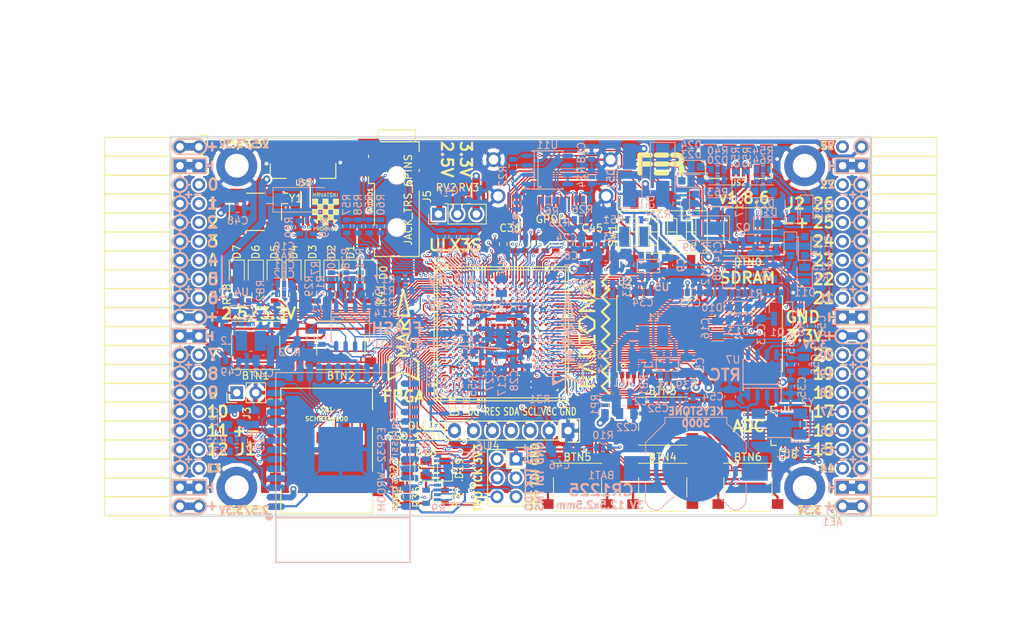
<source format=kicad_pcb>
(kicad_pcb (version 20171130) (host pcbnew 5.0.0-rc2-dev-unknown+dfsg1+20180318-3)
  (layers (0 F.Cu signal) (1 In1.Cu signal) (2 In2.Cu signal) (31 B.Cu signal) (34 B.Paste user) (35 F.Paste user) (36 B.SilkS user) (37 F.SilkS user) (38 B.Mask user) (39 F.Mask user) (44 Edge.Cuts user))
  (net 0 "")
  (net 1 GND)
  (net 2 +5V)
  (net 3 /gpio/IN5V)
  (net 4 /gpio/OUT5V)
  (net 5 +3V3)
  (net 6 BTN_D)
  (net 7 BTN_F1)
  (net 8 BTN_F2)
  (net 9 BTN_L)
  (net 10 BTN_R)
  (net 11 BTN_U)
  (net 12 /power/FB1)
  (net 13 +2V5)
  (net 14 /power/PWREN)
  (net 15 /power/FB3)
  (net 16 /power/FB2)
  (net 17 /power/VBAT)
  (net 18 JTAG_TDI)
  (net 19 JTAG_TCK)
  (net 20 JTAG_TMS)
  (net 21 JTAG_TDO)
  (net 22 /power/WAKEUPn)
  (net 23 /power/WKUP)
  (net 24 /power/SHUT)
  (net 25 /power/WAKE)
  (net 26 /power/HOLD)
  (net 27 /power/WKn)
  (net 28 /power/OSCI_32k)
  (net 29 /power/OSCO_32k)
  (net 30 SHUTDOWN)
  (net 31 /analog/AUDIO_L)
  (net 32 /analog/AUDIO_R)
  (net 33 GPDI_SDA)
  (net 34 GPDI_SCL)
  (net 35 /gpdi/VREF2)
  (net 36 SD_CMD)
  (net 37 SD_CLK)
  (net 38 SD_D0)
  (net 39 SD_D1)
  (net 40 USB5V)
  (net 41 GPDI_CEC)
  (net 42 nRESET)
  (net 43 FTDI_nDTR)
  (net 44 SDRAM_CKE)
  (net 45 SDRAM_A7)
  (net 46 SDRAM_D15)
  (net 47 SDRAM_BA1)
  (net 48 SDRAM_D7)
  (net 49 SDRAM_A6)
  (net 50 SDRAM_CLK)
  (net 51 SDRAM_D13)
  (net 52 SDRAM_BA0)
  (net 53 SDRAM_D6)
  (net 54 SDRAM_A5)
  (net 55 SDRAM_D14)
  (net 56 SDRAM_A11)
  (net 57 SDRAM_D12)
  (net 58 SDRAM_D5)
  (net 59 SDRAM_A4)
  (net 60 SDRAM_A10)
  (net 61 SDRAM_D11)
  (net 62 SDRAM_A3)
  (net 63 SDRAM_D4)
  (net 64 SDRAM_D10)
  (net 65 SDRAM_D9)
  (net 66 SDRAM_A9)
  (net 67 SDRAM_D3)
  (net 68 SDRAM_D8)
  (net 69 SDRAM_A8)
  (net 70 SDRAM_A2)
  (net 71 SDRAM_A1)
  (net 72 SDRAM_A0)
  (net 73 SDRAM_D2)
  (net 74 SDRAM_D1)
  (net 75 SDRAM_D0)
  (net 76 SDRAM_DQM0)
  (net 77 SDRAM_nCS)
  (net 78 SDRAM_nRAS)
  (net 79 SDRAM_DQM1)
  (net 80 SDRAM_nCAS)
  (net 81 SDRAM_nWE)
  (net 82 /flash/FLASH_nWP)
  (net 83 /flash/FLASH_nHOLD)
  (net 84 /flash/FLASH_MOSI)
  (net 85 /flash/FLASH_MISO)
  (net 86 /flash/FLASH_SCK)
  (net 87 /flash/FLASH_nCS)
  (net 88 /flash/FPGA_PROGRAMN)
  (net 89 /flash/FPGA_DONE)
  (net 90 /flash/FPGA_INITN)
  (net 91 OLED_RES)
  (net 92 OLED_DC)
  (net 93 OLED_CS)
  (net 94 WIFI_EN)
  (net 95 FTDI_nRTS)
  (net 96 FTDI_TXD)
  (net 97 FTDI_RXD)
  (net 98 WIFI_RXD)
  (net 99 WIFI_GPIO0)
  (net 100 WIFI_TXD)
  (net 101 USB_FTDI_D+)
  (net 102 USB_FTDI_D-)
  (net 103 SD_D3)
  (net 104 AUDIO_L3)
  (net 105 AUDIO_L2)
  (net 106 AUDIO_L1)
  (net 107 AUDIO_L0)
  (net 108 AUDIO_R3)
  (net 109 AUDIO_R2)
  (net 110 AUDIO_R1)
  (net 111 AUDIO_R0)
  (net 112 OLED_CLK)
  (net 113 OLED_MOSI)
  (net 114 LED0)
  (net 115 LED1)
  (net 116 LED2)
  (net 117 LED3)
  (net 118 LED4)
  (net 119 LED5)
  (net 120 LED6)
  (net 121 LED7)
  (net 122 BTN_PWRn)
  (net 123 FTDI_nTXLED)
  (net 124 FTDI_nSLEEP)
  (net 125 /blinkey/LED_PWREN)
  (net 126 /blinkey/LED_TXLED)
  (net 127 /sdcard/SD3V3)
  (net 128 SD_D2)
  (net 129 CLK_25MHz)
  (net 130 /blinkey/BTNPUL)
  (net 131 /blinkey/BTNPUR)
  (net 132 USB_FPGA_D+)
  (net 133 /power/FTDI_nSUSPEND)
  (net 134 /blinkey/ALED0)
  (net 135 /blinkey/ALED1)
  (net 136 /blinkey/ALED2)
  (net 137 /blinkey/ALED3)
  (net 138 /blinkey/ALED4)
  (net 139 /blinkey/ALED5)
  (net 140 /blinkey/ALED6)
  (net 141 /blinkey/ALED7)
  (net 142 /usb/FTD-)
  (net 143 /usb/FTD+)
  (net 144 ADC_MISO)
  (net 145 ADC_MOSI)
  (net 146 ADC_CSn)
  (net 147 ADC_SCLK)
  (net 148 SW3)
  (net 149 SW2)
  (net 150 SW1)
  (net 151 USB_FPGA_D-)
  (net 152 /usb/FPD+)
  (net 153 /usb/FPD-)
  (net 154 WIFI_GPIO16)
  (net 155 /usb/ANT_433MHz)
  (net 156 /power/PWRBTn)
  (net 157 PROG_DONE)
  (net 158 /power/P3V3)
  (net 159 /power/P2V5)
  (net 160 /power/L1)
  (net 161 /power/L3)
  (net 162 /power/L2)
  (net 163 FTDI_TXDEN)
  (net 164 SDRAM_A12)
  (net 165 /analog/AUDIO_V)
  (net 166 AUDIO_V3)
  (net 167 AUDIO_V2)
  (net 168 AUDIO_V1)
  (net 169 AUDIO_V0)
  (net 170 /blinkey/LED_WIFI)
  (net 171 /power/P1V1)
  (net 172 +1V1)
  (net 173 SW4)
  (net 174 /blinkey/SWPU)
  (net 175 /wifi/WIFIEN)
  (net 176 FT2V5)
  (net 177 GN0)
  (net 178 GP0)
  (net 179 GN1)
  (net 180 GP1)
  (net 181 GN2)
  (net 182 GP2)
  (net 183 GN3)
  (net 184 GP3)
  (net 185 GN4)
  (net 186 GP4)
  (net 187 GN5)
  (net 188 GP5)
  (net 189 GN6)
  (net 190 GP6)
  (net 191 GN14)
  (net 192 GP14)
  (net 193 GN15)
  (net 194 GP15)
  (net 195 GN16)
  (net 196 GP16)
  (net 197 GN17)
  (net 198 GP17)
  (net 199 GN18)
  (net 200 GP18)
  (net 201 GN19)
  (net 202 GP19)
  (net 203 GN20)
  (net 204 GP20)
  (net 205 GN21)
  (net 206 GP21)
  (net 207 GN22)
  (net 208 GP22)
  (net 209 GN23)
  (net 210 GP23)
  (net 211 GN24)
  (net 212 GP24)
  (net 213 GN25)
  (net 214 GP25)
  (net 215 GN26)
  (net 216 GP26)
  (net 217 GN27)
  (net 218 GP27)
  (net 219 GN7)
  (net 220 GP7)
  (net 221 GN8)
  (net 222 GP8)
  (net 223 GN9)
  (net 224 GP9)
  (net 225 GN10)
  (net 226 GP10)
  (net 227 GN11)
  (net 228 GP11)
  (net 229 GN12)
  (net 230 GP12)
  (net 231 GN13)
  (net 232 GP13)
  (net 233 WIFI_GPIO5)
  (net 234 WIFI_GPIO17)
  (net 235 USB_FPGA_PULL_D+)
  (net 236 USB_FPGA_PULL_D-)
  (net 237 "Net-(D23-Pad2)")
  (net 238 "Net-(D24-Pad1)")
  (net 239 "Net-(D25-Pad2)")
  (net 240 "Net-(D26-Pad1)")
  (net 241 /gpdi/GPDI_ETH+)
  (net 242 FPDI_ETH+)
  (net 243 /gpdi/GPDI_ETH-)
  (net 244 FPDI_ETH-)
  (net 245 /gpdi/GPDI_D2-)
  (net 246 FPDI_D2-)
  (net 247 /gpdi/GPDI_D1-)
  (net 248 FPDI_D1-)
  (net 249 /gpdi/GPDI_D0-)
  (net 250 FPDI_D0-)
  (net 251 /gpdi/GPDI_CLK-)
  (net 252 FPDI_CLK-)
  (net 253 /gpdi/GPDI_D2+)
  (net 254 FPDI_D2+)
  (net 255 /gpdi/GPDI_D1+)
  (net 256 FPDI_D1+)
  (net 257 /gpdi/GPDI_D0+)
  (net 258 FPDI_D0+)
  (net 259 /gpdi/GPDI_CLK+)
  (net 260 FPDI_CLK+)
  (net 261 FPDI_SDA)
  (net 262 FPDI_SCL)
  (net 263 /gpdi/FPDI_CEC)
  (net 264 2V5_3V3)
  (net 265 "Net-(AUDIO1-Pad5)")
  (net 266 "Net-(AUDIO1-Pad6)")
  (net 267 "Net-(U1-PadA15)")
  (net 268 "Net-(U1-PadC9)")
  (net 269 "Net-(U1-PadD9)")
  (net 270 "Net-(U1-PadD10)")
  (net 271 "Net-(U1-PadD11)")
  (net 272 "Net-(U1-PadD12)")
  (net 273 "Net-(U1-PadE6)")
  (net 274 "Net-(U1-PadE9)")
  (net 275 "Net-(U1-PadE10)")
  (net 276 "Net-(U1-PadE11)")
  (net 277 "Net-(U1-PadJ4)")
  (net 278 "Net-(U1-PadJ5)")
  (net 279 "Net-(U1-PadK5)")
  (net 280 "Net-(U1-PadL5)")
  (net 281 "Net-(U1-PadM4)")
  (net 282 "Net-(U1-PadM5)")
  (net 283 SD_CD)
  (net 284 SD_WP)
  (net 285 "Net-(U1-PadR3)")
  (net 286 "Net-(U1-PadT16)")
  (net 287 "Net-(U1-PadW4)")
  (net 288 "Net-(U1-PadW5)")
  (net 289 "Net-(U1-PadW8)")
  (net 290 "Net-(U1-PadW9)")
  (net 291 "Net-(U1-PadW13)")
  (net 292 "Net-(U1-PadW14)")
  (net 293 "Net-(U1-PadW17)")
  (net 294 "Net-(U1-PadW18)")
  (net 295 FTDI_nRXLED)
  (net 296 "Net-(U8-Pad12)")
  (net 297 "Net-(U8-Pad25)")
  (net 298 "Net-(U9-Pad32)")
  (net 299 "Net-(U9-Pad22)")
  (net 300 "Net-(U9-Pad21)")
  (net 301 "Net-(U9-Pad20)")
  (net 302 "Net-(U9-Pad19)")
  (net 303 "Net-(U9-Pad18)")
  (net 304 "Net-(U9-Pad17)")
  (net 305 "Net-(U9-Pad12)")
  (net 306 "Net-(U9-Pad5)")
  (net 307 "Net-(U9-Pad4)")
  (net 308 "Net-(US1-Pad4)")
  (net 309 "Net-(US2-Pad4)")
  (net 310 "Net-(Y2-Pad3)")
  (net 311 "Net-(Y2-Pad2)")
  (net 312 "Net-(U1-PadK16)")
  (net 313 "Net-(U1-PadK17)")
  (net 314 /usb/US2VBUS)
  (net 315 /power/SHD)
  (net 316 /power/RTCVDD)
  (module Socket_Strips:Socket_Strip_Angled_2x20 (layer F.Cu) (at 97.91 62.69 270)
    (fp_text reference J1 (at 40.64 -6.35) (layer F.SilkS) (effects (font (size 1.5 1.5) (thickness 0.3))))
    (fp_text value CONN_02X20 hide)
    (pad 1 thru_hole oval (at 0 0 270) (size 1.7272 1.7272) (drill 1.016) (layers *.Cu *.Mask) (net 264 2V5_3V3))
    (pad 2 thru_hole oval (at 0 2.54 270) (size 1.7272 1.7272) (drill 1.016) (layers *.Cu *.Mask) (net 264 2V5_3V3))
    (pad 3 thru_hole rect (at 2.54 0 270) (size 1.7272 1.7272) (drill 1.016) (layers *.Cu *.Mask) (net 1 GND))
    (pad 4 thru_hole rect (at 2.54 2.54 270) (size 1.7272 1.7272) (drill 1.016) (layers *.Cu *.Mask) (net 1 GND))
    (pad 5 thru_hole oval (at 5.08 0 270) (size 1.7272 1.7272) (drill 1.016) (layers *.Cu *.Mask) (net 177 GN0))
    (pad 6 thru_hole oval (at 5.08 2.54 270) (size 1.7272 1.7272) (drill 1.016) (layers *.Cu *.Mask) (net 178 GP0))
    (pad 7 thru_hole oval (at 7.62 0 270) (size 1.7272 1.7272) (drill 1.016) (layers *.Cu *.Mask) (net 179 GN1))
    (pad 8 thru_hole oval (at 7.62 2.54 270) (size 1.7272 1.7272) (drill 1.016) (layers *.Cu *.Mask) (net 180 GP1))
    (pad 9 thru_hole oval (at 10.16 0 270) (size 1.7272 1.7272) (drill 1.016) (layers *.Cu *.Mask) (net 181 GN2))
    (pad 10 thru_hole oval (at 10.16 2.54 270) (size 1.7272 1.7272) (drill 1.016) (layers *.Cu *.Mask) (net 182 GP2))
    (pad 11 thru_hole oval (at 12.7 0 270) (size 1.7272 1.7272) (drill 1.016) (layers *.Cu *.Mask) (net 183 GN3))
    (pad 12 thru_hole oval (at 12.7 2.54 270) (size 1.7272 1.7272) (drill 1.016) (layers *.Cu *.Mask) (net 184 GP3))
    (pad 13 thru_hole oval (at 15.24 0 270) (size 1.7272 1.7272) (drill 1.016) (layers *.Cu *.Mask) (net 185 GN4))
    (pad 14 thru_hole oval (at 15.24 2.54 270) (size 1.7272 1.7272) (drill 1.016) (layers *.Cu *.Mask) (net 186 GP4))
    (pad 15 thru_hole oval (at 17.78 0 270) (size 1.7272 1.7272) (drill 1.016) (layers *.Cu *.Mask) (net 187 GN5))
    (pad 16 thru_hole oval (at 17.78 2.54 270) (size 1.7272 1.7272) (drill 1.016) (layers *.Cu *.Mask) (net 188 GP5))
    (pad 17 thru_hole oval (at 20.32 0 270) (size 1.7272 1.7272) (drill 1.016) (layers *.Cu *.Mask) (net 189 GN6))
    (pad 18 thru_hole oval (at 20.32 2.54 270) (size 1.7272 1.7272) (drill 1.016) (layers *.Cu *.Mask) (net 190 GP6))
    (pad 19 thru_hole oval (at 22.86 0 270) (size 1.7272 1.7272) (drill 1.016) (layers *.Cu *.Mask) (net 264 2V5_3V3))
    (pad 20 thru_hole oval (at 22.86 2.54 270) (size 1.7272 1.7272) (drill 1.016) (layers *.Cu *.Mask) (net 264 2V5_3V3))
    (pad 21 thru_hole rect (at 25.4 0 270) (size 1.7272 1.7272) (drill 1.016) (layers *.Cu *.Mask) (net 1 GND))
    (pad 22 thru_hole rect (at 25.4 2.54 270) (size 1.7272 1.7272) (drill 1.016) (layers *.Cu *.Mask) (net 1 GND))
    (pad 23 thru_hole oval (at 27.94 0 270) (size 1.7272 1.7272) (drill 1.016) (layers *.Cu *.Mask) (net 219 GN7))
    (pad 24 thru_hole oval (at 27.94 2.54 270) (size 1.7272 1.7272) (drill 1.016) (layers *.Cu *.Mask) (net 220 GP7))
    (pad 25 thru_hole oval (at 30.48 0 270) (size 1.7272 1.7272) (drill 1.016) (layers *.Cu *.Mask) (net 221 GN8))
    (pad 26 thru_hole oval (at 30.48 2.54 270) (size 1.7272 1.7272) (drill 1.016) (layers *.Cu *.Mask) (net 222 GP8))
    (pad 27 thru_hole oval (at 33.02 0 270) (size 1.7272 1.7272) (drill 1.016) (layers *.Cu *.Mask) (net 223 GN9))
    (pad 28 thru_hole oval (at 33.02 2.54 270) (size 1.7272 1.7272) (drill 1.016) (layers *.Cu *.Mask) (net 224 GP9))
    (pad 29 thru_hole oval (at 35.56 0 270) (size 1.7272 1.7272) (drill 1.016) (layers *.Cu *.Mask) (net 225 GN10))
    (pad 30 thru_hole oval (at 35.56 2.54 270) (size 1.7272 1.7272) (drill 1.016) (layers *.Cu *.Mask) (net 226 GP10))
    (pad 31 thru_hole oval (at 38.1 0 270) (size 1.7272 1.7272) (drill 1.016) (layers *.Cu *.Mask) (net 227 GN11))
    (pad 32 thru_hole oval (at 38.1 2.54 270) (size 1.7272 1.7272) (drill 1.016) (layers *.Cu *.Mask) (net 228 GP11))
    (pad 33 thru_hole oval (at 40.64 0 270) (size 1.7272 1.7272) (drill 1.016) (layers *.Cu *.Mask) (net 229 GN12))
    (pad 34 thru_hole oval (at 40.64 2.54 270) (size 1.7272 1.7272) (drill 1.016) (layers *.Cu *.Mask) (net 230 GP12))
    (pad 35 thru_hole oval (at 43.18 0 270) (size 1.7272 1.7272) (drill 1.016) (layers *.Cu *.Mask) (net 231 GN13))
    (pad 36 thru_hole oval (at 43.18 2.54 270) (size 1.7272 1.7272) (drill 1.016) (layers *.Cu *.Mask) (net 232 GP13))
    (pad 37 thru_hole rect (at 45.72 0 270) (size 1.7272 1.7272) (drill 1.016) (layers *.Cu *.Mask) (net 1 GND))
    (pad 38 thru_hole rect (at 45.72 2.54 270) (size 1.7272 1.7272) (drill 1.016) (layers *.Cu *.Mask) (net 1 GND))
    (pad 39 thru_hole oval (at 48.26 0 270) (size 1.7272 1.7272) (drill 1.016) (layers *.Cu *.Mask) (net 264 2V5_3V3))
    (pad 40 thru_hole oval (at 48.26 2.54 270) (size 1.7272 1.7272) (drill 1.016) (layers *.Cu *.Mask) (net 264 2V5_3V3))
  )
  (module TSOT-25:TSOT-25 (layer B.Cu) (at 160.775 91.9)
    (fp_text reference U3 (at -0.295 2.9) (layer B.SilkS) (effects (font (thickness 0.2)) (justify mirror)))
    (fp_text value TLV62569DBV)
    (pad 1 smd rect (at -0.95 -1.3) (size 0.7 1.2) (layers B.Cu B.Paste B.Mask) (net 14 /power/PWREN))
    (pad 2 smd rect (at 0 -1.3) (size 0.7 1.2) (layers B.Cu B.Paste B.Mask) (net 1 GND))
    (pad 3 smd rect (at 0.95 -1.3) (size 0.7 1.2) (layers B.Cu B.Paste B.Mask) (net 160 /power/L1))
    (pad 4 smd rect (at 0.95 1.3) (size 0.7 1.2) (layers B.Cu B.Paste B.Mask) (net 2 +5V))
    (pad 5 smd rect (at -0.95 1.3) (size 0.7 1.2) (layers B.Cu B.Paste B.Mask) (net 12 /power/FB1))
  )
  (module TSOT-25:TSOT-25 (layer B.Cu) (at 103.625 84.915 180)
    (fp_text reference U4 (at 0 2.697 180) (layer B.SilkS) (effects (font (thickness 0.2)) (justify mirror)))
    (fp_text value TLV62569DBV)
    (pad 1 smd rect (at -0.95 -1.3 180) (size 0.7 1.2) (layers B.Cu B.Paste B.Mask) (net 14 /power/PWREN))
    (pad 2 smd rect (at 0 -1.3 180) (size 0.7 1.2) (layers B.Cu B.Paste B.Mask) (net 1 GND))
    (pad 3 smd rect (at 0.95 -1.3 180) (size 0.7 1.2) (layers B.Cu B.Paste B.Mask) (net 162 /power/L2))
    (pad 4 smd rect (at 0.95 1.3 180) (size 0.7 1.2) (layers B.Cu B.Paste B.Mask) (net 2 +5V))
    (pad 5 smd rect (at -0.95 1.3 180) (size 0.7 1.2) (layers B.Cu B.Paste B.Mask) (net 16 /power/FB2))
  )
  (module TSOT-25:TSOT-25 (layer B.Cu) (at 158.235 78.692)
    (fp_text reference U5 (at 1.793 2.812) (layer B.SilkS) (effects (font (thickness 0.2)) (justify mirror)))
    (fp_text value TLV62569DBV)
    (pad 1 smd rect (at -0.95 -1.3) (size 0.7 1.2) (layers B.Cu B.Paste B.Mask) (net 14 /power/PWREN))
    (pad 2 smd rect (at 0 -1.3) (size 0.7 1.2) (layers B.Cu B.Paste B.Mask) (net 1 GND))
    (pad 3 smd rect (at 0.95 -1.3) (size 0.7 1.2) (layers B.Cu B.Paste B.Mask) (net 161 /power/L3))
    (pad 4 smd rect (at 0.95 1.3) (size 0.7 1.2) (layers B.Cu B.Paste B.Mask) (net 2 +5V))
    (pad 5 smd rect (at -0.95 1.3) (size 0.7 1.2) (layers B.Cu B.Paste B.Mask) (net 15 /power/FB3))
  )
  (module Socket_Strips:Socket_Strip_Angled_2x20 (layer F.Cu) (at 184.27 110.95 90)
    (fp_text reference J2 (at 40.64 -6.35 180) (layer F.SilkS) (effects (font (size 1.5 1.5) (thickness 0.3))))
    (fp_text value CONN_02X20 hide)
    (pad 1 thru_hole oval (at 0 0 90) (size 1.7272 1.7272) (drill 1.016) (layers *.Cu *.Mask) (net 5 +3V3))
    (pad 2 thru_hole oval (at 0 2.54 90) (size 1.7272 1.7272) (drill 1.016) (layers *.Cu *.Mask) (net 5 +3V3))
    (pad 3 thru_hole rect (at 2.54 0 90) (size 1.7272 1.7272) (drill 1.016) (layers *.Cu *.Mask) (net 1 GND))
    (pad 4 thru_hole rect (at 2.54 2.54 90) (size 1.7272 1.7272) (drill 1.016) (layers *.Cu *.Mask) (net 1 GND))
    (pad 5 thru_hole oval (at 5.08 0 90) (size 1.7272 1.7272) (drill 1.016) (layers *.Cu *.Mask) (net 191 GN14))
    (pad 6 thru_hole oval (at 5.08 2.54 90) (size 1.7272 1.7272) (drill 1.016) (layers *.Cu *.Mask) (net 192 GP14))
    (pad 7 thru_hole oval (at 7.62 0 90) (size 1.7272 1.7272) (drill 1.016) (layers *.Cu *.Mask) (net 193 GN15))
    (pad 8 thru_hole oval (at 7.62 2.54 90) (size 1.7272 1.7272) (drill 1.016) (layers *.Cu *.Mask) (net 194 GP15))
    (pad 9 thru_hole oval (at 10.16 0 90) (size 1.7272 1.7272) (drill 1.016) (layers *.Cu *.Mask) (net 195 GN16))
    (pad 10 thru_hole oval (at 10.16 2.54 90) (size 1.7272 1.7272) (drill 1.016) (layers *.Cu *.Mask) (net 196 GP16))
    (pad 11 thru_hole oval (at 12.7 0 90) (size 1.7272 1.7272) (drill 1.016) (layers *.Cu *.Mask) (net 197 GN17))
    (pad 12 thru_hole oval (at 12.7 2.54 90) (size 1.7272 1.7272) (drill 1.016) (layers *.Cu *.Mask) (net 198 GP17))
    (pad 13 thru_hole oval (at 15.24 0 90) (size 1.7272 1.7272) (drill 1.016) (layers *.Cu *.Mask) (net 199 GN18))
    (pad 14 thru_hole oval (at 15.24 2.54 90) (size 1.7272 1.7272) (drill 1.016) (layers *.Cu *.Mask) (net 200 GP18))
    (pad 15 thru_hole oval (at 17.78 0 90) (size 1.7272 1.7272) (drill 1.016) (layers *.Cu *.Mask) (net 201 GN19))
    (pad 16 thru_hole oval (at 17.78 2.54 90) (size 1.7272 1.7272) (drill 1.016) (layers *.Cu *.Mask) (net 202 GP19))
    (pad 17 thru_hole oval (at 20.32 0 90) (size 1.7272 1.7272) (drill 1.016) (layers *.Cu *.Mask) (net 203 GN20))
    (pad 18 thru_hole oval (at 20.32 2.54 90) (size 1.7272 1.7272) (drill 1.016) (layers *.Cu *.Mask) (net 204 GP20))
    (pad 19 thru_hole oval (at 22.86 0 90) (size 1.7272 1.7272) (drill 1.016) (layers *.Cu *.Mask) (net 5 +3V3))
    (pad 20 thru_hole oval (at 22.86 2.54 90) (size 1.7272 1.7272) (drill 1.016) (layers *.Cu *.Mask) (net 5 +3V3))
    (pad 21 thru_hole rect (at 25.4 0 90) (size 1.7272 1.7272) (drill 1.016) (layers *.Cu *.Mask) (net 1 GND))
    (pad 22 thru_hole rect (at 25.4 2.54 90) (size 1.7272 1.7272) (drill 1.016) (layers *.Cu *.Mask) (net 1 GND))
    (pad 23 thru_hole oval (at 27.94 0 90) (size 1.7272 1.7272) (drill 1.016) (layers *.Cu *.Mask) (net 205 GN21))
    (pad 24 thru_hole oval (at 27.94 2.54 90) (size 1.7272 1.7272) (drill 1.016) (layers *.Cu *.Mask) (net 206 GP21))
    (pad 25 thru_hole oval (at 30.48 0 90) (size 1.7272 1.7272) (drill 1.016) (layers *.Cu *.Mask) (net 207 GN22))
    (pad 26 thru_hole oval (at 30.48 2.54 90) (size 1.7272 1.7272) (drill 1.016) (layers *.Cu *.Mask) (net 208 GP22))
    (pad 27 thru_hole oval (at 33.02 0 90) (size 1.7272 1.7272) (drill 1.016) (layers *.Cu *.Mask) (net 209 GN23))
    (pad 28 thru_hole oval (at 33.02 2.54 90) (size 1.7272 1.7272) (drill 1.016) (layers *.Cu *.Mask) (net 210 GP23))
    (pad 29 thru_hole oval (at 35.56 0 90) (size 1.7272 1.7272) (drill 1.016) (layers *.Cu *.Mask) (net 211 GN24))
    (pad 30 thru_hole oval (at 35.56 2.54 90) (size 1.7272 1.7272) (drill 1.016) (layers *.Cu *.Mask) (net 212 GP24))
    (pad 31 thru_hole oval (at 38.1 0 90) (size 1.7272 1.7272) (drill 1.016) (layers *.Cu *.Mask) (net 213 GN25))
    (pad 32 thru_hole oval (at 38.1 2.54 90) (size 1.7272 1.7272) (drill 1.016) (layers *.Cu *.Mask) (net 214 GP25))
    (pad 33 thru_hole oval (at 40.64 0 90) (size 1.7272 1.7272) (drill 1.016) (layers *.Cu *.Mask) (net 215 GN26))
    (pad 34 thru_hole oval (at 40.64 2.54 90) (size 1.7272 1.7272) (drill 1.016) (layers *.Cu *.Mask) (net 216 GP26))
    (pad 35 thru_hole oval (at 43.18 0 90) (size 1.7272 1.7272) (drill 1.016) (layers *.Cu *.Mask) (net 217 GN27))
    (pad 36 thru_hole oval (at 43.18 2.54 90) (size 1.7272 1.7272) (drill 1.016) (layers *.Cu *.Mask) (net 218 GP27))
    (pad 37 thru_hole rect (at 45.72 0 90) (size 1.7272 1.7272) (drill 1.016) (layers *.Cu *.Mask) (net 1 GND))
    (pad 38 thru_hole rect (at 45.72 2.54 90) (size 1.7272 1.7272) (drill 1.016) (layers *.Cu *.Mask) (net 1 GND))
    (pad 39 thru_hole oval (at 48.26 0 90) (size 1.7272 1.7272) (drill 1.016) (layers *.Cu *.Mask) (net 3 /gpio/IN5V))
    (pad 40 thru_hole oval (at 48.26 2.54 90) (size 1.7272 1.7272) (drill 1.016) (layers *.Cu *.Mask) (net 4 /gpio/OUT5V))
  )
  (module Mounting_Holes:MountingHole_3.2mm_M3_ISO14580_Pad (layer F.Cu) (at 102.99 108.41)
    (fp_text reference H1 hide)
    (fp_text value HOLE hide)
    (pad 1 thru_hole circle (at 0 0) (size 5.5 5.5) (drill 3.2) (layers *.Cu *.Mask) (net 1 GND))
  )
  (module Mounting_Holes:MountingHole_3.2mm_M3_ISO14580_Pad (layer F.Cu) (at 179.19 108.41)
    (fp_text reference H2 hide)
    (fp_text value HOLE hide)
    (pad 1 thru_hole circle (at 0 0) (size 5.5 5.5) (drill 3.2) (layers *.Cu *.Mask) (net 1 GND))
  )
  (module Mounting_Holes:MountingHole_3.2mm_M3_ISO14580_Pad (layer F.Cu) (at 179.19 65.23)
    (fp_text reference H3 hide)
    (fp_text value HOLE hide)
    (pad 1 thru_hole circle (at 0 0) (size 5.5 5.5) (drill 3.2) (layers *.Cu *.Mask) (net 1 GND))
  )
  (module Mounting_Holes:MountingHole_3.2mm_M3_ISO14580_Pad (layer F.Cu) (at 102.99 65.23)
    (fp_text reference H4 hide)
    (fp_text value HOLE hide)
    (pad 1 thru_hole circle (at 0 0) (size 5.5 5.5) (drill 3.2) (layers *.Cu *.Mask) (net 1 GND))
  )
  (module Housings_SSOP:SSOP-20_4.4x6.5mm_Pitch0.65mm (layer B.Cu) (at 132.835 107.14 180)
    (fp_text reference U6 (at -3.175 4.318 180) (layer B.SilkS) (effects (justify mirror)))
    (fp_text value FT231XS)
    (pad 1 smd rect (at -2.9 2.925 180) (size 1 0.4) (layers B.Cu B.Paste B.Mask) (net 43 FTDI_nDTR))
    (pad 2 smd rect (at -2.9 2.275 180) (size 1 0.4) (layers B.Cu B.Paste B.Mask) (net 95 FTDI_nRTS))
    (pad 3 smd rect (at -2.9 1.625 180) (size 1 0.4) (layers B.Cu B.Paste B.Mask) (net 176 FT2V5))
    (pad 4 smd rect (at -2.9 0.975 180) (size 1 0.4) (layers B.Cu B.Paste B.Mask) (net 97 FTDI_RXD))
    (pad 5 smd rect (at -2.9 0.325 180) (size 1 0.4) (layers B.Cu B.Paste B.Mask) (net 18 JTAG_TDI))
    (pad 6 smd rect (at -2.9 -0.325 180) (size 1 0.4) (layers B.Cu B.Paste B.Mask) (net 1 GND))
    (pad 7 smd rect (at -2.9 -0.975 180) (size 1 0.4) (layers B.Cu B.Paste B.Mask) (net 19 JTAG_TCK))
    (pad 8 smd rect (at -2.9 -1.625 180) (size 1 0.4) (layers B.Cu B.Paste B.Mask) (net 20 JTAG_TMS))
    (pad 9 smd rect (at -2.9 -2.275 180) (size 1 0.4) (layers B.Cu B.Paste B.Mask) (net 21 JTAG_TDO))
    (pad 10 smd rect (at -2.9 -2.925 180) (size 1 0.4) (layers B.Cu B.Paste B.Mask) (net 123 FTDI_nTXLED))
    (pad 11 smd rect (at 2.9 -2.925 180) (size 1 0.4) (layers B.Cu B.Paste B.Mask) (net 101 USB_FTDI_D+))
    (pad 12 smd rect (at 2.9 -2.275 180) (size 1 0.4) (layers B.Cu B.Paste B.Mask) (net 102 USB_FTDI_D-))
    (pad 13 smd rect (at 2.9 -1.625 180) (size 1 0.4) (layers B.Cu B.Paste B.Mask) (net 176 FT2V5))
    (pad 14 smd rect (at 2.9 -0.975 180) (size 1 0.4) (layers B.Cu B.Paste B.Mask) (net 42 nRESET))
    (pad 15 smd rect (at 2.9 -0.325 180) (size 1 0.4) (layers B.Cu B.Paste B.Mask) (net 40 USB5V))
    (pad 16 smd rect (at 2.9 0.325 180) (size 1 0.4) (layers B.Cu B.Paste B.Mask) (net 1 GND))
    (pad 17 smd rect (at 2.9 0.975 180) (size 1 0.4) (layers B.Cu B.Paste B.Mask) (net 295 FTDI_nRXLED))
    (pad 18 smd rect (at 2.9 1.625 180) (size 1 0.4) (layers B.Cu B.Paste B.Mask) (net 163 FTDI_TXDEN))
    (pad 19 smd rect (at 2.9 2.275 180) (size 1 0.4) (layers B.Cu B.Paste B.Mask) (net 124 FTDI_nSLEEP))
    (pad 20 smd rect (at 2.9 2.925 180) (size 1 0.4) (layers B.Cu B.Paste B.Mask) (net 96 FTDI_TXD))
  )
  (module usb_otg:USB-MICRO-B-FCI-10118192-0001LF (layer F.Cu) (at 111.88 63.325 180)
    (fp_text reference US1 (at 0 -4.2 180) (layer F.SilkS) (effects (font (size 0.7 0.7))))
    (fp_text value MICRO_USB hide)
    (pad 6 smd rect (at -3.1 -2.55 180) (size 2.1 1.6) (layers F.Cu F.Paste F.Mask) (net 1 GND))
    (pad 6 smd rect (at 3.1 -2.55 180) (size 2.1 1.6) (layers F.Cu F.Paste F.Mask) (net 1 GND))
    (pad 6 smd rect (at -1.2 0 180) (size 1.9 1.9) (layers F.Cu F.Paste F.Mask) (net 1 GND))
    (pad 6 smd rect (at 1.2 0 180) (size 1.9 1.9) (layers F.Cu F.Paste F.Mask) (net 1 GND))
    (pad 1 smd rect (at -1.3 -2.675 180) (size 0.4 1.35) (layers F.Cu F.Paste F.Mask) (net 40 USB5V))
    (pad 2 smd rect (at -0.65 -2.675 180) (size 0.4 1.35) (layers F.Cu F.Paste F.Mask) (net 142 /usb/FTD-))
    (pad 3 smd rect (at 0 -2.675 180) (size 0.4 1.35) (layers F.Cu F.Paste F.Mask) (net 143 /usb/FTD+))
    (pad 4 smd rect (at 0.65 -2.675 180) (size 0.4 1.35) (layers F.Cu F.Paste F.Mask) (net 308 "Net-(US1-Pad4)"))
    (pad 5 smd rect (at 1.3 -2.675 180) (size 0.4 1.35) (layers F.Cu F.Paste F.Mask) (net 1 GND))
    (pad 6 smd rect (at -3.8 0 180) (size 1.8 1.9) (layers F.Cu F.Paste F.Mask) (net 1 GND))
    (pad 6 smd rect (at 3.8 0 180) (size 1.8 1.9) (layers F.Cu F.Paste F.Mask) (net 1 GND))
  )
  (module usb_otg:USB-MICRO-B-FCI-10118192-0001LF (layer F.Cu) (at 170.3 63.325 180)
    (fp_text reference US2 (at 0 -4.2 180) (layer F.SilkS) (effects (font (size 0.7 0.7))))
    (fp_text value MICRO_USB hide)
    (pad 6 smd rect (at -3.1 -2.55 180) (size 2.1 1.6) (layers F.Cu F.Paste F.Mask) (net 1 GND))
    (pad 6 smd rect (at 3.1 -2.55 180) (size 2.1 1.6) (layers F.Cu F.Paste F.Mask) (net 1 GND))
    (pad 6 smd rect (at -1.2 0 180) (size 1.9 1.9) (layers F.Cu F.Paste F.Mask) (net 1 GND))
    (pad 6 smd rect (at 1.2 0 180) (size 1.9 1.9) (layers F.Cu F.Paste F.Mask) (net 1 GND))
    (pad 1 smd rect (at -1.3 -2.675 180) (size 0.4 1.35) (layers F.Cu F.Paste F.Mask) (net 314 /usb/US2VBUS))
    (pad 2 smd rect (at -0.65 -2.675 180) (size 0.4 1.35) (layers F.Cu F.Paste F.Mask) (net 153 /usb/FPD-))
    (pad 3 smd rect (at 0 -2.675 180) (size 0.4 1.35) (layers F.Cu F.Paste F.Mask) (net 152 /usb/FPD+))
    (pad 4 smd rect (at 0.65 -2.675 180) (size 0.4 1.35) (layers F.Cu F.Paste F.Mask) (net 309 "Net-(US2-Pad4)"))
    (pad 5 smd rect (at 1.3 -2.675 180) (size 0.4 1.35) (layers F.Cu F.Paste F.Mask) (net 1 GND))
    (pad 6 smd rect (at -3.8 0 180) (size 1.8 1.9) (layers F.Cu F.Paste F.Mask) (net 1 GND))
    (pad 6 smd rect (at 3.8 0 180) (size 1.8 1.9) (layers F.Cu F.Paste F.Mask) (net 1 GND))
  )
  (module Socket_Strips:Socket_Strip_Straight_2x03 (layer F.Cu) (at 140.455 104.6 270)
    (fp_text reference J4 (at -1.778 3.048) (layer F.SilkS))
    (fp_text value CONN_02X03 hide)
    (pad 1 thru_hole rect (at 0 0 270) (size 1.7272 1.7272) (drill 1.016) (layers *.Cu *.Mask) (net 1 GND))
    (pad 2 thru_hole oval (at 0 2.54 270) (size 1.7272 1.7272) (drill 1.016) (layers *.Cu *.Mask) (net 5 +3V3))
    (pad 3 thru_hole oval (at 2.54 0 270) (size 1.7272 1.7272) (drill 1.016) (layers *.Cu *.Mask) (net 18 JTAG_TDI))
    (pad 4 thru_hole oval (at 2.54 2.54 270) (size 1.7272 1.7272) (drill 1.016) (layers *.Cu *.Mask) (net 19 JTAG_TCK))
    (pad 5 thru_hole oval (at 5.08 0 270) (size 1.7272 1.7272) (drill 1.016) (layers *.Cu *.Mask) (net 20 JTAG_TMS))
    (pad 6 thru_hole oval (at 5.08 2.54 270) (size 1.7272 1.7272) (drill 1.016) (layers *.Cu *.Mask) (net 21 JTAG_TDO))
  )
  (module Housings_DFN_QFN:QFN-28-1EP_5x5mm_Pitch0.5mm (layer F.Cu) (at 177.285 100.155 180)
    (fp_text reference U8 (at 0 -3.875 180) (layer F.SilkS))
    (fp_text value MAX11125)
    (pad 1 smd oval (at -2.45 -1.5 180) (size 0.85 0.3) (layers F.Cu F.Paste F.Mask) (net 194 GP15))
    (pad 2 smd oval (at -2.45 -1 180) (size 0.85 0.3) (layers F.Cu F.Paste F.Mask) (net 195 GN16))
    (pad 3 smd oval (at -2.45 -0.5 180) (size 0.85 0.3) (layers F.Cu F.Paste F.Mask) (net 196 GP16))
    (pad 4 smd oval (at -2.45 0 180) (size 0.85 0.3) (layers F.Cu F.Paste F.Mask) (net 197 GN17))
    (pad 5 smd oval (at -2.45 0.5 180) (size 0.85 0.3) (layers F.Cu F.Paste F.Mask) (net 198 GP17))
    (pad 6 smd oval (at -2.45 1 180) (size 0.85 0.3) (layers F.Cu F.Paste F.Mask) (net 1 GND))
    (pad 7 smd oval (at -2.45 1.5 180) (size 0.85 0.3) (layers F.Cu F.Paste F.Mask) (net 1 GND))
    (pad 8 smd oval (at -1.5 2.45 270) (size 0.85 0.3) (layers F.Cu F.Paste F.Mask) (net 1 GND))
    (pad 9 smd oval (at -1 2.45 270) (size 0.85 0.3) (layers F.Cu F.Paste F.Mask) (net 1 GND))
    (pad 10 smd oval (at -0.5 2.45 270) (size 0.85 0.3) (layers F.Cu F.Paste F.Mask) (net 1 GND))
    (pad 11 smd oval (at 0 2.45 270) (size 0.85 0.3) (layers F.Cu F.Paste F.Mask) (net 1 GND))
    (pad 12 smd oval (at 0.5 2.45 270) (size 0.85 0.3) (layers F.Cu F.Paste F.Mask) (net 296 "Net-(U8-Pad12)"))
    (pad 13 smd oval (at 1 2.45 270) (size 0.85 0.3) (layers F.Cu F.Paste F.Mask) (net 1 GND))
    (pad 14 smd oval (at 1.5 2.45 270) (size 0.85 0.3) (layers F.Cu F.Paste F.Mask) (net 1 GND))
    (pad 15 smd oval (at 2.45 1.5 180) (size 0.85 0.3) (layers F.Cu F.Paste F.Mask) (net 5 +3V3))
    (pad 16 smd oval (at 2.45 1 180) (size 0.85 0.3) (layers F.Cu F.Paste F.Mask) (net 1 GND))
    (pad 17 smd oval (at 2.45 0.5 180) (size 0.85 0.3) (layers F.Cu F.Paste F.Mask) (net 5 +3V3))
    (pad 18 smd oval (at 2.45 0 180) (size 0.85 0.3) (layers F.Cu F.Paste F.Mask) (net 5 +3V3))
    (pad 19 smd oval (at 2.45 -0.5 180) (size 0.85 0.3) (layers F.Cu F.Paste F.Mask) (net 147 ADC_SCLK))
    (pad 20 smd oval (at 2.45 -1 180) (size 0.85 0.3) (layers F.Cu F.Paste F.Mask) (net 146 ADC_CSn))
    (pad 21 smd oval (at 2.45 -1.5 180) (size 0.85 0.3) (layers F.Cu F.Paste F.Mask) (net 145 ADC_MOSI))
    (pad 22 smd oval (at 1.5 -2.45 270) (size 0.85 0.3) (layers F.Cu F.Paste F.Mask) (net 1 GND))
    (pad 23 smd oval (at 1 -2.45 270) (size 0.85 0.3) (layers F.Cu F.Paste F.Mask) (net 5 +3V3))
    (pad 24 smd oval (at 0.5 -2.45 270) (size 0.85 0.3) (layers F.Cu F.Paste F.Mask) (net 144 ADC_MISO))
    (pad 25 smd oval (at 0 -2.45 270) (size 0.85 0.3) (layers F.Cu F.Paste F.Mask) (net 297 "Net-(U8-Pad25)"))
    (pad 26 smd oval (at -0.5 -2.45 270) (size 0.85 0.3) (layers F.Cu F.Paste F.Mask) (net 191 GN14))
    (pad 27 smd oval (at -1 -2.45 270) (size 0.85 0.3) (layers F.Cu F.Paste F.Mask) (net 192 GP14))
    (pad 28 smd oval (at -1.5 -2.45 270) (size 0.85 0.3) (layers F.Cu F.Paste F.Mask) (net 193 GN15))
    (pad 29 smd rect (at 0.8375 0.8375 180) (size 1.675 1.675) (layers F.Cu F.Paste F.Mask) (net 1 GND))
    (pad 29 smd rect (at 0.8375 -0.8375 180) (size 1.675 1.675) (layers F.Cu F.Paste F.Mask) (net 1 GND))
    (pad 29 smd rect (at -0.8375 0.8375 180) (size 1.675 1.675) (layers F.Cu F.Paste F.Mask) (net 1 GND))
    (pad 29 smd rect (at -0.8375 -0.8375 180) (size 1.675 1.675) (layers F.Cu F.Paste F.Mask) (net 1 GND))
  )
  (module oled:oled_13xx (layer F.Cu) (at 139.82 100.79 180)
    (fp_text reference OLED1 (at 11.557 0.635 180) (layer F.SilkS))
    (fp_text value SSD_1331 (at 12.954 -0.762 180) (layer F.SilkS))
    (fp_text user CS (at 7.62 2.54 180) (layer F.SilkS) (effects (font (size 1 0.75))))
    (fp_text user DC (at 5.08 2.54 180) (layer F.SilkS) (effects (font (size 1 0.75))))
    (fp_text user RES (at 2.54 2.54 180) (layer F.SilkS) (effects (font (size 1 0.75))))
    (fp_text user SDA (at 0 2.54 180) (layer F.SilkS) (effects (font (size 1 0.75))))
    (fp_text user SCL (at -2.54 2.54 180) (layer F.SilkS) (effects (font (size 1 0.75))))
    (fp_text user VCC (at -5.08 2.54 180) (layer F.SilkS) (effects (font (size 1 0.75))))
    (fp_text user GND (at -7.62 2.54 180) (layer F.SilkS) (effects (font (size 1 0.75))))
    (pad 1 thru_hole rect (at -7.62 0 180) (size 1.7272 2.032) (drill 1.016) (layers *.Cu *.Mask) (net 1 GND))
    (pad 2 thru_hole oval (at -5.08 0 180) (size 1.7272 2.032) (drill 1.016) (layers *.Cu *.Mask) (net 5 +3V3))
    (pad 3 thru_hole oval (at -2.54 0 180) (size 1.7272 2.032) (drill 1.016) (layers *.Cu *.Mask) (net 112 OLED_CLK))
    (pad 4 thru_hole oval (at 0 0 180) (size 1.7272 2.032) (drill 1.016) (layers *.Cu *.Mask) (net 113 OLED_MOSI))
    (pad 5 thru_hole oval (at 2.54 0 180) (size 1.7272 2.032) (drill 1.016) (layers *.Cu *.Mask) (net 91 OLED_RES))
    (pad 6 thru_hole oval (at 5.08 0 180) (size 1.7272 2.032) (drill 1.016) (layers *.Cu *.Mask) (net 92 OLED_DC))
    (pad 7 thru_hole oval (at 7.62 0 180) (size 1.7272 2.032) (drill 1.016) (layers *.Cu *.Mask) (net 93 OLED_CS))
  )
  (module Buttons_Switches_SMD:SW_SPST_PTS645 (layer F.Cu) (at 171.57 74.12 180)
    (fp_text reference BTN0 (at 0 -4.05 180) (layer F.SilkS))
    (fp_text value PTS645)
    (pad 2 smd rect (at -3.98 2.25 180) (size 1.55 1.3) (layers F.Cu F.Paste F.Mask) (net 1 GND))
    (pad 1 smd rect (at -3.98 -2.25 180) (size 1.55 1.3) (layers F.Cu F.Paste F.Mask) (net 156 /power/PWRBTn))
    (pad 1 smd rect (at 3.98 -2.25 180) (size 1.55 1.3) (layers F.Cu F.Paste F.Mask) (net 156 /power/PWRBTn))
    (pad 2 smd rect (at 3.98 2.25 180) (size 1.55 1.3) (layers F.Cu F.Paste F.Mask) (net 1 GND))
  )
  (module Buttons_Switches_SMD:SW_SPST_PTS645 (layer F.Cu) (at 105.53 89.36)
    (fp_text reference BTN1 (at 0 4.064) (layer F.SilkS))
    (fp_text value PTS645)
    (pad 2 smd rect (at -3.98 2.25) (size 1.55 1.3) (layers F.Cu F.Paste F.Mask) (net 7 BTN_F1))
    (pad 1 smd rect (at -3.98 -2.25) (size 1.55 1.3) (layers F.Cu F.Paste F.Mask) (net 130 /blinkey/BTNPUL))
    (pad 1 smd rect (at 3.98 -2.25) (size 1.55 1.3) (layers F.Cu F.Paste F.Mask) (net 130 /blinkey/BTNPUL))
    (pad 2 smd rect (at 3.98 2.25) (size 1.55 1.3) (layers F.Cu F.Paste F.Mask) (net 7 BTN_F1))
  )
  (module Buttons_Switches_SMD:SW_SPST_PTS645 (layer F.Cu) (at 116.96 89.36)
    (fp_text reference BTN2 (at 0 4.064) (layer F.SilkS))
    (fp_text value PTS645)
    (pad 2 smd rect (at -3.98 2.25) (size 1.55 1.3) (layers F.Cu F.Paste F.Mask) (net 8 BTN_F2))
    (pad 1 smd rect (at -3.98 -2.25) (size 1.55 1.3) (layers F.Cu F.Paste F.Mask) (net 130 /blinkey/BTNPUL))
    (pad 1 smd rect (at 3.98 -2.25) (size 1.55 1.3) (layers F.Cu F.Paste F.Mask) (net 130 /blinkey/BTNPUL))
    (pad 2 smd rect (at 3.98 2.25) (size 1.55 1.3) (layers F.Cu F.Paste F.Mask) (net 8 BTN_F2))
  )
  (module Buttons_Switches_SMD:SW_SPST_PTS645 (layer F.Cu) (at 160.14 99.52)
    (fp_text reference BTN3 (at 0 -4.05) (layer F.SilkS))
    (fp_text value PTS645)
    (pad 2 smd rect (at -3.98 2.25) (size 1.55 1.3) (layers F.Cu F.Paste F.Mask) (net 11 BTN_U))
    (pad 1 smd rect (at -3.98 -2.25) (size 1.55 1.3) (layers F.Cu F.Paste F.Mask) (net 131 /blinkey/BTNPUR))
    (pad 1 smd rect (at 3.98 -2.25) (size 1.55 1.3) (layers F.Cu F.Paste F.Mask) (net 131 /blinkey/BTNPUR))
    (pad 2 smd rect (at 3.98 2.25) (size 1.55 1.3) (layers F.Cu F.Paste F.Mask) (net 11 BTN_U))
  )
  (module Buttons_Switches_SMD:SW_SPST_PTS645 (layer F.Cu) (at 160.14 108.41 180)
    (fp_text reference BTN4 (at 0 4.064 180) (layer F.SilkS))
    (fp_text value PTS645)
    (pad 2 smd rect (at -3.98 2.25 180) (size 1.55 1.3) (layers F.Cu F.Paste F.Mask) (net 6 BTN_D))
    (pad 1 smd rect (at -3.98 -2.25 180) (size 1.55 1.3) (layers F.Cu F.Paste F.Mask) (net 131 /blinkey/BTNPUR))
    (pad 1 smd rect (at 3.98 -2.25 180) (size 1.55 1.3) (layers F.Cu F.Paste F.Mask) (net 131 /blinkey/BTNPUR))
    (pad 2 smd rect (at 3.98 2.25 180) (size 1.55 1.3) (layers F.Cu F.Paste F.Mask) (net 6 BTN_D))
  )
  (module Buttons_Switches_SMD:SW_SPST_PTS645 (layer F.Cu) (at 148.71 108.41 180)
    (fp_text reference BTN5 (at 0 4.064 180) (layer F.SilkS))
    (fp_text value PTS645)
    (pad 2 smd rect (at -3.98 2.25 180) (size 1.55 1.3) (layers F.Cu F.Paste F.Mask) (net 9 BTN_L))
    (pad 1 smd rect (at -3.98 -2.25 180) (size 1.55 1.3) (layers F.Cu F.Paste F.Mask) (net 131 /blinkey/BTNPUR))
    (pad 1 smd rect (at 3.98 -2.25 180) (size 1.55 1.3) (layers F.Cu F.Paste F.Mask) (net 131 /blinkey/BTNPUR))
    (pad 2 smd rect (at 3.98 2.25 180) (size 1.55 1.3) (layers F.Cu F.Paste F.Mask) (net 9 BTN_L))
  )
  (module Buttons_Switches_SMD:SW_SPST_PTS645 (layer F.Cu) (at 171.57 108.41 180)
    (fp_text reference BTN6 (at 0 4.064 180) (layer F.SilkS))
    (fp_text value PTS645)
    (pad 2 smd rect (at -3.98 2.25 180) (size 1.55 1.3) (layers F.Cu F.Paste F.Mask) (net 10 BTN_R))
    (pad 1 smd rect (at -3.98 -2.25 180) (size 1.55 1.3) (layers F.Cu F.Paste F.Mask) (net 131 /blinkey/BTNPUR))
    (pad 1 smd rect (at 3.98 -2.25 180) (size 1.55 1.3) (layers F.Cu F.Paste F.Mask) (net 131 /blinkey/BTNPUR))
    (pad 2 smd rect (at 3.98 2.25 180) (size 1.55 1.3) (layers F.Cu F.Paste F.Mask) (net 10 BTN_R))
  )
  (module Buttons_Switches_SMD:SW_DIP_x4_W8.61mm_Slide_LowProfile (layer F.Cu) (at 160.14 74.12 90)
    (fp_text reference SW1 (at -0.508 -6.731 270) (layer F.SilkS))
    (fp_text value DIPSW)
    (pad 1 smd rect (at -4.305 -3.81 90) (size 2.44 1.12) (layers F.Cu F.Mask) (net 174 /blinkey/SWPU))
    (pad 5 smd rect (at 4.305 3.81 90) (size 2.44 1.12) (layers F.Cu F.Mask) (net 173 SW4))
    (pad 2 smd rect (at -4.305 -1.27 90) (size 2.44 1.12) (layers F.Cu F.Mask) (net 174 /blinkey/SWPU))
    (pad 6 smd rect (at 4.305 1.27 90) (size 2.44 1.12) (layers F.Cu F.Mask) (net 148 SW3))
    (pad 3 smd rect (at -4.305 1.27 90) (size 2.44 1.12) (layers F.Cu F.Mask) (net 174 /blinkey/SWPU))
    (pad 7 smd rect (at 4.305 -1.27 90) (size 2.44 1.12) (layers F.Cu F.Mask) (net 149 SW2))
    (pad 4 smd rect (at -4.305 3.81 90) (size 2.44 1.12) (layers F.Cu F.Mask) (net 174 /blinkey/SWPU))
    (pad 8 smd rect (at 4.305 -3.81 90) (size 2.44 1.12) (layers F.Cu F.Mask) (net 150 SW1))
  )
  (module lfe5bg381:BGA-381_pitch0.8mm_dia0.4mm (layer F.Cu) (at 138.48 87.8)
    (fp_text reference U1 (at -8.2 -9.8) (layer F.SilkS))
    (fp_text value LFE5U-85F-6BG381C)
    (pad A2 smd circle (at -6.8 -7.6) (size 0.35 0.35) (layers F.Cu F.Paste F.Mask) (net 224 GP9))
    (pad A3 smd circle (at -6 -7.6) (size 0.35 0.35) (layers F.Cu F.Paste F.Mask) (net 111 AUDIO_R0))
    (pad A4 smd circle (at -5.2 -7.6) (size 0.35 0.35) (layers F.Cu F.Paste F.Mask) (net 222 GP8))
    (pad A5 smd circle (at -4.4 -7.6) (size 0.35 0.35) (layers F.Cu F.Paste F.Mask) (net 221 GN8))
    (pad A6 smd circle (at -3.6 -7.6) (size 0.35 0.35) (layers F.Cu F.Paste F.Mask) (net 220 GP7))
    (pad A7 smd circle (at -2.8 -7.6) (size 0.35 0.35) (layers F.Cu F.Paste F.Mask) (net 186 GP4))
    (pad A8 smd circle (at -2 -7.6) (size 0.35 0.35) (layers F.Cu F.Paste F.Mask) (net 185 GN4))
    (pad A9 smd circle (at -1.2 -7.6) (size 0.35 0.35) (layers F.Cu F.Paste F.Mask) (net 182 GP2))
    (pad A10 smd circle (at -0.4 -7.6) (size 0.35 0.35) (layers F.Cu F.Paste F.Mask) (net 180 GP1))
    (pad A11 smd circle (at 0.4 -7.6) (size 0.35 0.35) (layers F.Cu F.Paste F.Mask) (net 179 GN1))
    (pad A12 smd circle (at 1.2 -7.6) (size 0.35 0.35) (layers F.Cu F.Paste F.Mask) (net 254 FPDI_D2+))
    (pad A13 smd circle (at 2 -7.6) (size 0.35 0.35) (layers F.Cu F.Paste F.Mask) (net 246 FPDI_D2-))
    (pad A14 smd circle (at 2.8 -7.6) (size 0.35 0.35) (layers F.Cu F.Paste F.Mask) (net 256 FPDI_D1+))
    (pad A15 smd circle (at 3.6 -7.6) (size 0.35 0.35) (layers F.Cu F.Paste F.Mask) (net 267 "Net-(U1-PadA15)"))
    (pad A16 smd circle (at 4.4 -7.6) (size 0.35 0.35) (layers F.Cu F.Paste F.Mask) (net 258 FPDI_D0+))
    (pad A17 smd circle (at 5.2 -7.6) (size 0.35 0.35) (layers F.Cu F.Paste F.Mask) (net 260 FPDI_CLK+))
    (pad A18 smd circle (at 6 -7.6) (size 0.35 0.35) (layers F.Cu F.Paste F.Mask) (net 263 /gpdi/FPDI_CEC))
    (pad A19 smd circle (at 6.8 -7.6) (size 0.35 0.35) (layers F.Cu F.Paste F.Mask) (net 242 FPDI_ETH+))
    (pad B1 smd circle (at -7.6 -6.8) (size 0.35 0.35) (layers F.Cu F.Paste F.Mask) (net 223 GN9))
    (pad B2 smd circle (at -6.8 -6.8) (size 0.35 0.35) (layers F.Cu F.Paste F.Mask) (net 114 LED0))
    (pad B3 smd circle (at -6 -6.8) (size 0.35 0.35) (layers F.Cu F.Paste F.Mask) (net 104 AUDIO_L3))
    (pad B4 smd circle (at -5.2 -6.8) (size 0.35 0.35) (layers F.Cu F.Paste F.Mask) (net 225 GN10))
    (pad B5 smd circle (at -4.4 -6.8) (size 0.35 0.35) (layers F.Cu F.Paste F.Mask) (net 110 AUDIO_R1))
    (pad B6 smd circle (at -3.6 -6.8) (size 0.35 0.35) (layers F.Cu F.Paste F.Mask) (net 219 GN7))
    (pad B7 smd circle (at -2.8 -6.8) (size 0.35 0.35) (layers F.Cu F.Paste F.Mask) (net 1 GND))
    (pad B8 smd circle (at -2 -6.8) (size 0.35 0.35) (layers F.Cu F.Paste F.Mask) (net 187 GN5))
    (pad B9 smd circle (at -1.2 -6.8) (size 0.35 0.35) (layers F.Cu F.Paste F.Mask) (net 184 GP3))
    (pad B10 smd circle (at -0.4 -6.8) (size 0.35 0.35) (layers F.Cu F.Paste F.Mask) (net 181 GN2))
    (pad B11 smd circle (at 0.4 -6.8) (size 0.35 0.35) (layers F.Cu F.Paste F.Mask) (net 178 GP0))
    (pad B12 smd circle (at 1.2 -6.8) (size 0.35 0.35) (layers F.Cu F.Paste F.Mask) (net 235 USB_FPGA_PULL_D+))
    (pad B13 smd circle (at 2 -6.8) (size 0.35 0.35) (layers F.Cu F.Paste F.Mask) (net 216 GP26))
    (pad B14 smd circle (at 2.8 -6.8) (size 0.35 0.35) (layers F.Cu F.Paste F.Mask) (net 1 GND))
    (pad B15 smd circle (at 3.6 -6.8) (size 0.35 0.35) (layers F.Cu F.Paste F.Mask) (net 208 GP22))
    (pad B16 smd circle (at 4.4 -6.8) (size 0.35 0.35) (layers F.Cu F.Paste F.Mask) (net 250 FPDI_D0-))
    (pad B17 smd circle (at 5.2 -6.8) (size 0.35 0.35) (layers F.Cu F.Paste F.Mask) (net 210 GP23))
    (pad B18 smd circle (at 6 -6.8) (size 0.35 0.35) (layers F.Cu F.Paste F.Mask) (net 252 FPDI_CLK-))
    (pad B19 smd circle (at 6.8 -6.8) (size 0.35 0.35) (layers F.Cu F.Paste F.Mask) (net 261 FPDI_SDA))
    (pad B20 smd circle (at 7.6 -6.8) (size 0.35 0.35) (layers F.Cu F.Paste F.Mask) (net 244 FPDI_ETH-))
    (pad C1 smd circle (at -7.6 -6) (size 0.35 0.35) (layers F.Cu F.Paste F.Mask) (net 116 LED2))
    (pad C2 smd circle (at -6.8 -6) (size 0.35 0.35) (layers F.Cu F.Paste F.Mask) (net 115 LED1))
    (pad C3 smd circle (at -6 -6) (size 0.35 0.35) (layers F.Cu F.Paste F.Mask) (net 105 AUDIO_L2))
    (pad C4 smd circle (at -5.2 -6) (size 0.35 0.35) (layers F.Cu F.Paste F.Mask) (net 226 GP10))
    (pad C5 smd circle (at -4.4 -6) (size 0.35 0.35) (layers F.Cu F.Paste F.Mask) (net 108 AUDIO_R3))
    (pad C6 smd circle (at -3.6 -6) (size 0.35 0.35) (layers F.Cu F.Paste F.Mask) (net 190 GP6))
    (pad C7 smd circle (at -2.8 -6) (size 0.35 0.35) (layers F.Cu F.Paste F.Mask) (net 189 GN6))
    (pad C8 smd circle (at -2 -6) (size 0.35 0.35) (layers F.Cu F.Paste F.Mask) (net 188 GP5))
    (pad C9 smd circle (at -1.2 -6) (size 0.35 0.35) (layers F.Cu F.Paste F.Mask) (net 268 "Net-(U1-PadC9)"))
    (pad C10 smd circle (at -0.4 -6) (size 0.35 0.35) (layers F.Cu F.Paste F.Mask) (net 183 GN3))
    (pad C11 smd circle (at 0.4 -6) (size 0.35 0.35) (layers F.Cu F.Paste F.Mask) (net 177 GN0))
    (pad C12 smd circle (at 1.2 -6) (size 0.35 0.35) (layers F.Cu F.Paste F.Mask) (net 236 USB_FPGA_PULL_D-))
    (pad C13 smd circle (at 2 -6) (size 0.35 0.35) (layers F.Cu F.Paste F.Mask) (net 215 GN26))
    (pad C14 smd circle (at 2.8 -6) (size 0.35 0.35) (layers F.Cu F.Paste F.Mask) (net 248 FPDI_D1-))
    (pad C15 smd circle (at 3.6 -6) (size 0.35 0.35) (layers F.Cu F.Paste F.Mask) (net 207 GN22))
    (pad C16 smd circle (at 4.4 -6) (size 0.35 0.35) (layers F.Cu F.Paste F.Mask) (net 212 GP24))
    (pad C17 smd circle (at 5.2 -6) (size 0.35 0.35) (layers F.Cu F.Paste F.Mask) (net 209 GN23))
    (pad C18 smd circle (at 6 -6) (size 0.35 0.35) (layers F.Cu F.Paste F.Mask) (net 206 GP21))
    (pad C19 smd circle (at 6.8 -6) (size 0.35 0.35) (layers F.Cu F.Paste F.Mask) (net 1 GND))
    (pad C20 smd circle (at 7.6 -6) (size 0.35 0.35) (layers F.Cu F.Paste F.Mask) (net 61 SDRAM_D11))
    (pad D1 smd circle (at -7.6 -5.2) (size 0.35 0.35) (layers F.Cu F.Paste F.Mask) (net 118 LED4))
    (pad D2 smd circle (at -6.8 -5.2) (size 0.35 0.35) (layers F.Cu F.Paste F.Mask) (net 117 LED3))
    (pad D3 smd circle (at -6 -5.2) (size 0.35 0.35) (layers F.Cu F.Paste F.Mask) (net 106 AUDIO_L1))
    (pad D4 smd circle (at -5.2 -5.2) (size 0.35 0.35) (layers F.Cu F.Paste F.Mask) (net 1 GND))
    (pad D5 smd circle (at -4.4 -5.2) (size 0.35 0.35) (layers F.Cu F.Paste F.Mask) (net 109 AUDIO_R2))
    (pad D6 smd circle (at -3.6 -5.2) (size 0.35 0.35) (layers F.Cu F.Paste F.Mask) (net 122 BTN_PWRn))
    (pad D7 smd circle (at -2.8 -5.2) (size 0.35 0.35) (layers F.Cu F.Paste F.Mask) (net 148 SW3))
    (pad D8 smd circle (at -2 -5.2) (size 0.35 0.35) (layers F.Cu F.Paste F.Mask) (net 149 SW2))
    (pad D9 smd circle (at -1.2 -5.2) (size 0.35 0.35) (layers F.Cu F.Paste F.Mask) (net 269 "Net-(U1-PadD9)"))
    (pad D10 smd circle (at -0.4 -5.2) (size 0.35 0.35) (layers F.Cu F.Paste F.Mask) (net 270 "Net-(U1-PadD10)"))
    (pad D11 smd circle (at 0.4 -5.2) (size 0.35 0.35) (layers F.Cu F.Paste F.Mask) (net 271 "Net-(U1-PadD11)"))
    (pad D12 smd circle (at 1.2 -5.2) (size 0.35 0.35) (layers F.Cu F.Paste F.Mask) (net 272 "Net-(U1-PadD12)"))
    (pad D13 smd circle (at 2 -5.2) (size 0.35 0.35) (layers F.Cu F.Paste F.Mask) (net 218 GP27))
    (pad D14 smd circle (at 2.8 -5.2) (size 0.35 0.35) (layers F.Cu F.Paste F.Mask) (net 214 GP25))
    (pad D15 smd circle (at 3.6 -5.2) (size 0.35 0.35) (layers F.Cu F.Paste F.Mask) (net 132 USB_FPGA_D+))
    (pad D16 smd circle (at 4.4 -5.2) (size 0.35 0.35) (layers F.Cu F.Paste F.Mask) (net 211 GN24))
    (pad D17 smd circle (at 5.2 -5.2) (size 0.35 0.35) (layers F.Cu F.Paste F.Mask) (net 205 GN21))
    (pad D18 smd circle (at 6 -5.2) (size 0.35 0.35) (layers F.Cu F.Paste F.Mask) (net 204 GP20))
    (pad D19 smd circle (at 6.8 -5.2) (size 0.35 0.35) (layers F.Cu F.Paste F.Mask) (net 64 SDRAM_D10))
    (pad D20 smd circle (at 7.6 -5.2) (size 0.35 0.35) (layers F.Cu F.Paste F.Mask) (net 65 SDRAM_D9))
    (pad E1 smd circle (at -7.6 -4.4) (size 0.35 0.35) (layers F.Cu F.Paste F.Mask) (net 120 LED6))
    (pad E2 smd circle (at -6.8 -4.4) (size 0.35 0.35) (layers F.Cu F.Paste F.Mask) (net 119 LED5))
    (pad E3 smd circle (at -6 -4.4) (size 0.35 0.35) (layers F.Cu F.Paste F.Mask) (net 227 GN11))
    (pad E4 smd circle (at -5.2 -4.4) (size 0.35 0.35) (layers F.Cu F.Paste F.Mask) (net 107 AUDIO_L0))
    (pad E5 smd circle (at -4.4 -4.4) (size 0.35 0.35) (layers F.Cu F.Paste F.Mask) (net 166 AUDIO_V3))
    (pad E6 smd circle (at -3.6 -4.4) (size 0.35 0.35) (layers F.Cu F.Paste F.Mask) (net 273 "Net-(U1-PadE6)"))
    (pad E7 smd circle (at -2.8 -4.4) (size 0.35 0.35) (layers F.Cu F.Paste F.Mask) (net 173 SW4))
    (pad E8 smd circle (at -2 -4.4) (size 0.35 0.35) (layers F.Cu F.Paste F.Mask) (net 150 SW1))
    (pad E9 smd circle (at -1.2 -4.4) (size 0.35 0.35) (layers F.Cu F.Paste F.Mask) (net 274 "Net-(U1-PadE9)"))
    (pad E10 smd circle (at -0.4 -4.4) (size 0.35 0.35) (layers F.Cu F.Paste F.Mask) (net 275 "Net-(U1-PadE10)"))
    (pad E11 smd circle (at 0.4 -4.4) (size 0.35 0.35) (layers F.Cu F.Paste F.Mask) (net 276 "Net-(U1-PadE11)"))
    (pad E12 smd circle (at 1.2 -4.4) (size 0.35 0.35) (layers F.Cu F.Paste F.Mask) (net 262 FPDI_SCL))
    (pad E13 smd circle (at 2 -4.4) (size 0.35 0.35) (layers F.Cu F.Paste F.Mask) (net 217 GN27))
    (pad E14 smd circle (at 2.8 -4.4) (size 0.35 0.35) (layers F.Cu F.Paste F.Mask) (net 213 GN25))
    (pad E15 smd circle (at 3.6 -4.4) (size 0.35 0.35) (layers F.Cu F.Paste F.Mask) (net 151 USB_FPGA_D-))
    (pad E16 smd circle (at 4.4 -4.4) (size 0.35 0.35) (layers F.Cu F.Paste F.Mask) (net 132 USB_FPGA_D+))
    (pad E17 smd circle (at 5.2 -4.4) (size 0.35 0.35) (layers F.Cu F.Paste F.Mask) (net 203 GN20))
    (pad E18 smd circle (at 6 -4.4) (size 0.35 0.35) (layers F.Cu F.Paste F.Mask) (net 57 SDRAM_D12))
    (pad E19 smd circle (at 6.8 -4.4) (size 0.35 0.35) (layers F.Cu F.Paste F.Mask) (net 68 SDRAM_D8))
    (pad E20 smd circle (at 7.6 -4.4) (size 0.35 0.35) (layers F.Cu F.Paste F.Mask) (net 79 SDRAM_DQM1))
    (pad F1 smd circle (at -7.6 -3.6) (size 0.35 0.35) (layers F.Cu F.Paste F.Mask) (net 94 WIFI_EN))
    (pad F2 smd circle (at -6.8 -3.6) (size 0.35 0.35) (layers F.Cu F.Paste F.Mask) (net 168 AUDIO_V1))
    (pad F3 smd circle (at -6 -3.6) (size 0.35 0.35) (layers F.Cu F.Paste F.Mask) (net 229 GN12))
    (pad F4 smd circle (at -5.2 -3.6) (size 0.35 0.35) (layers F.Cu F.Paste F.Mask) (net 228 GP11))
    (pad F5 smd circle (at -4.4 -3.6) (size 0.35 0.35) (layers F.Cu F.Paste F.Mask) (net 167 AUDIO_V2))
    (pad F6 smd circle (at -3.6 -3.6) (size 0.35 0.35) (layers F.Cu F.Paste F.Mask) (net 13 +2V5))
    (pad F7 smd circle (at -2.8 -3.6) (size 0.35 0.35) (layers F.Cu F.Paste F.Mask) (net 1 GND))
    (pad F8 smd circle (at -2 -3.6) (size 0.35 0.35) (layers F.Cu F.Paste F.Mask) (net 1 GND))
    (pad F9 smd circle (at -1.2 -3.6) (size 0.35 0.35) (layers F.Cu F.Paste F.Mask) (net 264 2V5_3V3))
    (pad F10 smd circle (at -0.4 -3.6) (size 0.35 0.35) (layers F.Cu F.Paste F.Mask) (net 264 2V5_3V3))
    (pad F11 smd circle (at 0.4 -3.6) (size 0.35 0.35) (layers F.Cu F.Paste F.Mask) (net 5 +3V3))
    (pad F12 smd circle (at 1.2 -3.6) (size 0.35 0.35) (layers F.Cu F.Paste F.Mask) (net 5 +3V3))
    (pad F13 smd circle (at 2 -3.6) (size 0.35 0.35) (layers F.Cu F.Paste F.Mask) (net 1 GND))
    (pad F14 smd circle (at 2.8 -3.6) (size 0.35 0.35) (layers F.Cu F.Paste F.Mask) (net 1 GND))
    (pad F15 smd circle (at 3.6 -3.6) (size 0.35 0.35) (layers F.Cu F.Paste F.Mask) (net 13 +2V5))
    (pad F16 smd circle (at 4.4 -3.6) (size 0.35 0.35) (layers F.Cu F.Paste F.Mask) (net 151 USB_FPGA_D-))
    (pad F17 smd circle (at 5.2 -3.6) (size 0.35 0.35) (layers F.Cu F.Paste F.Mask) (net 202 GP19))
    (pad F18 smd circle (at 6 -3.6) (size 0.35 0.35) (layers F.Cu F.Paste F.Mask) (net 51 SDRAM_D13))
    (pad F19 smd circle (at 6.8 -3.6) (size 0.35 0.35) (layers F.Cu F.Paste F.Mask) (net 50 SDRAM_CLK))
    (pad F20 smd circle (at 7.6 -3.6) (size 0.35 0.35) (layers F.Cu F.Paste F.Mask) (net 44 SDRAM_CKE))
    (pad G1 smd circle (at -7.6 -2.8) (size 0.35 0.35) (layers F.Cu F.Paste F.Mask) (net 155 /usb/ANT_433MHz))
    (pad G2 smd circle (at -6.8 -2.8) (size 0.35 0.35) (layers F.Cu F.Paste F.Mask) (net 129 CLK_25MHz))
    (pad G3 smd circle (at -6 -2.8) (size 0.35 0.35) (layers F.Cu F.Paste F.Mask) (net 230 GP12))
    (pad G4 smd circle (at -5.2 -2.8) (size 0.35 0.35) (layers F.Cu F.Paste F.Mask) (net 1 GND))
    (pad G5 smd circle (at -4.4 -2.8) (size 0.35 0.35) (layers F.Cu F.Paste F.Mask) (net 231 GN13))
    (pad G6 smd circle (at -3.6 -2.8) (size 0.35 0.35) (layers F.Cu F.Paste F.Mask) (net 1 GND))
    (pad G7 smd circle (at -2.8 -2.8) (size 0.35 0.35) (layers F.Cu F.Paste F.Mask) (net 1 GND))
    (pad G8 smd circle (at -2 -2.8) (size 0.35 0.35) (layers F.Cu F.Paste F.Mask) (net 1 GND))
    (pad G9 smd circle (at -1.2 -2.8) (size 0.35 0.35) (layers F.Cu F.Paste F.Mask) (net 1 GND))
    (pad G10 smd circle (at -0.4 -2.8) (size 0.35 0.35) (layers F.Cu F.Paste F.Mask) (net 1 GND))
    (pad G11 smd circle (at 0.4 -2.8) (size 0.35 0.35) (layers F.Cu F.Paste F.Mask) (net 1 GND))
    (pad G12 smd circle (at 1.2 -2.8) (size 0.35 0.35) (layers F.Cu F.Paste F.Mask) (net 1 GND))
    (pad G13 smd circle (at 2 -2.8) (size 0.35 0.35) (layers F.Cu F.Paste F.Mask) (net 1 GND))
    (pad G14 smd circle (at 2.8 -2.8) (size 0.35 0.35) (layers F.Cu F.Paste F.Mask) (net 1 GND))
    (pad G15 smd circle (at 3.6 -2.8) (size 0.35 0.35) (layers F.Cu F.Paste F.Mask) (net 1 GND))
    (pad G16 smd circle (at 4.4 -2.8) (size 0.35 0.35) (layers F.Cu F.Paste F.Mask) (net 30 SHUTDOWN))
    (pad G17 smd circle (at 5.2 -2.8) (size 0.35 0.35) (layers F.Cu F.Paste F.Mask) (net 1 GND))
    (pad G18 smd circle (at 6 -2.8) (size 0.35 0.35) (layers F.Cu F.Paste F.Mask) (net 201 GN19))
    (pad G19 smd circle (at 6.8 -2.8) (size 0.35 0.35) (layers F.Cu F.Paste F.Mask) (net 164 SDRAM_A12))
    (pad G20 smd circle (at 7.6 -2.8) (size 0.35 0.35) (layers F.Cu F.Paste F.Mask) (net 56 SDRAM_A11))
    (pad H1 smd circle (at -7.6 -2) (size 0.35 0.35) (layers F.Cu F.Paste F.Mask) (net 103 SD_D3))
    (pad H2 smd circle (at -6.8 -2) (size 0.35 0.35) (layers F.Cu F.Paste F.Mask) (net 37 SD_CLK))
    (pad H3 smd circle (at -6 -2) (size 0.35 0.35) (layers F.Cu F.Paste F.Mask) (net 121 LED7))
    (pad H4 smd circle (at -5.2 -2) (size 0.35 0.35) (layers F.Cu F.Paste F.Mask) (net 232 GP13))
    (pad H5 smd circle (at -4.4 -2) (size 0.35 0.35) (layers F.Cu F.Paste F.Mask) (net 169 AUDIO_V0))
    (pad H6 smd circle (at -3.6 -2) (size 0.35 0.35) (layers F.Cu F.Paste F.Mask) (net 264 2V5_3V3))
    (pad H7 smd circle (at -2.8 -2) (size 0.35 0.35) (layers F.Cu F.Paste F.Mask) (net 264 2V5_3V3))
    (pad H8 smd circle (at -2 -2) (size 0.35 0.35) (layers F.Cu F.Paste F.Mask) (net 172 +1V1))
    (pad H9 smd circle (at -1.2 -2) (size 0.35 0.35) (layers F.Cu F.Paste F.Mask) (net 172 +1V1))
    (pad H10 smd circle (at -0.4 -2) (size 0.35 0.35) (layers F.Cu F.Paste F.Mask) (net 172 +1V1))
    (pad H11 smd circle (at 0.4 -2) (size 0.35 0.35) (layers F.Cu F.Paste F.Mask) (net 172 +1V1))
    (pad H12 smd circle (at 1.2 -2) (size 0.35 0.35) (layers F.Cu F.Paste F.Mask) (net 172 +1V1))
    (pad H13 smd circle (at 2 -2) (size 0.35 0.35) (layers F.Cu F.Paste F.Mask) (net 172 +1V1))
    (pad H14 smd circle (at 2.8 -2) (size 0.35 0.35) (layers F.Cu F.Paste F.Mask) (net 5 +3V3))
    (pad H15 smd circle (at 3.6 -2) (size 0.35 0.35) (layers F.Cu F.Paste F.Mask) (net 5 +3V3))
    (pad H16 smd circle (at 4.4 -2) (size 0.35 0.35) (layers F.Cu F.Paste F.Mask) (net 10 BTN_R))
    (pad H17 smd circle (at 5.2 -2) (size 0.35 0.35) (layers F.Cu F.Paste F.Mask) (net 199 GN18))
    (pad H18 smd circle (at 6 -2) (size 0.35 0.35) (layers F.Cu F.Paste F.Mask) (net 200 GP18))
    (pad H19 smd circle (at 6.8 -2) (size 0.35 0.35) (layers F.Cu F.Paste F.Mask) (net 1 GND))
    (pad H20 smd circle (at 7.6 -2) (size 0.35 0.35) (layers F.Cu F.Paste F.Mask) (net 66 SDRAM_A9))
    (pad J1 smd circle (at -7.6 -1.2) (size 0.35 0.35) (layers F.Cu F.Paste F.Mask) (net 128 SD_D2))
    (pad J2 smd circle (at -6.8 -1.2) (size 0.35 0.35) (layers F.Cu F.Paste F.Mask) (net 1 GND))
    (pad J3 smd circle (at -6 -1.2) (size 0.35 0.35) (layers F.Cu F.Paste F.Mask) (net 36 SD_CMD))
    (pad J4 smd circle (at -5.2 -1.2) (size 0.35 0.35) (layers F.Cu F.Paste F.Mask) (net 277 "Net-(U1-PadJ4)"))
    (pad J5 smd circle (at -4.4 -1.2) (size 0.35 0.35) (layers F.Cu F.Paste F.Mask) (net 278 "Net-(U1-PadJ5)"))
    (pad J6 smd circle (at -3.6 -1.2) (size 0.35 0.35) (layers F.Cu F.Paste F.Mask) (net 264 2V5_3V3))
    (pad J7 smd circle (at -2.8 -1.2) (size 0.35 0.35) (layers F.Cu F.Paste F.Mask) (net 1 GND))
    (pad J8 smd circle (at -2 -1.2) (size 0.35 0.35) (layers F.Cu F.Paste F.Mask) (net 172 +1V1))
    (pad J9 smd circle (at -1.2 -1.2) (size 0.35 0.35) (layers F.Cu F.Paste F.Mask) (net 1 GND))
    (pad J10 smd circle (at -0.4 -1.2) (size 0.35 0.35) (layers F.Cu F.Paste F.Mask) (net 1 GND))
    (pad J11 smd circle (at 0.4 -1.2) (size 0.35 0.35) (layers F.Cu F.Paste F.Mask) (net 1 GND))
    (pad J12 smd circle (at 1.2 -1.2) (size 0.35 0.35) (layers F.Cu F.Paste F.Mask) (net 1 GND))
    (pad J13 smd circle (at 2 -1.2) (size 0.35 0.35) (layers F.Cu F.Paste F.Mask) (net 172 +1V1))
    (pad J14 smd circle (at 2.8 -1.2) (size 0.35 0.35) (layers F.Cu F.Paste F.Mask) (net 1 GND))
    (pad J15 smd circle (at 3.6 -1.2) (size 0.35 0.35) (layers F.Cu F.Paste F.Mask) (net 5 +3V3))
    (pad J16 smd circle (at 4.4 -1.2) (size 0.35 0.35) (layers F.Cu F.Paste F.Mask) (net 75 SDRAM_D0))
    (pad J17 smd circle (at 5.2 -1.2) (size 0.35 0.35) (layers F.Cu F.Paste F.Mask) (net 46 SDRAM_D15))
    (pad J18 smd circle (at 6 -1.2) (size 0.35 0.35) (layers F.Cu F.Paste F.Mask) (net 55 SDRAM_D14))
    (pad J19 smd circle (at 6.8 -1.2) (size 0.35 0.35) (layers F.Cu F.Paste F.Mask) (net 69 SDRAM_A8))
    (pad J20 smd circle (at 7.6 -1.2) (size 0.35 0.35) (layers F.Cu F.Paste F.Mask) (net 45 SDRAM_A7))
    (pad K1 smd circle (at -7.6 -0.4) (size 0.35 0.35) (layers F.Cu F.Paste F.Mask) (net 39 SD_D1))
    (pad K2 smd circle (at -6.8 -0.4) (size 0.35 0.35) (layers F.Cu F.Paste F.Mask) (net 38 SD_D0))
    (pad K3 smd circle (at -6 -0.4) (size 0.35 0.35) (layers F.Cu F.Paste F.Mask) (net 98 WIFI_RXD))
    (pad K4 smd circle (at -5.2 -0.4) (size 0.35 0.35) (layers F.Cu F.Paste F.Mask) (net 100 WIFI_TXD))
    (pad K5 smd circle (at -4.4 -0.4) (size 0.35 0.35) (layers F.Cu F.Paste F.Mask) (net 279 "Net-(U1-PadK5)"))
    (pad K6 smd circle (at -3.6 -0.4) (size 0.35 0.35) (layers F.Cu F.Paste F.Mask) (net 1 GND))
    (pad K7 smd circle (at -2.8 -0.4) (size 0.35 0.35) (layers F.Cu F.Paste F.Mask) (net 1 GND))
    (pad K8 smd circle (at -2 -0.4) (size 0.35 0.35) (layers F.Cu F.Paste F.Mask) (net 172 +1V1))
    (pad K9 smd circle (at -1.2 -0.4) (size 0.35 0.35) (layers F.Cu F.Paste F.Mask) (net 1 GND))
    (pad K10 smd circle (at -0.4 -0.4) (size 0.35 0.35) (layers F.Cu F.Paste F.Mask) (net 1 GND))
    (pad K11 smd circle (at 0.4 -0.4) (size 0.35 0.35) (layers F.Cu F.Paste F.Mask) (net 1 GND))
    (pad K12 smd circle (at 1.2 -0.4) (size 0.35 0.35) (layers F.Cu F.Paste F.Mask) (net 1 GND))
    (pad K13 smd circle (at 2 -0.4) (size 0.35 0.35) (layers F.Cu F.Paste F.Mask) (net 172 +1V1))
    (pad K14 smd circle (at 2.8 -0.4) (size 0.35 0.35) (layers F.Cu F.Paste F.Mask) (net 1 GND))
    (pad K15 smd circle (at 3.6 -0.4) (size 0.35 0.35) (layers F.Cu F.Paste F.Mask) (net 1 GND))
    (pad K16 smd circle (at 4.4 -0.4) (size 0.35 0.35) (layers F.Cu F.Paste F.Mask) (net 312 "Net-(U1-PadK16)"))
    (pad K17 smd circle (at 5.2 -0.4) (size 0.35 0.35) (layers F.Cu F.Paste F.Mask) (net 313 "Net-(U1-PadK17)"))
    (pad K18 smd circle (at 6 -0.4) (size 0.35 0.35) (layers F.Cu F.Paste F.Mask) (net 49 SDRAM_A6))
    (pad K19 smd circle (at 6.8 -0.4) (size 0.35 0.35) (layers F.Cu F.Paste F.Mask) (net 54 SDRAM_A5))
    (pad K20 smd circle (at 7.6 -0.4) (size 0.35 0.35) (layers F.Cu F.Paste F.Mask) (net 59 SDRAM_A4))
    (pad L1 smd circle (at -7.6 0.4) (size 0.35 0.35) (layers F.Cu F.Paste F.Mask) (net 154 WIFI_GPIO16))
    (pad L2 smd circle (at -6.8 0.4) (size 0.35 0.35) (layers F.Cu F.Paste F.Mask) (net 99 WIFI_GPIO0))
    (pad L3 smd circle (at -6 0.4) (size 0.35 0.35) (layers F.Cu F.Paste F.Mask) (net 163 FTDI_TXDEN))
    (pad L4 smd circle (at -5.2 0.4) (size 0.35 0.35) (layers F.Cu F.Paste F.Mask) (net 97 FTDI_RXD))
    (pad L5 smd circle (at -4.4 0.4) (size 0.35 0.35) (layers F.Cu F.Paste F.Mask) (net 280 "Net-(U1-PadL5)"))
    (pad L6 smd circle (at -3.6 0.4) (size 0.35 0.35) (layers F.Cu F.Paste F.Mask) (net 5 +3V3))
    (pad L7 smd circle (at -2.8 0.4) (size 0.35 0.35) (layers F.Cu F.Paste F.Mask) (net 5 +3V3))
    (pad L8 smd circle (at -2 0.4) (size 0.35 0.35) (layers F.Cu F.Paste F.Mask) (net 172 +1V1))
    (pad L9 smd circle (at -1.2 0.4) (size 0.35 0.35) (layers F.Cu F.Paste F.Mask) (net 1 GND))
    (pad L10 smd circle (at -0.4 0.4) (size 0.35 0.35) (layers F.Cu F.Paste F.Mask) (net 1 GND))
    (pad L11 smd circle (at 0.4 0.4) (size 0.35 0.35) (layers F.Cu F.Paste F.Mask) (net 1 GND))
    (pad L12 smd circle (at 1.2 0.4) (size 0.35 0.35) (layers F.Cu F.Paste F.Mask) (net 1 GND))
    (pad L13 smd circle (at 2 0.4) (size 0.35 0.35) (layers F.Cu F.Paste F.Mask) (net 172 +1V1))
    (pad L14 smd circle (at 2.8 0.4) (size 0.35 0.35) (layers F.Cu F.Paste F.Mask) (net 5 +3V3))
    (pad L15 smd circle (at 3.6 0.4) (size 0.35 0.35) (layers F.Cu F.Paste F.Mask) (net 5 +3V3))
    (pad L16 smd circle (at 4.4 0.4) (size 0.35 0.35) (layers F.Cu F.Paste F.Mask) (net 198 GP17))
    (pad L17 smd circle (at 5.2 0.4) (size 0.35 0.35) (layers F.Cu F.Paste F.Mask) (net 197 GN17))
    (pad L18 smd circle (at 6 0.4) (size 0.35 0.35) (layers F.Cu F.Paste F.Mask) (net 74 SDRAM_D1))
    (pad L19 smd circle (at 6.8 0.4) (size 0.35 0.35) (layers F.Cu F.Paste F.Mask) (net 62 SDRAM_A3))
    (pad L20 smd circle (at 7.6 0.4) (size 0.35 0.35) (layers F.Cu F.Paste F.Mask) (net 70 SDRAM_A2))
    (pad M1 smd circle (at -7.6 1.2) (size 0.35 0.35) (layers F.Cu F.Paste F.Mask) (net 96 FTDI_TXD))
    (pad M2 smd circle (at -6.8 1.2) (size 0.35 0.35) (layers F.Cu F.Paste F.Mask) (net 1 GND))
    (pad M3 smd circle (at -6 1.2) (size 0.35 0.35) (layers F.Cu F.Paste F.Mask) (net 95 FTDI_nRTS))
    (pad M4 smd circle (at -5.2 1.2) (size 0.35 0.35) (layers F.Cu F.Paste F.Mask) (net 281 "Net-(U1-PadM4)"))
    (pad M5 smd circle (at -4.4 1.2) (size 0.35 0.35) (layers F.Cu F.Paste F.Mask) (net 282 "Net-(U1-PadM5)"))
    (pad M6 smd circle (at -3.6 1.2) (size 0.35 0.35) (layers F.Cu F.Paste F.Mask) (net 5 +3V3))
    (pad M7 smd circle (at -2.8 1.2) (size 0.35 0.35) (layers F.Cu F.Paste F.Mask) (net 1 GND))
    (pad M8 smd circle (at -2 1.2) (size 0.35 0.35) (layers F.Cu F.Paste F.Mask) (net 172 +1V1))
    (pad M9 smd circle (at -1.2 1.2) (size 0.35 0.35) (layers F.Cu F.Paste F.Mask) (net 1 GND))
    (pad M10 smd circle (at -0.4 1.2) (size 0.35 0.35) (layers F.Cu F.Paste F.Mask) (net 1 GND))
    (pad M11 smd circle (at 0.4 1.2) (size 0.35 0.35) (layers F.Cu F.Paste F.Mask) (net 1 GND))
    (pad M12 smd circle (at 1.2 1.2) (size 0.35 0.35) (layers F.Cu F.Paste F.Mask) (net 1 GND))
    (pad M13 smd circle (at 2 1.2) (size 0.35 0.35) (layers F.Cu F.Paste F.Mask) (net 172 +1V1))
    (pad M14 smd circle (at 2.8 1.2) (size 0.35 0.35) (layers F.Cu F.Paste F.Mask) (net 1 GND))
    (pad M15 smd circle (at 3.6 1.2) (size 0.35 0.35) (layers F.Cu F.Paste F.Mask) (net 5 +3V3))
    (pad M16 smd circle (at 4.4 1.2) (size 0.35 0.35) (layers F.Cu F.Paste F.Mask) (net 1 GND))
    (pad M17 smd circle (at 5.2 1.2) (size 0.35 0.35) (layers F.Cu F.Paste F.Mask) (net 195 GN16))
    (pad M18 smd circle (at 6 1.2) (size 0.35 0.35) (layers F.Cu F.Paste F.Mask) (net 73 SDRAM_D2))
    (pad M19 smd circle (at 6.8 1.2) (size 0.35 0.35) (layers F.Cu F.Paste F.Mask) (net 71 SDRAM_A1))
    (pad M20 smd circle (at 7.6 1.2) (size 0.35 0.35) (layers F.Cu F.Paste F.Mask) (net 72 SDRAM_A0))
    (pad N1 smd circle (at -7.6 2) (size 0.35 0.35) (layers F.Cu F.Paste F.Mask) (net 43 FTDI_nDTR))
    (pad N2 smd circle (at -6.8 2) (size 0.35 0.35) (layers F.Cu F.Paste F.Mask) (net 93 OLED_CS))
    (pad N3 smd circle (at -6 2) (size 0.35 0.35) (layers F.Cu F.Paste F.Mask) (net 234 WIFI_GPIO17))
    (pad N4 smd circle (at -5.2 2) (size 0.35 0.35) (layers F.Cu F.Paste F.Mask) (net 233 WIFI_GPIO5))
    (pad N5 smd circle (at -4.4 2) (size 0.35 0.35) (layers F.Cu F.Paste F.Mask) (net 283 SD_CD))
    (pad N6 smd circle (at -3.6 2) (size 0.35 0.35) (layers F.Cu F.Paste F.Mask) (net 1 GND))
    (pad N7 smd circle (at -2.8 2) (size 0.35 0.35) (layers F.Cu F.Paste F.Mask) (net 1 GND))
    (pad N8 smd circle (at -2 2) (size 0.35 0.35) (layers F.Cu F.Paste F.Mask) (net 172 +1V1))
    (pad N9 smd circle (at -1.2 2) (size 0.35 0.35) (layers F.Cu F.Paste F.Mask) (net 172 +1V1))
    (pad N10 smd circle (at -0.4 2) (size 0.35 0.35) (layers F.Cu F.Paste F.Mask) (net 172 +1V1))
    (pad N11 smd circle (at 0.4 2) (size 0.35 0.35) (layers F.Cu F.Paste F.Mask) (net 172 +1V1))
    (pad N12 smd circle (at 1.2 2) (size 0.35 0.35) (layers F.Cu F.Paste F.Mask) (net 172 +1V1))
    (pad N13 smd circle (at 2 2) (size 0.35 0.35) (layers F.Cu F.Paste F.Mask) (net 172 +1V1))
    (pad N14 smd circle (at 2.8 2) (size 0.35 0.35) (layers F.Cu F.Paste F.Mask) (net 1 GND))
    (pad N15 smd circle (at 3.6 2) (size 0.35 0.35) (layers F.Cu F.Paste F.Mask) (net 1 GND))
    (pad N16 smd circle (at 4.4 2) (size 0.35 0.35) (layers F.Cu F.Paste F.Mask) (net 196 GP16))
    (pad N17 smd circle (at 5.2 2) (size 0.35 0.35) (layers F.Cu F.Paste F.Mask) (net 194 GP15))
    (pad N18 smd circle (at 6 2) (size 0.35 0.35) (layers F.Cu F.Paste F.Mask) (net 67 SDRAM_D3))
    (pad N19 smd circle (at 6.8 2) (size 0.35 0.35) (layers F.Cu F.Paste F.Mask) (net 60 SDRAM_A10))
    (pad N20 smd circle (at 7.6 2) (size 0.35 0.35) (layers F.Cu F.Paste F.Mask) (net 47 SDRAM_BA1))
    (pad P1 smd circle (at -7.6 2.8) (size 0.35 0.35) (layers F.Cu F.Paste F.Mask) (net 92 OLED_DC))
    (pad P2 smd circle (at -6.8 2.8) (size 0.35 0.35) (layers F.Cu F.Paste F.Mask) (net 91 OLED_RES))
    (pad P3 smd circle (at -6 2.8) (size 0.35 0.35) (layers F.Cu F.Paste F.Mask) (net 113 OLED_MOSI))
    (pad P4 smd circle (at -5.2 2.8) (size 0.35 0.35) (layers F.Cu F.Paste F.Mask) (net 112 OLED_CLK))
    (pad P5 smd circle (at -4.4 2.8) (size 0.35 0.35) (layers F.Cu F.Paste F.Mask) (net 284 SD_WP))
    (pad P6 smd circle (at -3.6 2.8) (size 0.35 0.35) (layers F.Cu F.Paste F.Mask) (net 13 +2V5))
    (pad P7 smd circle (at -2.8 2.8) (size 0.35 0.35) (layers F.Cu F.Paste F.Mask) (net 1 GND))
    (pad P8 smd circle (at -2 2.8) (size 0.35 0.35) (layers F.Cu F.Paste F.Mask) (net 1 GND))
    (pad P9 smd circle (at -1.2 2.8) (size 0.35 0.35) (layers F.Cu F.Paste F.Mask) (net 5 +3V3))
    (pad P10 smd circle (at -0.4 2.8) (size 0.35 0.35) (layers F.Cu F.Paste F.Mask) (net 5 +3V3))
    (pad P11 smd circle (at 0.4 2.8) (size 0.35 0.35) (layers F.Cu F.Paste F.Mask) (net 1 GND))
    (pad P12 smd circle (at 1.2 2.8) (size 0.35 0.35) (layers F.Cu F.Paste F.Mask) (net 1 GND))
    (pad P13 smd circle (at 2 2.8) (size 0.35 0.35) (layers F.Cu F.Paste F.Mask) (net 1 GND))
    (pad P14 smd circle (at 2.8 2.8) (size 0.35 0.35) (layers F.Cu F.Paste F.Mask) (net 1 GND))
    (pad P15 smd circle (at 3.6 2.8) (size 0.35 0.35) (layers F.Cu F.Paste F.Mask) (net 13 +2V5))
    (pad P16 smd circle (at 4.4 2.8) (size 0.35 0.35) (layers F.Cu F.Paste F.Mask) (net 193 GN15))
    (pad P17 smd circle (at 5.2 2.8) (size 0.35 0.35) (layers F.Cu F.Paste F.Mask) (net 147 ADC_SCLK))
    (pad P18 smd circle (at 6 2.8) (size 0.35 0.35) (layers F.Cu F.Paste F.Mask) (net 63 SDRAM_D4))
    (pad P19 smd circle (at 6.8 2.8) (size 0.35 0.35) (layers F.Cu F.Paste F.Mask) (net 52 SDRAM_BA0))
    (pad P20 smd circle (at 7.6 2.8) (size 0.35 0.35) (layers F.Cu F.Paste F.Mask) (net 77 SDRAM_nCS))
    (pad R1 smd circle (at -7.6 3.6) (size 0.35 0.35) (layers F.Cu F.Paste F.Mask) (net 7 BTN_F1))
    (pad R2 smd circle (at -6.8 3.6) (size 0.35 0.35) (layers F.Cu F.Paste F.Mask) (net 87 /flash/FLASH_nCS))
    (pad R3 smd circle (at -6 3.6) (size 0.35 0.35) (layers F.Cu F.Paste F.Mask) (net 285 "Net-(U1-PadR3)"))
    (pad R4 smd circle (at -5.2 3.6) (size 0.35 0.35) (layers F.Cu F.Paste F.Mask) (net 1 GND))
    (pad R5 smd circle (at -4.4 3.6) (size 0.35 0.35) (layers F.Cu F.Paste F.Mask) (net 18 JTAG_TDI))
    (pad R16 smd circle (at 4.4 3.6) (size 0.35 0.35) (layers F.Cu F.Paste F.Mask) (net 145 ADC_MOSI))
    (pad R17 smd circle (at 5.2 3.6) (size 0.35 0.35) (layers F.Cu F.Paste F.Mask) (net 146 ADC_CSn))
    (pad R18 smd circle (at 6 3.6) (size 0.35 0.35) (layers F.Cu F.Paste F.Mask) (net 11 BTN_U))
    (pad R19 smd circle (at 6.8 3.6) (size 0.35 0.35) (layers F.Cu F.Paste F.Mask) (net 1 GND))
    (pad R20 smd circle (at 7.6 3.6) (size 0.35 0.35) (layers F.Cu F.Paste F.Mask) (net 78 SDRAM_nRAS))
    (pad T1 smd circle (at -7.6 4.4) (size 0.35 0.35) (layers F.Cu F.Paste F.Mask) (net 8 BTN_F2))
    (pad T2 smd circle (at -6.8 4.4) (size 0.35 0.35) (layers F.Cu F.Paste F.Mask) (net 5 +3V3))
    (pad T3 smd circle (at -6 4.4) (size 0.35 0.35) (layers F.Cu F.Paste F.Mask) (net 5 +3V3))
    (pad T4 smd circle (at -5.2 4.4) (size 0.35 0.35) (layers F.Cu F.Paste F.Mask) (net 5 +3V3))
    (pad T5 smd circle (at -4.4 4.4) (size 0.35 0.35) (layers F.Cu F.Paste F.Mask) (net 19 JTAG_TCK))
    (pad T6 smd circle (at -3.6 4.4) (size 0.35 0.35) (layers F.Cu F.Paste F.Mask) (net 1 GND))
    (pad T7 smd circle (at -2.8 4.4) (size 0.35 0.35) (layers F.Cu F.Paste F.Mask) (net 1 GND))
    (pad T8 smd circle (at -2 4.4) (size 0.35 0.35) (layers F.Cu F.Paste F.Mask) (net 1 GND))
    (pad T9 smd circle (at -1.2 4.4) (size 0.35 0.35) (layers F.Cu F.Paste F.Mask) (net 1 GND))
    (pad T10 smd circle (at -0.4 4.4) (size 0.35 0.35) (layers F.Cu F.Paste F.Mask) (net 1 GND))
    (pad T11 smd circle (at 0.4 4.4) (size 0.35 0.35) (layers F.Cu F.Paste F.Mask) (net 1 GND))
    (pad T12 smd circle (at 1.2 4.4) (size 0.35 0.35) (layers F.Cu F.Paste F.Mask) (net 1 GND))
    (pad T13 smd circle (at 2 4.4) (size 0.35 0.35) (layers F.Cu F.Paste F.Mask) (net 1 GND))
    (pad T14 smd circle (at 2.8 4.4) (size 0.35 0.35) (layers F.Cu F.Paste F.Mask) (net 1 GND))
    (pad T15 smd circle (at 3.6 4.4) (size 0.35 0.35) (layers F.Cu F.Paste F.Mask) (net 1 GND))
    (pad T16 smd circle (at 4.4 4.4) (size 0.35 0.35) (layers F.Cu F.Paste F.Mask) (net 286 "Net-(U1-PadT16)"))
    (pad T17 smd circle (at 5.2 4.4) (size 0.35 0.35) (layers F.Cu F.Paste F.Mask) (net 53 SDRAM_D6))
    (pad T18 smd circle (at 6 4.4) (size 0.35 0.35) (layers F.Cu F.Paste F.Mask) (net 58 SDRAM_D5))
    (pad T19 smd circle (at 6.8 4.4) (size 0.35 0.35) (layers F.Cu F.Paste F.Mask) (net 80 SDRAM_nCAS))
    (pad T20 smd circle (at 7.6 4.4) (size 0.35 0.35) (layers F.Cu F.Paste F.Mask) (net 81 SDRAM_nWE))
    (pad U1 smd circle (at -7.6 5.2) (size 0.35 0.35) (layers F.Cu F.Paste F.Mask) (net 9 BTN_L))
    (pad U2 smd circle (at -6.8 5.2) (size 0.35 0.35) (layers F.Cu F.Paste F.Mask) (net 5 +3V3))
    (pad U3 smd circle (at -6 5.2) (size 0.35 0.35) (layers F.Cu F.Paste F.Mask) (net 86 /flash/FLASH_SCK))
    (pad U4 smd circle (at -5.2 5.2) (size 0.35 0.35) (layers F.Cu F.Paste F.Mask) (net 1 GND))
    (pad U5 smd circle (at -4.4 5.2) (size 0.35 0.35) (layers F.Cu F.Paste F.Mask) (net 20 JTAG_TMS))
    (pad U6 smd circle (at -3.6 5.2) (size 0.35 0.35) (layers F.Cu F.Paste F.Mask) (net 1 GND))
    (pad U7 smd circle (at -2.8 5.2) (size 0.35 0.35) (layers F.Cu F.Paste F.Mask) (net 1 GND))
    (pad U8 smd circle (at -2 5.2) (size 0.35 0.35) (layers F.Cu F.Paste F.Mask) (net 1 GND))
    (pad U9 smd circle (at -1.2 5.2) (size 0.35 0.35) (layers F.Cu F.Paste F.Mask) (net 1 GND))
    (pad U10 smd circle (at -0.4 5.2) (size 0.35 0.35) (layers F.Cu F.Paste F.Mask) (net 1 GND))
    (pad U11 smd circle (at 0.4 5.2) (size 0.35 0.35) (layers F.Cu F.Paste F.Mask) (net 1 GND))
    (pad U12 smd circle (at 1.2 5.2) (size 0.35 0.35) (layers F.Cu F.Paste F.Mask) (net 1 GND))
    (pad U13 smd circle (at 2 5.2) (size 0.35 0.35) (layers F.Cu F.Paste F.Mask) (net 1 GND))
    (pad U14 smd circle (at 2.8 5.2) (size 0.35 0.35) (layers F.Cu F.Paste F.Mask) (net 1 GND))
    (pad U15 smd circle (at 3.6 5.2) (size 0.35 0.35) (layers F.Cu F.Paste F.Mask) (net 1 GND))
    (pad U16 smd circle (at 4.4 5.2) (size 0.35 0.35) (layers F.Cu F.Paste F.Mask) (net 144 ADC_MISO))
    (pad U17 smd circle (at 5.2 5.2) (size 0.35 0.35) (layers F.Cu F.Paste F.Mask) (net 191 GN14))
    (pad U18 smd circle (at 6 5.2) (size 0.35 0.35) (layers F.Cu F.Paste F.Mask) (net 192 GP14))
    (pad U19 smd circle (at 6.8 5.2) (size 0.35 0.35) (layers F.Cu F.Paste F.Mask) (net 76 SDRAM_DQM0))
    (pad U20 smd circle (at 7.6 5.2) (size 0.35 0.35) (layers F.Cu F.Paste F.Mask) (net 48 SDRAM_D7))
    (pad V1 smd circle (at -7.6 6) (size 0.35 0.35) (layers F.Cu F.Paste F.Mask) (net 6 BTN_D))
    (pad V2 smd circle (at -6.8 6) (size 0.35 0.35) (layers F.Cu F.Paste F.Mask) (net 85 /flash/FLASH_MISO))
    (pad V3 smd circle (at -6 6) (size 0.35 0.35) (layers F.Cu F.Paste F.Mask) (net 90 /flash/FPGA_INITN))
    (pad V4 smd circle (at -5.2 6) (size 0.35 0.35) (layers F.Cu F.Paste F.Mask) (net 21 JTAG_TDO))
    (pad V5 smd circle (at -4.4 6) (size 0.35 0.35) (layers F.Cu F.Paste F.Mask) (net 1 GND))
    (pad V6 smd circle (at -3.6 6) (size 0.35 0.35) (layers F.Cu F.Paste F.Mask) (net 1 GND))
    (pad V7 smd circle (at -2.8 6) (size 0.35 0.35) (layers F.Cu F.Paste F.Mask) (net 1 GND))
    (pad V8 smd circle (at -2 6) (size 0.35 0.35) (layers F.Cu F.Paste F.Mask) (net 1 GND))
    (pad V9 smd circle (at -1.2 6) (size 0.35 0.35) (layers F.Cu F.Paste F.Mask) (net 1 GND))
    (pad V10 smd circle (at -0.4 6) (size 0.35 0.35) (layers F.Cu F.Paste F.Mask) (net 1 GND))
    (pad V11 smd circle (at 0.4 6) (size 0.35 0.35) (layers F.Cu F.Paste F.Mask) (net 1 GND))
    (pad V12 smd circle (at 1.2 6) (size 0.35 0.35) (layers F.Cu F.Paste F.Mask) (net 1 GND))
    (pad V13 smd circle (at 2 6) (size 0.35 0.35) (layers F.Cu F.Paste F.Mask) (net 1 GND))
    (pad V14 smd circle (at 2.8 6) (size 0.35 0.35) (layers F.Cu F.Paste F.Mask) (net 1 GND))
    (pad V15 smd circle (at 3.6 6) (size 0.35 0.35) (layers F.Cu F.Paste F.Mask) (net 1 GND))
    (pad V16 smd circle (at 4.4 6) (size 0.35 0.35) (layers F.Cu F.Paste F.Mask) (net 1 GND))
    (pad V17 smd circle (at 5.2 6) (size 0.35 0.35) (layers F.Cu F.Paste F.Mask) (net 1 GND))
    (pad V18 smd circle (at 6 6) (size 0.35 0.35) (layers F.Cu F.Paste F.Mask) (net 1 GND))
    (pad V19 smd circle (at 6.8 6) (size 0.35 0.35) (layers F.Cu F.Paste F.Mask) (net 1 GND))
    (pad V20 smd circle (at 7.6 6) (size 0.35 0.35) (layers F.Cu F.Paste F.Mask) (net 1 GND))
    (pad W1 smd circle (at -7.6 6.8) (size 0.35 0.35) (layers F.Cu F.Paste F.Mask) (net 83 /flash/FLASH_nHOLD))
    (pad W2 smd circle (at -6.8 6.8) (size 0.35 0.35) (layers F.Cu F.Paste F.Mask) (net 84 /flash/FLASH_MOSI))
    (pad W3 smd circle (at -6 6.8) (size 0.35 0.35) (layers F.Cu F.Paste F.Mask) (net 88 /flash/FPGA_PROGRAMN))
    (pad W4 smd circle (at -5.2 6.8) (size 0.35 0.35) (layers F.Cu F.Paste F.Mask) (net 287 "Net-(U1-PadW4)"))
    (pad W5 smd circle (at -4.4 6.8) (size 0.35 0.35) (layers F.Cu F.Paste F.Mask) (net 288 "Net-(U1-PadW5)"))
    (pad W6 smd circle (at -3.6 6.8) (size 0.35 0.35) (layers F.Cu F.Paste F.Mask) (net 1 GND))
    (pad W7 smd circle (at -2.8 6.8) (size 0.35 0.35) (layers F.Cu F.Paste F.Mask) (net 1 GND))
    (pad W8 smd circle (at -2 6.8) (size 0.35 0.35) (layers F.Cu F.Paste F.Mask) (net 289 "Net-(U1-PadW8)"))
    (pad W9 smd circle (at -1.2 6.8) (size 0.35 0.35) (layers F.Cu F.Paste F.Mask) (net 290 "Net-(U1-PadW9)"))
    (pad W10 smd circle (at -0.4 6.8) (size 0.35 0.35) (layers F.Cu F.Paste F.Mask))
    (pad W11 smd circle (at 0.4 6.8) (size 0.35 0.35) (layers F.Cu F.Paste F.Mask))
    (pad W12 smd circle (at 1.2 6.8) (size 0.35 0.35) (layers F.Cu F.Paste F.Mask) (net 1 GND))
    (pad W13 smd circle (at 2 6.8) (size 0.35 0.35) (layers F.Cu F.Paste F.Mask) (net 291 "Net-(U1-PadW13)"))
    (pad W14 smd circle (at 2.8 6.8) (size 0.35 0.35) (layers F.Cu F.Paste F.Mask) (net 292 "Net-(U1-PadW14)"))
    (pad W15 smd circle (at 3.6 6.8) (size 0.35 0.35) (layers F.Cu F.Paste F.Mask) (net 1 GND))
    (pad W16 smd circle (at 4.4 6.8) (size 0.35 0.35) (layers F.Cu F.Paste F.Mask) (net 1 GND))
    (pad W17 smd circle (at 5.2 6.8) (size 0.35 0.35) (layers F.Cu F.Paste F.Mask) (net 293 "Net-(U1-PadW17)"))
    (pad W18 smd circle (at 6 6.8) (size 0.35 0.35) (layers F.Cu F.Paste F.Mask) (net 294 "Net-(U1-PadW18)"))
    (pad W19 smd circle (at 6.8 6.8) (size 0.35 0.35) (layers F.Cu F.Paste F.Mask) (net 1 GND))
    (pad W20 smd circle (at 7.6 6.8) (size 0.35 0.35) (layers F.Cu F.Paste F.Mask) (net 1 GND))
    (pad Y2 smd circle (at -6.8 7.6) (size 0.35 0.35) (layers F.Cu F.Paste F.Mask) (net 82 /flash/FLASH_nWP))
    (pad Y3 smd circle (at -6 7.6) (size 0.35 0.35) (layers F.Cu F.Paste F.Mask) (net 89 /flash/FPGA_DONE))
    (pad Y5 smd circle (at -4.4 7.6) (size 0.35 0.35) (layers F.Cu F.Paste F.Mask) (net 1 GND))
    (pad Y6 smd circle (at -3.6 7.6) (size 0.35 0.35) (layers F.Cu F.Paste F.Mask) (net 1 GND))
    (pad Y7 smd circle (at -2.8 7.6) (size 0.35 0.35) (layers F.Cu F.Paste F.Mask) (net 1 GND))
    (pad Y8 smd circle (at -2 7.6) (size 0.35 0.35) (layers F.Cu F.Paste F.Mask) (net 1 GND))
    (pad Y11 smd circle (at 0.4 7.6) (size 0.35 0.35) (layers F.Cu F.Paste F.Mask) (net 1 GND))
    (pad Y12 smd circle (at 1.2 7.6) (size 0.35 0.35) (layers F.Cu F.Paste F.Mask) (net 1 GND))
    (pad Y14 smd circle (at 2.8 7.6) (size 0.35 0.35) (layers F.Cu F.Paste F.Mask) (net 1 GND))
    (pad Y15 smd circle (at 3.6 7.6) (size 0.35 0.35) (layers F.Cu F.Paste F.Mask) (net 1 GND))
    (pad Y16 smd circle (at 4.4 7.6) (size 0.35 0.35) (layers F.Cu F.Paste F.Mask) (net 1 GND))
    (pad Y17 smd circle (at 5.2 7.6) (size 0.35 0.35) (layers F.Cu F.Paste F.Mask) (net 1 GND))
    (pad Y19 smd circle (at 6.8 7.6) (size 0.35 0.35) (layers F.Cu F.Paste F.Mask) (net 1 GND))
  )
  (module radiona:radiona (layer F.Cu) (at 149.98 87.836 90)
    (fp_text reference radiona hide)
    (fp_text value radiona hide)
  )
  (module fer:fer (layer F.Cu) (at 159.88 65)
    (fp_text reference fer hide)
    (fp_text value fer hide)
  )
  (module Keystone_3000_1x12mm-CoinCell:Keystone_3000_1x12mm-CoinCell (layer B.Cu) (at 164.585 105.87 180)
    (fp_text reference BAT1 (at 12.705 -0.93 180) (layer B.SilkS) (effects (justify mirror)))
    (fp_text value CR1225)
    (pad 1 smd rect (at -7.9 0 180) (size 3.5 3.3) (layers B.Cu B.Paste B.Mask) (net 17 /power/VBAT) (clearance 0.5))
    (pad 1 smd rect (at 7.9 0 180) (size 3.5 3.3) (layers B.Cu B.Paste B.Mask) (net 17 /power/VBAT) (clearance 0.5))
    (pad 2 smd circle (at 0 0 180) (size 9 9) (layers B.Cu B.Mask) (net 1 GND))
  )
  (module audio-jack:CUI_SJ-43516-SMT (layer F.Cu) (at 124.468 69.518)
    (fp_text reference AUDIO1 (at -3.560502 0.28335 270) (layer F.SilkS) (effects (font (size 0.6096 0.6096) (thickness 0.1524))))
    (fp_text value JACK_TRS_6PINS (at 1.519498 0.28335 270) (layer F.SilkS))
    (pad 1 smd rect (at -3.8 -6.9 270) (size 2 2.8) (layers F.Cu F.Paste F.Mask) (net 1 GND))
    (pad 4 smd rect (at -3.8 -4.1 270) (size 2.2 2.8) (layers F.Cu F.Paste F.Mask) (net 165 /analog/AUDIO_V))
    (pad 2 smd rect (at -3.8 5.3 270) (size 2.8 2.8) (layers F.Cu F.Paste F.Mask) (net 31 /analog/AUDIO_L))
    (pad 5 smd rect (at 0.75 9.4 270) (size 2.8 2.8) (layers F.Cu F.Paste F.Mask) (net 265 "Net-(AUDIO1-Pad5)"))
    (pad 3 smd rect (at 3.8 -2.2 270) (size 2.2 2.8) (layers F.Cu F.Paste F.Mask) (net 32 /analog/AUDIO_R))
    (pad 6 smd rect (at 3.8 -5 270) (size 2 2.8) (layers F.Cu F.Paste F.Mask) (net 266 "Net-(AUDIO1-Pad6)"))
    (pad "" np_thru_hole circle (at 0 -3 270) (size 1.7 1.7) (drill 1.7) (layers *.Cu *.Mask F.SilkS) (clearance 0.4))
    (pad "" np_thru_hole circle (at 0 4 270) (size 1.7 1.7) (drill 1.7) (layers *.Cu *.Mask F.SilkS) (clearance 0.4))
  )
  (module SOT96-1:SOT96-1 (layer B.Cu) (at 173.49 93.315 90)
    (fp_text reference U7 (at 2.032 -3.937 180) (layer B.SilkS) (effects (justify mirror)))
    (fp_text value PCF8523)
    (pad 1 smd rect (at -2.7 1.905 90) (size 1.55 0.6) (layers B.Cu B.Paste B.Mask) (net 28 /power/OSCI_32k))
    (pad 2 smd oval (at -2.7 0.635 90) (size 1.55 0.6) (layers B.Cu B.Paste B.Mask) (net 29 /power/OSCO_32k))
    (pad 3 smd oval (at -2.7 -0.635 90) (size 1.55 0.6) (layers B.Cu B.Paste B.Mask) (net 17 /power/VBAT))
    (pad 4 smd oval (at -2.7 -1.905 90) (size 1.55 0.6) (layers B.Cu B.Paste B.Mask) (net 1 GND))
    (pad 5 smd oval (at 2.7 -1.905 90) (size 1.55 0.6) (layers B.Cu B.Paste B.Mask) (net 261 FPDI_SDA))
    (pad 6 smd oval (at 2.7 -0.635 90) (size 1.55 0.6) (layers B.Cu B.Paste B.Mask) (net 262 FPDI_SCL))
    (pad 7 smd oval (at 2.7 0.635 90) (size 1.55 0.6) (layers B.Cu B.Paste B.Mask) (net 22 /power/WAKEUPn))
    (pad 8 smd oval (at 2.7 1.905 90) (size 1.55 0.6) (layers B.Cu B.Paste B.Mask) (net 316 /power/RTCVDD))
  )
  (module SOA008-150mil:SOA008-150mil (layer B.Cu) (at 118.23 86.82 270)
    (fp_text reference U10 (at 2.304 -4.318) (layer B.SilkS) (effects (justify mirror)))
    (fp_text value IS25LP032D-JNLE-TR)
    (pad 1 smd rect (at -2.7 1.905 270) (size 1.55 0.6) (layers B.Cu B.Paste B.Mask) (net 87 /flash/FLASH_nCS))
    (pad 2 smd oval (at -2.7 0.635 270) (size 1.55 0.6) (layers B.Cu B.Paste B.Mask) (net 85 /flash/FLASH_MISO))
    (pad 3 smd oval (at -2.7 -0.635 270) (size 1.55 0.6) (layers B.Cu B.Paste B.Mask) (net 82 /flash/FLASH_nWP))
    (pad 4 smd oval (at -2.7 -1.905 270) (size 1.55 0.6) (layers B.Cu B.Paste B.Mask) (net 1 GND))
    (pad 5 smd oval (at 2.7 -1.905 270) (size 1.55 0.6) (layers B.Cu B.Paste B.Mask) (net 84 /flash/FLASH_MOSI))
    (pad 6 smd oval (at 2.7 -0.635 270) (size 1.55 0.6) (layers B.Cu B.Paste B.Mask) (net 86 /flash/FLASH_SCK))
    (pad 7 smd oval (at 2.7 0.635 270) (size 1.55 0.6) (layers B.Cu B.Paste B.Mask) (net 83 /flash/FLASH_nHOLD))
    (pad 8 smd oval (at 2.7 1.905 270) (size 1.55 0.6) (layers B.Cu B.Paste B.Mask) (net 5 +3V3))
  )
  (module ESP32:ESP32-WROOM (layer B.Cu) (at 117.23 105.75 180)
    (fp_text reference U9 (at -8.366 13.85 180) (layer B.SilkS) (effects (justify mirror)))
    (fp_text value ESP-WROOM-32)
    (fp_text user "Espressif Systems" (at -6.858 0.889 90) (layer B.SilkS) (effects (justify mirror)))
    (fp_text user ESP32-WROOM (at -5.207 -0.254 90) (layer B.SilkS) (effects (justify mirror)))
    (pad 38 smd oval (at -9 -5.25 180) (size 2.5 0.9) (layers B.Cu B.Paste B.Mask) (net 1 GND))
    (pad 37 smd oval (at -9 -3.98 180) (size 2.5 0.9) (layers B.Cu B.Paste B.Mask) (net 18 JTAG_TDI))
    (pad 36 smd oval (at -9 -2.71 180) (size 2.5 0.9) (layers B.Cu B.Paste B.Mask) (net 157 PROG_DONE))
    (pad 35 smd oval (at -9 -1.44 180) (size 2.5 0.9) (layers B.Cu B.Paste B.Mask) (net 100 WIFI_TXD))
    (pad 34 smd oval (at -9 -0.17 180) (size 2.5 0.9) (layers B.Cu B.Paste B.Mask) (net 98 WIFI_RXD))
    (pad 33 smd oval (at -9 1.1 180) (size 2.5 0.9) (layers B.Cu B.Paste B.Mask) (net 20 JTAG_TMS))
    (pad 32 smd oval (at -9 2.37 180) (size 2.5 0.9) (layers B.Cu B.Paste B.Mask) (net 298 "Net-(U9-Pad32)"))
    (pad 31 smd oval (at -9 3.64 180) (size 2.5 0.9) (layers B.Cu B.Paste B.Mask) (net 21 JTAG_TDO))
    (pad 30 smd oval (at -9 4.91 180) (size 2.5 0.9) (layers B.Cu B.Paste B.Mask) (net 19 JTAG_TCK))
    (pad 29 smd oval (at -9 6.18 180) (size 2.5 0.9) (layers B.Cu B.Paste B.Mask) (net 233 WIFI_GPIO5))
    (pad 28 smd oval (at -9 7.45 180) (size 2.5 0.9) (layers B.Cu B.Paste B.Mask) (net 234 WIFI_GPIO17))
    (pad 27 smd oval (at -9 8.72 180) (size 2.5 0.9) (layers B.Cu B.Paste B.Mask) (net 154 WIFI_GPIO16))
    (pad 26 smd oval (at -9 9.99 180) (size 2.5 0.9) (layers B.Cu B.Paste B.Mask) (net 39 SD_D1))
    (pad 25 smd oval (at -9 11.26 180) (size 2.5 0.9) (layers B.Cu B.Paste B.Mask) (net 99 WIFI_GPIO0))
    (pad 24 smd oval (at -5.715 12.75 180) (size 0.9 2.5) (layers B.Cu B.Paste B.Mask) (net 38 SD_D0))
    (pad 23 smd oval (at -4.445 12.75 180) (size 0.9 2.5) (layers B.Cu B.Paste B.Mask) (net 36 SD_CMD))
    (pad 22 smd oval (at -3.175 12.75 180) (size 0.9 2.5) (layers B.Cu B.Paste B.Mask) (net 299 "Net-(U9-Pad22)"))
    (pad 21 smd oval (at -1.905 12.75 180) (size 0.9 2.5) (layers B.Cu B.Paste B.Mask) (net 300 "Net-(U9-Pad21)"))
    (pad 20 smd oval (at -0.635 12.75 180) (size 0.9 2.5) (layers B.Cu B.Paste B.Mask) (net 301 "Net-(U9-Pad20)"))
    (pad 19 smd oval (at 0.635 12.75 180) (size 0.9 2.5) (layers B.Cu B.Paste B.Mask) (net 302 "Net-(U9-Pad19)"))
    (pad 18 smd oval (at 1.905 12.75 180) (size 0.9 2.5) (layers B.Cu B.Paste B.Mask) (net 303 "Net-(U9-Pad18)"))
    (pad 17 smd oval (at 3.175 12.75 180) (size 0.9 2.5) (layers B.Cu B.Paste B.Mask) (net 304 "Net-(U9-Pad17)"))
    (pad 16 smd oval (at 4.445 12.75 180) (size 0.9 2.5) (layers B.Cu B.Paste B.Mask) (net 103 SD_D3))
    (pad 15 smd oval (at 5.715 12.75 180) (size 0.9 2.5) (layers B.Cu B.Paste B.Mask) (net 1 GND))
    (pad 14 smd oval (at 9 11.26 180) (size 2.5 0.9) (layers B.Cu B.Paste B.Mask) (net 128 SD_D2))
    (pad 13 smd oval (at 9 9.99 180) (size 2.5 0.9) (layers B.Cu B.Paste B.Mask) (net 37 SD_CLK))
    (pad 12 smd oval (at 9 8.72 180) (size 2.5 0.9) (layers B.Cu B.Paste B.Mask) (net 305 "Net-(U9-Pad12)"))
    (pad 11 smd oval (at 9 7.45 180) (size 2.5 0.9) (layers B.Cu B.Paste B.Mask) (net 227 GN11))
    (pad 10 smd oval (at 9 6.18 180) (size 2.5 0.9) (layers B.Cu B.Paste B.Mask) (net 228 GP11))
    (pad 9 smd oval (at 9 4.91 180) (size 2.5 0.9) (layers B.Cu B.Paste B.Mask) (net 229 GN12))
    (pad 8 smd oval (at 9 3.64 180) (size 2.5 0.9) (layers B.Cu B.Paste B.Mask) (net 230 GP12))
    (pad 7 smd oval (at 9 2.37 180) (size 2.5 0.9) (layers B.Cu B.Paste B.Mask) (net 231 GN13))
    (pad 6 smd oval (at 9 1.1 180) (size 2.5 0.9) (layers B.Cu B.Paste B.Mask) (net 232 GP13))
    (pad 5 smd oval (at 9 -0.17 180) (size 2.5 0.9) (layers B.Cu B.Paste B.Mask) (net 306 "Net-(U9-Pad5)"))
    (pad 4 smd oval (at 9 -1.44 180) (size 2.5 0.9) (layers B.Cu B.Paste B.Mask) (net 307 "Net-(U9-Pad4)"))
    (pad 3 smd oval (at 9 -2.71 180) (size 2.5 0.9) (layers B.Cu B.Paste B.Mask) (net 175 /wifi/WIFIEN))
    (pad 2 smd oval (at 9 -3.98 180) (size 2.5 0.9) (layers B.Cu B.Paste B.Mask) (net 5 +3V3))
    (pad 1 smd oval (at 9 -5.25 180) (size 2.5 0.9) (layers B.Cu B.Paste B.Mask) (net 1 GND))
    (pad 39 smd rect (at 0.3 2.45 180) (size 6 6) (layers B.Cu B.Paste B.Mask) (net 1 GND))
  )
  (module abs25:Crystal_SMD_ABS25 (layer B.Cu) (at 175.776 99.922 180)
    (fp_text reference Y2 (at -3.81 2.924 180) (layer B.SilkS) (effects (justify mirror)))
    (fp_text value 32768Hz)
    (pad 4 smd rect (at -2.8 1.4 180) (size 1.8 1.4) (layers B.Cu B.Paste B.Mask) (net 29 /power/OSCO_32k))
    (pad 3 smd rect (at 2.8 1.4 180) (size 1.8 1.4) (layers B.Cu B.Paste B.Mask) (net 310 "Net-(Y2-Pad3)"))
    (pad 2 smd rect (at 2.8 -1.4 180) (size 1.8 1.4) (layers B.Cu B.Paste B.Mask) (net 311 "Net-(Y2-Pad2)"))
    (pad 1 smd rect (at -2.8 -1.4 180) (size 1.8 1.4) (layers B.Cu B.Paste B.Mask) (net 28 /power/OSCI_32k))
  )
  (module micro-sd-schd3a0100:SCHD3A100 (layer F.Cu) (at 115.05 103.5 90)
    (fp_text reference SD1 (at 5.55 0 180) (layer F.SilkS) (effects (font (size 0.59944 0.59944) (thickness 0.12446))))
    (fp_text value SCHD3A0100 (at 4.28 0 180) (layer F.SilkS) (effects (font (size 0.59944 0.59944) (thickness 0.12446))))
    (pad 1 smd rect (at 1.75 -3.2 180) (size 0.7 1.5) (layers F.Cu F.Paste F.Mask) (net 128 SD_D2))
    (pad 2 smd rect (at 1.75 -2.1 180) (size 0.7 1.5) (layers F.Cu F.Paste F.Mask) (net 103 SD_D3))
    (pad 3 smd rect (at 1.75 -1 180) (size 0.7 1.5) (layers F.Cu F.Paste F.Mask) (net 36 SD_CMD))
    (pad 4 smd rect (at 1.75 0.1 180) (size 0.7 1.5) (layers F.Cu F.Paste F.Mask) (net 127 /sdcard/SD3V3))
    (pad 5 smd rect (at 1.75 1.2 180) (size 0.7 1.5) (layers F.Cu F.Paste F.Mask) (net 37 SD_CLK))
    (pad 6 smd rect (at 1.75 2.3 180) (size 0.7 1.5) (layers F.Cu F.Paste F.Mask) (net 1 GND))
    (pad 7 smd rect (at 1.75 3.4 180) (size 0.7 1.5) (layers F.Cu F.Paste F.Mask) (net 38 SD_D0))
    (pad 8 smd rect (at 1.75 4.5 180) (size 0.7 1.5) (layers F.Cu F.Paste F.Mask) (net 39 SD_D1))
    (pad 10 smd rect (at 6.05 -6.875 180) (size 1.45 0.9) (layers F.Cu F.Paste F.Mask) (net 1 GND))
    (pad 11 smd rect (at -5.65 6.875 270) (size 0.9 1.45) (layers F.Cu F.Paste F.Mask) (net 1 GND))
    (pad 9 smd rect (at 4.35 6.875 180) (size 1.45 2) (layers F.Cu F.Paste F.Mask) (net 1 GND))
    (pad 9 smd rect (at 4.35 -6.875 180) (size 1.45 2) (layers F.Cu F.Paste F.Mask) (net 1 GND))
    (pad 9 smd rect (at -3.95 -6.875 180) (size 1.45 2) (layers F.Cu F.Paste F.Mask) (net 1 GND))
    (pad 9 smd rect (at -3.95 6.875 180) (size 1.45 2) (layers F.Cu F.Paste F.Mask) (net 1 GND))
  )
  (module oscxo:Crystal_SMD_7050_4Pads (layer F.Cu) (at 105.5 71.42 180)
    (fp_text reference Y1 (at -5.4 1.8 180) (layer F.SilkS))
    (fp_text value FNETHE025 hide)
    (pad 1 smd rect (at -2.54 2.2 180) (size 2.2 1.8) (layers F.Cu F.Paste F.Mask) (net 5 +3V3))
    (pad 2 smd rect (at 2.54 2.2 180) (size 2.2 1.8) (layers F.Cu F.Paste F.Mask) (net 1 GND))
    (pad 3 smd rect (at 2.54 -2.2 180) (size 2.2 1.8) (layers F.Cu F.Paste F.Mask) (net 129 CLK_25MHz))
    (pad 4 smd rect (at -2.54 -2.2 180) (size 2.2 1.8) (layers F.Cu F.Paste F.Mask) (net 5 +3V3))
  )
  (module emard:emard12mm (layer B.Cu) (at 147.44 88.979 90)
    (fp_text reference REF** hide)
    (fp_text value emard12mm hide)
  )
  (module TSOP54:TSOP54 (layer F.Cu) (at 165.093 87.8 90)
    (fp_text reference U2 (at 6.98 -9.993 180) (layer F.SilkS))
    (fp_text value MT48LC16M16A2TG)
    (pad 28 smd rect (at 5.53 10.4 90) (size 0.9 0.56) (layers F.Cu F.Paste F.Mask) (net 1 GND))
    (pad 1 smd rect (at -5.53 -10.4 90) (size 0.9 0.56) (layers F.Cu F.Paste F.Mask) (net 5 +3V3))
    (pad 2 smd rect (at -5.53 -9.6 90) (size 0.9 0.56) (layers F.Cu F.Paste F.Mask) (net 75 SDRAM_D0))
    (pad 3 smd rect (at -5.53 -8.8 90) (size 0.9 0.56) (layers F.Cu F.Paste F.Mask) (net 5 +3V3))
    (pad 4 smd rect (at -5.53 -8 90) (size 0.9 0.56) (layers F.Cu F.Paste F.Mask) (net 74 SDRAM_D1))
    (pad 5 smd rect (at -5.53 -7.2 90) (size 0.9 0.56) (layers F.Cu F.Paste F.Mask) (net 73 SDRAM_D2))
    (pad 6 smd rect (at -5.53 -6.4 90) (size 0.9 0.56) (layers F.Cu F.Paste F.Mask) (net 1 GND))
    (pad 7 smd rect (at -5.53 -5.6 90) (size 0.9 0.56) (layers F.Cu F.Paste F.Mask) (net 67 SDRAM_D3))
    (pad 8 smd rect (at -5.53 -4.8 90) (size 0.9 0.56) (layers F.Cu F.Paste F.Mask) (net 63 SDRAM_D4))
    (pad 9 smd rect (at -5.53 -4 90) (size 0.9 0.56) (layers F.Cu F.Paste F.Mask) (net 5 +3V3))
    (pad 10 smd rect (at -5.53 -3.2 90) (size 0.9 0.56) (layers F.Cu F.Paste F.Mask) (net 58 SDRAM_D5))
    (pad 11 smd rect (at -5.53 -2.4 90) (size 0.9 0.56) (layers F.Cu F.Paste F.Mask) (net 53 SDRAM_D6))
    (pad 12 smd rect (at -5.53 -1.6 90) (size 0.9 0.56) (layers F.Cu F.Paste F.Mask) (net 1 GND))
    (pad 13 smd rect (at -5.53 -0.8 90) (size 0.9 0.56) (layers F.Cu F.Paste F.Mask) (net 48 SDRAM_D7))
    (pad 14 smd rect (at -5.53 0 90) (size 0.9 0.56) (layers F.Cu F.Paste F.Mask) (net 5 +3V3))
    (pad 15 smd rect (at -5.53 0.8 90) (size 0.9 0.56) (layers F.Cu F.Paste F.Mask) (net 76 SDRAM_DQM0))
    (pad 16 smd rect (at -5.53 1.6 90) (size 0.9 0.56) (layers F.Cu F.Paste F.Mask) (net 81 SDRAM_nWE))
    (pad 17 smd rect (at -5.53 2.4 90) (size 0.9 0.56) (layers F.Cu F.Paste F.Mask) (net 80 SDRAM_nCAS))
    (pad 18 smd rect (at -5.53 3.2 90) (size 0.9 0.56) (layers F.Cu F.Paste F.Mask) (net 78 SDRAM_nRAS))
    (pad 19 smd rect (at -5.53 4 90) (size 0.9 0.56) (layers F.Cu F.Paste F.Mask) (net 77 SDRAM_nCS))
    (pad 20 smd rect (at -5.53 4.8 90) (size 0.9 0.56) (layers F.Cu F.Paste F.Mask) (net 52 SDRAM_BA0))
    (pad 21 smd rect (at -5.53 5.6 90) (size 0.9 0.56) (layers F.Cu F.Paste F.Mask) (net 47 SDRAM_BA1))
    (pad 22 smd rect (at -5.53 6.4 90) (size 0.9 0.56) (layers F.Cu F.Paste F.Mask) (net 60 SDRAM_A10))
    (pad 23 smd rect (at -5.53 7.2 90) (size 0.9 0.56) (layers F.Cu F.Paste F.Mask) (net 72 SDRAM_A0))
    (pad 24 smd rect (at -5.53 8 90) (size 0.9 0.56) (layers F.Cu F.Paste F.Mask) (net 71 SDRAM_A1))
    (pad 25 smd rect (at -5.53 8.8 90) (size 0.9 0.56) (layers F.Cu F.Paste F.Mask) (net 70 SDRAM_A2))
    (pad 26 smd rect (at -5.53 9.6 90) (size 0.9 0.56) (layers F.Cu F.Paste F.Mask) (net 62 SDRAM_A3))
    (pad 27 smd rect (at -5.53 10.4 90) (size 0.9 0.56) (layers F.Cu F.Paste F.Mask) (net 5 +3V3))
    (pad 29 smd rect (at 5.53 9.6 90) (size 0.9 0.56) (layers F.Cu F.Paste F.Mask) (net 59 SDRAM_A4))
    (pad 30 smd rect (at 5.53 8.8 90) (size 0.9 0.56) (layers F.Cu F.Paste F.Mask) (net 54 SDRAM_A5))
    (pad 31 smd rect (at 5.53 8 90) (size 0.9 0.56) (layers F.Cu F.Paste F.Mask) (net 49 SDRAM_A6))
    (pad 32 smd rect (at 5.53 7.2 90) (size 0.9 0.56) (layers F.Cu F.Paste F.Mask) (net 45 SDRAM_A7))
    (pad 33 smd rect (at 5.53 6.4 90) (size 0.9 0.56) (layers F.Cu F.Paste F.Mask) (net 69 SDRAM_A8))
    (pad 34 smd rect (at 5.53 5.6 90) (size 0.9 0.56) (layers F.Cu F.Paste F.Mask) (net 66 SDRAM_A9))
    (pad 35 smd rect (at 5.53 4.8 90) (size 0.9 0.56) (layers F.Cu F.Paste F.Mask) (net 56 SDRAM_A11))
    (pad 36 smd rect (at 5.53 4 90) (size 0.9 0.56) (layers F.Cu F.Paste F.Mask) (net 164 SDRAM_A12))
    (pad 37 smd rect (at 5.53 3.2 90) (size 0.9 0.56) (layers F.Cu F.Paste F.Mask) (net 44 SDRAM_CKE))
    (pad 38 smd rect (at 5.53 2.4 90) (size 0.9 0.56) (layers F.Cu F.Paste F.Mask) (net 50 SDRAM_CLK))
    (pad 39 smd rect (at 5.53 1.6 90) (size 0.9 0.56) (layers F.Cu F.Paste F.Mask) (net 79 SDRAM_DQM1))
    (pad 40 smd rect (at 5.53 0.8 90) (size 0.9 0.56) (layers F.Cu F.Paste F.Mask))
    (pad 41 smd rect (at 5.53 0 90) (size 0.9 0.56) (layers F.Cu F.Paste F.Mask) (net 1 GND))
    (pad 42 smd rect (at 5.53 -0.8 90) (size 0.9 0.56) (layers F.Cu F.Paste F.Mask) (net 68 SDRAM_D8))
    (pad 43 smd rect (at 5.53 -1.6 90) (size 0.9 0.56) (layers F.Cu F.Paste F.Mask) (net 5 +3V3))
    (pad 44 smd rect (at 5.53 -2.4 90) (size 0.9 0.56) (layers F.Cu F.Paste F.Mask) (net 65 SDRAM_D9))
    (pad 45 smd rect (at 5.53 -3.2 90) (size 0.9 0.56) (layers F.Cu F.Paste F.Mask) (net 64 SDRAM_D10))
    (pad 46 smd rect (at 5.53 -4 90) (size 0.9 0.56) (layers F.Cu F.Paste F.Mask) (net 1 GND))
    (pad 47 smd rect (at 5.53 -4.8 90) (size 0.9 0.56) (layers F.Cu F.Paste F.Mask) (net 61 SDRAM_D11))
    (pad 48 smd rect (at 5.53 -5.6 90) (size 0.9 0.56) (layers F.Cu F.Paste F.Mask) (net 57 SDRAM_D12))
    (pad 49 smd rect (at 5.53 -6.4 90) (size 0.9 0.56) (layers F.Cu F.Paste F.Mask) (net 5 +3V3))
    (pad 50 smd rect (at 5.53 -7.2 90) (size 0.9 0.56) (layers F.Cu F.Paste F.Mask) (net 51 SDRAM_D13))
    (pad 51 smd rect (at 5.53 -8 90) (size 0.9 0.56) (layers F.Cu F.Paste F.Mask) (net 55 SDRAM_D14))
    (pad 52 smd rect (at 5.53 -8.8 90) (size 0.9 0.56) (layers F.Cu F.Paste F.Mask) (net 1 GND))
    (pad 53 smd rect (at 5.53 -9.6 90) (size 0.9 0.56) (layers F.Cu F.Paste F.Mask) (net 46 SDRAM_D15))
    (pad 54 smd rect (at 5.53 -10.4 90) (size 0.9 0.56) (layers F.Cu F.Paste F.Mask) (net 1 GND))
  )
  (module emard:emard12mm (layer F.Cu) (at 125.342 88.344 90)
    (fp_text reference REF** hide)
    (fp_text value emard12mm hide)
  )
  (module hrvatski_proizvod_veci:hrvatski (layer F.Cu) (at 114.9 71.453)
    (fp_text reference HR hide)
    (fp_text value HR hide)
    (fp_text user PROIZVOD (at 0 2.3) (layer F.SilkS) (effects (font (size 0.45 0.45) (thickness 0.075))))
    (fp_text user HRVATSKI (at 0 -2.3) (layer F.SilkS) (effects (font (size 0.5 0.5) (thickness 0.075))))
  )
  (module Capacitor_SMD:C_0805_2012Metric (layer B.Cu) (at 134.501 68.55)
    (fp_text reference C47 (at -3.175 0) (layer B.SilkS) (effects (justify mirror)))
    (fp_text value 2.2uF)
    (pad 1 smd rect (at -0.955 0) (size 0.97 1.5) (layers B.Cu B.Paste B.Mask) (net 264 2V5_3V3))
    (pad 2 smd rect (at 0.955 0) (size 0.97 1.5) (layers B.Cu B.Paste B.Mask) (net 1 GND))
  )
  (module Capacitor_SMD:C_0805_2012Metric (layer B.Cu) (at 101.085 84.915 270)
    (fp_text reference C1 (at -2.522 -0.142 270) (layer B.SilkS) (effects (justify mirror)))
    (fp_text value 22uF)
    (pad 1 smd rect (at -0.955 0 270) (size 0.97 1.5) (layers B.Cu B.Paste B.Mask) (net 2 +5V))
    (pad 2 smd rect (at 0.955 0 270) (size 0.97 1.5) (layers B.Cu B.Paste B.Mask) (net 1 GND))
  )
  (module Capacitor_SMD:C_0603_1608Metric (layer B.Cu) (at 154.86 96.91)
    (fp_text reference C2 (at 2.374 -0.039) (layer B.SilkS) (effects (justify mirror)))
    (fp_text value 470pF)
    (pad 1 smd rect (at -0.875 0) (size 0.67 1) (layers B.Cu B.Paste B.Mask) (net 171 /power/P1V1))
    (pad 2 smd rect (at 0.875 0) (size 0.67 1) (layers B.Cu B.Paste B.Mask) (net 12 /power/FB1))
  )
  (module Capacitor_SMD:C_0805_2012Metric (layer B.Cu) (at 155.06 90.63)
    (fp_text reference C3 (at -2.78 0.018) (layer B.SilkS) (effects (justify mirror)))
    (fp_text value 22uF)
    (pad 2 smd rect (at 0.955 0) (size 0.97 1.5) (layers B.Cu B.Paste B.Mask) (net 1 GND))
    (pad 1 smd rect (at -0.955 0) (size 0.97 1.5) (layers B.Cu B.Paste B.Mask) (net 171 /power/P1V1))
  )
  (module Capacitor_SMD:C_0805_2012Metric (layer B.Cu) (at 155.06 92.535)
    (fp_text reference C4 (at -2.78 0.065) (layer B.SilkS) (effects (justify mirror)))
    (fp_text value 22uF)
    (pad 1 smd rect (at -0.955 0) (size 0.97 1.5) (layers B.Cu B.Paste B.Mask) (net 171 /power/P1V1))
    (pad 2 smd rect (at 0.955 0) (size 0.97 1.5) (layers B.Cu B.Paste B.Mask) (net 1 GND))
  )
  (module Capacitor_SMD:C_0805_2012Metric (layer B.Cu) (at 163.315 91.9 90)
    (fp_text reference C5 (at 0 1.85 90) (layer B.SilkS) (effects (justify mirror)))
    (fp_text value 22uF)
    (pad 2 smd rect (at 0.955 0 90) (size 0.97 1.5) (layers B.Cu B.Paste B.Mask) (net 1 GND))
    (pad 1 smd rect (at -0.955 0 90) (size 0.97 1.5) (layers B.Cu B.Paste B.Mask) (net 2 +5V))
  )
  (module Capacitor_SMD:C_0603_1608Metric (layer B.Cu) (at 152.52 82.375)
    (fp_text reference C6 (at -2.779 0.018) (layer B.SilkS) (effects (justify mirror)))
    (fp_text value 470pF)
    (pad 1 smd rect (at -0.875 0) (size 0.67 1) (layers B.Cu B.Paste B.Mask) (net 158 /power/P3V3))
    (pad 2 smd rect (at 0.875 0) (size 0.67 1) (layers B.Cu B.Paste B.Mask) (net 15 /power/FB3))
  )
  (module Capacitor_SMD:C_0805_2012Metric (layer B.Cu) (at 152.52 79.2)
    (fp_text reference C7 (at -4.684 -0.109) (layer B.SilkS) (effects (justify mirror)))
    (fp_text value 22uF)
    (pad 2 smd rect (at 0.955 0) (size 0.97 1.5) (layers B.Cu B.Paste B.Mask) (net 1 GND))
    (pad 1 smd rect (at -0.955 0) (size 0.97 1.5) (layers B.Cu B.Paste B.Mask) (net 158 /power/P3V3))
  )
  (module Capacitor_SMD:C_0805_2012Metric (layer B.Cu) (at 152.52 77.295)
    (fp_text reference C8 (at -4.684 0.018) (layer B.SilkS) (effects (justify mirror)))
    (fp_text value 22uF)
    (pad 2 smd rect (at 0.955 0) (size 0.97 1.5) (layers B.Cu B.Paste B.Mask) (net 1 GND))
    (pad 1 smd rect (at -0.955 0) (size 0.97 1.5) (layers B.Cu B.Paste B.Mask) (net 158 /power/P3V3))
  )
  (module Capacitor_SMD:C_0805_2012Metric (layer B.Cu) (at 160.775 78.565 90)
    (fp_text reference C9 (at 0 1.85 90) (layer B.SilkS) (effects (justify mirror)))
    (fp_text value 22uF)
    (pad 1 smd rect (at -0.955 0 90) (size 0.97 1.5) (layers B.Cu B.Paste B.Mask) (net 2 +5V))
    (pad 2 smd rect (at 0.955 0 90) (size 0.97 1.5) (layers B.Cu B.Paste B.Mask) (net 1 GND))
  )
  (module Capacitor_SMD:C_0603_1608Metric (layer B.Cu) (at 109.34 81.105 180)
    (fp_text reference C10 (at -0.015 5.062 180) (layer B.SilkS) (effects (justify mirror)))
    (fp_text value 470pF)
    (pad 2 smd rect (at 0.875 0 180) (size 0.67 1) (layers B.Cu B.Paste B.Mask) (net 16 /power/FB2))
    (pad 1 smd rect (at -0.875 0 180) (size 0.67 1) (layers B.Cu B.Paste B.Mask) (net 159 /power/P2V5))
  )
  (module Capacitor_SMD:C_0805_2012Metric (layer B.Cu) (at 109.34 84.28 180)
    (fp_text reference C11 (at -0.015 5.697 180) (layer B.SilkS) (effects (justify mirror)))
    (fp_text value 22uF)
    (pad 2 smd rect (at 0.955 0 180) (size 0.97 1.5) (layers B.Cu B.Paste B.Mask) (net 1 GND))
    (pad 1 smd rect (at -0.955 0 180) (size 0.97 1.5) (layers B.Cu B.Paste B.Mask) (net 159 /power/P2V5))
  )
  (module Capacitor_SMD:C_0805_2012Metric (layer B.Cu) (at 109.34 86.185 180)
    (fp_text reference C12 (at -0.015 6.332 180) (layer B.SilkS) (effects (justify mirror)))
    (fp_text value 22uF)
    (pad 1 smd rect (at -0.955 0 180) (size 0.97 1.5) (layers B.Cu B.Paste B.Mask) (net 159 /power/P2V5))
    (pad 2 smd rect (at 0.955 0 180) (size 0.97 1.5) (layers B.Cu B.Paste B.Mask) (net 1 GND))
  )
  (module Capacitor_SMD:C_0805_2012Metric (layer B.Cu) (at 173.221 84.788 90)
    (fp_text reference C13 (at -3.066 0.142 90) (layer B.SilkS) (effects (justify mirror)))
    (fp_text value 2.2uF)
    (pad 2 smd rect (at 0.955 0 90) (size 0.97 1.5) (layers B.Cu B.Paste B.Mask) (net 23 /power/WKUP))
    (pad 1 smd rect (at -0.955 0 90) (size 0.97 1.5) (layers B.Cu B.Paste B.Mask) (net 2 +5V))
  )
  (module Capacitor_SMD:C_0603_1608Metric (layer B.Cu) (at 175.38 76.025 270)
    (fp_text reference C14 (at 0.78 7.859 270) (layer B.SilkS) (effects (justify mirror)))
    (fp_text value 100nF)
    (pad 2 smd rect (at 0.875 0 270) (size 0.67 1) (layers B.Cu B.Paste B.Mask) (net 1 GND))
    (pad 1 smd rect (at -0.875 0 270) (size 0.67 1) (layers B.Cu B.Paste B.Mask) (net 24 /power/SHUT))
  )
  (module Capacitor_SMD:C_0805_2012Metric (layer B.Cu) (at 105.276 99.012 90)
    (fp_text reference C15 (at -3.193 0.904 90) (layer B.SilkS) (effects (justify mirror)))
    (fp_text value 22uF)
    (pad 1 smd rect (at -0.955 0 90) (size 0.97 1.5) (layers B.Cu B.Paste B.Mask) (net 127 /sdcard/SD3V3))
    (pad 2 smd rect (at 0.955 0 90) (size 0.97 1.5) (layers B.Cu B.Paste B.Mask) (net 1 GND))
  )
  (module Capacitor_SMD:C_0805_2012Metric (layer B.Cu) (at 167.506 87.074 90)
    (fp_text reference C16 (at 0 -1.636 90) (layer B.SilkS) (effects (justify mirror)))
    (fp_text value 2.2uF)
    (pad 1 smd rect (at -0.955 0 90) (size 0.97 1.5) (layers B.Cu B.Paste B.Mask) (net 5 +3V3))
    (pad 2 smd rect (at 0.955 0 90) (size 0.97 1.5) (layers B.Cu B.Paste B.Mask) (net 1 GND))
  )
  (module Capacitor_SMD:C_0805_2012Metric (layer B.Cu) (at 138.5 91.62 270)
    (fp_text reference C17 (at 3.092 -0.065 270) (layer B.SilkS) (effects (justify mirror)))
    (fp_text value 2.2uF)
    (pad 1 smd rect (at -0.955 0 270) (size 0.97 1.5) (layers B.Cu B.Paste B.Mask) (net 172 +1V1))
    (pad 2 smd rect (at 0.955 0 270) (size 0.97 1.5) (layers B.Cu B.Paste B.Mask) (net 1 GND))
  )
  (module Capacitor_SMD:C_0603_1608Metric (layer B.Cu) (at 150.5896 63.484 90)
    (fp_text reference C18 (at 0.014 -1.3566 90) (layer B.SilkS) (effects (justify mirror)))
    (fp_text value 470pF)
    (pad 1 smd rect (at -0.875 0 90) (size 0.67 1) (layers B.Cu B.Paste B.Mask) (net 35 /gpdi/VREF2))
    (pad 2 smd rect (at 0.875 0 90) (size 0.67 1) (layers B.Cu B.Paste B.Mask) (net 1 GND))
  )
  (module Capacitor_SMD:C_0805_2012Metric (layer B.Cu) (at 138.5 81.42 90)
    (fp_text reference C19 (at 3.091 0.065 90) (layer B.SilkS) (effects (justify mirror)))
    (fp_text value 2.2uF)
    (pad 1 smd rect (at -0.955 0 90) (size 0.97 1.5) (layers B.Cu B.Paste B.Mask) (net 13 +2V5))
    (pad 2 smd rect (at 0.955 0 90) (size 0.97 1.5) (layers B.Cu B.Paste B.Mask) (net 1 GND))
  )
  (module Capacitor_SMD:C_0805_2012Metric (layer B.Cu) (at 138.5 86.62 270)
    (fp_text reference C20 (at -2.449 -0.065) (layer B.SilkS) (effects (justify mirror)))
    (fp_text value 2.2uF)
    (pad 2 smd rect (at 0.955 0 270) (size 0.97 1.5) (layers B.Cu B.Paste B.Mask) (net 1 GND))
    (pad 1 smd rect (at -0.955 0 270) (size 0.97 1.5) (layers B.Cu B.Paste B.Mask) (net 5 +3V3))
  )
  (module Capacitor_SMD:C_0805_2012Metric (layer B.Cu) (at 101.593 99.012 270)
    (fp_text reference C21 (at 0 1.636 270) (layer B.SilkS) (effects (justify mirror)))
    (fp_text value 22uF)
    (pad 2 smd rect (at 0.955 0 270) (size 0.97 1.5) (layers B.Cu B.Paste B.Mask) (net 1 GND))
    (pad 1 smd rect (at -0.955 0 270) (size 0.97 1.5) (layers B.Cu B.Paste B.Mask) (net 5 +3V3))
  )
  (module Capacitor_SMD:C_0805_2012Metric (layer B.Cu) (at 155.314 98.504)
    (fp_text reference C22 (at 0 1.85) (layer B.SilkS) (effects (justify mirror)))
    (fp_text value 2.2uF)
    (pad 1 smd rect (at -0.955 0) (size 0.97 1.5) (layers B.Cu B.Paste B.Mask) (net 171 /power/P1V1))
    (pad 2 smd rect (at 0.955 0) (size 0.97 1.5) (layers B.Cu B.Paste B.Mask) (net 1 GND))
  )
  (module Capacitor_SMD:C_0805_2012Metric (layer B.Cu) (at 106.546 91.392 180)
    (fp_text reference C23 (at 0 -1.669 180) (layer B.SilkS) (effects (justify mirror)))
    (fp_text value 2.2uF)
    (pad 2 smd rect (at 0.955 0 180) (size 0.97 1.5) (layers B.Cu B.Paste B.Mask) (net 1 GND))
    (pad 1 smd rect (at -0.955 0 180) (size 0.97 1.5) (layers B.Cu B.Paste B.Mask) (net 159 /power/P2V5))
  )
  (module Capacitor_SMD:C_0805_2012Metric (layer B.Cu) (at 150.234 74.882 180)
    (fp_text reference C24 (at 2.9822 -0.018 180) (layer B.SilkS) (effects (justify mirror)))
    (fp_text value 2.2uF)
    (pad 1 smd rect (at -0.955 0 180) (size 0.97 1.5) (layers B.Cu B.Paste B.Mask) (net 158 /power/P3V3))
    (pad 2 smd rect (at 0.955 0 180) (size 0.97 1.5) (layers B.Cu B.Paste B.Mask) (net 1 GND))
  )
  (module Capacitor_SMD:C_0603_1608Metric (layer B.Cu) (at 140.9 86.22 270)
    (fp_text reference C25 (at -2.938 -0.078 270) (layer B.SilkS) (effects (justify mirror)))
    (fp_text value 22nF)
    (pad 2 smd rect (at 0.875 0 270) (size 0.67 1) (layers B.Cu B.Paste B.Mask) (net 1 GND))
    (pad 1 smd rect (at -0.875 0 270) (size 0.67 1) (layers B.Cu B.Paste B.Mask) (net 5 +3V3))
  )
  (module Capacitor_SMD:C_0603_1608Metric (layer B.Cu) (at 136.1 86.22 270)
    (fp_text reference C26 (at -3.065 -0.052 270) (layer B.SilkS) (effects (justify mirror)))
    (fp_text value 22nF)
    (pad 2 smd rect (at 0.875 0 270) (size 0.67 1) (layers B.Cu B.Paste B.Mask) (net 1 GND))
    (pad 1 smd rect (at -0.875 0 270) (size 0.67 1) (layers B.Cu B.Paste B.Mask) (net 264 2V5_3V3))
  )
  (module Capacitor_SMD:C_0603_1608Metric (layer B.Cu) (at 136.9 91.22 270)
    (fp_text reference C27 (at 2.857 -0.014 270) (layer B.SilkS) (effects (justify mirror)))
    (fp_text value 22nF)
    (pad 2 smd rect (at 0.875 0 270) (size 0.67 1) (layers B.Cu B.Paste B.Mask) (net 1 GND))
    (pad 1 smd rect (at -0.875 0 270) (size 0.67 1) (layers B.Cu B.Paste B.Mask) (net 172 +1V1))
  )
  (module Capacitor_SMD:C_0603_1608Metric (layer B.Cu) (at 140.1 91.22 270)
    (fp_text reference C28 (at 2.857 -0.116 270) (layer B.SilkS) (effects (justify mirror)))
    (fp_text value 22nF)
    (pad 1 smd rect (at -0.875 0 270) (size 0.67 1) (layers B.Cu B.Paste B.Mask) (net 172 +1V1))
    (pad 2 smd rect (at 0.875 0 270) (size 0.67 1) (layers B.Cu B.Paste B.Mask) (net 1 GND))
  )
  (module Capacitor_SMD:C_0603_1608Metric (layer B.Cu) (at 142.1 91.22 270)
    (fp_text reference C29 (at 0.063 -1.291 270) (layer B.SilkS) (effects (justify mirror)))
    (fp_text value 22nF)
    (pad 2 smd rect (at 0.875 0 270) (size 0.67 1) (layers B.Cu B.Paste B.Mask) (net 1 GND))
    (pad 1 smd rect (at -0.875 0 270) (size 0.67 1) (layers B.Cu B.Paste B.Mask) (net 13 +2V5))
  )
  (module Capacitor_SMD:C_0603_1608Metric (layer B.Cu) (at 134.9 91.02 270)
    (fp_text reference C30 (at 0.009 1.288 270) (layer B.SilkS) (effects (justify mirror)))
    (fp_text value 22nF)
    (pad 1 smd rect (at -0.875 0 270) (size 0.67 1) (layers B.Cu B.Paste B.Mask) (net 13 +2V5))
    (pad 2 smd rect (at 0.875 0 270) (size 0.67 1) (layers B.Cu B.Paste B.Mask) (net 1 GND))
  )
  (module Capacitor_SMD:C_0603_1608Metric (layer B.Cu) (at 136.1 88.42)
    (fp_text reference C31 (at -2.869 0.069) (layer B.SilkS) (effects (justify mirror)))
    (fp_text value 22nF)
    (pad 1 smd rect (at -0.875 0) (size 0.67 1) (layers B.Cu B.Paste B.Mask) (net 5 +3V3))
    (pad 2 smd rect (at 0.875 0) (size 0.67 1) (layers B.Cu B.Paste B.Mask) (net 1 GND))
  )
  (module Capacitor_SMD:C_0603_1608Metric (layer B.Cu) (at 140.9 88.42 180)
    (fp_text reference C32 (at -2.872 -0.069 180) (layer B.SilkS) (effects (justify mirror)))
    (fp_text value 22nF)
    (pad 2 smd rect (at 0.875 0 180) (size 0.67 1) (layers B.Cu B.Paste B.Mask) (net 1 GND))
    (pad 1 smd rect (at -0.875 0 180) (size 0.67 1) (layers B.Cu B.Paste B.Mask) (net 5 +3V3))
  )
  (module Capacitor_SMD:C_0603_1608Metric (layer B.Cu) (at 164.3 82.22)
    (fp_text reference C33 (at -0.462 1.443) (layer B.SilkS) (effects (justify mirror)))
    (fp_text value 22nF)
    (pad 1 smd rect (at -0.875 0) (size 0.67 1) (layers B.Cu B.Paste B.Mask) (net 5 +3V3))
    (pad 2 smd rect (at 0.875 0) (size 0.67 1) (layers B.Cu B.Paste B.Mask) (net 1 GND))
  )
  (module Capacitor_SMD:C_0603_1608Metric (layer B.Cu) (at 157.5 82.22 180)
    (fp_text reference C34 (at 0.02 -1.38 180) (layer B.SilkS) (effects (justify mirror)))
    (fp_text value 22nF)
    (pad 1 smd rect (at -0.875 0 180) (size 0.67 1) (layers B.Cu B.Paste B.Mask) (net 5 +3V3))
    (pad 2 smd rect (at 0.875 0 180) (size 0.67 1) (layers B.Cu B.Paste B.Mask) (net 1 GND))
  )
  (module Capacitor_SMD:C_0603_1608Metric (layer B.Cu) (at 177.3 94.9 270)
    (fp_text reference C35 (at 0.066 -1.524 270) (layer B.SilkS) (effects (justify mirror)))
    (fp_text value 22nF)
    (pad 1 smd rect (at -0.875 0 270) (size 0.67 1) (layers B.Cu B.Paste B.Mask) (net 5 +3V3))
    (pad 2 smd rect (at 0.875 0 270) (size 0.67 1) (layers B.Cu B.Paste B.Mask) (net 1 GND))
  )
  (module Capacitor_SMD:C_0603_1608Metric (layer F.Cu) (at 150.361 75.771 90)
    (fp_text reference C36 (at 2.171 -10.681 180) (layer F.SilkS))
    (fp_text value 100nF)
    (pad 1 smd rect (at -0.875 0 90) (size 0.67 1) (layers F.Cu F.Paste F.Mask) (net 242 FPDI_ETH+))
    (pad 2 smd rect (at 0.875 0 90) (size 0.67 1) (layers F.Cu F.Paste F.Mask) (net 241 /gpdi/GPDI_ETH+))
  )
  (module Capacitor_SMD:C_0603_1608Metric (layer F.Cu) (at 151.758 75.771 90)
    (fp_text reference C37 hide)
    (fp_text value 100nF)
    (pad 2 smd rect (at 0.875 0 90) (size 0.67 1) (layers F.Cu F.Paste F.Mask) (net 243 /gpdi/GPDI_ETH-))
    (pad 1 smd rect (at -0.875 0 90) (size 0.67 1) (layers F.Cu F.Paste F.Mask) (net 244 FPDI_ETH-))
  )
  (module Capacitor_SMD:C_0603_1608Metric (layer F.Cu) (at 140.201 75.771 90)
    (fp_text reference C38 hide)
    (fp_text value 100nF)
    (pad 2 smd rect (at 0.875 0 90) (size 0.67 1) (layers F.Cu F.Paste F.Mask) (net 245 /gpdi/GPDI_D2-))
    (pad 1 smd rect (at -0.875 0 90) (size 0.67 1) (layers F.Cu F.Paste F.Mask) (net 246 FPDI_D2-))
  )
  (module Capacitor_SMD:C_0603_1608Metric (layer F.Cu) (at 142.995 75.771 90)
    (fp_text reference C39 hide)
    (fp_text value 100nF)
    (pad 1 smd rect (at -0.875 0 90) (size 0.67 1) (layers F.Cu F.Paste F.Mask) (net 248 FPDI_D1-))
    (pad 2 smd rect (at 0.875 0 90) (size 0.67 1) (layers F.Cu F.Paste F.Mask) (net 247 /gpdi/GPDI_D1-))
  )
  (module Capacitor_SMD:C_0603_1608Metric (layer F.Cu) (at 145.789 75.771 90)
    (fp_text reference C40 hide)
    (fp_text value 100nF)
    (pad 1 smd rect (at -0.875 0 90) (size 0.67 1) (layers F.Cu F.Paste F.Mask) (net 250 FPDI_D0-))
    (pad 2 smd rect (at 0.875 0 90) (size 0.67 1) (layers F.Cu F.Paste F.Mask) (net 249 /gpdi/GPDI_D0-))
  )
  (module Capacitor_SMD:C_0603_1608Metric (layer F.Cu) (at 148.964 75.771 90)
    (fp_text reference C41 hide)
    (fp_text value 100nF)
    (pad 2 smd rect (at 0.875 0 90) (size 0.67 1) (layers F.Cu F.Paste F.Mask) (net 251 /gpdi/GPDI_CLK-))
    (pad 1 smd rect (at -0.875 0 90) (size 0.67 1) (layers F.Cu F.Paste F.Mask) (net 252 FPDI_CLK-))
  )
  (module Capacitor_SMD:C_0603_1608Metric (layer F.Cu) (at 138.7428 75.7636 90)
    (fp_text reference C42 hide)
    (fp_text value 100nF)
    (pad 1 smd rect (at -0.875 0 90) (size 0.67 1) (layers F.Cu F.Paste F.Mask) (net 254 FPDI_D2+))
    (pad 2 smd rect (at 0.875 0 90) (size 0.67 1) (layers F.Cu F.Paste F.Mask) (net 253 /gpdi/GPDI_D2+))
  )
  (module Capacitor_SMD:C_0603_1608Metric (layer F.Cu) (at 141.598 75.771 90)
    (fp_text reference C43 hide)
    (fp_text value 100nF)
    (pad 2 smd rect (at 0.875 0 90) (size 0.67 1) (layers F.Cu F.Paste F.Mask) (net 255 /gpdi/GPDI_D1+))
    (pad 1 smd rect (at -0.875 0 90) (size 0.67 1) (layers F.Cu F.Paste F.Mask) (net 256 FPDI_D1+))
  )
  (module Capacitor_SMD:C_0603_1608Metric (layer F.Cu) (at 144.392 75.771 90)
    (fp_text reference C44 hide)
    (fp_text value 100nF)
    (pad 2 smd rect (at 0.875 0 90) (size 0.67 1) (layers F.Cu F.Paste F.Mask) (net 257 /gpdi/GPDI_D0+))
    (pad 1 smd rect (at -0.875 0 90) (size 0.67 1) (layers F.Cu F.Paste F.Mask) (net 258 FPDI_D0+))
  )
  (module Capacitor_SMD:C_0603_1608Metric (layer F.Cu) (at 147.567 75.759 90)
    (fp_text reference C45 (at 2.159 3.113 180) (layer F.SilkS))
    (fp_text value 100nF)
    (pad 1 smd rect (at -0.875 0 90) (size 0.67 1) (layers F.Cu F.Paste F.Mask) (net 260 FPDI_CLK+))
    (pad 2 smd rect (at 0.875 0 90) (size 0.67 1) (layers F.Cu F.Paste F.Mask) (net 259 /gpdi/GPDI_CLK+))
  )
  (module Capacitor_SMD:C_0805_2012Metric (layer B.Cu) (at 146.297 103.584)
    (fp_text reference C46 (at 0 1.85) (layer B.SilkS) (effects (justify mirror)))
    (fp_text value 2.2uF)
    (pad 1 smd rect (at -0.955 0) (size 0.97 1.5) (layers B.Cu B.Paste B.Mask) (net 5 +3V3))
    (pad 2 smd rect (at 0.955 0) (size 0.97 1.5) (layers B.Cu B.Paste B.Mask) (net 1 GND))
  )
  (module Capacitor_SMD:C_0603_1608Metric (layer B.Cu) (at 103.12 70.963)
    (fp_text reference C48 (at 0 1.65) (layer B.SilkS) (effects (justify mirror)))
    (fp_text value 22nF)
    (pad 2 smd rect (at 0.875 0) (size 0.67 1) (layers B.Cu B.Paste B.Mask) (net 1 GND))
    (pad 1 smd rect (at -0.875 0) (size 0.67 1) (layers B.Cu B.Paste B.Mask) (net 264 2V5_3V3))
  )
  (module Capacitor_SMD:C_0603_1608Metric (layer B.Cu) (at 102.37 91.41)
    (fp_text reference C49 (at -0.127 1.524) (layer B.SilkS) (effects (justify mirror)))
    (fp_text value 22nF)
    (pad 2 smd rect (at 0.875 0) (size 0.67 1) (layers B.Cu B.Paste B.Mask) (net 1 GND))
    (pad 1 smd rect (at -0.875 0) (size 0.67 1) (layers B.Cu B.Paste B.Mask) (net 264 2V5_3V3))
  )
  (module Capacitor_SMD:C_0603_1608Metric (layer B.Cu) (at 180.094 86.711 90)
    (fp_text reference C50 (at 0 1.397 90) (layer B.SilkS) (effects (justify mirror)))
    (fp_text value 22nF)
    (pad 1 smd rect (at -0.875 0 90) (size 0.67 1) (layers B.Cu B.Paste B.Mask) (net 5 +3V3))
    (pad 2 smd rect (at 0.875 0 90) (size 0.67 1) (layers B.Cu B.Paste B.Mask) (net 1 GND))
  )
  (module Capacitor_SMD:C_0603_1608Metric (layer B.Cu) (at 179.598 103.856 180)
    (fp_text reference C51 (at 2.806 0 180) (layer B.SilkS) (effects (justify mirror)))
    (fp_text value 22nF)
    (pad 1 smd rect (at -0.875 0 180) (size 0.67 1) (layers B.Cu B.Paste B.Mask) (net 5 +3V3))
    (pad 2 smd rect (at 0.875 0 180) (size 0.67 1) (layers B.Cu B.Paste B.Mask) (net 1 GND))
  )
  (module Capacitor_SMD:C_0603_1608Metric (layer B.Cu) (at 159.52 96.49 180)
    (fp_text reference C52 (at 0 -1.31 180) (layer B.SilkS) (effects (justify mirror)))
    (fp_text value 22nF)
    (pad 2 smd rect (at 0.875 0 180) (size 0.67 1) (layers B.Cu B.Paste B.Mask) (net 1 GND))
    (pad 1 smd rect (at -0.875 0 180) (size 0.67 1) (layers B.Cu B.Paste B.Mask) (net 5 +3V3))
  )
  (module Capacitor_SMD:C_0603_1608Metric (layer B.Cu) (at 133.7022 86.33 180)
    (fp_text reference C53 (at 2.8842 0 180) (layer B.SilkS) (effects (justify mirror)))
    (fp_text value 22nF)
    (pad 2 smd rect (at 0.875 0 180) (size 0.67 1) (layers B.Cu B.Paste B.Mask) (net 1 GND))
    (pad 1 smd rect (at -0.875 0 180) (size 0.67 1) (layers B.Cu B.Paste B.Mask) (net 264 2V5_3V3))
  )
  (module Capacitor_SMD:C_0805_2012Metric (layer B.Cu) (at 169.172 96.236 90)
    (fp_text reference C54 (at 0 -2.286 180) (layer B.SilkS) (effects (justify mirror)))
    (fp_text value 22uF)
    (pad 2 smd rect (at 0.955 0 90) (size 0.97 1.5) (layers B.Cu B.Paste B.Mask) (net 1 GND))
    (pad 1 smd rect (at -0.955 0 90) (size 0.97 1.5) (layers B.Cu B.Paste B.Mask) (net 17 /power/VBAT))
  )
  (module LED_SMD:LED_0805_2012Metric (layer F.Cu) (at 130.93 105.87 90)
    (fp_text reference D19 (at 0 1.92 90) (layer F.SilkS))
    (fp_text value RED)
    (pad 1 smd rect (at -0.955 0 90) (size 0.97 1.5) (layers F.Cu F.Paste F.Mask) (net 126 /blinkey/LED_TXLED))
    (pad 2 smd rect (at 0.955 0 90) (size 0.97 1.5) (layers F.Cu F.Paste F.Mask) (net 176 FT2V5))
  )
  (module LED_SMD:LED_0805_2012Metric (layer F.Cu) (at 120.77 79.599 270)
    (fp_text reference D0 (at 0 -1.92 270) (layer F.SilkS))
    (fp_text value RED)
    (pad 1 smd rect (at -0.955 0 270) (size 0.97 1.5) (layers F.Cu F.Paste F.Mask) (net 1 GND))
    (pad 2 smd rect (at 0.955 0 270) (size 0.97 1.5) (layers F.Cu F.Paste F.Mask) (net 134 /blinkey/ALED0))
  )
  (module LED_SMD:LED_0805_2012Metric (layer F.Cu) (at 118.23 79.599 270)
    (fp_text reference D1 (at -2.794 -0.015 270) (layer F.SilkS))
    (fp_text value ORANGE)
    (pad 2 smd rect (at 0.955 0 270) (size 0.97 1.5) (layers F.Cu F.Paste F.Mask) (net 135 /blinkey/ALED1))
    (pad 1 smd rect (at -0.955 0 270) (size 0.97 1.5) (layers F.Cu F.Paste F.Mask) (net 1 GND))
  )
  (module LED_SMD:LED_0805_2012Metric (layer F.Cu) (at 115.69 79.599 270)
    (fp_text reference D2 (at -2.794 -0.015 270) (layer F.SilkS))
    (fp_text value GREEN)
    (pad 1 smd rect (at -0.955 0 270) (size 0.97 1.5) (layers F.Cu F.Paste F.Mask) (net 1 GND))
    (pad 2 smd rect (at 0.955 0 270) (size 0.97 1.5) (layers F.Cu F.Paste F.Mask) (net 136 /blinkey/ALED2))
  )
  (module LED_SMD:LED_0805_2012Metric (layer F.Cu) (at 113.15 79.599 270)
    (fp_text reference D3 (at -2.794 -0.015 270) (layer F.SilkS))
    (fp_text value BLUE)
    (pad 1 smd rect (at -0.955 0 270) (size 0.97 1.5) (layers F.Cu F.Paste F.Mask) (net 1 GND))
    (pad 2 smd rect (at 0.955 0 270) (size 0.97 1.5) (layers F.Cu F.Paste F.Mask) (net 137 /blinkey/ALED3))
  )
  (module LED_SMD:LED_0805_2012Metric (layer F.Cu) (at 110.61 79.599 270)
    (fp_text reference D4 (at -2.794 -0.015 270) (layer F.SilkS))
    (fp_text value RED)
    (pad 2 smd rect (at 0.955 0 270) (size 0.97 1.5) (layers F.Cu F.Paste F.Mask) (net 138 /blinkey/ALED4))
    (pad 1 smd rect (at -0.955 0 270) (size 0.97 1.5) (layers F.Cu F.Paste F.Mask) (net 1 GND))
  )
  (module LED_SMD:LED_0805_2012Metric (layer F.Cu) (at 108.07 79.599 270)
    (fp_text reference D5 (at -2.794 -0.015 270) (layer F.SilkS))
    (fp_text value ORANGE)
    (pad 2 smd rect (at 0.955 0 270) (size 0.97 1.5) (layers F.Cu F.Paste F.Mask) (net 139 /blinkey/ALED5))
    (pad 1 smd rect (at -0.955 0 270) (size 0.97 1.5) (layers F.Cu F.Paste F.Mask) (net 1 GND))
  )
  (module LED_SMD:LED_0805_2012Metric (layer F.Cu) (at 105.545 79.599 270)
    (fp_text reference D6 (at -2.794 0 270) (layer F.SilkS))
    (fp_text value GREEN)
    (pad 1 smd rect (at -0.955 0 270) (size 0.97 1.5) (layers F.Cu F.Paste F.Mask) (net 1 GND))
    (pad 2 smd rect (at 0.955 0 270) (size 0.97 1.5) (layers F.Cu F.Paste F.Mask) (net 140 /blinkey/ALED6))
  )
  (module LED_SMD:LED_0805_2012Metric (layer F.Cu) (at 102.99 79.599 270)
    (fp_text reference D7 (at -2.794 -0.015 270) (layer F.SilkS))
    (fp_text value BLUE)
    (pad 2 smd rect (at 0.955 0 270) (size 0.97 1.5) (layers F.Cu F.Paste F.Mask) (net 141 /blinkey/ALED7))
    (pad 1 smd rect (at -0.955 0 270) (size 0.97 1.5) (layers F.Cu F.Paste F.Mask) (net 1 GND))
  )
  (module LED_SMD:LED_0805_2012Metric (layer B.Cu) (at 179.19 79.835 90)
    (fp_text reference D11 (at -2.431 0.015 180) (layer B.SilkS) (effects (justify mirror)))
    (fp_text value RED)
    (pad 1 smd rect (at -0.955 0 90) (size 0.97 1.5) (layers B.Cu B.Paste B.Mask) (net 26 /power/HOLD))
    (pad 2 smd rect (at 0.955 0 90) (size 0.97 1.5) (layers B.Cu B.Paste B.Mask) (net 5 +3V3))
  )
  (module LED_SMD:LED_0805_2012Metric (layer F.Cu) (at 128.39 105.87 90)
    (fp_text reference D18 (at 2.141 0.015 180) (layer F.SilkS))
    (fp_text value GREEN)
    (pad 1 smd rect (at -0.955 0 90) (size 0.97 1.5) (layers F.Cu F.Paste F.Mask) (net 125 /blinkey/LED_PWREN))
    (pad 2 smd rect (at 0.955 0 90) (size 0.97 1.5) (layers F.Cu F.Paste F.Mask) (net 124 FTDI_nSLEEP))
  )
  (module LED_SMD:LED_0805_2012Metric (layer F.Cu) (at 125.85 105.87 90)
    (fp_text reference D22 (at -0.018 -1.763 90) (layer F.SilkS))
    (fp_text value BLUE)
    (pad 2 smd rect (at 0.955 0 90) (size 0.97 1.5) (layers F.Cu F.Paste F.Mask) (net 233 WIFI_GPIO5))
    (pad 1 smd rect (at -0.955 0 90) (size 0.97 1.5) (layers F.Cu F.Paste F.Mask) (net 170 /blinkey/LED_WIFI))
  )
  (module conn-fci:CONN-10029449-111RLF (layer F.Cu) (at 145.296 69.312 180)
    (fp_text reference GPDI1 (at 0 -3.1115 180) (layer F.SilkS))
    (fp_text value GPDI-D)
    (pad 19 smd rect (at -4.25 -1 180) (size 0.3 1.9) (layers F.Cu F.Paste F.Mask) (net 243 /gpdi/GPDI_ETH-))
    (pad 18 smd rect (at -3.75 -1 180) (size 0.3 1.9) (layers F.Cu F.Paste F.Mask) (net 2 +5V))
    (pad 17 smd rect (at -3.25 -1 180) (size 0.3 1.9) (layers F.Cu F.Paste F.Mask) (net 1 GND))
    (pad 16 smd rect (at -2.75 -1 180) (size 0.3 1.9) (layers F.Cu F.Paste F.Mask) (net 33 GPDI_SDA))
    (pad 15 smd rect (at -2.25 -1 180) (size 0.3 1.9) (layers F.Cu F.Paste F.Mask) (net 34 GPDI_SCL))
    (pad 14 smd rect (at -1.75 -1 180) (size 0.3 1.9) (layers F.Cu F.Paste F.Mask) (net 241 /gpdi/GPDI_ETH+))
    (pad 13 smd rect (at -1.25 -1 180) (size 0.3 1.9) (layers F.Cu F.Paste F.Mask) (net 41 GPDI_CEC))
    (pad 12 smd rect (at -0.75 -1 180) (size 0.3 1.9) (layers F.Cu F.Paste F.Mask) (net 251 /gpdi/GPDI_CLK-))
    (pad 11 smd rect (at -0.25 -1 180) (size 0.3 1.9) (layers F.Cu F.Paste F.Mask) (net 1 GND))
    (pad 10 smd rect (at 0.25 -1 180) (size 0.3 1.9) (layers F.Cu F.Paste F.Mask) (net 259 /gpdi/GPDI_CLK+))
    (pad 9 smd rect (at 0.75 -1 180) (size 0.3 1.9) (layers F.Cu F.Paste F.Mask) (net 249 /gpdi/GPDI_D0-))
    (pad 8 smd rect (at 1.25 -1 180) (size 0.3 1.9) (layers F.Cu F.Paste F.Mask) (net 1 GND))
    (pad 7 smd rect (at 1.75 -1 180) (size 0.3 1.9) (layers F.Cu F.Paste F.Mask) (net 257 /gpdi/GPDI_D0+))
    (pad 6 smd rect (at 2.25 -1 180) (size 0.3 1.9) (layers F.Cu F.Paste F.Mask) (net 247 /gpdi/GPDI_D1-))
    (pad 5 smd rect (at 2.75 -1 180) (size 0.3 1.9) (layers F.Cu F.Paste F.Mask) (net 1 GND))
    (pad 4 smd rect (at 3.25 -1 180) (size 0.3 1.9) (layers F.Cu F.Paste F.Mask) (net 255 /gpdi/GPDI_D1+))
    (pad 3 smd rect (at 3.75 -1 180) (size 0.3 1.9) (layers F.Cu F.Paste F.Mask) (net 245 /gpdi/GPDI_D2-))
    (pad 2 smd rect (at 4.25 -1 180) (size 0.3 1.9) (layers F.Cu F.Paste F.Mask) (net 1 GND))
    (pad 1 smd rect (at 4.75 -1 180) (size 0.3 1.9) (layers F.Cu F.Paste F.Mask) (net 253 /gpdi/GPDI_D2+))
    (pad 0 thru_hole circle (at -7.25 0 180) (size 2 2) (drill 1.3) (layers *.Cu *.Mask) (net 1 GND))
    (pad 0 thru_hole circle (at 7.25 0 180) (size 2 2) (drill 1.3) (layers *.Cu *.Mask) (net 1 GND))
    (pad 0 thru_hole circle (at -7.85 4.9 180) (size 2 2) (drill 1.3) (layers *.Cu *.Mask) (net 1 GND))
    (pad 0 thru_hole circle (at 7.85 4.9 180) (size 2 2) (drill 1.3) (layers *.Cu *.Mask) (net 1 GND))
  )
  (module Resistor_SMD:R_0603_1608Metric (layer F.Cu) (at 120.77 82.502 90)
    (fp_text reference R41 (at 0 1.539 90) (layer F.SilkS))
    (fp_text value 1.2k)
    (pad 1 smd rect (at -0.875 0 90) (size 0.67 1) (layers F.Cu F.Paste F.Mask) (net 114 LED0))
    (pad 2 smd rect (at 0.875 0 90) (size 0.67 1) (layers F.Cu F.Paste F.Mask) (net 134 /blinkey/ALED0))
  )
  (module Resistor_SMD:R_0603_1608Metric (layer F.Cu) (at 118.23 82.502 90)
    (fp_text reference R42 hide)
    (fp_text value 1.2k)
    (pad 2 smd rect (at 0.875 0 90) (size 0.67 1) (layers F.Cu F.Paste F.Mask) (net 135 /blinkey/ALED1))
    (pad 1 smd rect (at -0.875 0 90) (size 0.67 1) (layers F.Cu F.Paste F.Mask) (net 115 LED1))
  )
  (module Resistor_SMD:R_0603_1608Metric (layer F.Cu) (at 115.69 82.502 90)
    (fp_text reference R43 hide)
    (fp_text value 1.2k)
    (pad 1 smd rect (at -0.875 0 90) (size 0.67 1) (layers F.Cu F.Paste F.Mask) (net 116 LED2))
    (pad 2 smd rect (at 0.875 0 90) (size 0.67 1) (layers F.Cu F.Paste F.Mask) (net 136 /blinkey/ALED2))
  )
  (module Resistor_SMD:R_0603_1608Metric (layer F.Cu) (at 113.15 82.502 90)
    (fp_text reference R44 hide)
    (fp_text value 1.2k)
    (pad 2 smd rect (at 0.875 0 90) (size 0.67 1) (layers F.Cu F.Paste F.Mask) (net 137 /blinkey/ALED3))
    (pad 1 smd rect (at -0.875 0 90) (size 0.67 1) (layers F.Cu F.Paste F.Mask) (net 117 LED3))
  )
  (module Resistor_SMD:R_0603_1608Metric (layer F.Cu) (at 110.61 82.502 90)
    (fp_text reference R45 hide)
    (fp_text value 1.2k)
    (pad 2 smd rect (at 0.875 0 90) (size 0.67 1) (layers F.Cu F.Paste F.Mask) (net 138 /blinkey/ALED4))
    (pad 1 smd rect (at -0.875 0 90) (size 0.67 1) (layers F.Cu F.Paste F.Mask) (net 118 LED4))
  )
  (module Resistor_SMD:R_0603_1608Metric (layer F.Cu) (at 108.07 82.502 90)
    (fp_text reference R46 hide)
    (fp_text value 1.2k)
    (pad 1 smd rect (at -0.875 0 90) (size 0.67 1) (layers F.Cu F.Paste F.Mask) (net 119 LED5))
    (pad 2 smd rect (at 0.875 0 90) (size 0.67 1) (layers F.Cu F.Paste F.Mask) (net 139 /blinkey/ALED5))
  )
  (module Resistor_SMD:R_0603_1608Metric (layer F.Cu) (at 105.53 82.502 90)
    (fp_text reference R47 hide)
    (fp_text value 1.2k)
    (pad 2 smd rect (at 0.875 0 90) (size 0.67 1) (layers F.Cu F.Paste F.Mask) (net 140 /blinkey/ALED6))
    (pad 1 smd rect (at -0.875 0 90) (size 0.67 1) (layers F.Cu F.Paste F.Mask) (net 120 LED6))
  )
  (module Resistor_SMD:R_0603_1608Metric (layer F.Cu) (at 102.99 82.502 90)
    (fp_text reference R48 (at 0 -1.31 90) (layer F.SilkS))
    (fp_text value 1.2k)
    (pad 1 smd rect (at -0.875 0 90) (size 0.67 1) (layers F.Cu F.Paste F.Mask) (net 121 LED7))
    (pad 2 smd rect (at 0.875 0 90) (size 0.67 1) (layers F.Cu F.Paste F.Mask) (net 141 /blinkey/ALED7))
  )
  (module Resistor_SMD:R_0603_1608Metric (layer F.Cu) (at 128.39 109.68 270)
    (fp_text reference R36 (at 0.018 1.255 90) (layer F.SilkS))
    (fp_text value 1.2k)
    (pad 2 smd rect (at 0.875 0 270) (size 0.67 1) (layers F.Cu F.Paste F.Mask) (net 1 GND))
    (pad 1 smd rect (at -0.875 0 270) (size 0.67 1) (layers F.Cu F.Paste F.Mask) (net 125 /blinkey/LED_PWREN))
  )
  (module Resistor_SMD:R_0603_1608Metric (layer F.Cu) (at 130.93 109.68 90)
    (fp_text reference R37 (at 0 1.539 90) (layer F.SilkS))
    (fp_text value 1.2k)
    (pad 1 smd rect (at -0.875 0 90) (size 0.67 1) (layers F.Cu F.Paste F.Mask) (net 123 FTDI_nTXLED))
    (pad 2 smd rect (at 0.875 0 90) (size 0.67 1) (layers F.Cu F.Paste F.Mask) (net 126 /blinkey/LED_TXLED))
  )
  (module Resistor_SMD:R_0603_1608Metric (layer F.Cu) (at 125.85 109.68 270)
    (fp_text reference R62 (at 0.018 1.382 270) (layer F.SilkS))
    (fp_text value 1.2k)
    (pad 1 smd rect (at -0.875 0 270) (size 0.67 1) (layers F.Cu F.Paste F.Mask) (net 170 /blinkey/LED_WIFI))
    (pad 2 smd rect (at 0.875 0 270) (size 0.67 1) (layers F.Cu F.Paste F.Mask) (net 1 GND))
  )
  (module Diode_SMD:D_SOD-323_HandSoldering (layer B.Cu) (at 170.3 84.28)
    (fp_text reference D10 (at -3.541 0) (layer B.SilkS) (effects (justify mirror)))
    (fp_text value 1N4148)
    (pad 1 smd rect (at -1.25 0) (size 1 1) (layers B.Cu B.Paste B.Mask) (net 25 /power/WAKE))
    (pad 2 smd rect (at 1.25 0) (size 1 1) (layers B.Cu B.Paste B.Mask) (net 23 /power/WKUP))
  )
  (module Diode_SMD:D_SOD-323_HandSoldering (layer B.Cu) (at 169.03 79.835 90)
    (fp_text reference D12 (at -0.018 -3.16 90) (layer B.SilkS) (effects (justify mirror)))
    (fp_text value BAT54W)
    (pad 2 smd rect (at 1.25 0 90) (size 1 1) (layers B.Cu B.Paste B.Mask) (net 133 /power/FTDI_nSUSPEND))
    (pad 1 smd rect (at -1.25 0 90) (size 1 1) (layers B.Cu B.Paste B.Mask) (net 14 /power/PWREN))
  )
  (module Diode_SMD:D_SOD-323_HandSoldering (layer B.Cu) (at 170.3 85.804 180)
    (fp_text reference D13 (at 0 -1.651 180) (layer B.SilkS) (effects (justify mirror)))
    (fp_text value 1N4148)
    (pad 1 smd rect (at -1.25 0 180) (size 1 1) (layers B.Cu B.Paste B.Mask) (net 23 /power/WKUP))
    (pad 2 smd rect (at 1.25 0 180) (size 1 1) (layers B.Cu B.Paste B.Mask) (net 1 GND))
  )
  (module Diode_SMD:D_SOD-323_HandSoldering (layer B.Cu) (at 179.19 76.025 90)
    (fp_text reference D14 (at -0.018 3.19 270) (layer B.SilkS) (effects (justify mirror)))
    (fp_text value 1N4148)
    (pad 2 smd rect (at 1.25 0 90) (size 1 1) (layers B.Cu B.Paste B.Mask) (net 24 /power/SHUT))
    (pad 1 smd rect (at -1.25 0 90) (size 1 1) (layers B.Cu B.Paste B.Mask) (net 5 +3V3))
  )
  (module Diode_SMD:D_SOD-323_HandSoldering (layer B.Cu) (at 177.285 76.025 270)
    (fp_text reference D15 (at 0.018 -3.571 90) (layer B.SilkS) (effects (justify mirror)))
    (fp_text value BAT54W)
    (pad 2 smd rect (at 1.25 0 270) (size 1 1) (layers B.Cu B.Paste B.Mask) (net 30 SHUTDOWN))
    (pad 1 smd rect (at -1.25 0 270) (size 1 1) (layers B.Cu B.Paste B.Mask) (net 24 /power/SHUT))
  )
  (module Diode_SMD:D_SOD-323_HandSoldering (layer B.Cu) (at 174.237 72.977)
    (fp_text reference D16 (at -0.112 -1.506) (layer B.SilkS) (effects (justify mirror)))
    (fp_text value 1N4148)
    (pad 1 smd rect (at -1.25 0) (size 1 1) (layers B.Cu B.Paste B.Mask) (net 156 /power/PWRBTn))
    (pad 2 smd rect (at 1.25 0) (size 1 1) (layers B.Cu B.Paste B.Mask) (net 22 /power/WAKEUPn))
  )
  (module Diode_SMD:D_SOD-323_HandSoldering (layer B.Cu) (at 164.585 70.31 270)
    (fp_text reference D17 (at 0.399 -5.857 270) (layer B.SilkS) (effects (justify mirror)))
    (fp_text value 1N4148)
    (pad 1 smd rect (at -1.25 0 270) (size 1 1) (layers B.Cu B.Paste B.Mask) (net 156 /power/PWRBTn))
    (pad 2 smd rect (at 1.25 0 270) (size 1 1) (layers B.Cu B.Paste B.Mask) (net 122 BTN_PWRn))
  )
  (module Diode_SMD:D_SOD-323_HandSoldering (layer B.Cu) (at 167.506 68.659 180)
    (fp_text reference D20 (at -0.015 4.173) (layer B.SilkS) (effects (justify mirror)))
    (fp_text value 3.6V)
    (pad 1 smd rect (at -1.25 0 180) (size 1 1) (layers B.Cu B.Paste B.Mask) (net 132 USB_FPGA_D+))
    (pad 2 smd rect (at 1.25 0 180) (size 1 1) (layers B.Cu B.Paste B.Mask) (net 1 GND))
  )
  (module Diode_SMD:D_SOD-323_HandSoldering (layer B.Cu) (at 173.729 68.659)
    (fp_text reference D21 (at 0.015 1.651 180) (layer B.SilkS) (effects (justify mirror)))
    (fp_text value 3.6V)
    (pad 2 smd rect (at 1.25 0) (size 1 1) (layers B.Cu B.Paste B.Mask) (net 1 GND))
    (pad 1 smd rect (at -1.25 0) (size 1 1) (layers B.Cu B.Paste B.Mask) (net 151 USB_FPGA_D-))
  )
  (module Diode_SMD:D_SOD-323_HandSoldering (layer B.Cu) (at 163.95 67.262)
    (fp_text reference D23 (at 0 -3.538) (layer B.SilkS) (effects (justify mirror)))
    (fp_text value 1N4148)
    (pad 2 smd rect (at 1.25 0) (size 1 1) (layers B.Cu B.Paste B.Mask) (net 237 "Net-(D23-Pad2)"))
    (pad 1 smd rect (at -1.25 0) (size 1 1) (layers B.Cu B.Paste B.Mask) (net 235 USB_FPGA_PULL_D+))
  )
  (module Diode_SMD:D_SOD-323_HandSoldering (layer B.Cu) (at 163.95 65.357 180)
    (fp_text reference D24 (at 0 2.903 180) (layer B.SilkS) (effects (justify mirror)))
    (fp_text value 1N4148)
    (pad 2 smd rect (at 1.25 0 180) (size 1 1) (layers B.Cu B.Paste B.Mask) (net 235 USB_FPGA_PULL_D+))
    (pad 1 smd rect (at -1.25 0 180) (size 1 1) (layers B.Cu B.Paste B.Mask) (net 238 "Net-(D24-Pad1)"))
  )
  (module Diode_SMD:D_SOD-323_HandSoldering (layer B.Cu) (at 177.412 71.072 90)
    (fp_text reference D25 (at -0.018 3.698 270) (layer B.SilkS) (effects (justify mirror)))
    (fp_text value 1N4148)
    (pad 1 smd rect (at -1.25 0 90) (size 1 1) (layers B.Cu B.Paste B.Mask) (net 236 USB_FPGA_PULL_D-))
    (pad 2 smd rect (at 1.25 0 90) (size 1 1) (layers B.Cu B.Paste B.Mask) (net 239 "Net-(D25-Pad2)"))
  )
  (module Diode_SMD:D_SOD-323_HandSoldering (layer B.Cu) (at 179.444 71.072 270)
    (fp_text reference D26 (at 0.018 -3.063 90) (layer B.SilkS) (effects (justify mirror)))
    (fp_text value 1N4148)
    (pad 1 smd rect (at -1.25 0 270) (size 1 1) (layers B.Cu B.Paste B.Mask) (net 240 "Net-(D26-Pad1)"))
    (pad 2 smd rect (at 1.25 0 270) (size 1 1) (layers B.Cu B.Paste B.Mask) (net 236 USB_FPGA_PULL_D-))
  )
  (module Package_TO_SOT_SMD:SOT-23_Handsoldering (layer B.Cu) (at 176.015 84.28 90)
    (fp_text reference Q1 (at -3.32 -0.493 180) (layer B.SilkS) (effects (justify mirror)))
    (fp_text value BC857)
    (pad 3 smd rect (at 1.5 0 90) (size 1.9 0.8) (layers B.Cu B.Paste B.Mask) (net 23 /power/WKUP))
    (pad 2 smd rect (at -1.5 -0.95 90) (size 1.9 0.8) (layers B.Cu B.Paste B.Mask) (net 2 +5V))
    (pad 1 smd rect (at -1.5 0.95 90) (size 1.9 0.8) (layers B.Cu B.Paste B.Mask) (net 27 /power/WKn))
  )
  (module Package_TO_SOT_SMD:SOT-23_Handsoldering (layer B.Cu) (at 170.935 76.025 180)
    (fp_text reference Q2 (at 0 2.5 180) (layer B.SilkS) (effects (justify mirror)))
    (fp_text value 2N7002)
    (pad 1 smd rect (at -1.5 0.95 180) (size 1.9 0.8) (layers B.Cu B.Paste B.Mask) (net 24 /power/SHUT))
    (pad 2 smd rect (at -1.5 -0.95 180) (size 1.9 0.8) (layers B.Cu B.Paste B.Mask) (net 1 GND))
    (pad 3 smd rect (at 1.5 0 180) (size 1.9 0.8) (layers B.Cu B.Paste B.Mask) (net 315 /power/SHD))
  )
  (module Diode_SMD:D_SMA_Handsoldering (layer B.Cu) (at 112.261 69.802)
    (fp_text reference D8 (at -0.127 -2.286) (layer B.SilkS) (effects (justify mirror)))
    (fp_text value STPS2L30AF)
    (pad 2 smd rect (at 2.5 0) (size 3.5 1.8) (layers B.Cu B.Paste B.Mask) (net 40 USB5V))
    (pad 1 smd rect (at -2.5 0) (size 3.5 1.8) (layers B.Cu B.Paste B.Mask) (net 2 +5V))
  )
  (module Diode_SMD:D_SMA_Handsoldering (layer B.Cu) (at 164.712 73.612 180)
    (fp_text reference D9 (at 1.001 -2.558 180) (layer B.SilkS) (effects (justify mirror)))
    (fp_text value STPS2L30AF hide)
    (pad 1 smd rect (at -2.5 0 180) (size 3.5 1.8) (layers B.Cu B.Paste B.Mask) (net 314 /usb/US2VBUS))
    (pad 2 smd rect (at 2.5 0 180) (size 3.5 1.8) (layers B.Cu B.Paste B.Mask) (net 2 +5V))
  )
  (module Diode_SMD:D_SMA_Handsoldering (layer B.Cu) (at 155.695 66.5 90)
    (fp_text reference D51 (at -0.526 -2.525 90) (layer B.SilkS) (effects (justify mirror)))
    (fp_text value STPS2L30AF hide)
    (pad 1 smd rect (at -2.5 0 90) (size 3.5 1.8) (layers B.Cu B.Paste B.Mask) (net 2 +5V))
    (pad 2 smd rect (at 2.5 0 90) (size 3.5 1.8) (layers B.Cu B.Paste B.Mask) (net 3 /gpio/IN5V))
  )
  (module Diode_SMD:D_SMA_Handsoldering (layer B.Cu) (at 160.14 66.5 270)
    (fp_text reference D52 (at 4.082 1.636 270) (layer B.SilkS) (effects (justify mirror)))
    (fp_text value STPS2L30AF hide)
    (pad 2 smd rect (at 2.5 0 270) (size 3.5 1.8) (layers B.Cu B.Paste B.Mask) (net 2 +5V))
    (pad 1 smd rect (at -2.5 0 270) (size 3.5 1.8) (layers B.Cu B.Paste B.Mask) (net 4 /gpio/OUT5V))
  )
  (module TestPoint:TestPoint_Pad_D1.0mm (layer B.Cu) (at 182.888 111.603)
    (fp_text reference AE1 (at 0 1.448) (layer B.SilkS) (effects (justify mirror)))
    (fp_text value 433MHz)
    (pad 1 smd circle (at 0 0) (size 0.3 0.3) (layers B.Cu B.Mask) (net 155 /usb/ANT_433MHz))
  )
  (module Resistor_SMD:R_0603_1608Metric (layer B.Cu) (at 113.277 73.485 90)
    (fp_text reference R49 (at -0.018 1.539 90) (layer B.SilkS) (effects (justify mirror)))
    (fp_text value 27)
    (pad 1 smd rect (at -0.875 0 90) (size 0.67 1) (layers B.Cu B.Paste B.Mask) (net 102 USB_FTDI_D-))
    (pad 2 smd rect (at 0.875 0 90) (size 0.67 1) (layers B.Cu B.Paste B.Mask) (net 142 /usb/FTD-))
  )
  (module Resistor_SMD:R_0603_1608Metric (layer B.Cu) (at 111.372 73.485 90)
    (fp_text reference R50 (at -0.018 -1.382 90) (layer B.SilkS) (effects (justify mirror)))
    (fp_text value 27)
    (pad 2 smd rect (at 0.875 0 90) (size 0.67 1) (layers B.Cu B.Paste B.Mask) (net 143 /usb/FTD+))
    (pad 1 smd rect (at -0.875 0 90) (size 0.67 1) (layers B.Cu B.Paste B.Mask) (net 101 USB_FTDI_D+))
  )
  (module Resistor_SMD:R_0603_1608Metric (layer B.Cu) (at 156.33 72.487 180)
    (fp_text reference R51 (at 2.779 0 180) (layer B.SilkS) (effects (justify mirror)))
    (fp_text value 150)
    (pad 2 smd rect (at 0.875 0 180) (size 0.67 1) (layers B.Cu B.Paste B.Mask) (net 174 /blinkey/SWPU))
    (pad 1 smd rect (at -0.875 0 180) (size 0.67 1) (layers B.Cu B.Paste B.Mask) (net 264 2V5_3V3))
  )
  (module Resistor_SMD:R_0603_1608Metric (layer B.Cu) (at 171.316 66.965 90)
    (fp_text reference R52 (at 2.86 0.142 90) (layer B.SilkS) (effects (justify mirror)))
    (fp_text value 27)
    (pad 2 smd rect (at 0.875 0 90) (size 0.67 1) (layers B.Cu B.Paste B.Mask) (net 153 /usb/FPD-))
    (pad 1 smd rect (at -0.875 0 90) (size 0.67 1) (layers B.Cu B.Paste B.Mask) (net 151 USB_FPGA_D-))
  )
  (module Resistor_SMD:R_0603_1608Metric (layer B.Cu) (at 169.919 66.965 90)
    (fp_text reference R53 (at 2.86 0.015 90) (layer B.SilkS) (effects (justify mirror)))
    (fp_text value 27)
    (pad 1 smd rect (at -0.875 0 90) (size 0.67 1) (layers B.Cu B.Paste B.Mask) (net 132 USB_FPGA_D+))
    (pad 2 smd rect (at 0.875 0 90) (size 0.67 1) (layers B.Cu B.Paste B.Mask) (net 152 /usb/FPD+))
  )
  (module Resistor_SMD:R_0603_1608Metric (layer B.Cu) (at 173.602 65.738)
    (fp_text reference R54 (at 0 -2.522) (layer B.SilkS) (effects (justify mirror)))
    (fp_text value 1.2k)
    (pad 2 smd rect (at 0.875 0) (size 0.67 1) (layers B.Cu B.Paste B.Mask) (net 240 "Net-(D26-Pad1)"))
    (pad 1 smd rect (at -0.875 0) (size 0.67 1) (layers B.Cu B.Paste B.Mask) (net 151 USB_FPGA_D-))
  )
  (module Resistor_SMD:R_0603_1608Metric (layer B.Cu) (at 128.39 105.446 90)
    (fp_text reference R56 (at 2.733 0.015 90) (layer B.SilkS) (effects (justify mirror)))
    (fp_text value 0)
    (pad 1 smd rect (at -0.875 0 90) (size 0.67 1) (layers B.Cu B.Paste B.Mask) (net 1 GND))
    (pad 2 smd rect (at 0.875 0 90) (size 0.67 1) (layers B.Cu B.Paste B.Mask) (net 163 FTDI_TXDEN))
  )
  (module Resistor_SMD:R_0603_1608Metric (layer B.Cu) (at 117.722 73.358 90)
    (fp_text reference R57 (at 2.903 0.015 90) (layer B.SilkS) (effects (justify mirror)))
    (fp_text value 1.2k)
    (pad 2 smd rect (at 0.875 0 90) (size 0.67 1) (layers B.Cu B.Paste B.Mask) (net 165 /analog/AUDIO_V))
    (pad 1 smd rect (at -0.875 0 90) (size 0.67 1) (layers B.Cu B.Paste B.Mask) (net 169 AUDIO_V0))
  )
  (module Resistor_SMD:R_0603_1608Metric (layer B.Cu) (at 119.246 73.358 90)
    (fp_text reference R58 (at 2.903 0.015 90) (layer B.SilkS) (effects (justify mirror)))
    (fp_text value 680)
    (pad 1 smd rect (at -0.875 0 90) (size 0.67 1) (layers B.Cu B.Paste B.Mask) (net 168 AUDIO_V1))
    (pad 2 smd rect (at 0.875 0 90) (size 0.67 1) (layers B.Cu B.Paste B.Mask) (net 165 /analog/AUDIO_V))
  )
  (module Resistor_SMD:R_0603_1608Metric (layer B.Cu) (at 120.77 73.358 90)
    (fp_text reference R59 (at 2.903 0.015 90) (layer B.SilkS) (effects (justify mirror)))
    (fp_text value 330)
    (pad 2 smd rect (at 0.875 0 90) (size 0.67 1) (layers B.Cu B.Paste B.Mask) (net 165 /analog/AUDIO_V))
    (pad 1 smd rect (at -0.875 0 90) (size 0.67 1) (layers B.Cu B.Paste B.Mask) (net 167 AUDIO_V2))
  )
  (module Resistor_SMD:R_0603_1608Metric (layer B.Cu) (at 122.294 73.358 90)
    (fp_text reference R60 (at 2.903 0.015 90) (layer B.SilkS) (effects (justify mirror)))
    (fp_text value 150)
    (pad 1 smd rect (at -0.875 0 90) (size 0.67 1) (layers B.Cu B.Paste B.Mask) (net 166 AUDIO_V3))
    (pad 2 smd rect (at 0.875 0 90) (size 0.67 1) (layers B.Cu B.Paste B.Mask) (net 165 /analog/AUDIO_V))
  )
  (module Resistor_SMD:R_0603_1608Metric (layer B.Cu) (at 144.78 69.9 180)
    (fp_text reference R61 (at -0.008 -1.444 180) (layer B.SilkS) (effects (justify mirror)))
    (fp_text value 680)
    (pad 1 smd rect (at -0.875 0 180) (size 0.67 1) (layers B.Cu B.Paste B.Mask) (net 41 GPDI_CEC))
    (pad 2 smd rect (at 0.875 0 180) (size 0.67 1) (layers B.Cu B.Paste B.Mask) (net 263 /gpdi/FPDI_CEC))
  )
  (module Resistor_SMD:R_0603_1608Metric_Pad0.84x1.00mm_HandSolder (layer B.Cu) (at 152.393 97.361 270)
    (fp_text reference RP1 (at 0 1.313 270) (layer B.SilkS) (effects (justify mirror)))
    (fp_text value 0)
    (pad 1 smd rect (at -0.9625 0 270) (size 0.845 1) (layers B.Cu B.Paste B.Mask) (net 171 /power/P1V1))
    (pad 2 smd rect (at 0.9625 0 270) (size 0.845 1) (layers B.Cu B.Paste B.Mask) (net 172 +1V1))
  )
  (module Resistor_SMD:R_0603_1608Metric_Pad0.84x1.00mm_HandSolder (layer B.Cu) (at 110.102 88.598)
    (fp_text reference RP2 (at 0.015 1.669 180) (layer B.SilkS) (effects (justify mirror)))
    (fp_text value 0)
    (pad 2 smd rect (at 0.9625 0) (size 0.845 1) (layers B.Cu B.Paste B.Mask) (net 13 +2V5))
    (pad 1 smd rect (at -0.9625 0) (size 0.845 1) (layers B.Cu B.Paste B.Mask) (net 159 /power/P2V5))
  )
  (module Resistor_SMD:R_0603_1608Metric_Pad0.84x1.00mm_HandSolder (layer B.Cu) (at 149.472 78.311 270)
    (fp_text reference RP3 (at -0.236 3.287 270) (layer B.SilkS) (effects (justify mirror)))
    (fp_text value 0)
    (pad 1 smd rect (at -0.9625 0 270) (size 0.845 1) (layers B.Cu B.Paste B.Mask) (net 158 /power/P3V3))
    (pad 2 smd rect (at 0.9625 0 270) (size 0.845 1) (layers B.Cu B.Paste B.Mask) (net 5 +3V3))
  )
  (module Resistor_SMD:R_0603_1608Metric_Pad0.84x1.00mm_HandSolder (layer F.Cu) (at 131.086001 69.8145)
    (fp_text reference RV2 (at 0 -1.65) (layer F.SilkS))
    (fp_text value 0)
    (pad 1 smd rect (at -0.9625 0) (size 0.845 1) (layers F.Cu F.Paste F.Mask) (net 13 +2V5))
    (pad 2 smd rect (at 0.9625 0) (size 0.845 1) (layers F.Cu F.Paste F.Mask) (net 264 2V5_3V3))
  )
  (module Resistor_SMD:R_0603_1608Metric_Pad0.84x1.00mm_HandSolder (layer F.Cu) (at 134.12 69.8145)
    (fp_text reference RV3 (at 0 -1.65) (layer F.SilkS))
    (fp_text value 0)
    (pad 2 smd rect (at 0.9625 0) (size 0.845 1) (layers F.Cu F.Paste F.Mask) (net 5 +3V3))
    (pad 1 smd rect (at -0.9625 0) (size 0.845 1) (layers F.Cu F.Paste F.Mask) (net 264 2V5_3V3))
  )
  (module Connector_PinHeader_2.54mm:PinHeader_1x02_P2.54mm_Vertical (layer F.Cu) (at 102.99 95.71 90)
    (fp_text reference J3 (at -2.7485 1.3485 90) (layer F.SilkS))
    (fp_text value WIFI_OFF)
    (pad 1 thru_hole rect (at 0 0 90) (size 1.7 1.7) (drill 1) (layers *.Cu *.Mask) (net 175 /wifi/WIFIEN))
    (pad 2 thru_hole oval (at 0 2.54 90) (size 1.7 1.7) (drill 1) (layers *.Cu *.Mask) (net 1 GND))
  )
  (module Connector_PinHeader_2.54mm:PinHeader_1x03_P2.54mm_Vertical (layer F.Cu) (at 130.056 71.725 90)
    (fp_text reference J5 (at 2.3495 -1.524 90) (layer F.SilkS))
    (fp_text value VJ1)
    (pad 1 thru_hole rect (at 0 0 90) (size 1.7 1.7) (drill 1) (layers *.Cu *.Mask) (net 13 +2V5))
    (pad 2 thru_hole oval (at 0 2.54 90) (size 1.7 1.7) (drill 1) (layers *.Cu *.Mask) (net 264 2V5_3V3))
    (pad 3 thru_hole oval (at 0 5.08 90) (size 1.7 1.7) (drill 1) (layers *.Cu *.Mask) (net 5 +3V3))
  )
  (module Resistor_SMD:R_0603_1608Metric (layer B.Cu) (at 167.506 65.738)
    (fp_text reference R40 (at 0.015 -2.522) (layer B.SilkS) (effects (justify mirror)))
    (fp_text value 1.2k)
    (pad 1 smd rect (at -0.875 0) (size 0.67 1) (layers B.Cu B.Paste B.Mask) (net 238 "Net-(D24-Pad1)"))
    (pad 2 smd rect (at 0.875 0) (size 0.67 1) (layers B.Cu B.Paste B.Mask) (net 132 USB_FPGA_D+))
  )
  (module Resistor_SMD:R_0603_1608Metric (layer B.Cu) (at 134.74 97.615 270)
    (fp_text reference R55 (at -2.776 0.112 270) (layer B.SilkS) (effects (justify mirror)))
    (fp_text value 15k)
    (pad 1 smd rect (at -0.875 0 270) (size 0.67 1) (layers B.Cu B.Paste B.Mask) (net 89 /flash/FPGA_DONE))
    (pad 2 smd rect (at 0.875 0 270) (size 0.67 1) (layers B.Cu B.Paste B.Mask) (net 157 PROG_DONE))
  )
  (module SM8:SM8 (layer B.Cu) (at 144.68 65.8015 90)
    (fp_text reference U11 (at 3.3475 -0.019 -180) (layer B.SilkS) (effects (justify mirror)))
    (fp_text value PCA9306D)
    (pad 1 smd rect (at -1.905 -2.7) (size 1.55 0.6) (layers B.Cu B.Paste B.Mask) (net 1 GND))
    (pad 2 smd oval (at -0.635 -2.7) (size 1.55 0.6) (layers B.Cu B.Paste B.Mask) (net 5 +3V3))
    (pad 3 smd oval (at 0.635 -2.7) (size 1.55 0.6) (layers B.Cu B.Paste B.Mask) (net 262 FPDI_SCL))
    (pad 4 smd oval (at 1.905 -2.7) (size 1.55 0.6) (layers B.Cu B.Paste B.Mask) (net 261 FPDI_SDA))
    (pad 5 smd oval (at 1.905 2.7) (size 1.55 0.6) (layers B.Cu B.Paste B.Mask) (net 33 GPDI_SDA))
    (pad 6 smd oval (at 0.635 2.7) (size 1.55 0.6) (layers B.Cu B.Paste B.Mask) (net 34 GPDI_SCL))
    (pad 7 smd oval (at -0.635 2.7) (size 1.55 0.6) (layers B.Cu B.Paste B.Mask) (net 35 /gpdi/VREF2))
    (pad 8 smd oval (at -1.905 2.7) (size 1.55 0.6) (layers B.Cu B.Paste B.Mask) (net 35 /gpdi/VREF2))
  )
  (module Capacitor_SMD:C_0805_2012Metric (layer B.Cu) (at 179.078 91.918 270)
    (fp_text reference C55 (at 0 -1.524 270) (layer B.SilkS) (effects (justify mirror)))
    (fp_text value 22uF)
    (pad 1 smd rect (at -0.955 0 270) (size 0.97 1.5) (layers B.Cu B.Paste B.Mask) (net 316 /power/RTCVDD))
    (pad 2 smd rect (at 0.955 0 270) (size 0.97 1.5) (layers B.Cu B.Paste B.Mask) (net 1 GND))
  )
  (module Resistor_SMD:R_0603_1608Metric (layer B.Cu) (at 177.3 91.918 90)
    (fp_text reference R65 (at 2.794 0 90) (layer B.SilkS) (effects (justify mirror)))
    (fp_text value 680)
    (pad 1 smd rect (at -0.875 0 90) (size 0.67 1) (layers B.Cu B.Paste B.Mask) (net 5 +3V3))
    (pad 2 smd rect (at 0.875 0 90) (size 0.67 1) (layers B.Cu B.Paste B.Mask) (net 316 /power/RTCVDD))
  )
  (module L_1008_1210:L_1008_1210 (layer B.Cu) (at 158.87 88.09 180)
    (fp_text reference L1 (at 0 2.5 180) (layer B.SilkS) (effects (justify mirror)))
    (fp_text value 2.2uH)
    (pad 1 smd rect (at -1.27 0 180) (size 1.5 2.7) (layers B.Cu B.Paste B.Mask) (net 160 /power/L1))
    (pad 2 smd rect (at 1.27 0 180) (size 1.5 2.7) (layers B.Cu B.Paste B.Mask) (net 171 /power/P1V1))
  )
  (module L_1008_1210:L_1008_1210 (layer B.Cu) (at 104.895 88.725)
    (fp_text reference L2 (at -3.2235 0.018) (layer B.SilkS) (effects (justify mirror)))
    (fp_text value 2.2uH)
    (pad 1 smd rect (at -1.27 0) (size 1.5 2.7) (layers B.Cu B.Paste B.Mask) (net 162 /power/L2))
    (pad 2 smd rect (at 1.27 0) (size 1.5 2.7) (layers B.Cu B.Paste B.Mask) (net 159 /power/P2V5))
  )
  (module L_1008_1210:L_1008_1210 (layer B.Cu) (at 156.33 74.755 180)
    (fp_text reference L3 (at 3.287 -0.018 180) (layer B.SilkS) (effects (justify mirror)))
    (fp_text value 2.2uH)
    (pad 2 smd rect (at 1.27 0 180) (size 1.5 2.7) (layers B.Cu B.Paste B.Mask) (net 158 /power/P3V3))
    (pad 1 smd rect (at -1.27 0 180) (size 1.5 2.7) (layers B.Cu B.Paste B.Mask) (net 161 /power/L3))
  )
  (module Resistor_SMD:R_0603_1608Metric (layer B.Cu) (at 170.3 82.375)
    (fp_text reference R1 (at 2.301 0.018) (layer B.SilkS) (effects (justify mirror)))
    (fp_text value 15k)
    (pad 2 smd rect (at 0.875 0) (size 0.67 1) (layers B.Cu B.Paste B.Mask) (net 14 /power/PWREN))
    (pad 1 smd rect (at -0.875 0) (size 0.67 1) (layers B.Cu B.Paste B.Mask) (net 25 /power/WAKE))
  )
  (module Resistor_SMD:R_0603_1608Metric (layer B.Cu) (at 172.84 79.835 90)
    (fp_text reference R2 (at 0 1.285 90) (layer B.SilkS) (effects (justify mirror)))
    (fp_text value 47k)
    (pad 2 smd rect (at 0.875 0 90) (size 0.67 1) (layers B.Cu B.Paste B.Mask) (net 1 GND))
    (pad 1 smd rect (at -0.875 0 90) (size 0.67 1) (layers B.Cu B.Paste B.Mask) (net 14 /power/PWREN))
  )
  (module Resistor_SMD:R_0603_1608Metric (layer B.Cu) (at 162.045 70.31 90)
    (fp_text reference R3 (at -1.415 -1.763) (layer B.SilkS) (effects (justify mirror)))
    (fp_text value 4.7k)
    (pad 1 smd rect (at -0.875 0 90) (size 0.67 1) (layers B.Cu B.Paste B.Mask) (net 2 +5V))
    (pad 2 smd rect (at 0.875 0 90) (size 0.67 1) (layers B.Cu B.Paste B.Mask) (net 156 /power/PWRBTn))
  )
  (module Resistor_SMD:R_0603_1608Metric (layer B.Cu) (at 176.015 80.47 180)
    (fp_text reference R4 (at -5.476 0.236 180) (layer B.SilkS) (effects (justify mirror)))
    (fp_text value 4.7k)
    (pad 1 smd rect (at -0.875 0 180) (size 0.67 1) (layers B.Cu B.Paste B.Mask) (net 26 /power/HOLD))
    (pad 2 smd rect (at 0.875 0 180) (size 0.67 1) (layers B.Cu B.Paste B.Mask) (net 14 /power/PWREN))
  )
  (module Resistor_SMD:R_0603_1608Metric (layer B.Cu) (at 174.11 76.025 270)
    (fp_text reference R5 (at 0.272 7.986 270) (layer B.SilkS) (effects (justify mirror)))
    (fp_text value 4.7M)
    (pad 1 smd rect (at -0.875 0 270) (size 0.67 1) (layers B.Cu B.Paste B.Mask) (net 24 /power/SHUT))
    (pad 2 smd rect (at 0.875 0 270) (size 0.67 1) (layers B.Cu B.Paste B.Mask) (net 1 GND))
  )
  (module Resistor_SMD:R_0603_1608Metric (layer B.Cu) (at 178.555 84.915 270)
    (fp_text reference R6 (at 2.304 -0.015 270) (layer B.SilkS) (effects (justify mirror)))
    (fp_text value 1.2k)
    (pad 2 smd rect (at 0.875 0 270) (size 0.67 1) (layers B.Cu B.Paste B.Mask) (net 22 /power/WAKEUPn))
    (pad 1 smd rect (at -0.875 0 270) (size 0.67 1) (layers B.Cu B.Paste B.Mask) (net 27 /power/WKn))
  )
  (module Resistor_SMD:R_0603_1608Metric (layer B.Cu) (at 113.785 84.28 270)
    (fp_text reference R7 (at -5.316 0.239 270) (layer B.SilkS) (effects (justify mirror)))
    (fp_text value 150)
    (pad 2 smd rect (at 0.875 0 270) (size 0.67 1) (layers B.Cu B.Paste B.Mask) (net 130 /blinkey/BTNPUL))
    (pad 1 smd rect (at -0.875 0 270) (size 0.67 1) (layers B.Cu B.Paste B.Mask) (net 5 +3V3))
  )
  (module Resistor_SMD:R_0603_1608Metric (layer B.Cu) (at 170.935 79.835 90)
    (fp_text reference R8 (at 0.109 -3.541 90) (layer B.SilkS) (effects (justify mirror)))
    (fp_text value 1.2k)
    (pad 1 smd rect (at -0.875 0 90) (size 0.67 1) (layers B.Cu B.Paste B.Mask) (net 14 /power/PWREN))
    (pad 2 smd rect (at 0.875 0 90) (size 0.67 1) (layers B.Cu B.Paste B.Mask) (net 315 /power/SHD))
  )
  (module Resistor_SMD:R_0603_1608Metric (layer B.Cu) (at 128.39 109.68 270)
    (fp_text reference R9 (at 1.542 -1.666) (layer B.SilkS) (effects (justify mirror)))
    (fp_text value 15k)
    (pad 2 smd rect (at 0.875 0 270) (size 0.67 1) (layers B.Cu B.Paste B.Mask) (net 176 FT2V5))
    (pad 1 smd rect (at -0.875 0 270) (size 0.67 1) (layers B.Cu B.Paste B.Mask) (net 42 nRESET))
  )
  (module Resistor_SMD:R_0603_1608Metric (layer B.Cu) (at 152.139 103.076 180)
    (fp_text reference R10 (at 0 1.65 180) (layer B.SilkS) (effects (justify mirror)))
    (fp_text value 150)
    (pad 2 smd rect (at 0.875 0 180) (size 0.67 1) (layers B.Cu B.Paste B.Mask) (net 124 FTDI_nSLEEP))
    (pad 1 smd rect (at -0.875 0 180) (size 0.67 1) (layers B.Cu B.Paste B.Mask) (net 133 /power/FTDI_nSUSPEND))
  )
  (module Resistor_SMD:R_0603_1608Metric (layer B.Cu) (at 119.5 80.47 270)
    (fp_text reference R11 (at -2.776 -0.015 270) (layer B.SilkS) (effects (justify mirror)))
    (fp_text value 12k)
    (pad 2 smd rect (at 0.875 0 270) (size 0.67 1) (layers B.Cu B.Paste B.Mask) (net 82 /flash/FLASH_nWP))
    (pad 1 smd rect (at -0.875 0 270) (size 0.67 1) (layers B.Cu B.Paste B.Mask) (net 5 +3V3))
  )
  (module Resistor_SMD:R_0603_1608Metric (layer B.Cu) (at 114.42 88.344 90)
    (fp_text reference R12 (at 6.967 -0.1755 90) (layer B.SilkS) (effects (justify mirror)))
    (fp_text value 12k)
    (pad 1 smd rect (at -0.875 0 90) (size 0.67 1) (layers B.Cu B.Paste B.Mask) (net 5 +3V3))
    (pad 2 smd rect (at 0.875 0 90) (size 0.67 1) (layers B.Cu B.Paste B.Mask) (net 83 /flash/FLASH_nHOLD))
  )
  (module Resistor_SMD:R_0603_1608Metric (layer B.Cu) (at 176.015 78.565 180)
    (fp_text reference R13 (at -5.603 -0.145 180) (layer B.SilkS) (effects (justify mirror)))
    (fp_text value 15k)
    (pad 2 smd rect (at 0.875 0 180) (size 0.67 1) (layers B.Cu B.Paste B.Mask) (net 1 GND))
    (pad 1 smd rect (at -0.875 0 180) (size 0.67 1) (layers B.Cu B.Paste B.Mask) (net 30 SHUTDOWN))
  )
  (module Resistor_SMD:R_0603_1608Metric (layer B.Cu) (at 125.596 85.06 180)
    (fp_text reference R14 (at 2.779 0 180) (layer B.SilkS) (effects (justify mirror)))
    (fp_text value 1.2k)
    (pad 2 smd rect (at 0.875 0 180) (size 0.67 1) (layers B.Cu B.Paste B.Mask) (net 31 /analog/AUDIO_L))
    (pad 1 smd rect (at -0.875 0 180) (size 0.67 1) (layers B.Cu B.Paste B.Mask) (net 107 AUDIO_L0))
  )
  (module Resistor_SMD:R_0603_1608Metric (layer B.Cu) (at 125.596 83.536 180)
    (fp_text reference R15 (at 2.779 0 180) (layer B.SilkS) (effects (justify mirror)))
    (fp_text value 680)
    (pad 1 smd rect (at -0.875 0 180) (size 0.67 1) (layers B.Cu B.Paste B.Mask) (net 106 AUDIO_L1))
    (pad 2 smd rect (at 0.875 0 180) (size 0.67 1) (layers B.Cu B.Paste B.Mask) (net 31 /analog/AUDIO_L))
  )
  (module Resistor_SMD:R_0603_1608Metric (layer B.Cu) (at 125.596 82.012 180)
    (fp_text reference R16 (at 2.779 0 180) (layer B.SilkS) (effects (justify mirror)))
    (fp_text value 330)
    (pad 2 smd rect (at 0.875 0 180) (size 0.67 1) (layers B.Cu B.Paste B.Mask) (net 31 /analog/AUDIO_L))
    (pad 1 smd rect (at -0.875 0 180) (size 0.67 1) (layers B.Cu B.Paste B.Mask) (net 105 AUDIO_L2))
  )
  (module Resistor_SMD:R_0603_1608Metric (layer B.Cu) (at 125.596 80.47 180)
    (fp_text reference R17 (at 2.779 -0.018 180) (layer B.SilkS) (effects (justify mirror)))
    (fp_text value 150)
    (pad 1 smd rect (at -0.875 0 180) (size 0.67 1) (layers B.Cu B.Paste B.Mask) (net 104 AUDIO_L3))
    (pad 2 smd rect (at 0.875 0 180) (size 0.67 1) (layers B.Cu B.Paste B.Mask) (net 31 /analog/AUDIO_L))
  )
  (module Resistor_SMD:R_0603_1608Metric (layer B.Cu) (at 130.422 74.773 90)
    (fp_text reference R18 (at -2.794 0.015 90) (layer B.SilkS) (effects (justify mirror)))
    (fp_text value 1.2k)
    (pad 2 smd rect (at 0.875 0 90) (size 0.67 1) (layers B.Cu B.Paste B.Mask) (net 32 /analog/AUDIO_R))
    (pad 1 smd rect (at -0.875 0 90) (size 0.67 1) (layers B.Cu B.Paste B.Mask) (net 111 AUDIO_R0))
  )
  (module Resistor_SMD:R_0603_1608Metric (layer B.Cu) (at 131.961 74.773 90)
    (fp_text reference R19 (at -2.794 0 90) (layer B.SilkS) (effects (justify mirror)))
    (fp_text value 680)
    (pad 2 smd rect (at 0.875 0 90) (size 0.67 1) (layers B.Cu B.Paste B.Mask) (net 32 /analog/AUDIO_R))
    (pad 1 smd rect (at -0.875 0 90) (size 0.67 1) (layers B.Cu B.Paste B.Mask) (net 110 AUDIO_R1))
  )
  (module Resistor_SMD:R_0603_1608Metric (layer B.Cu) (at 133.485 74.773 90)
    (fp_text reference R20 (at -2.794 0 90) (layer B.SilkS) (effects (justify mirror)))
    (fp_text value 330)
    (pad 2 smd rect (at 0.875 0 90) (size 0.67 1) (layers B.Cu B.Paste B.Mask) (net 32 /analog/AUDIO_R))
    (pad 1 smd rect (at -0.875 0 90) (size 0.67 1) (layers B.Cu B.Paste B.Mask) (net 109 AUDIO_R2))
  )
  (module Resistor_SMD:R_0603_1608Metric (layer B.Cu) (at 135.009 74.773 90)
    (fp_text reference R21 (at -2.794 0.127 90) (layer B.SilkS) (effects (justify mirror)))
    (fp_text value 150)
    (pad 1 smd rect (at -0.875 0 90) (size 0.67 1) (layers B.Cu B.Paste B.Mask) (net 108 AUDIO_R3))
    (pad 2 smd rect (at 0.875 0 90) (size 0.67 1) (layers B.Cu B.Paste B.Mask) (net 32 /analog/AUDIO_R))
  )
  (module Resistor_SMD:R_0603_1608Metric (layer B.Cu) (at 140.0255 65.23 90)
    (fp_text reference R22 (at -1.415 -1.3335 90) (layer B.SilkS) (effects (justify mirror)))
    (fp_text value 3.3k)
    (pad 1 smd rect (at -0.875 0 90) (size 0.67 1) (layers B.Cu B.Paste B.Mask) (net 5 +3V3))
    (pad 2 smd rect (at 0.875 0 90) (size 0.67 1) (layers B.Cu B.Paste B.Mask) (net 261 FPDI_SDA))
  )
  (module Resistor_SMD:R_0603_1608Metric (layer B.Cu) (at 140.597 70.201 270)
    (fp_text reference R23 (at 2.794 0 270) (layer B.SilkS) (effects (justify mirror)))
    (fp_text value 3.3k)
    (pad 2 smd rect (at 0.875 0 270) (size 0.67 1) (layers B.Cu B.Paste B.Mask) (net 262 FPDI_SCL))
    (pad 1 smd rect (at -0.875 0 270) (size 0.67 1) (layers B.Cu B.Paste B.Mask) (net 5 +3V3))
  )
  (module Resistor_SMD:R_0603_1608Metric (layer B.Cu) (at 150.615 66.772 90)
    (fp_text reference R24 (at 0 -1.382 90) (layer B.SilkS) (effects (justify mirror)))
    (fp_text value 100k)
    (pad 1 smd rect (at -0.875 0 90) (size 0.67 1) (layers B.Cu B.Paste B.Mask) (net 2 +5V))
    (pad 2 smd rect (at 0.875 0 90) (size 0.67 1) (layers B.Cu B.Paste B.Mask) (net 35 /gpdi/VREF2))
  )
  (module Resistor_SMD:R_0603_1608Metric (layer B.Cu) (at 149.175 72.487 180)
    (fp_text reference R25 (at 2.863 -0.381 180) (layer B.SilkS) (effects (justify mirror)))
    (fp_text value 4.7k)
    (pad 2 smd rect (at 0.875 0 180) (size 0.67 1) (layers B.Cu B.Paste B.Mask) (net 34 GPDI_SCL))
    (pad 1 smd rect (at -0.875 0 180) (size 0.67 1) (layers B.Cu B.Paste B.Mask) (net 2 +5V))
  )
  (module Resistor_SMD:R_0603_1608Metric (layer B.Cu) (at 149.487 69.693 180)
    (fp_text reference R26 (at 0.127 -1.397 180) (layer B.SilkS) (effects (justify mirror)))
    (fp_text value 4.7k)
    (pad 1 smd rect (at -0.875 0 180) (size 0.67 1) (layers B.Cu B.Paste B.Mask) (net 2 +5V))
    (pad 2 smd rect (at 0.875 0 180) (size 0.67 1) (layers B.Cu B.Paste B.Mask) (net 33 GPDI_SDA))
  )
  (module Resistor_SMD:R_0603_1608Metric (layer B.Cu) (at 129.025 96.175 90)
    (fp_text reference R27 (at 2.86 0.015 90) (layer B.SilkS) (effects (justify mirror)))
    (fp_text value 12k)
    (pad 2 smd rect (at 0.875 0 90) (size 0.67 1) (layers B.Cu B.Paste B.Mask) (net 84 /flash/FLASH_MOSI))
    (pad 1 smd rect (at -0.875 0 90) (size 0.67 1) (layers B.Cu B.Paste B.Mask) (net 5 +3V3))
  )
  (module Resistor_SMD:R_0603_1608Metric (layer B.Cu) (at 117.595 80.47 270)
    (fp_text reference R28 (at -2.776 -0.015 270) (layer B.SilkS) (effects (justify mirror)))
    (fp_text value 12k)
    (pad 1 smd rect (at -0.875 0 270) (size 0.67 1) (layers B.Cu B.Paste B.Mask) (net 5 +3V3))
    (pad 2 smd rect (at 0.875 0 270) (size 0.67 1) (layers B.Cu B.Paste B.Mask) (net 85 /flash/FLASH_MISO))
  )
  (module Resistor_SMD:R_0603_1608Metric (layer B.Cu) (at 112.896 88.344 90)
    (fp_text reference R29 (at 6.967 -0.239 90) (layer B.SilkS) (effects (justify mirror)))
    (fp_text value 1.2k)
    (pad 1 smd rect (at -0.875 0 90) (size 0.67 1) (layers B.Cu B.Paste B.Mask) (net 5 +3V3))
    (pad 2 smd rect (at 0.875 0 90) (size 0.67 1) (layers B.Cu B.Paste B.Mask) (net 86 /flash/FLASH_SCK))
  )
  (module Resistor_SMD:R_0603_1608Metric (layer B.Cu) (at 115.69 80.47 270)
    (fp_text reference R30 (at -2.776 -0.015 270) (layer B.SilkS) (effects (justify mirror)))
    (fp_text value 4.7k)
    (pad 1 smd rect (at -0.875 0 270) (size 0.67 1) (layers B.Cu B.Paste B.Mask) (net 5 +3V3))
    (pad 2 smd rect (at 0.875 0 270) (size 0.67 1) (layers B.Cu B.Paste B.Mask) (net 87 /flash/FLASH_nCS))
  )
  (module Resistor_SMD:R_0603_1608Metric (layer B.Cu) (at 143.63 98.25 180)
    (fp_text reference R31 (at 0 1.65 180) (layer B.SilkS) (effects (justify mirror)))
    (fp_text value 12k)
    (pad 2 smd rect (at 0.875 0 180) (size 0.67 1) (layers B.Cu B.Paste B.Mask) (net 88 /flash/FPGA_PROGRAMN))
    (pad 1 smd rect (at -0.875 0 180) (size 0.67 1) (layers B.Cu B.Paste B.Mask) (net 5 +3V3))
  )
  (module Resistor_SMD:R_0603_1608Metric (layer B.Cu) (at 132.835 97.615 90)
    (fp_text reference R32 (at 2.776 0.015 90) (layer B.SilkS) (effects (justify mirror)))
    (fp_text value 12k)
    (pad 1 smd rect (at -0.875 0 90) (size 0.67 1) (layers B.Cu B.Paste B.Mask) (net 5 +3V3))
    (pad 2 smd rect (at 0.875 0 90) (size 0.67 1) (layers B.Cu B.Paste B.Mask) (net 89 /flash/FPGA_DONE))
  )
  (module Resistor_SMD:R_0603_1608Metric (layer B.Cu) (at 130.93 97.615 90)
    (fp_text reference R33 (at 2.776 0.015 90) (layer B.SilkS) (effects (justify mirror)))
    (fp_text value 12k)
    (pad 2 smd rect (at 0.875 0 90) (size 0.67 1) (layers B.Cu B.Paste B.Mask) (net 90 /flash/FPGA_INITN))
    (pad 1 smd rect (at -0.875 0 90) (size 0.67 1) (layers B.Cu B.Paste B.Mask) (net 5 +3V3))
  )
  (module Resistor_SMD:R_0603_1608Metric (layer B.Cu) (at 102.99 103.6)
    (fp_text reference R34 (at -2.779 0.002) (layer B.SilkS) (effects (justify mirror)))
    (fp_text value 15k)
    (pad 1 smd rect (at -0.875 0) (size 0.67 1) (layers B.Cu B.Paste B.Mask) (net 5 +3V3))
    (pad 2 smd rect (at 0.875 0) (size 0.67 1) (layers B.Cu B.Paste B.Mask) (net 94 WIFI_EN))
  )
  (module Resistor_SMD:R_0603_1608Metric (layer B.Cu) (at 102.99 102.06 180)
    (fp_text reference R35 (at 2.779 -0.018 180) (layer B.SilkS) (effects (justify mirror)))
    (fp_text value 680)
    (pad 2 smd rect (at 0.875 0 180) (size 0.67 1) (layers B.Cu B.Paste B.Mask) (net 175 /wifi/WIFIEN))
    (pad 1 smd rect (at -0.875 0 180) (size 0.67 1) (layers B.Cu B.Paste B.Mask) (net 94 WIFI_EN))
  )
  (module Resistor_SMD:R_0603_1608Metric (layer B.Cu) (at 103.498 98.758 90)
    (fp_text reference R38 (at -3.447 1.4755 90) (layer B.SilkS) (effects (justify mirror)))
    (fp_text value 0.47)
    (pad 1 smd rect (at -0.875 0 90) (size 0.67 1) (layers B.Cu B.Paste B.Mask) (net 127 /sdcard/SD3V3))
    (pad 2 smd rect (at 0.875 0 90) (size 0.67 1) (layers B.Cu B.Paste B.Mask) (net 5 +3V3))
  )
  (module Resistor_SMD:R_0603_1608Metric (layer B.Cu) (at 163.315 96.345 180)
    (fp_text reference R39 (at 0 1.65 180) (layer B.SilkS) (effects (justify mirror)))
    (fp_text value 150)
    (pad 1 smd rect (at -0.875 0 180) (size 0.67 1) (layers B.Cu B.Paste B.Mask) (net 5 +3V3))
    (pad 2 smd rect (at 0.875 0 180) (size 0.67 1) (layers B.Cu B.Paste B.Mask) (net 131 /blinkey/BTNPUR))
  )
  (module Resistor_SMD:R_0603_1608Metric (layer B.Cu) (at 167.506 67.135)
    (fp_text reference R63 (at 0 1.65) (layer B.SilkS) (effects (justify mirror)))
    (fp_text value 12k)
    (pad 2 smd rect (at 0.875 0) (size 0.67 1) (layers B.Cu B.Paste B.Mask) (net 132 USB_FPGA_D+))
    (pad 1 smd rect (at -0.875 0) (size 0.67 1) (layers B.Cu B.Paste B.Mask) (net 237 "Net-(D23-Pad2)"))
  )
  (module Resistor_SMD:R_0603_1608Metric (layer B.Cu) (at 173.6 67.12 180)
    (fp_text reference R64 (at 0 2.634 180) (layer B.SilkS) (effects (justify mirror)))
    (fp_text value 12k)
    (pad 1 smd rect (at -0.875 0 180) (size 0.67 1) (layers B.Cu B.Paste B.Mask) (net 239 "Net-(D25-Pad2)"))
    (pad 2 smd rect (at 0.875 0 180) (size 0.67 1) (layers B.Cu B.Paste B.Mask) (net 151 USB_FPGA_D-))
  )
  (module Resistor_SMD:R_0603_1608Metric (layer B.Cu) (at 154.86 95.64)
    (fp_text reference RA1 (at 0 -1.309) (layer B.SilkS) (effects (justify mirror)))
    (fp_text value 15k)
    (pad 1 smd rect (at -0.875 0) (size 0.67 1) (layers B.Cu B.Paste B.Mask) (net 171 /power/P1V1))
    (pad 2 smd rect (at 0.875 0) (size 0.67 1) (layers B.Cu B.Paste B.Mask) (net 12 /power/FB1))
  )
  (module Resistor_SMD:R_0603_1608Metric (layer B.Cu) (at 109.34 82.375 180)
    (fp_text reference RA2 (at -0.015 5.062 180) (layer B.SilkS) (effects (justify mirror)))
    (fp_text value 15k)
    (pad 1 smd rect (at -0.875 0 180) (size 0.67 1) (layers B.Cu B.Paste B.Mask) (net 159 /power/P2V5))
    (pad 2 smd rect (at 0.875 0 180) (size 0.67 1) (layers B.Cu B.Paste B.Mask) (net 16 /power/FB2))
  )
  (module Resistor_SMD:R_0603_1608Metric (layer B.Cu) (at 152.52 81.105)
    (fp_text reference RA3 (at -3.16 0.018) (layer B.SilkS) (effects (justify mirror)))
    (fp_text value 15k)
    (pad 1 smd rect (at -0.875 0) (size 0.67 1) (layers B.Cu B.Paste B.Mask) (net 158 /power/P3V3))
    (pad 2 smd rect (at 0.875 0) (size 0.67 1) (layers B.Cu B.Paste B.Mask) (net 15 /power/FB3))
  )
  (module Resistor_SMD:R_0603_1608Metric (layer B.Cu) (at 158.235 91.9 270)
    (fp_text reference RB1 (at 2.812 0.62 270) (layer B.SilkS) (effects (justify mirror)))
    (fp_text value 18k)
    (pad 2 smd rect (at 0.875 0 270) (size 0.67 1) (layers B.Cu B.Paste B.Mask) (net 12 /power/FB1))
    (pad 1 smd rect (at -0.875 0 270) (size 0.67 1) (layers B.Cu B.Paste B.Mask) (net 1 GND))
  )
  (module Resistor_SMD:R_0603_1608Metric (layer B.Cu) (at 106.165 84.915 90)
    (fp_text reference RB2 (at 2.903 0.015 90) (layer B.SilkS) (effects (justify mirror)))
    (fp_text value 4.7k)
    (pad 1 smd rect (at -0.875 0 90) (size 0.67 1) (layers B.Cu B.Paste B.Mask) (net 1 GND))
    (pad 2 smd rect (at 0.875 0 90) (size 0.67 1) (layers B.Cu B.Paste B.Mask) (net 16 /power/FB2))
  )
  (module Resistor_SMD:R_0603_1608Metric (layer B.Cu) (at 155.695 78.565 270)
    (fp_text reference RB3 (at 2.812 0.366 270) (layer B.SilkS) (effects (justify mirror)))
    (fp_text value 3.3k)
    (pad 2 smd rect (at 0.875 0 270) (size 0.67 1) (layers B.Cu B.Paste B.Mask) (net 15 /power/FB3))
    (pad 1 smd rect (at -0.875 0 270) (size 0.67 1) (layers B.Cu B.Paste B.Mask) (net 1 GND))
  )
  (gr_text 21 (at 182.126 83.028) (layer B.SilkS) (effects (font (size 1 1) (thickness 0.25)) (justify mirror)))
  (gr_text 20 (at 182.126 90.648) (layer B.SilkS) (effects (font (size 1 1) (thickness 0.25)) (justify mirror)))
  (gr_text 19 (at 182.126 93.188) (layer B.SilkS) (effects (font (size 1 1) (thickness 0.25)) (justify mirror)))
  (gr_text 18 (at 182.126 95.728) (layer B.SilkS) (effects (font (size 1 1) (thickness 0.25)) (justify mirror)))
  (gr_line (start 104.148 100.808) (end 103.513 100.3) (layer B.SilkS) (width 0.2))
  (gr_line (start 169.426 70.709) (end 165.997 70.709) (layer B.SilkS) (width 0.2))
  (gr_text FLASH (at 124.468 87.092) (layer B.SilkS) (effects (font (size 1.5 1.5) (thickness 0.3)) (justify mirror)))
  (gr_text "3V 12.5x2.5mm" (at 151.68 110.8) (layer B.SilkS) (effects (font (size 1 1) (thickness 0.25)) (justify mirror)))
  (gr_circle (center 134.628 104.237) (end 134.755 104.237) (layer B.SilkS) (width 0.2))
  (gr_text 3.3V (at 133.739 64.359 270) (layer F.SilkS) (effects (font (size 1.5 1.5) (thickness 0.3))))
  (gr_text 2.5V (at 131.199 64.359 270) (layer F.SilkS) (effects (font (size 1.5 1.5) (thickness 0.3))))
  (gr_text +- (at 104.26 100.79) (layer F.SilkS) (effects (font (size 1.5 1.5) (thickness 0.3))))
  (gr_text v1.8.6 (at 171.062 69.548) (layer F.SilkS) (effects (font (size 1.5 1.5) (thickness 0.3))))
  (gr_line (start 135.39 80.869) (end 137.422 82.393) (layer B.SilkS) (width 0.2))
  (gr_line (start 135.136 84.425) (end 137.549 84.933) (layer B.SilkS) (width 0.2))
  (gr_line (start 132.215 89.378) (end 138.438 89.759) (layer B.SilkS) (width 0.2))
  (gr_text "KEYSTONE\n3000" (at 164.585 99) (layer B.SilkS) (effects (font (size 1 1) (thickness 0.25)) (justify mirror)))
  (gr_line (start 182.492 87.582) (end 182.492 88.598) (layer F.SilkS) (width 0.3))
  (gr_line (start 181.984 88.09) (end 183.254 88.09) (layer F.SilkS) (width 0.3))
  (gr_line (start 182.492 87.582) (end 182.492 88.598) (layer B.SilkS) (width 0.3))
  (gr_line (start 183.254 88.09) (end 181.984 88.09) (layer B.SilkS) (width 0.3))
  (gr_line (start 182.492 110.442) (end 182.492 111.458) (layer B.SilkS) (width 0.3))
  (gr_line (start 183.254 110.95) (end 181.984 110.95) (layer B.SilkS) (width 0.3))
  (gr_line (start 182.492 110.442) (end 182.492 111.458) (layer F.SilkS) (width 0.3))
  (gr_line (start 183.254 110.95) (end 181.984 110.95) (layer F.SilkS) (width 0.3))
  (gr_line (start 99.688 110.442) (end 99.688 111.458) (layer F.SilkS) (width 0.3))
  (gr_line (start 98.926 110.95) (end 100.196 110.95) (layer F.SilkS) (width 0.3))
  (gr_line (start 99.688 62.182) (end 99.688 63.198) (layer B.SilkS) (width 0.3))
  (gr_line (start 98.926 62.69) (end 100.196 62.69) (layer B.SilkS) (width 0.3))
  (gr_line (start 99.688 110.442) (end 99.688 111.458) (layer B.SilkS) (width 0.3))
  (gr_line (start 98.926 110.95) (end 100.196 110.95) (layer B.SilkS) (width 0.3))
  (gr_line (start 99.688 85.042) (end 99.688 86.058) (layer B.SilkS) (width 0.3))
  (gr_line (start 98.926 85.55) (end 100.196 85.55) (layer B.SilkS) (width 0.3))
  (gr_line (start 99.688 62.182) (end 99.688 63.198) (layer F.SilkS) (width 0.3))
  (gr_line (start 98.926 62.69) (end 100.196 62.69) (layer F.SilkS) (width 0.3))
  (gr_line (start 99.688 85.042) (end 99.688 86.058) (layer F.SilkS) (width 0.3))
  (gr_line (start 98.926 85.55) (end 100.196 85.55) (layer F.SilkS) (width 0.3))
  (gr_arc (start 97.91 62.69) (end 97.91 61.674) (angle 180) (layer F.SilkS) (width 0.2))
  (gr_circle (center 186.81 62.69) (end 186.81 63.706) (layer B.SilkS) (width 0.2))
  (gr_line (start 184.27 87.074) (end 186.81 87.074) (layer B.SilkS) (width 0.2))
  (gr_line (start 184.27 89.106) (end 186.81 89.106) (layer B.SilkS) (width 0.2))
  (gr_arc (start 184.27 88.09) (end 184.27 89.106) (angle 180) (layer B.SilkS) (width 0.2))
  (gr_arc (start 186.81 88.09) (end 186.81 87.074) (angle 180) (layer B.SilkS) (width 0.2))
  (gr_arc (start 184.27 110.95) (end 184.27 111.966) (angle 180) (layer F.SilkS) (width 0.2))
  (gr_line (start 184.27 111.966) (end 186.81 111.966) (layer B.SilkS) (width 0.2))
  (gr_line (start 184.27 109.934) (end 186.81 109.934) (layer B.SilkS) (width 0.2))
  (gr_arc (start 184.27 110.95) (end 184.27 111.966) (angle 180) (layer B.SilkS) (width 0.2))
  (gr_arc (start 186.81 110.95) (end 186.81 109.934) (angle 180) (layer B.SilkS) (width 0.2))
  (gr_arc (start 97.91 62.69) (end 97.91 61.674) (angle 180) (layer B.SilkS) (width 0.2))
  (gr_line (start 95.37 61.674) (end 97.91 61.674) (layer B.SilkS) (width 0.2))
  (gr_line (start 95.37 63.706) (end 97.91 63.706) (layer B.SilkS) (width 0.2))
  (gr_arc (start 95.37 62.69) (end 95.37 63.706) (angle 180) (layer B.SilkS) (width 0.2))
  (gr_line (start 95.37 86.566) (end 97.91 86.566) (layer B.SilkS) (width 0.2))
  (gr_line (start 95.37 84.534) (end 97.91 84.534) (layer B.SilkS) (width 0.2))
  (gr_arc (start 95.37 85.55) (end 95.37 86.566) (angle 180) (layer B.SilkS) (width 0.2))
  (gr_arc (start 97.91 85.55) (end 97.91 84.534) (angle 180) (layer B.SilkS) (width 0.2))
  (gr_line (start 95.37 111.966) (end 97.91 111.966) (layer B.SilkS) (width 0.2))
  (gr_line (start 95.37 109.934) (end 97.91 109.934) (layer B.SilkS) (width 0.2))
  (gr_arc (start 95.37 110.95) (end 95.37 111.966) (angle 180) (layer B.SilkS) (width 0.2))
  (gr_arc (start 97.91 110.95) (end 97.91 109.934) (angle 180) (layer B.SilkS) (width 0.2))
  (gr_line (start 95.37 111.966) (end 97.91 111.966) (layer F.SilkS) (width 0.2))
  (gr_line (start 95.37 109.934) (end 97.91 109.934) (layer F.SilkS) (width 0.2))
  (gr_arc (start 97.91 110.95) (end 97.91 109.934) (angle 180) (layer F.SilkS) (width 0.2))
  (gr_arc (start 95.37 110.95) (end 95.37 111.966) (angle 180) (layer F.SilkS) (width 0.2))
  (gr_line (start 95.37 61.674) (end 97.91 61.674) (layer F.SilkS) (width 0.2))
  (gr_line (start 95.37 63.706) (end 97.91 63.706) (layer F.SilkS) (width 0.2))
  (gr_arc (start 95.37 62.69) (end 95.37 63.706) (angle 180) (layer F.SilkS) (width 0.2))
  (gr_line (start 95.37 84.534) (end 97.91 84.534) (layer F.SilkS) (width 0.2))
  (gr_line (start 95.37 86.566) (end 97.91 86.566) (layer F.SilkS) (width 0.2))
  (gr_arc (start 95.37 85.55) (end 95.37 86.566) (angle 180) (layer F.SilkS) (width 0.2))
  (gr_arc (start 97.91 85.55) (end 97.91 84.534) (angle 180) (layer F.SilkS) (width 0.2))
  (gr_circle (center 186.81 62.69) (end 187.826 62.69) (layer F.SilkS) (width 0.2))
  (gr_line (start 184.27 89.106) (end 186.81 89.106) (layer F.SilkS) (width 0.2))
  (gr_line (start 184.27 87.074) (end 186.81 87.074) (layer F.SilkS) (width 0.2))
  (gr_arc (start 184.27 88.09) (end 184.27 89.106) (angle 180) (layer F.SilkS) (width 0.2))
  (gr_arc (start 186.81 88.09) (end 186.81 87.074) (angle 180) (layer F.SilkS) (width 0.2))
  (gr_line (start 186.81 111.966) (end 184.27 111.966) (layer F.SilkS) (width 0.2))
  (gr_line (start 186.81 109.934) (end 184.27 109.934) (layer F.SilkS) (width 0.2))
  (gr_arc (start 186.81 110.95) (end 186.81 109.934) (angle 180) (layer F.SilkS) (width 0.2))
  (gr_line (start 98.926 107.394) (end 94.354 107.394) (layer B.SilkS) (width 0.2))
  (gr_line (start 98.926 109.426) (end 98.926 107.394) (layer B.SilkS) (width 0.2))
  (gr_line (start 94.354 109.426) (end 98.926 109.426) (layer B.SilkS) (width 0.2))
  (gr_line (start 94.354 107.394) (end 94.354 109.426) (layer B.SilkS) (width 0.2))
  (gr_line (start 187.826 107.394) (end 183.254 107.394) (layer B.SilkS) (width 0.2))
  (gr_line (start 187.826 109.426) (end 187.826 107.394) (layer B.SilkS) (width 0.2))
  (gr_line (start 183.254 109.426) (end 187.826 109.426) (layer B.SilkS) (width 0.2))
  (gr_line (start 183.254 107.394) (end 183.254 109.426) (layer B.SilkS) (width 0.2))
  (gr_line (start 187.826 84.534) (end 183.254 84.534) (layer B.SilkS) (width 0.2))
  (gr_line (start 187.826 86.566) (end 187.826 84.534) (layer B.SilkS) (width 0.2))
  (gr_line (start 183.254 86.566) (end 187.826 86.566) (layer B.SilkS) (width 0.2))
  (gr_line (start 183.254 84.534) (end 183.254 86.566) (layer B.SilkS) (width 0.2))
  (gr_line (start 187.826 64.214) (end 183.254 64.214) (layer B.SilkS) (width 0.2))
  (gr_line (start 187.826 66.246) (end 187.826 64.214) (layer B.SilkS) (width 0.2))
  (gr_line (start 183.254 66.246) (end 187.826 66.246) (layer B.SilkS) (width 0.2))
  (gr_line (start 183.254 64.214) (end 183.254 66.246) (layer B.SilkS) (width 0.2))
  (gr_line (start 98.926 64.214) (end 94.354 64.214) (layer B.SilkS) (width 0.2))
  (gr_line (start 98.926 66.246) (end 98.926 64.214) (layer B.SilkS) (width 0.2))
  (gr_line (start 94.354 66.246) (end 98.926 66.246) (layer B.SilkS) (width 0.2))
  (gr_line (start 94.354 64.214) (end 94.354 66.246) (layer B.SilkS) (width 0.2))
  (gr_line (start 98.926 87.074) (end 94.354 87.074) (layer B.SilkS) (width 0.2))
  (gr_line (start 98.926 89.106) (end 98.926 87.074) (layer B.SilkS) (width 0.2))
  (gr_line (start 94.354 89.106) (end 98.926 89.106) (layer B.SilkS) (width 0.2))
  (gr_line (start 94.354 87.074) (end 94.354 89.106) (layer B.SilkS) (width 0.2))
  (gr_line (start 94.354 66.246) (end 94.354 64.214) (layer F.SilkS) (width 0.2))
  (gr_line (start 98.926 66.246) (end 94.354 66.246) (layer F.SilkS) (width 0.2))
  (gr_line (start 98.926 64.214) (end 98.926 66.246) (layer F.SilkS) (width 0.2))
  (gr_line (start 94.354 64.214) (end 98.926 64.214) (layer F.SilkS) (width 0.2))
  (gr_line (start 94.354 87.074) (end 98.926 87.074) (layer F.SilkS) (width 0.2))
  (gr_line (start 94.354 89.106) (end 94.354 87.074) (layer F.SilkS) (width 0.2))
  (gr_line (start 98.926 89.106) (end 94.354 89.106) (layer F.SilkS) (width 0.2))
  (gr_line (start 98.926 87.074) (end 98.926 89.106) (layer F.SilkS) (width 0.2))
  (gr_line (start 94.354 109.426) (end 98.926 109.426) (layer F.SilkS) (width 0.2))
  (gr_line (start 94.354 107.394) (end 94.354 109.426) (layer F.SilkS) (width 0.2))
  (gr_line (start 98.926 107.394) (end 94.354 107.394) (layer F.SilkS) (width 0.2))
  (gr_line (start 98.926 109.426) (end 98.926 107.394) (layer F.SilkS) (width 0.2))
  (gr_line (start 183.254 109.426) (end 187.826 109.426) (layer F.SilkS) (width 0.2))
  (gr_line (start 183.254 107.394) (end 183.254 109.426) (layer F.SilkS) (width 0.2))
  (gr_line (start 187.826 107.394) (end 187.826 109.426) (layer F.SilkS) (width 0.2))
  (gr_line (start 183.254 107.394) (end 187.826 107.394) (layer F.SilkS) (width 0.2))
  (gr_line (start 183.254 66.246) (end 187.826 66.246) (layer F.SilkS) (width 0.2))
  (gr_line (start 183.254 64.214) (end 183.254 66.246) (layer F.SilkS) (width 0.2))
  (gr_line (start 187.826 64.214) (end 183.254 64.214) (layer F.SilkS) (width 0.2))
  (gr_line (start 187.826 66.246) (end 187.826 64.214) (layer F.SilkS) (width 0.2))
  (gr_line (start 183.254 84.534) (end 187.826 84.534) (layer F.SilkS) (width 0.2))
  (gr_line (start 183.254 86.566) (end 183.254 84.534) (layer F.SilkS) (width 0.2))
  (gr_line (start 187.826 86.566) (end 183.254 86.566) (layer F.SilkS) (width 0.2))
  (gr_line (start 187.826 84.534) (end 187.826 86.566) (layer F.SilkS) (width 0.2))
  (gr_text +- (at 185.032 91.9) (layer B.SilkS) (effects (font (size 1 1) (thickness 0.25)) (justify mirror)))
  (gr_text +- (at 185.032 69.04) (layer B.SilkS) (effects (font (size 1 1) (thickness 0.25)) (justify mirror)))
  (gr_text +- (at 185.032 81.74) (layer B.SilkS) (effects (font (size 1 1) (thickness 0.25)) (justify mirror)))
  (gr_text +- (at 185.032 104.6) (layer B.SilkS) (effects (font (size 1 1) (thickness 0.25)) (justify mirror)))
  (gr_text -+ (at 97.148 104.6) (layer B.SilkS) (effects (font (size 1 1) (thickness 0.25)) (justify mirror)))
  (gr_text -+ (at 97.148 91.9) (layer B.SilkS) (effects (font (size 1 1) (thickness 0.25)) (justify mirror)))
  (gr_text -+ (at 97.148 81.74) (layer B.SilkS) (effects (font (size 1 1) (thickness 0.25)) (justify mirror)))
  (gr_text -+ (at 97.148 69.04) (layer B.SilkS) (effects (font (size 1 1) (thickness 0.25)) (justify mirror)))
  (gr_text +- (at 97.148 69.04) (layer F.SilkS) (effects (font (size 1 1) (thickness 0.25))))
  (gr_text +- (at 97.148 81.74) (layer F.SilkS) (effects (font (size 1 1) (thickness 0.25))))
  (gr_text +- (at 97.148 91.9) (layer F.SilkS) (effects (font (size 1 1) (thickness 0.25))))
  (gr_text +- (at 97.148 104.6) (layer F.SilkS) (effects (font (size 1 1) (thickness 0.25))))
  (gr_text -+ (at 185.032 104.6) (layer F.SilkS) (effects (font (size 1 1) (thickness 0.25))))
  (gr_text -+ (at 185.032 91.9) (layer F.SilkS) (effects (font (size 1 1) (thickness 0.25))))
  (gr_text -+ (at 185.032 81.74) (layer F.SilkS) (effects (font (size 1 1) (thickness 0.25))))
  (gr_text -+ (at 185.032 69.04) (layer F.SilkS) (effects (font (size 1 1) (thickness 0.25))))
  (gr_line (start 182.492 107.902) (end 182.492 108.918) (layer B.SilkS) (width 0.3))
  (gr_line (start 183.254 108.41) (end 182.492 108.41) (layer B.SilkS) (width 0.3))
  (gr_line (start 95.37 96.726) (end 95.37 97.234) (layer B.SilkS) (width 0.2))
  (gr_line (start 96.386 95.71) (end 96.64 95.71) (layer B.SilkS) (width 0.2))
  (gr_line (start 94.354 95.71) (end 94.1 95.71) (layer B.SilkS) (width 0.2))
  (gr_line (start 187.826 98.25) (end 188.08 98.25) (layer B.SilkS) (width 0.2))
  (gr_line (start 187.826 83.01) (end 188.08 83.01) (layer B.SilkS) (width 0.2))
  (gr_text -+ (at 177.92 72.85) (layer F.SilkS) (effects (font (size 1.5 1.5) (thickness 0.3))))
  (gr_line (start 95.37 107.14) (end 95.37 106.886) (layer B.SilkS) (width 0.2))
  (gr_line (start 96.386 105.87) (end 96.64 105.87) (layer B.SilkS) (width 0.2))
  (gr_line (start 94.354 105.87) (end 94.1 105.87) (layer B.SilkS) (width 0.2))
  (gr_line (start 94.354 103.33) (end 94.1 103.33) (layer B.SilkS) (width 0.2))
  (gr_line (start 95.37 104.346) (end 95.37 104.854) (layer B.SilkS) (width 0.2))
  (gr_line (start 96.386 103.33) (end 96.64 103.33) (layer B.SilkS) (width 0.2))
  (gr_line (start 94.354 100.79) (end 94.1 100.79) (layer B.SilkS) (width 0.2))
  (gr_line (start 95.37 102.314) (end 95.37 101.806) (layer B.SilkS) (width 0.2))
  (gr_line (start 96.386 100.79) (end 96.64 100.79) (layer B.SilkS) (width 0.2))
  (gr_line (start 95.37 99.266) (end 95.37 99.774) (layer B.SilkS) (width 0.2))
  (gr_line (start 94.354 98.25) (end 94.1 98.25) (layer B.SilkS) (width 0.2))
  (gr_line (start 96.386 98.25) (end 96.64 98.25) (layer B.SilkS) (width 0.2))
  (gr_line (start 95.37 94.186) (end 95.37 94.694) (layer B.SilkS) (width 0.2))
  (gr_line (start 96.386 93.17) (end 96.64 93.17) (layer B.SilkS) (width 0.2))
  (gr_line (start 94.354 93.17) (end 94.1 93.17) (layer B.SilkS) (width 0.2))
  (gr_line (start 94.354 90.63) (end 94.1 90.63) (layer B.SilkS) (width 0.2))
  (gr_line (start 95.37 91.646) (end 95.37 92.154) (layer B.SilkS) (width 0.2))
  (gr_line (start 96.64 90.63) (end 96.386 90.63) (layer B.SilkS) (width 0.2))
  (gr_line (start 95.37 89.36) (end 95.37 89.614) (layer B.SilkS) (width 0.2))
  (gr_line (start 94.354 83.01) (end 94.1 83.01) (layer B.SilkS) (width 0.2))
  (gr_line (start 95.37 84.28) (end 95.37 84.026) (layer B.SilkS) (width 0.2))
  (gr_line (start 96.386 83.01) (end 96.64 83.01) (layer B.SilkS) (width 0.2))
  (gr_line (start 95.37 81.486) (end 95.37 81.994) (layer B.SilkS) (width 0.2))
  (gr_line (start 94.354 80.47) (end 94.1 80.47) (layer B.SilkS) (width 0.2))
  (gr_line (start 96.64 80.47) (end 96.386 80.47) (layer B.SilkS) (width 0.2))
  (gr_line (start 95.37 78.946) (end 95.37 79.454) (layer B.SilkS) (width 0.2))
  (gr_line (start 96.386 77.93) (end 96.64 77.93) (layer B.SilkS) (width 0.2))
  (gr_line (start 94.354 77.93) (end 94.1 77.93) (layer B.SilkS) (width 0.2))
  (gr_line (start 95.37 76.406) (end 95.37 76.914) (layer B.SilkS) (width 0.2))
  (gr_line (start 94.354 75.39) (end 94.1 75.39) (layer B.SilkS) (width 0.2))
  (gr_line (start 96.386 75.39) (end 96.64 75.39) (layer B.SilkS) (width 0.2))
  (gr_line (start 95.37 73.866) (end 95.37 74.374) (layer B.SilkS) (width 0.2))
  (gr_line (start 96.386 72.85) (end 96.64 72.85) (layer B.SilkS) (width 0.2))
  (gr_line (start 94.1 72.85) (end 94.354 72.85) (layer B.SilkS) (width 0.2))
  (gr_line (start 94.354 70.31) (end 94.1 70.31) (layer B.SilkS) (width 0.2))
  (gr_line (start 96.64 70.31) (end 96.386 70.31) (layer B.SilkS) (width 0.2))
  (gr_line (start 95.37 71.326) (end 95.37 71.834) (layer B.SilkS) (width 0.2))
  (gr_line (start 95.37 68.786) (end 95.37 69.294) (layer B.SilkS) (width 0.2))
  (gr_line (start 96.386 67.77) (end 96.64 67.77) (layer B.SilkS) (width 0.2))
  (gr_line (start 94.354 67.77) (end 94.1 67.77) (layer B.SilkS) (width 0.2))
  (gr_line (start 95.37 66.5) (end 95.37 66.754) (layer B.SilkS) (width 0.2))
  (gr_line (start 187.826 105.87) (end 188.08 105.87) (layer B.SilkS) (width 0.2))
  (gr_line (start 186.81 107.14) (end 186.81 106.886) (layer B.SilkS) (width 0.2))
  (gr_line (start 185.54 105.87) (end 185.794 105.87) (layer B.SilkS) (width 0.2))
  (gr_line (start 186.81 104.346) (end 186.81 104.854) (layer B.SilkS) (width 0.2))
  (gr_line (start 187.826 103.33) (end 188.08 103.33) (layer B.SilkS) (width 0.2))
  (gr_line (start 185.54 103.33) (end 185.794 103.33) (layer B.SilkS) (width 0.2))
  (gr_line (start 186.81 101.806) (end 186.81 102.314) (layer B.SilkS) (width 0.2))
  (gr_line (start 187.826 100.79) (end 188.08 100.79) (layer B.SilkS) (width 0.2))
  (gr_line (start 185.54 100.79) (end 185.794 100.79) (layer B.SilkS) (width 0.2))
  (gr_line (start 186.81 99.266) (end 186.81 99.774) (layer B.SilkS) (width 0.2))
  (gr_line (start 185.54 98.25) (end 185.794 98.25) (layer B.SilkS) (width 0.2))
  (gr_line (start 186.81 97.234) (end 186.81 96.726) (layer B.SilkS) (width 0.2))
  (gr_line (start 187.826 95.71) (end 188.08 95.71) (layer B.SilkS) (width 0.2))
  (gr_line (start 185.54 95.71) (end 185.794 95.71) (layer B.SilkS) (width 0.2))
  (gr_line (start 186.81 94.694) (end 186.81 94.186) (layer B.SilkS) (width 0.2))
  (gr_line (start 187.826 93.17) (end 188.08 93.17) (layer B.SilkS) (width 0.2))
  (gr_line (start 185.54 93.17) (end 185.794 93.17) (layer B.SilkS) (width 0.2))
  (gr_line (start 186.81 92.154) (end 186.81 91.646) (layer B.SilkS) (width 0.2))
  (gr_line (start 187.826 90.63) (end 188.08 90.63) (layer B.SilkS) (width 0.2))
  (gr_line (start 185.54 90.63) (end 185.794 90.63) (layer B.SilkS) (width 0.2))
  (gr_line (start 186.81 89.36) (end 186.81 89.614) (layer B.SilkS) (width 0.2))
  (gr_line (start 186.81 84.28) (end 186.81 84.026) (layer B.SilkS) (width 0.2))
  (gr_line (start 185.54 83.01) (end 185.794 83.01) (layer B.SilkS) (width 0.2))
  (gr_line (start 186.81 81.994) (end 186.81 81.486) (layer B.SilkS) (width 0.2))
  (gr_line (start 185.794 80.47) (end 185.54 80.47) (layer B.SilkS) (width 0.2))
  (gr_line (start 187.826 80.47) (end 188.08 80.47) (layer B.SilkS) (width 0.2))
  (gr_line (start 186.81 78.946) (end 186.81 79.454) (layer B.SilkS) (width 0.2))
  (gr_line (start 185.794 77.93) (end 185.54 77.93) (layer B.SilkS) (width 0.2))
  (gr_line (start 187.826 77.93) (end 188.08 77.93) (layer B.SilkS) (width 0.2))
  (gr_line (start 186.81 76.406) (end 186.81 76.914) (layer B.SilkS) (width 0.2))
  (gr_line (start 186.81 73.866) (end 186.81 74.374) (layer B.SilkS) (width 0.2))
  (gr_line (start 185.794 75.39) (end 185.54 75.39) (layer B.SilkS) (width 0.2))
  (gr_line (start 187.826 75.39) (end 188.08 75.39) (layer B.SilkS) (width 0.2))
  (gr_line (start 187.826 72.85) (end 188.08 72.85) (layer B.SilkS) (width 0.2))
  (gr_line (start 185.54 72.85) (end 185.794 72.85) (layer B.SilkS) (width 0.2))
  (gr_line (start 186.81 71.834) (end 186.81 71.326) (layer B.SilkS) (width 0.2))
  (gr_line (start 187.826 70.31) (end 188.08 70.31) (layer B.SilkS) (width 0.2))
  (gr_line (start 185.54 70.31) (end 185.794 70.31) (layer B.SilkS) (width 0.2))
  (gr_line (start 187.826 67.77) (end 188.08 67.77) (layer B.SilkS) (width 0.2))
  (gr_line (start 186.81 68.786) (end 186.81 69.294) (layer B.SilkS) (width 0.2))
  (gr_line (start 185.54 67.77) (end 185.794 67.77) (layer B.SilkS) (width 0.2))
  (gr_line (start 186.81 66.5) (end 186.81 66.754) (layer B.SilkS) (width 0.2))
  (gr_circle (center 186.81 67.77) (end 187.826 67.77) (layer B.SilkS) (width 0.2))
  (gr_circle (center 186.81 70.31) (end 187.826 70.31) (layer B.SilkS) (width 0.2))
  (gr_circle (center 186.81 72.85) (end 187.826 72.85) (layer B.SilkS) (width 0.2))
  (gr_circle (center 186.81 75.39) (end 187.826 75.39) (layer B.SilkS) (width 0.2))
  (gr_circle (center 186.81 77.93) (end 187.826 77.93) (layer B.SilkS) (width 0.2))
  (gr_circle (center 186.81 80.47) (end 187.826 80.47) (layer B.SilkS) (width 0.2))
  (gr_circle (center 186.81 83.01) (end 187.826 83.01) (layer B.SilkS) (width 0.2))
  (gr_circle (center 186.81 90.63) (end 187.826 90.63) (layer B.SilkS) (width 0.2))
  (gr_circle (center 186.81 93.17) (end 187.826 93.17) (layer B.SilkS) (width 0.2))
  (gr_circle (center 186.81 95.71) (end 187.826 95.71) (layer B.SilkS) (width 0.2))
  (gr_circle (center 186.81 98.25) (end 187.826 98.25) (layer B.SilkS) (width 0.2))
  (gr_circle (center 186.81 100.79) (end 187.826 100.79) (layer B.SilkS) (width 0.2))
  (gr_circle (center 186.81 103.33) (end 187.826 103.33) (layer B.SilkS) (width 0.2))
  (gr_circle (center 186.81 105.87) (end 187.826 105.87) (layer B.SilkS) (width 0.2))
  (gr_circle (center 186.81 67.77) (end 187.826 67.77) (layer F.SilkS) (width 0.2))
  (gr_circle (center 186.81 70.31) (end 187.826 70.31) (layer F.SilkS) (width 0.2))
  (gr_circle (center 186.81 72.85) (end 187.826 72.85) (layer F.SilkS) (width 0.2))
  (gr_circle (center 186.81 75.39) (end 187.826 75.39) (layer F.SilkS) (width 0.2))
  (gr_circle (center 186.81 77.93) (end 187.826 77.93) (layer F.SilkS) (width 0.2))
  (gr_circle (center 186.81 80.47) (end 187.826 80.47) (layer F.SilkS) (width 0.2))
  (gr_circle (center 186.81 83.01) (end 187.826 83.01) (layer F.SilkS) (width 0.2))
  (gr_circle (center 186.81 90.63) (end 187.826 90.63) (layer F.SilkS) (width 0.2))
  (gr_circle (center 186.81 93.17) (end 187.826 93.17) (layer F.SilkS) (width 0.2))
  (gr_circle (center 186.81 95.71) (end 187.826 95.71) (layer F.SilkS) (width 0.2))
  (gr_circle (center 186.81 98.25) (end 187.826 98.25) (layer F.SilkS) (width 0.2))
  (gr_circle (center 186.81 100.79) (end 187.826 100.79) (layer F.SilkS) (width 0.2))
  (gr_circle (center 186.81 103.33) (end 187.826 103.33) (layer F.SilkS) (width 0.2))
  (gr_circle (center 186.81 105.87) (end 187.826 105.87) (layer F.SilkS) (width 0.2))
  (gr_circle (center 95.37 105.87) (end 96.386 105.87) (layer F.SilkS) (width 0.2))
  (gr_circle (center 95.37 103.33) (end 96.386 103.33) (layer F.SilkS) (width 0.2))
  (gr_circle (center 95.37 100.79) (end 96.386 100.79) (layer F.SilkS) (width 0.2))
  (gr_circle (center 95.37 98.25) (end 96.386 98.25) (layer F.SilkS) (width 0.2))
  (gr_circle (center 95.37 95.71) (end 96.386 95.71) (layer F.SilkS) (width 0.2))
  (gr_circle (center 95.37 93.17) (end 96.386 93.17) (layer F.SilkS) (width 0.2))
  (gr_circle (center 95.37 90.63) (end 96.386 90.63) (layer F.SilkS) (width 0.2))
  (gr_circle (center 95.37 83.01) (end 96.386 83.01) (layer F.SilkS) (width 0.2))
  (gr_circle (center 95.37 80.47) (end 96.386 80.47) (layer F.SilkS) (width 0.2))
  (gr_circle (center 95.37 77.93) (end 96.386 77.93) (layer F.SilkS) (width 0.2))
  (gr_circle (center 95.37 75.39) (end 96.386 75.39) (layer F.SilkS) (width 0.2))
  (gr_circle (center 95.37 72.85) (end 96.386 72.85) (layer F.SilkS) (width 0.2))
  (gr_circle (center 95.37 70.31) (end 96.386 70.31) (layer F.SilkS) (width 0.2))
  (gr_circle (center 95.37 67.77) (end 96.386 67.77) (layer F.SilkS) (width 0.2))
  (gr_circle (center 95.37 105.87) (end 96.386 105.87) (layer B.SilkS) (width 0.2))
  (gr_circle (center 95.37 103.33) (end 96.386 103.33) (layer B.SilkS) (width 0.2))
  (gr_circle (center 95.37 100.79) (end 96.386 100.79) (layer B.SilkS) (width 0.2))
  (gr_circle (center 95.37 98.25) (end 96.386 98.25) (layer B.SilkS) (width 0.2))
  (gr_circle (center 95.37 95.71) (end 96.386 95.71) (layer B.SilkS) (width 0.2))
  (gr_circle (center 95.37 93.17) (end 96.386 93.17) (layer B.SilkS) (width 0.2))
  (gr_circle (center 95.37 90.63) (end 96.386 90.63) (layer B.SilkS) (width 0.2))
  (gr_circle (center 95.37 83.01) (end 96.386 83.01) (layer B.SilkS) (width 0.2))
  (gr_circle (center 95.37 80.47) (end 96.386 80.47) (layer B.SilkS) (width 0.2))
  (gr_circle (center 95.37 77.93) (end 96.386 77.93) (layer B.SilkS) (width 0.2))
  (gr_circle (center 95.37 75.39) (end 96.386 75.39) (layer B.SilkS) (width 0.2))
  (gr_circle (center 95.37 72.85) (end 96.386 72.85) (layer B.SilkS) (width 0.2))
  (gr_circle (center 95.37 70.31) (end 96.386 70.31) (layer B.SilkS) (width 0.2))
  (gr_circle (center 95.37 67.77) (end 96.386 67.77) (layer B.SilkS) (width 0.2))
  (gr_text 5V (at 182.238 62.563) (layer B.SilkS) (effects (font (size 1 1) (thickness 0.25)) (justify mirror)))
  (gr_line (start 182.492 64.722) (end 182.492 65.738) (layer B.SilkS) (width 0.3))
  (gr_line (start 183.254 65.23) (end 182.492 65.23) (layer B.SilkS) (width 0.3))
  (gr_text 27 (at 182.238 67.77) (layer B.SilkS) (effects (font (size 1 1) (thickness 0.25)) (justify mirror)))
  (gr_line (start 182.492 85.042) (end 182.492 86.058) (layer B.SilkS) (width 0.3))
  (gr_line (start 183.254 85.55) (end 182.492 85.55) (layer B.SilkS) (width 0.3))
  (gr_text 3.3V (at 180.602 89.251) (layer B.SilkS) (effects (font (size 1 1) (thickness 0.25)) (justify mirror)))
  (gr_text 17 (at 182.238 98.25) (layer B.SilkS) (effects (font (size 1 1) (thickness 0.25)) (justify mirror)))
  (gr_text 16 (at 182.238 100.79) (layer B.SilkS) (effects (font (size 1 1) (thickness 0.25)) (justify mirror)))
  (gr_text 15 (at 182.238 103.33) (layer B.SilkS) (effects (font (size 1 1) (thickness 0.25)) (justify mirror)))
  (gr_text 14 (at 182.238 105.87) (layer B.SilkS) (effects (font (size 1 1) (thickness 0.25)) (justify mirror)))
  (gr_text 3.3V (at 181.618 111.476) (layer B.SilkS) (effects (font (size 1 1) (thickness 0.25)) (justify left mirror)))
  (gr_line (start 99.688 108.918) (end 99.688 107.902) (layer B.SilkS) (width 0.3))
  (gr_line (start 98.926 108.41) (end 99.688 108.41) (layer B.SilkS) (width 0.3))
  (gr_line (start 99.688 88.598) (end 99.688 87.582) (layer B.SilkS) (width 0.3))
  (gr_line (start 98.926 88.09) (end 99.688 88.09) (layer B.SilkS) (width 0.3))
  (gr_line (start 99.688 64.722) (end 99.688 65.738) (layer B.SilkS) (width 0.3))
  (gr_line (start 98.926 65.23) (end 99.688 65.23) (layer B.SilkS) (width 0.3))
  (gr_text 2.5/3.3V (at 100.465 111.476) (layer B.SilkS) (effects (font (size 1 1) (thickness 0.25)) (justify right mirror)))
  (gr_text 13 (at 99.942 105.87) (layer B.SilkS) (effects (font (size 1 1) (thickness 0.25)) (justify mirror)))
  (gr_text 9 (at 99.815 95.71) (layer B.SilkS) (effects (font (size 1.5 1.5) (thickness 0.3)) (justify mirror)))
  (gr_text 8 (at 99.815 93.17) (layer B.SilkS) (effects (font (size 1.5 1.5) (thickness 0.3)) (justify mirror)))
  (gr_text 7 (at 99.815 90.63) (layer B.SilkS) (effects (font (size 1.5 1.5) (thickness 0.3)) (justify mirror)))
  (gr_text 6 (at 99.815 83.01) (layer B.SilkS) (effects (font (size 1.5 1.5) (thickness 0.3)) (justify mirror)))
  (gr_text 5 (at 99.815 80.47) (layer B.SilkS) (effects (font (size 1.5 1.5) (thickness 0.3)) (justify mirror)))
  (gr_text 4 (at 99.815 77.93) (layer B.SilkS) (effects (font (size 1.5 1.5) (thickness 0.25)) (justify mirror)))
  (gr_text 3 (at 99.688 75.39) (layer B.SilkS) (effects (font (size 1.5 1.5) (thickness 0.25)) (justify mirror)))
  (gr_text 2 (at 99.688 72.85) (layer B.SilkS) (effects (font (size 1.5 1.5) (thickness 0.3)) (justify mirror)))
  (gr_text 1 (at 99.688 70.31) (layer B.SilkS) (effects (font (size 1.5 1.5) (thickness 0.3)) (justify mirror)))
  (gr_text 0 (at 99.815 67.77) (layer B.SilkS) (effects (font (size 1.5 1.5) (thickness 0.3)) (justify mirror)))
  (gr_text 2.5/3.3V (at 100.465 62.327) (layer B.SilkS) (effects (font (size 1 1) (thickness 0.25)) (justify right mirror)))
  (gr_text GND (at 178.936 85.55) (layer F.SilkS) (effects (font (size 1.5 1.5) (thickness 0.3))))
  (gr_line (start 182.492 86.058) (end 182.492 85.042) (layer F.SilkS) (width 0.3))
  (gr_line (start 183.254 85.55) (end 182.492 85.55) (layer F.SilkS) (width 0.3))
  (gr_line (start 182.492 107.902) (end 182.492 108.918) (layer F.SilkS) (width 0.3))
  (gr_line (start 182.492 108.41) (end 183.254 108.41) (layer F.SilkS) (width 0.3))
  (gr_text 14 (at 182.238 105.87) (layer F.SilkS) (effects (font (size 1 1) (thickness 0.25))))
  (gr_text 27 (at 182.238 67.77) (layer F.SilkS) (effects (font (size 1 1) (thickness 0.25))))
  (gr_line (start 182.492 64.722) (end 182.492 65.738) (layer F.SilkS) (width 0.3))
  (gr_line (start 182.492 65.23) (end 183.254 65.23) (layer F.SilkS) (width 0.3))
  (gr_line (start 99.688 107.902) (end 99.688 108.918) (layer F.SilkS) (width 0.3))
  (gr_line (start 98.926 108.41) (end 99.688 108.41) (layer F.SilkS) (width 0.3))
  (gr_text 3 (at 99.815 75.39) (layer F.SilkS) (effects (font (size 1.5 1.5) (thickness 0.3))))
  (gr_text 4 (at 99.815 77.93) (layer F.SilkS) (effects (font (size 1.5 1.5) (thickness 0.3))))
  (gr_text 5 (at 99.815 80.47) (layer F.SilkS) (effects (font (size 1.5 1.5) (thickness 0.3))))
  (gr_text 13 (at 99.942 105.87) (layer F.SilkS) (effects (font (size 1 1) (thickness 0.25))))
  (gr_text 7 (at 99.815 90.63) (layer F.SilkS) (effects (font (size 1.5 1.5) (thickness 0.3))))
  (gr_line (start 99.688 87.582) (end 99.688 88.598) (layer F.SilkS) (width 0.3))
  (gr_line (start 98.926 88.09) (end 99.688 88.09) (layer F.SilkS) (width 0.3))
  (gr_line (start 99.688 64.722) (end 99.688 65.738) (layer F.SilkS) (width 0.3))
  (gr_line (start 98.926 65.23) (end 99.688 65.23) (layer F.SilkS) (width 0.3))
  (gr_text 2.5/3.3V (at 100.465 62.327) (layer F.SilkS) (effects (font (size 1 1) (thickness 0.25)) (justify left)))
  (gr_text 3.3V (at 181.618 111.458) (layer F.SilkS) (effects (font (size 1 1) (thickness 0.25)) (justify right)))
  (gr_text 2.5/3.3V (at 100.719 85.06) (layer F.SilkS) (effects (font (size 1.5 1.5) (thickness 0.3)) (justify left)))
  (gr_text 2.5/3.3V (at 100.465 111.476) (layer F.SilkS) (effects (font (size 1 1) (thickness 0.25)) (justify left)))
  (gr_text 5V (at 182.238 62.563) (layer F.SilkS) (effects (font (size 1 1) (thickness 0.25))))
  (gr_text 26 (at 181.73 70.31) (layer F.SilkS) (effects (font (size 1.5 1.5) (thickness 0.3))))
  (gr_text 25 (at 181.73 72.85) (layer F.SilkS) (effects (font (size 1.5 1.5) (thickness 0.3))))
  (gr_text 24 (at 181.73 75.39) (layer F.SilkS) (effects (font (size 1.5 1.5) (thickness 0.3))))
  (gr_text 23 (at 181.73 77.93) (layer F.SilkS) (effects (font (size 1.5 1.5) (thickness 0.3))))
  (gr_text 22 (at 181.73 80.47) (layer F.SilkS) (effects (font (size 1.5 1.5) (thickness 0.3))))
  (gr_text 21 (at 181.73 83.01) (layer F.SilkS) (effects (font (size 1.5 1.5) (thickness 0.3))))
  (gr_text 3.3V (at 179.19 88.09) (layer F.SilkS) (effects (font (size 1.5 1.5) (thickness 0.3))))
  (gr_text 20 (at 181.73 90.63) (layer F.SilkS) (effects (font (size 1.5 1.5) (thickness 0.3))))
  (gr_text 19 (at 181.73 93.17) (layer F.SilkS) (effects (font (size 1.5 1.5) (thickness 0.3))))
  (gr_text 18 (at 181.73 95.71) (layer F.SilkS) (effects (font (size 1.5 1.5) (thickness 0.3))))
  (gr_text 17 (at 181.73 98.25) (layer F.SilkS) (effects (font (size 1.5 1.5) (thickness 0.3))))
  (gr_text 16 (at 181.73 100.79) (layer F.SilkS) (effects (font (size 1.5 1.5) (thickness 0.3))))
  (gr_text 15 (at 181.73 103.33) (layer F.SilkS) (effects (font (size 1.5 1.5) (thickness 0.3))))
  (gr_line (start 186.81 66.5) (end 186.81 66.754) (layer F.SilkS) (width 0.2))
  (gr_line (start 187.826 67.77) (end 188.08 67.77) (layer F.SilkS) (width 0.2))
  (gr_line (start 185.54 67.77) (end 185.794 67.77) (layer F.SilkS) (width 0.2))
  (gr_line (start 186.81 69.294) (end 186.81 68.786) (layer F.SilkS) (width 0.2))
  (gr_line (start 187.826 70.31) (end 188.08 70.31) (layer F.SilkS) (width 0.2))
  (gr_line (start 185.54 70.31) (end 185.794 70.31) (layer F.SilkS) (width 0.2))
  (gr_line (start 186.81 71.326) (end 186.81 71.834) (layer F.SilkS) (width 0.2))
  (gr_line (start 187.826 72.85) (end 188.08 72.85) (layer F.SilkS) (width 0.2))
  (gr_line (start 185.54 72.85) (end 185.794 72.85) (layer F.SilkS) (width 0.2))
  (gr_line (start 186.81 73.866) (end 186.81 74.374) (layer F.SilkS) (width 0.2))
  (gr_line (start 187.826 75.39) (end 188.08 75.39) (layer F.SilkS) (width 0.2))
  (gr_line (start 185.54 75.39) (end 185.794 75.39) (layer F.SilkS) (width 0.2))
  (gr_line (start 186.81 76.406) (end 186.81 76.914) (layer F.SilkS) (width 0.2))
  (gr_line (start 187.826 77.93) (end 188.08 77.93) (layer F.SilkS) (width 0.2))
  (gr_line (start 185.54 77.93) (end 185.794 77.93) (layer F.SilkS) (width 0.2))
  (gr_line (start 186.81 79.454) (end 186.81 78.946) (layer F.SilkS) (width 0.2))
  (gr_line (start 187.826 80.47) (end 188.08 80.47) (layer F.SilkS) (width 0.2))
  (gr_line (start 185.54 80.47) (end 185.794 80.47) (layer F.SilkS) (width 0.2))
  (gr_line (start 186.81 81.994) (end 186.81 81.486) (layer F.SilkS) (width 0.2))
  (gr_line (start 187.826 83.01) (end 188.08 83.01) (layer F.SilkS) (width 0.2))
  (gr_line (start 185.54 83.01) (end 185.794 83.01) (layer F.SilkS) (width 0.2))
  (gr_line (start 186.81 84.026) (end 186.81 84.28) (layer F.SilkS) (width 0.2))
  (gr_line (start 186.81 89.36) (end 186.81 89.614) (layer F.SilkS) (width 0.2))
  (gr_line (start 187.826 90.63) (end 188.08 90.63) (layer F.SilkS) (width 0.2))
  (gr_line (start 185.54 90.63) (end 185.794 90.63) (layer F.SilkS) (width 0.2))
  (gr_line (start 186.81 91.646) (end 186.81 92.154) (layer F.SilkS) (width 0.2))
  (gr_line (start 187.826 93.17) (end 188.08 93.17) (layer F.SilkS) (width 0.2))
  (gr_line (start 185.54 93.17) (end 185.794 93.17) (layer F.SilkS) (width 0.2))
  (gr_line (start 186.81 94.186) (end 186.81 94.694) (layer F.SilkS) (width 0.2))
  (gr_line (start 187.826 95.71) (end 188.08 95.71) (layer F.SilkS) (width 0.2))
  (gr_line (start 185.54 95.71) (end 185.794 95.71) (layer F.SilkS) (width 0.2))
  (gr_line (start 186.81 97.234) (end 186.81 96.726) (layer F.SilkS) (width 0.2))
  (gr_line (start 187.826 98.25) (end 188.08 98.25) (layer F.SilkS) (width 0.2))
  (gr_line (start 185.54 98.25) (end 185.794 98.25) (layer F.SilkS) (width 0.2))
  (gr_line (start 187.826 100.79) (end 188.08 100.79) (layer F.SilkS) (width 0.2))
  (gr_line (start 185.54 100.79) (end 185.794 100.79) (layer F.SilkS) (width 0.2))
  (gr_line (start 186.81 99.266) (end 186.81 99.774) (layer F.SilkS) (width 0.2))
  (gr_line (start 186.81 102.314) (end 186.81 101.806) (layer F.SilkS) (width 0.2))
  (gr_line (start 187.826 103.33) (end 188.08 103.33) (layer F.SilkS) (width 0.2))
  (gr_line (start 185.54 103.33) (end 185.794 103.33) (layer F.SilkS) (width 0.2))
  (gr_line (start 186.81 104.346) (end 186.81 104.854) (layer F.SilkS) (width 0.2))
  (gr_line (start 185.54 105.87) (end 185.794 105.87) (layer F.SilkS) (width 0.2))
  (gr_line (start 187.826 105.87) (end 188.08 105.87) (layer F.SilkS) (width 0.2))
  (gr_line (start 186.81 106.886) (end 186.81 107.14) (layer F.SilkS) (width 0.2))
  (gr_line (start 95.37 66.754) (end 95.37 66.5) (layer F.SilkS) (width 0.2))
  (gr_line (start 96.386 67.77) (end 96.64 67.77) (layer F.SilkS) (width 0.2))
  (gr_line (start 94.1 67.77) (end 94.354 67.77) (layer F.SilkS) (width 0.2))
  (gr_line (start 95.37 68.786) (end 95.37 69.294) (layer F.SilkS) (width 0.2))
  (gr_line (start 96.386 70.31) (end 96.64 70.31) (layer F.SilkS) (width 0.2))
  (gr_line (start 94.1 70.31) (end 94.354 70.31) (layer F.SilkS) (width 0.2))
  (gr_line (start 95.37 71.326) (end 95.37 71.834) (layer F.SilkS) (width 0.2))
  (gr_line (start 96.386 72.85) (end 96.64 72.85) (layer F.SilkS) (width 0.2))
  (gr_line (start 94.1 72.85) (end 94.354 72.85) (layer F.SilkS) (width 0.2))
  (gr_line (start 95.37 73.866) (end 95.37 74.374) (layer F.SilkS) (width 0.2))
  (gr_line (start 96.386 75.39) (end 96.64 75.39) (layer F.SilkS) (width 0.2))
  (gr_line (start 95.37 76.406) (end 95.37 76.914) (layer F.SilkS) (width 0.2))
  (gr_line (start 96.386 77.93) (end 96.64 77.93) (layer F.SilkS) (width 0.2))
  (gr_line (start 94.1 77.93) (end 94.354 77.93) (layer F.SilkS) (width 0.2))
  (gr_line (start 95.37 79.454) (end 95.37 78.946) (layer F.SilkS) (width 0.2))
  (gr_line (start 96.386 80.47) (end 96.64 80.47) (layer F.SilkS) (width 0.2))
  (gr_line (start 94.1 80.47) (end 94.354 80.47) (layer F.SilkS) (width 0.2))
  (gr_line (start 95.37 81.486) (end 95.37 81.994) (layer F.SilkS) (width 0.2))
  (gr_line (start 96.386 83.01) (end 96.64 83.01) (layer F.SilkS) (width 0.2))
  (gr_line (start 95.37 84.026) (end 95.37 84.28) (layer F.SilkS) (width 0.2))
  (gr_line (start 94.1 83.01) (end 94.354 83.01) (layer F.SilkS) (width 0.2))
  (gr_line (start 95.37 106.886) (end 95.37 107.14) (layer F.SilkS) (width 0.2))
  (gr_line (start 95.37 89.36) (end 95.37 89.614) (layer F.SilkS) (width 0.2))
  (gr_line (start 96.386 93.17) (end 96.64 93.17) (layer F.SilkS) (width 0.2))
  (gr_line (start 94.1 93.17) (end 94.354 93.17) (layer F.SilkS) (width 0.2))
  (gr_line (start 95.37 94.186) (end 95.37 94.694) (layer F.SilkS) (width 0.2))
  (gr_line (start 94.1 90.63) (end 94.354 90.63) (layer F.SilkS) (width 0.2))
  (gr_line (start 96.386 90.63) (end 96.64 90.63) (layer F.SilkS) (width 0.2))
  (gr_line (start 95.37 92.154) (end 95.37 91.646) (layer F.SilkS) (width 0.2))
  (gr_line (start 96.386 95.71) (end 96.64 95.71) (layer F.SilkS) (width 0.2))
  (gr_line (start 94.1 95.71) (end 94.354 95.71) (layer F.SilkS) (width 0.2))
  (gr_line (start 96.386 98.25) (end 96.64 98.25) (layer F.SilkS) (width 0.2))
  (gr_line (start 94.354 98.25) (end 94.1 98.25) (layer F.SilkS) (width 0.2))
  (gr_line (start 95.37 96.726) (end 95.37 97.234) (layer F.SilkS) (width 0.2))
  (gr_line (start 95.37 99.266) (end 95.37 99.774) (layer F.SilkS) (width 0.2))
  (gr_line (start 94.1 100.79) (end 94.354 100.79) (layer F.SilkS) (width 0.2))
  (gr_line (start 96.386 100.79) (end 96.64 100.79) (layer F.SilkS) (width 0.2))
  (gr_line (start 94.1 103.33) (end 94.354 103.33) (layer F.SilkS) (width 0.2))
  (gr_line (start 96.386 103.33) (end 96.64 103.33) (layer F.SilkS) (width 0.2))
  (gr_line (start 95.37 101.806) (end 95.37 102.314) (layer F.SilkS) (width 0.2))
  (gr_line (start 95.37 104.346) (end 95.37 104.854) (layer F.SilkS) (width 0.2))
  (gr_line (start 96.386 105.87) (end 96.64 105.87) (layer F.SilkS) (width 0.2))
  (gr_line (start 94.1 105.87) (end 94.354 105.87) (layer F.SilkS) (width 0.2))
  (gr_text 12 (at 100.45 103.33) (layer F.SilkS) (effects (font (size 1.5 1.5) (thickness 0.3))))
  (gr_text 11 (at 100.45 100.79) (layer F.SilkS) (effects (font (size 1.5 1.5) (thickness 0.3))))
  (gr_text 10 (at 100.45 98.25) (layer F.SilkS) (effects (font (size 1.5 1.5) (thickness 0.3))))
  (gr_text 9 (at 99.815 95.71) (layer F.SilkS) (effects (font (size 1.5 1.5) (thickness 0.3))))
  (gr_text 8 (at 99.815 93.17) (layer F.SilkS) (effects (font (size 1.5 1.5) (thickness 0.3))))
  (gr_text 6 (at 99.815 83.01) (layer F.SilkS) (effects (font (size 1.5 1.5) (thickness 0.3))))
  (gr_text 2 (at 99.815 72.85) (layer F.SilkS) (effects (font (size 1.5 1.5) (thickness 0.3))))
  (gr_text 1 (at 99.815 70.31) (layer F.SilkS) (effects (font (size 1.5 1.5) (thickness 0.3))))
  (gr_text 0 (at 99.815 67.77) (layer F.SilkS) (effects (font (size 1.5 1.5) (thickness 0.3))))
  (gr_text CR1225 (at 151.885 108.8) (layer B.SilkS) (effects (font (size 1.5 1.5) (thickness 0.3)) (justify mirror)))
  (gr_text +2.5V (at 131.961 80.615) (layer B.SilkS) (effects (font (size 1.5 1.5) (thickness 0.3)) (justify mirror)))
  (gr_text +3.3V (at 131.946 83.917) (layer B.SilkS) (effects (font (size 1.5 1.5) (thickness 0.3)) (justify mirror)))
  (gr_text +1.1V (at 128.659 89.251) (layer B.SilkS) (effects (font (size 1.5 1.5) (thickness 0.3)) (justify mirror)))
  (gr_text TCK (at 142.233 107.14 90) (layer B.SilkS) (effects (font (size 1 1) (thickness 0.25)) (justify mirror)))
  (gr_text 3V3 (at 142.233 103.965 90) (layer B.SilkS) (effects (font (size 1 1) (thickness 0.25)) (justify mirror)))
  (gr_text TDO (at 142.233 110.188 90) (layer B.SilkS) (effects (font (size 1 1) (thickness 0.25)) (justify mirror)))
  (gr_text GND (at 143.63 103.838 90) (layer B.SilkS) (effects (font (size 1 1) (thickness 0.25)) (justify mirror)))
  (gr_text TDI (at 143.63 107.14 90) (layer B.SilkS) (effects (font (size 1 1) (thickness 0.25)) (justify mirror)))
  (gr_text TMS (at 143.63 110.188 90) (layer B.SilkS) (effects (font (size 1 1) (thickness 0.25)) (justify mirror)))
  (gr_text RTC (at 168.537 93.315) (layer B.SilkS) (effects (font (size 1.5 1.5) (thickness 0.3)) (justify mirror)))
  (gr_text ULX3S (at 132.327 75.898) (layer F.SilkS) (effects (font (size 1.5 1.5) (thickness 0.3))))
  (gr_text FPGA (at 125.342 96.218) (layer F.SilkS) (effects (font (size 1.5 1.5) (thickness 0.3))))
  (gr_text SDRAM (at 171.5065 80.2795) (layer F.SilkS) (effects (font (size 1.5 1.5) (thickness 0.3))))
  (gr_text ADC (at 171.68 100.2) (layer F.SilkS) (effects (font (size 1.5 1.5) (thickness 0.3))))
  (gr_text TMS (at 142.995 110.188 90) (layer F.SilkS) (effects (font (size 1 1) (thickness 0.25))))
  (gr_text TDI (at 142.995 107.14 90) (layer F.SilkS) (effects (font (size 1 1) (thickness 0.25))))
  (gr_text GND (at 142.995 103.965 90) (layer F.SilkS) (effects (font (size 1 1) (thickness 0.25))))
  (gr_text TDO (at 135.375 110.315 90) (layer F.SilkS) (effects (font (size 1 1) (thickness 0.25))))
  (gr_text TCK (at 135.375 107.14 90) (layer F.SilkS) (effects (font (size 1 1) (thickness 0.25))))
  (gr_text 3V3 (at 135.375 103.965 90) (layer F.SilkS) (effects (font (size 1 1) (thickness 0.25))))
  (gr_line (start 94.1 61.42) (end 94.1 112.22) (layer Edge.Cuts) (width 0.3))
  (gr_line (start 188.08 61.42) (end 94.1 61.42) (layer Edge.Cuts) (width 0.3))
  (gr_line (start 188.08 112.22) (end 188.08 61.42) (layer Edge.Cuts) (width 0.3))
  (gr_line (start 94.1 112.22) (end 188.08 112.22) (layer Edge.Cuts) (width 0.3))
  (via (at 124.632693 93.120351) (size 0.4) (drill 0.2) (layers F.Cu B.Cu) (net 0))
  (segment (start 153.146 64.412) (end 152.146001 65.411999) (width 0.3) (layer F.Cu) (net 1))
  (segment (start 152.146001 65.411999) (end 151.809999 65.411999) (width 0.3) (layer F.Cu) (net 1))
  (segment (start 153.146 64.412) (end 151.466 64.412) (width 0.3) (layer F.Cu) (net 1))
  (segment (start 151.466 64.412) (end 151.392 64.486) (width 0.3) (layer F.Cu) (net 1))
  (segment (start 125.85 110.555) (end 125.02 110.555) (width 0.3) (layer F.Cu) (net 1))
  (segment (start 125.02 110.555) (end 123.437 108.972) (width 0.3) (layer F.Cu) (net 1))
  (segment (start 128.39 110.555) (end 125.85 110.555) (width 0.3) (layer F.Cu) (net 1))
  (segment (start 118.23 78.644) (end 120.77 78.644) (width 0.3) (layer F.Cu) (net 1))
  (segment (start 115.69 78.644) (end 118.23 78.644) (width 0.3) (layer F.Cu) (net 1))
  (segment (start 113.15 78.644) (end 115.69 78.644) (width 0.3) (layer F.Cu) (net 1))
  (segment (start 110.61 78.644) (end 113.15 78.644) (width 0.3) (layer F.Cu) (net 1))
  (segment (start 108.07 78.644) (end 110.61 78.644) (width 0.3) (layer F.Cu) (net 1))
  (segment (start 105.545 78.644) (end 108.07 78.644) (width 0.3) (layer F.Cu) (net 1))
  (segment (start 102.99 78.644) (end 105.545 78.644) (width 0.3) (layer F.Cu) (net 1))
  (segment (start 141.046 69.062) (end 141.069639 69.038361) (width 0.3) (layer F.Cu) (net 1))
  (segment (start 141.069639 69.038361) (end 141.460005 69.038361) (width 0.3) (layer F.Cu) (net 1))
  (segment (start 141.460005 69.038361) (end 141.742847 69.038361) (width 0.3) (layer F.Cu) (net 1))
  (segment (start 141.046 70.312) (end 141.046 69.062) (width 0.3) (layer F.Cu) (net 1))
  (via (at 141.742847 69.038361) (size 0.4) (drill 0.2) (layers F.Cu B.Cu) (net 1))
  (segment (start 141.105001 89.174999) (end 141.28 89) (width 0.3) (layer F.Cu) (net 1))
  (segment (start 141.105001 89.425001) (end 141.105001 89.174999) (width 0.3) (layer F.Cu) (net 1))
  (segment (start 142.08 89.8) (end 142.211038 89.8) (width 0.3) (layer F.Cu) (net 1))
  (segment (start 142.705001 89.306037) (end 142.705001 89.174999) (width 0.3) (layer F.Cu) (net 1))
  (segment (start 142.705001 89.174999) (end 142.88 89) (width 0.3) (layer F.Cu) (net 1))
  (segment (start 141.48 89.8) (end 141.105001 89.425001) (width 0.3) (layer F.Cu) (net 1))
  (segment (start 142.211038 89.8) (end 142.705001 89.306037) (width 0.3) (layer F.Cu) (net 1))
  (segment (start 152.154 69.704) (end 152.154 70.610213) (width 0.3) (layer B.Cu) (net 1))
  (segment (start 152.154 70.610213) (end 152.408 70.864213) (width 0.3) (layer B.Cu) (net 1))
  (segment (start 152.408 70.864213) (end 152.408 72.1695) (width 0.3) (layer B.Cu) (net 1))
  (via (at 152.408 72.1695) (size 0.4) (drill 0.2) (layers F.Cu B.Cu) (net 1))
  (segment (start 152.546 69.312) (end 151.546001 68.312001) (width 0.3) (layer F.Cu) (net 1))
  (segment (start 151.546001 68.312001) (end 148.835999 68.312001) (width 0.3) (layer F.Cu) (net 1))
  (segment (start 148.835999 68.312001) (end 148.598 68.55) (width 0.3) (layer F.Cu) (net 1))
  (segment (start 148.454999 68.312001) (end 148.4075 68.3595) (width 0.3) (layer F.Cu) (net 1))
  (segment (start 146.058 68.3595) (end 148.4075 68.3595) (width 0.3) (layer F.Cu) (net 1))
  (segment (start 148.4075 68.3595) (end 148.598 68.55) (width 0.3) (layer F.Cu) (net 1))
  (segment (start 148.598 68.55) (end 148.598 69.01) (width 0.3) (layer F.Cu) (net 1))
  (segment (start 145.546 68.8715) (end 146.058 68.3595) (width 0.3) (layer F.Cu) (net 1))
  (segment (start 145.546 69.062) (end 145.546 68.8715) (width 0.3) (layer F.Cu) (net 1))
  (segment (start 148.546 70.312) (end 148.546 69.062) (width 0.3) (layer F.Cu) (net 1))
  (segment (start 148.546 69.062) (end 148.598 69.01) (width 0.3) (layer F.Cu) (net 1))
  (segment (start 144.046 70.312) (end 144.046 68.951) (width 0.3) (layer F.Cu) (net 1))
  (segment (start 145.546 70.312) (end 145.546 69.062) (width 0.3) (layer F.Cu) (net 1))
  (segment (start 145.546 69.062) (end 145.55 69.058) (width 0.3) (layer F.Cu) (net 1))
  (segment (start 142.5655 69.3755) (end 142.5655 69.058) (width 0.3) (layer F.Cu) (net 1))
  (segment (start 142.546 70.312) (end 142.546 69.395) (width 0.3) (layer F.Cu) (net 1))
  (segment (start 142.546 69.395) (end 142.5655 69.3755) (width 0.3) (layer F.Cu) (net 1))
  (segment (start 140.978 70.244) (end 141.046 70.312) (width 0.3) (layer F.Cu) (net 1))
  (segment (start 152.903398 83.282) (end 152.510125 82.888727) (width 0.3) (layer B.Cu) (net 1))
  (segment (start 154.588 83.282) (end 152.903398 83.282) (width 0.3) (layer B.Cu) (net 1))
  (segment (start 152.510125 82.888727) (end 152.510125 82.119493) (width 0.3) (layer B.Cu) (net 1))
  (segment (start 155.65 82.22) (end 154.588 83.282) (width 0.3) (layer B.Cu) (net 1))
  (segment (start 156.262773 81.349374) (end 156.262773 81.932773) (width 0.3) (layer B.Cu) (net 1))
  (segment (start 156.55 82.22) (end 155.65 82.22) (width 0.3) (layer B.Cu) (net 1))
  (segment (start 156.262773 81.932773) (end 156.55 82.22) (width 0.3) (layer B.Cu) (net 1))
  (segment (start 152.510125 82.119493) (end 152.510125 81.695229) (width 0.3) (layer B.Cu) (net 1))
  (segment (start 169.172 95.1935) (end 170.7635 95.1935) (width 0.3) (layer B.Cu) (net 1))
  (segment (start 170.7635 95.1935) (end 171.585 96.015) (width 0.3) (layer B.Cu) (net 1))
  (via (at 138.48 92.6) (size 0.4) (drill 0.2) (layers F.Cu B.Cu) (net 1))
  (segment (start 138.48 92.2) (end 138.88 92.2) (width 0.3) (layer F.Cu) (net 1))
  (segment (start 138.08 92.2) (end 138.48 92.2) (width 0.3) (layer F.Cu) (net 1))
  (segment (start 138.48 92.2) (end 138.48 92.6) (width 0.3) (layer F.Cu) (net 1))
  (via (at 140.08 92.6) (size 0.4) (drill 0.2) (layers F.Cu B.Cu) (net 1))
  (segment (start 140.08 92.2) (end 140.48 92.2) (width 0.3) (layer F.Cu) (net 1))
  (segment (start 139.68 92.2) (end 140.08 92.2) (width 0.3) (layer F.Cu) (net 1))
  (segment (start 140.08 92.2) (end 140.08 92.6) (width 0.3) (layer F.Cu) (net 1))
  (segment (start 139.68 95.4) (end 141.28 95.4) (width 0.3) (layer F.Cu) (net 1))
  (segment (start 136.48 95.4) (end 138.88 95.4) (width 0.3) (layer F.Cu) (net 1))
  (segment (start 136.188509 87.050148) (end 136.609374 87.050148) (width 0.5) (layer B.Cu) (net 1))
  (segment (start 136.609374 87.050148) (end 136.85 87.290774) (width 0.5) (layer B.Cu) (net 1))
  (segment (start 136.85 87.290774) (end 136.85 88.027041) (width 0.5) (layer B.Cu) (net 1))
  (segment (start 140.48 92.2) (end 140.48 91.827547) (width 0.3) (layer F.Cu) (net 1))
  (segment (start 140.48 91.827547) (end 140.874194 91.433353) (width 0.3) (layer F.Cu) (net 1))
  (segment (start 141.28 92.2) (end 141.28 91.839159) (width 0.3) (layer F.Cu) (net 1))
  (segment (start 141.28 91.839159) (end 140.874194 91.433353) (width 0.3) (layer F.Cu) (net 1))
  (segment (start 139.68 92.2) (end 139.68 92.030569) (width 0.3) (layer F.Cu) (net 1))
  (segment (start 139.68 92.030569) (end 139.264636 91.615205) (width 0.3) (layer F.Cu) (net 1))
  (segment (start 138.88 92.2) (end 138.88 91.999841) (width 0.3) (layer F.Cu) (net 1))
  (segment (start 138.88 91.999841) (end 139.264636 91.615205) (width 0.3) (layer F.Cu) (net 1))
  (segment (start 139.68 90.6) (end 139.68 92.2) (width 0.3) (layer F.Cu) (net 1))
  (segment (start 135.68 90.6) (end 135.68 92.2) (width 0.3) (layer F.Cu) (net 1))
  (segment (start 135.342764 89.38163) (end 135.342764 89.462764) (width 0.3) (layer F.Cu) (net 1))
  (segment (start 135.342764 89.462764) (end 135.68 89.8) (width 0.3) (layer F.Cu) (net 1))
  (segment (start 135.342764 89.38163) (end 135.342764 89.337236) (width 0.3) (layer F.Cu) (net 1))
  (segment (start 135.342764 89.337236) (end 135.68 89) (width 0.3) (layer F.Cu) (net 1))
  (segment (start 135.342764 89.38163) (end 135.29837 89.38163) (width 0.3) (layer F.Cu) (net 1))
  (segment (start 135.29837 89.38163) (end 134.88 89.8) (width 0.3) (layer F.Cu) (net 1))
  (segment (start 135.68 89.8) (end 135.28 89.8) (width 0.3) (layer F.Cu) (net 1))
  (segment (start 135.28 89.8) (end 134.88 89.8) (width 0.3) (layer F.Cu) (net 1))
  (segment (start 135.28 89.727236) (end 135.28 89.8) (width 0.3) (layer F.Cu) (net 1))
  (segment (start 135.342764 89.38163) (end 135.342764 89.664472) (width 0.3) (layer F.Cu) (net 1))
  (segment (start 135.342764 89.664472) (end 135.28 89.727236) (width 0.3) (layer F.Cu) (net 1))
  (segment (start 135.28 87) (end 136.07 87) (width 0.3) (layer B.Cu) (net 1))
  (segment (start 136.07 87) (end 136.1 86.97) (width 0.3) (layer B.Cu) (net 1))
  (segment (start 135.28 87) (end 135.68 86.6) (width 0.3) (layer F.Cu) (net 1))
  (segment (start 135.28 87) (end 134.88 87.4) (width 0.3) (layer F.Cu) (net 1))
  (via (at 135.28 87) (size 0.4) (drill 0.2) (layers F.Cu B.Cu) (net 1))
  (segment (start 135.68 87) (end 135.68 87.4) (width 0.3) (layer F.Cu) (net 1))
  (segment (start 135.68 86.6) (end 135.68 87) (width 0.3) (layer F.Cu) (net 1))
  (segment (start 135.68 87) (end 135.28 87) (width 0.3) (layer F.Cu) (net 1))
  (segment (start 139.68 90.6) (end 139.830784 90.750784) (width 0.3) (layer F.Cu) (net 1))
  (segment (start 139.830784 90.750784) (end 140.329216 90.750784) (width 0.3) (layer F.Cu) (net 1))
  (segment (start 140.329216 90.750784) (end 140.48 90.6) (width 0.3) (layer F.Cu) (net 1))
  (segment (start 145.683354 90.996646) (end 145.687392 90.996646) (width 0.3) (layer F.Cu) (net 1))
  (segment (start 145.28 91.4) (end 145.683354 90.996646) (width 0.3) (layer F.Cu) (net 1))
  (via (at 145.687392 90.996646) (size 0.4) (drill 0.2) (layers F.Cu B.Cu) (net 1))
  (segment (start 141.675979 86.986521) (end 141.675979 87.004021) (width 0.3) (layer F.Cu) (net 1))
  (segment (start 141.675979 87.004021) (end 141.28 87.4) (width 0.3) (layer F.Cu) (net 1))
  (segment (start 141.675979 86.986521) (end 141.675979 86.995979) (width 0.3) (layer F.Cu) (net 1))
  (segment (start 141.675979 86.995979) (end 142.08 87.4) (width 0.3) (layer F.Cu) (net 1))
  (segment (start 141.666521 86.986521) (end 141.675979 86.986521) (width 0.3) (layer F.Cu) (net 1))
  (segment (start 141.28 86.6) (end 141.666521 86.986521) (width 0.3) (layer F.Cu) (net 1))
  (segment (start 141.6625 87) (end 141.675979 86.986521) (width 0.3) (layer B.Cu) (net 1))
  (segment (start 139.28 87) (end 141.6625 87) (width 0.3) (layer B.Cu) (net 1))
  (segment (start 141.354953 86.986521) (end 141.675979 86.986521) (width 0.3) (layer B.Cu) (net 1))
  (segment (start 140.773938 86.994997) (end 140.782414 86.986521) (width 0.3) (layer B.Cu) (net 1))
  (segment (start 140.782414 86.986521) (end 141.354953 86.986521) (width 0.3) (layer B.Cu) (net 1))
  (via (at 141.675979 86.986521) (size 0.454) (drill 0.254) (layers F.Cu B.Cu) (net 1))
  (segment (start 140.927464 84.552536) (end 140.876932 84.552536) (width 0.3) (layer F.Cu) (net 1))
  (segment (start 141.28 84.2) (end 140.927464 84.552536) (width 0.3) (layer F.Cu) (net 1))
  (via (at 140.876932 84.552536) (size 0.4) (drill 0.2) (layers F.Cu B.Cu) (net 1))
  (segment (start 133.28 85) (end 132.915369 84.635369) (width 0.3) (layer F.Cu) (net 1))
  (segment (start 132.915369 84.635369) (end 132.882184 84.635369) (width 0.3) (layer F.Cu) (net 1))
  (via (at 132.882184 84.635369) (size 0.4) (drill 0.2) (layers F.Cu B.Cu) (net 1))
  (segment (start 133.28 82.6) (end 132.879996 82.199996) (width 0.3) (layer F.Cu) (net 1))
  (segment (start 132.879996 82.199996) (end 132.879996 82.103336) (width 0.3) (layer F.Cu) (net 1))
  (via (at 132.879996 82.103336) (size 0.4) (drill 0.2) (layers F.Cu B.Cu) (net 1))
  (segment (start 133.68 91) (end 132.88 91.8) (width 0.3) (layer B.Cu) (net 1))
  (segment (start 134.45 91.77) (end 133.68 91) (width 0.3) (layer B.Cu) (net 1))
  (segment (start 134.9 91.77) (end 134.45 91.77) (width 0.3) (layer B.Cu) (net 1))
  (via (at 140.922639 81.447441) (size 0.4) (drill 0.2) (layers F.Cu B.Cu) (net 1))
  (segment (start 141.28 81) (end 140.922639 81.357361) (width 0.3) (layer F.Cu) (net 1))
  (segment (start 140.922639 81.357361) (end 140.922639 81.447441) (width 0.3) (layer F.Cu) (net 1))
  (segment (start 177.3 95.85) (end 177.3 96.766645) (width 0.3) (layer B.Cu) (net 1))
  (segment (start 177.3 96.766645) (end 177.287984 96.778661) (width 0.3) (layer B.Cu) (net 1))
  (segment (start 177.285 96.781645) (end 177.287984 96.778661) (width 0.3) (layer F.Cu) (net 1))
  (segment (start 177.285 97.705) (end 177.285 96.781645) (width 0.3) (layer F.Cu) (net 1))
  (via (at 177.287984 96.778661) (size 0.4) (drill 0.2) (layers F.Cu B.Cu) (net 1))
  (segment (start 184.23 85.55) (end 182.920003 84.240003) (width 0.5) (layer F.Cu) (net 1))
  (segment (start 182.920003 84.240003) (end 182.920003 84.225534) (width 0.5) (layer F.Cu) (net 1))
  (segment (start 184.27 85.55) (end 184.23 85.55) (width 0.3) (layer F.Cu) (net 1))
  (segment (start 184.27 85.61) (end 182.952738 86.927262) (width 0.5) (layer F.Cu) (net 1))
  (segment (start 182.952738 86.927262) (end 182.916738 86.927262) (width 0.5) (layer F.Cu) (net 1))
  (segment (start 184.27 85.55) (end 184.27 85.61) (width 0.3) (layer F.Cu) (net 1))
  (segment (start 97.91 88.09) (end 99.203955 86.796045) (width 0.5) (layer F.Cu) (net 1))
  (segment (start 99.203955 86.796045) (end 99.203955 86.791266) (width 0.5) (layer F.Cu) (net 1))
  (segment (start 155.96203 83.029572) (end 155.02397 83.029572) (width 0.3) (layer F.Cu) (net 1))
  (segment (start 155.02397 83.029572) (end 153.689627 81.695229) (width 0.3) (layer F.Cu) (net 1))
  (segment (start 156.205 82.786602) (end 155.96203 83.029572) (width 0.3) (layer F.Cu) (net 1))
  (via (at 152.510125 81.695229) (size 0.6) (drill 0.3) (layers F.Cu B.Cu) (net 1))
  (segment (start 153.689627 81.695229) (end 152.934389 81.695229) (width 0.3) (layer F.Cu) (net 1))
  (segment (start 152.934389 81.695229) (end 152.510125 81.695229) (width 0.3) (layer F.Cu) (net 1))
  (segment (start 156.205 81.92) (end 156.205 82.786602) (width 0.3) (layer F.Cu) (net 1))
  (segment (start 139.16386 75.537864) (end 137.472985 77.228739) (width 0.3) (layer B.Cu) (net 1))
  (segment (start 139.16386 73.73386) (end 139.16386 75.537864) (width 0.3) (layer B.Cu) (net 1))
  (segment (start 137.472985 77.228739) (end 137.472985 78.092985) (width 0.3) (layer B.Cu) (net 1))
  (segment (start 137.68 71.55) (end 137.68 72.25) (width 0.3) (layer B.Cu) (net 1))
  (segment (start 137.68 72.25) (end 139.16386 73.73386) (width 0.3) (layer B.Cu) (net 1))
  (segment (start 138.5 79.12) (end 138.5 80.17) (width 0.3) (layer B.Cu) (net 1))
  (segment (start 137.472985 78.092985) (end 138.5 79.12) (width 0.3) (layer B.Cu) (net 1))
  (segment (start 135.505001 87.225001) (end 135.68 87.4) (width 0.3) (layer F.Cu) (net 1))
  (segment (start 135.054999 87.225001) (end 135.505001 87.225001) (width 0.3) (layer F.Cu) (net 1))
  (segment (start 134.88 87.4) (end 135.054999 87.225001) (width 0.3) (layer F.Cu) (net 1))
  (segment (start 131.30711 86.22711) (end 131.264297 86.22711) (width 0.3) (layer F.Cu) (net 1))
  (via (at 131.264297 86.22711) (size 0.4) (drill 0.2) (layers F.Cu B.Cu) (net 1))
  (segment (start 131.68 86.6) (end 131.30711 86.22711) (width 0.3) (layer F.Cu) (net 1))
  (segment (start 105.276 97.762) (end 105.276 95.964) (width 0.3) (layer B.Cu) (net 1))
  (segment (start 105.276 95.964) (end 105.53 95.71) (width 0.3) (layer B.Cu) (net 1))
  (segment (start 138.5 87.87) (end 137.137029 87.87) (width 0.3) (layer B.Cu) (net 1))
  (segment (start 137.137029 87.87) (end 136.979988 88.027041) (width 0.3) (layer B.Cu) (net 1))
  (segment (start 136.979988 88.027041) (end 136.85 88.027041) (width 0.3) (layer B.Cu) (net 1))
  (segment (start 140.15 88.42) (end 140.15 87.836) (width 0.3) (layer B.Cu) (net 1))
  (segment (start 140.15 87.836) (end 140.15 87.618935) (width 0.3) (layer B.Cu) (net 1))
  (segment (start 138.5 87.87) (end 140.116 87.87) (width 0.3) (layer B.Cu) (net 1))
  (segment (start 140.116 87.87) (end 140.15 87.836) (width 0.3) (layer B.Cu) (net 1))
  (segment (start 139.28 88.6) (end 139.23 88.6) (width 0.3) (layer B.Cu) (net 1))
  (segment (start 139.23 88.6) (end 138.5 87.87) (width 0.3) (layer B.Cu) (net 1))
  (segment (start 137.68 88.6) (end 137.77 88.6) (width 0.3) (layer B.Cu) (net 1))
  (segment (start 137.77 88.6) (end 138.5 87.87) (width 0.3) (layer B.Cu) (net 1))
  (segment (start 147.547 103.584) (end 147.547 100.897) (width 1) (layer B.Cu) (net 1))
  (segment (start 147.547 100.897) (end 147.44 100.79) (width 0.3) (layer B.Cu) (net 1))
  (segment (start 174.055999 71.738989) (end 173.856 71.53899) (width 0.3) (layer F.Cu) (net 1))
  (segment (start 174.18701 71.87) (end 174.055999 71.738989) (width 0.3) (layer F.Cu) (net 1))
  (via (at 173.856 71.53899) (size 0.4) (drill 0.2) (layers F.Cu B.Cu) (net 1))
  (segment (start 175.55 71.87) (end 174.18701 71.87) (width 0.3) (layer F.Cu) (net 1))
  (segment (start 165.447007 63.694068) (end 164.947008 63.194069) (width 1) (layer F.Cu) (net 1))
  (segment (start 165.712939 63.96) (end 165.447007 63.694068) (width 1) (layer F.Cu) (net 1))
  (segment (start 166.5 63.96) (end 165.712939 63.96) (width 1) (layer F.Cu) (net 1))
  (segment (start 175.494572 64.322557) (end 166.075496 64.322557) (width 0.3) (layer B.Cu) (net 1))
  (segment (start 166.075496 64.322557) (end 165.447007 63.694068) (width 0.3) (layer B.Cu) (net 1))
  (segment (start 165.447007 63.694068) (end 164.947008 63.194069) (width 0.3) (layer B.Cu) (net 1))
  (via (at 164.947008 63.194069) (size 1) (drill 0.5) (layers F.Cu B.Cu) (net 1))
  (segment (start 174.787466 64.322557) (end 175.494572 64.322557) (width 1) (layer F.Cu) (net 1))
  (segment (start 174.462557 64.322557) (end 174.787466 64.322557) (width 1) (layer F.Cu) (net 1))
  (segment (start 174.1 63.96) (end 174.462557 64.322557) (width 1) (layer F.Cu) (net 1))
  (via (at 175.494572 64.322557) (size 1) (drill 0.5) (layers F.Cu B.Cu) (net 1))
  (segment (start 164.882869 80.938986) (end 164.882869 81.852869) (width 0.3) (layer B.Cu) (net 1))
  (segment (start 164.882869 81.852869) (end 165.25 82.22) (width 0.3) (layer B.Cu) (net 1))
  (segment (start 139.264636 91.615205) (end 139.745205 91.615205) (width 0.3) (layer B.Cu) (net 1))
  (segment (start 139.745205 91.615205) (end 140.1 91.97) (width 0.3) (layer B.Cu) (net 1))
  (segment (start 140.15 88.42) (end 140.15 87.606614) (width 0.5) (layer B.Cu) (net 1))
  (segment (start 140.15 87.606614) (end 139.543386 87) (width 0.5) (layer B.Cu) (net 1))
  (segment (start 139.543386 87) (end 139.28 87) (width 0.3) (layer B.Cu) (net 1))
  (segment (start 140.15 87.618935) (end 140.773938 86.994997) (width 0.5) (layer B.Cu) (net 1))
  (segment (start 137.68 87) (end 137.68 87.05) (width 0.3) (layer B.Cu) (net 1))
  (segment (start 137.68 87.05) (end 138.5 87.87) (width 0.3) (layer B.Cu) (net 1))
  (segment (start 139.28 87) (end 139.28 87.09) (width 0.3) (layer B.Cu) (net 1))
  (segment (start 139.28 87.09) (end 138.5 87.87) (width 0.3) (layer B.Cu) (net 1))
  (segment (start 140.15 88.42) (end 141.15 89.42) (width 0.3) (layer B.Cu) (net 1))
  (segment (start 140.15 88.42) (end 139.46 88.42) (width 0.3) (layer B.Cu) (net 1))
  (segment (start 139.46 88.42) (end 139.28 88.6) (width 0.3) (layer B.Cu) (net 1))
  (segment (start 137.68 87) (end 137.68 87.298789) (width 0.3) (layer B.Cu) (net 1))
  (segment (start 137.68 87.298789) (end 136.85 88.128789) (width 0.5) (layer B.Cu) (net 1))
  (segment (start 136.85 88.128789) (end 136.85 88.42) (width 0.3) (layer B.Cu) (net 1))
  (segment (start 136.11099 86.995403) (end 136.11099 87.288031) (width 0.3) (layer B.Cu) (net 1))
  (segment (start 136.85 88.027041) (end 136.85 88.42) (width 0.3) (layer B.Cu) (net 1))
  (segment (start 136.11099 86.995403) (end 137.675403 86.995403) (width 0.3) (layer B.Cu) (net 1))
  (segment (start 137.675403 86.995403) (end 137.68 87) (width 0.3) (layer B.Cu) (net 1))
  (segment (start 135.85 90.22) (end 135.85 89.545) (width 0.3) (layer B.Cu) (net 1))
  (segment (start 135.85 89.545) (end 136.795 88.6) (width 0.3) (layer B.Cu) (net 1))
  (segment (start 136.795 88.6) (end 137.397158 88.6) (width 0.3) (layer B.Cu) (net 1))
  (segment (start 137.397158 88.6) (end 137.68 88.6) (width 0.3) (layer B.Cu) (net 1))
  (segment (start 135.66163 89.38163) (end 135.625606 89.38163) (width 0.3) (layer F.Cu) (net 1))
  (segment (start 135.625606 89.38163) (end 135.342764 89.38163) (width 0.3) (layer F.Cu) (net 1))
  (segment (start 135.68 89.4) (end 135.66163 89.38163) (width 0.3) (layer F.Cu) (net 1))
  (via (at 135.342764 89.38163) (size 0.4) (drill 0.2) (layers F.Cu B.Cu) (net 1))
  (segment (start 139.505001 90.774999) (end 139.68 90.6) (width 0.3) (layer F.Cu) (net 1))
  (segment (start 139.054999 90.774999) (end 139.505001 90.774999) (width 0.3) (layer F.Cu) (net 1))
  (segment (start 138.88 90.6) (end 139.054999 90.774999) (width 0.3) (layer F.Cu) (net 1))
  (segment (start 144.0196 84.6604) (end 144.103496 84.6604) (width 0.3) (layer F.Cu) (net 1))
  (segment (start 143.68 85) (end 144.0196 84.6604) (width 0.3) (layer F.Cu) (net 1))
  (via (at 144.103496 84.6604) (size 0.4) (drill 0.2) (layers F.Cu B.Cu) (net 1))
  (segment (start 177.252609 82.281349) (end 177.658444 82.281349) (width 0.3) (layer F.Cu) (net 1))
  (segment (start 177.24126 82.27) (end 177.252609 82.281349) (width 0.3) (layer F.Cu) (net 1))
  (via (at 177.658444 82.281349) (size 1) (drill 0.5) (layers F.Cu B.Cu) (net 1))
  (via (at 145.68 81.405125) (size 0.4) (drill 0.2) (layers F.Cu B.Cu) (net 1))
  (segment (start 145.28 81.8) (end 145.674875 81.405125) (width 0.3) (layer F.Cu) (net 1))
  (segment (start 145.674875 81.405125) (end 145.68 81.405125) (width 0.3) (layer F.Cu) (net 1))
  (segment (start 145.691238 93.811238) (end 145.691238 93.88391) (width 0.3) (layer F.Cu) (net 1))
  (segment (start 145.68 93.8) (end 145.691238 93.811238) (width 0.3) (layer F.Cu) (net 1))
  (segment (start 145.691238 93.88391) (end 145.691238 94.166752) (width 0.3) (layer F.Cu) (net 1))
  (via (at 145.691238 94.166752) (size 0.4) (drill 0.2) (layers F.Cu B.Cu) (net 1))
  (segment (start 121.925 107.45) (end 121.925 109.15) (width 0.3) (layer F.Cu) (net 1))
  (segment (start 163.456097 94.578489) (end 162.956098 95.078488) (width 0.3) (layer F.Cu) (net 1))
  (segment (start 163.48 94.554586) (end 163.456097 94.578489) (width 0.3) (layer F.Cu) (net 1))
  (segment (start 163.48 93.33) (end 163.48 94.554586) (width 0.3) (layer F.Cu) (net 1))
  (via (at 162.956098 95.078488) (size 1) (drill 0.5) (layers F.Cu B.Cu) (net 1))
  (via (at 158.539988 94.868772) (size 1) (drill 0.5) (layers F.Cu B.Cu) (net 1))
  (segment (start 161.075765 81.416286) (end 161.075765 80.992022) (width 0.3) (layer F.Cu) (net 1))
  (segment (start 161.075765 82.265765) (end 161.075765 81.416286) (width 0.3) (layer F.Cu) (net 1))
  (segment (start 161.08 82.27) (end 161.075765 82.265765) (width 0.3) (layer F.Cu) (net 1))
  (via (at 161.075765 80.992022) (size 0.6) (drill 0.3) (layers F.Cu B.Cu) (net 1))
  (via (at 164.882869 80.938986) (size 0.6) (drill 0.3) (layers F.Cu B.Cu) (net 1))
  (via (at 156.262773 81.349374) (size 0.6) (drill 0.3) (layers F.Cu B.Cu) (net 1))
  (segment (start 156.28 82.27) (end 156.28 81.366601) (width 0.3) (layer F.Cu) (net 1))
  (segment (start 156.28 81.366601) (end 156.262773 81.349374) (width 0.3) (layer F.Cu) (net 1))
  (segment (start 175.48 82.27) (end 177.24126 82.27) (width 0.5) (layer F.Cu) (net 1))
  (segment (start 173.236 86.249527) (end 173.236 85.758) (width 0.3) (layer B.Cu) (net 2))
  (segment (start 172.047074 87.438453) (end 173.236 86.249527) (width 0.3) (layer B.Cu) (net 2))
  (segment (start 173.236 85.758) (end 173.221 85.743) (width 0.3) (layer B.Cu) (net 2))
  (segment (start 173.221 85.743) (end 175.028 85.743) (width 0.3) (layer B.Cu) (net 2))
  (segment (start 175.028 85.743) (end 175.065 85.78) (width 0.3) (layer B.Cu) (net 2))
  (segment (start 166.245264 79.350736) (end 166.076 79.52) (width 1) (layer B.Cu) (net 2))
  (segment (start 166.255545 79.350736) (end 166.245264 79.350736) (width 1) (layer B.Cu) (net 2))
  (segment (start 166.076 79.52) (end 160.775 79.52) (width 1) (layer B.Cu) (net 2))
  (segment (start 160.742 79.52) (end 160.536 79.726) (width 0.3) (layer B.Cu) (net 2))
  (segment (start 160.775 79.52) (end 160.742 79.52) (width 0.3) (layer B.Cu) (net 2))
  (segment (start 160.536 79.726) (end 159.451 79.726) (width 1) (layer B.Cu) (net 2))
  (segment (start 159.451 79.726) (end 159.185 79.992) (width 1) (layer B.Cu) (net 2))
  (segment (start 150.249 69.806) (end 150.249 72.016) (width 0.3) (layer B.Cu) (net 2))
  (segment (start 150.249 72.016) (end 150.05 72.215) (width 0.3) (layer B.Cu) (net 2))
  (segment (start 150.362 69.693) (end 150.249 69.806) (width 0.3) (layer B.Cu) (net 2))
  (segment (start 150.615 67.647) (end 152.770962 67.647) (width 0.3) (layer B.Cu) (net 2))
  (segment (start 152.770962 67.647) (end 154.123962 69) (width 0.3) (layer B.Cu) (net 2))
  (segment (start 150.362 68.8815) (end 150.615 68.6285) (width 0.3) (layer B.Cu) (net 2))
  (segment (start 150.615 68.6285) (end 150.615 67.647) (width 0.3) (layer B.Cu) (net 2))
  (segment (start 154.123962 69) (end 155.695 69) (width 0.3) (layer B.Cu) (net 2))
  (segment (start 149.452342 68.8675) (end 150.376 68.8675) (width 0.3) (layer B.Cu) (net 2))
  (segment (start 150.362 68.8815) (end 150.376 68.8675) (width 0.3) (layer B.Cu) (net 2))
  (segment (start 150.362 69.693) (end 150.362 68.8815) (width 0.3) (layer B.Cu) (net 2))
  (segment (start 149.1695 68.8675) (end 149.452342 68.8675) (width 0.3) (layer B.Cu) (net 2))
  (segment (start 149.046 68.991) (end 149.1695 68.8675) (width 0.3) (layer F.Cu) (net 2))
  (segment (start 149.046 70.312) (end 149.046 68.991) (width 0.3) (layer F.Cu) (net 2))
  (via (at 149.1695 68.8675) (size 0.4) (drill 0.2) (layers F.Cu B.Cu) (net 2))
  (segment (start 134.455822 94.267172) (end 134.455822 94.224178) (width 0.3) (layer F.Cu) (net 1))
  (segment (start 134.455822 94.224178) (end 134.88 93.8) (width 0.3) (layer F.Cu) (net 1))
  (segment (start 133.415999 107.664999) (end 133.216 107.465) (width 0.3) (layer B.Cu) (net 1))
  (segment (start 133.612013 107.861013) (end 133.415999 107.664999) (width 0.3) (layer B.Cu) (net 1))
  (segment (start 131.991648 111.780338) (end 133.612013 110.159973) (width 0.3) (layer B.Cu) (net 1))
  (segment (start 127.810434 111.780338) (end 131.991648 111.780338) (width 0.3) (layer B.Cu) (net 1))
  (segment (start 133.612013 110.159973) (end 133.612013 107.861013) (width 0.3) (layer B.Cu) (net 1))
  (segment (start 127.060434 111.030338) (end 127.810434 111.780338) (width 0.3) (layer B.Cu) (net 1))
  (segment (start 126.260434 111.030338) (end 127.060434 111.030338) (width 0.3) (layer B.Cu) (net 1))
  (segment (start 121.93 107.465) (end 123.437 108.972) (width 0.3) (layer F.Cu) (net 1))
  (via (at 123.437 108.972) (size 0.6) (drill 0.3) (layers F.Cu B.Cu) (net 1))
  (segment (start 184.27 108.41) (end 186.81 108.41) (width 1) (layer B.Cu) (net 1))
  (segment (start 184.27 85.55) (end 186.81 85.55) (width 1) (layer B.Cu) (net 1))
  (segment (start 184.27 65.23) (end 186.81 65.23) (width 1) (layer B.Cu) (net 1))
  (segment (start 95.37 65.23) (end 97.91 65.23) (width 1) (layer B.Cu) (net 1))
  (segment (start 95.37 88.09) (end 97.91 88.09) (width 1) (layer B.Cu) (net 1))
  (segment (start 95.37 108.41) (end 97.91 108.41) (width 1) (layer B.Cu) (net 1))
  (segment (start 184.27 65.23) (end 186.81 65.23) (width 1) (layer F.Cu) (net 1))
  (segment (start 184.27 85.55) (end 186.81 85.55) (width 1) (layer F.Cu) (net 1))
  (segment (start 184.27 108.41) (end 186.81 108.41) (width 1) (layer F.Cu) (net 1))
  (segment (start 95.37 108.41) (end 97.91 108.41) (width 1) (layer F.Cu) (net 1))
  (segment (start 97.91 88.09) (end 99.01359 89.19359) (width 0.5) (layer F.Cu) (net 1))
  (segment (start 99.01359 89.19359) (end 99.060056 89.19359) (width 0.3) (layer F.Cu) (net 1))
  (segment (start 95.37 88.09) (end 97.91 88.09) (width 1) (layer F.Cu) (net 1))
  (segment (start 95.37 65.23) (end 97.91 65.23) (width 1) (layer F.Cu) (net 1))
  (segment (start 139.264636 90.984636) (end 139.295364 90.984636) (width 0.3) (layer F.Cu) (net 1))
  (segment (start 139.295364 90.984636) (end 139.68 90.6) (width 0.3) (layer F.Cu) (net 1))
  (segment (start 140.48 90.6) (end 140.48 92.2) (width 0.3) (layer F.Cu) (net 1))
  (segment (start 135.281276 80.601276) (end 135.281276 80.583119) (width 0.3) (layer F.Cu) (net 1))
  (segment (start 135.68 81) (end 135.281276 80.601276) (width 0.3) (layer F.Cu) (net 1))
  (via (at 135.281276 80.583119) (size 0.4) (drill 0.2) (layers F.Cu B.Cu) (net 1))
  (segment (start 131.279502 89.400498) (end 131.279502 89.407325) (width 0.3) (layer F.Cu) (net 1))
  (via (at 131.279502 89.407325) (size 0.4) (drill 0.2) (layers F.Cu B.Cu) (net 1))
  (segment (start 131.68 89) (end 131.279502 89.400498) (width 0.3) (layer F.Cu) (net 1))
  (segment (start 108.260434 111.030338) (end 109.060434 111.030338) (width 0.3) (layer B.Cu) (net 1))
  (segment (start 109.060434 111.030338) (end 109.140772 110.95) (width 0.3) (layer B.Cu) (net 1))
  (segment (start 110.957617 110.95) (end 112.38 109.527617) (width 0.3) (layer B.Cu) (net 1))
  (segment (start 109.140772 110.95) (end 110.957617 110.95) (width 0.3) (layer B.Cu) (net 1))
  (segment (start 112.38 109.527617) (end 112.38 107.854384) (width 0.3) (layer B.Cu) (net 1))
  (segment (start 112.38 107.854384) (end 116.904046 103.330338) (width 0.3) (layer B.Cu) (net 1))
  (segment (start 116.904046 103.330338) (end 116.960434 103.330338) (width 0.3) (layer B.Cu) (net 1))
  (segment (start 167.506 85.824) (end 169.927068 85.824) (width 0.3) (layer B.Cu) (net 1))
  (segment (start 169.927068 85.824) (end 170.10954 85.641528) (width 0.3) (layer B.Cu) (net 1))
  (segment (start 170.10954 85.641528) (end 170.309539 85.441529) (width 0.3) (layer B.Cu) (net 1))
  (via (at 170.309539 85.441529) (size 0.4) (drill 0.2) (layers F.Cu B.Cu) (net 1))
  (segment (start 145.672808 85.407192) (end 145.672808 85.396062) (width 0.3) (layer F.Cu) (net 1))
  (segment (start 145.28 85.8) (end 145.672808 85.407192) (width 0.3) (layer F.Cu) (net 1))
  (via (at 145.672808 85.396062) (size 0.4) (drill 0.2) (layers F.Cu B.Cu) (net 1))
  (segment (start 133.216 107.465) (end 132.214478 107.465) (width 0.3) (layer B.Cu) (net 1))
  (segment (start 135.735 107.465) (end 133.216 107.465) (width 0.3) (layer B.Cu) (net 1))
  (via (at 133.216 107.465) (size 0.4) (drill 0.2) (layers F.Cu B.Cu) (net 1))
  (segment (start 132.214478 107.465) (end 131.572496 106.823018) (width 0.3) (layer B.Cu) (net 1))
  (segment (start 131.572496 106.823018) (end 129.919874 106.823018) (width 0.3) (layer B.Cu) (net 1))
  (segment (start 126.260434 111.030338) (end 124.660659 111.030338) (width 0.3) (layer B.Cu) (net 1))
  (segment (start 124.660659 111.030338) (end 116.960659 103.330338) (width 0.3) (layer B.Cu) (net 1))
  (segment (start 116.960659 103.330338) (end 116.960434 103.330338) (width 0.3) (layer B.Cu) (net 1))
  (via (at 137.68 88.6) (size 0.4) (drill 0.2) (layers F.Cu B.Cu) (net 1))
  (segment (start 137.28 89) (end 137.68 88.6) (width 0.3) (layer F.Cu) (net 1))
  (via (at 142.48 95) (size 0.4) (drill 0.2) (layers F.Cu B.Cu) (net 1))
  (segment (start 142.48 94.6) (end 142.88 94.6) (width 0.3) (layer F.Cu) (net 1))
  (segment (start 142.08 94.6) (end 142.48 94.6) (width 0.3) (layer F.Cu) (net 1))
  (segment (start 142.48 94.6) (end 142.48 95) (width 0.3) (layer F.Cu) (net 1))
  (via (at 141.68 92.6) (size 0.4) (drill 0.2) (layers F.Cu B.Cu) (net 1))
  (segment (start 141.68 92.2) (end 142.08 92.2) (width 0.3) (layer F.Cu) (net 1))
  (segment (start 141.28 92.2) (end 141.68 92.2) (width 0.3) (layer F.Cu) (net 1))
  (segment (start 141.68 92.2) (end 141.68 92.6) (width 0.3) (layer F.Cu) (net 1))
  (segment (start 135.284627 95.395373) (end 135.284627 95.268139) (width 0.3) (layer F.Cu) (net 1))
  (segment (start 135.28 95.4) (end 135.284627 95.395373) (width 0.3) (layer F.Cu) (net 1))
  (segment (start 135.284627 95.268139) (end 135.284627 94.985297) (width 0.3) (layer F.Cu) (net 1))
  (via (at 135.284627 94.985297) (size 0.4) (drill 0.2) (layers F.Cu B.Cu) (net 1))
  (segment (start 135.288625 93.942777) (end 135.288625 94.225619) (width 0.3) (layer F.Cu) (net 1))
  (segment (start 135.288625 93.808625) (end 135.288625 93.942777) (width 0.3) (layer F.Cu) (net 1))
  (segment (start 135.28 93.8) (end 135.288625 93.808625) (width 0.3) (layer F.Cu) (net 1))
  (via (at 135.288625 94.225619) (size 0.4) (drill 0.2) (layers F.Cu B.Cu) (net 1))
  (segment (start 134.455822 94.175822) (end 134.455822 94.267172) (width 0.3) (layer F.Cu) (net 1))
  (segment (start 134.08 93.8) (end 134.455822 94.175822) (width 0.3) (layer F.Cu) (net 1))
  (via (at 134.455822 94.267172) (size 0.4) (drill 0.2) (layers F.Cu B.Cu) (net 1))
  (segment (start 145.28 94.6) (end 145.28 95.4) (width 0.3) (layer F.Cu) (net 1))
  (segment (start 143.498655 93.891906) (end 143.590561 93.8) (width 0.3) (layer F.Cu) (net 1))
  (segment (start 143.040733 93.891906) (end 143.498655 93.891906) (width 0.3) (layer F.Cu) (net 1))
  (segment (start 142.88 93.8) (end 142.948827 93.8) (width 0.3) (layer F.Cu) (net 1))
  (segment (start 142.948827 93.8) (end 143.040733 93.891906) (width 0.3) (layer F.Cu) (net 1))
  (segment (start 143.590561 93.8) (end 143.68 93.8) (width 0.3) (layer F.Cu) (net 1))
  (segment (start 145.28 93.8) (end 144.48 93.8) (width 0.3) (layer F.Cu) (net 1))
  (segment (start 146.08 94.6) (end 146.08 93.8) (width 0.3) (layer F.Cu) (net 1))
  (segment (start 145.28 94.6) (end 146.08 94.6) (width 0.3) (layer F.Cu) (net 1))
  (segment (start 142.08 95.4) (end 142.08 94.6) (width 0.3) (layer F.Cu) (net 1))
  (segment (start 142.88 95.4) (end 142.88 94.6) (width 0.3) (layer F.Cu) (net 1))
  (segment (start 142.88 95.4) (end 143.68 95.4) (width 0.3) (layer F.Cu) (net 1))
  (segment (start 142.08 95.4) (end 142.88 95.4) (width 0.3) (layer F.Cu) (net 1))
  (segment (start 141.28 95.4) (end 142.08 95.4) (width 0.3) (layer F.Cu) (net 1))
  (segment (start 142.08 93) (end 142.08 93.8) (width 0.3) (layer F.Cu) (net 1))
  (segment (start 138.88 92.2) (end 138.88 93) (width 0.3) (layer F.Cu) (net 1))
  (segment (start 139.68 92.2) (end 139.68 93) (width 0.3) (layer F.Cu) (net 1))
  (segment (start 140.48 93) (end 140.48 92.2) (width 0.3) (layer F.Cu) (net 1))
  (segment (start 141.28 93) (end 141.28 92.2) (width 0.3) (layer F.Cu) (net 1))
  (segment (start 142.08 93) (end 141.28 93) (width 0.3) (layer F.Cu) (net 1))
  (segment (start 142.08 92.2) (end 142.08 93) (width 0.3) (layer F.Cu) (net 1))
  (segment (start 140.48 92.2) (end 141.28 92.2) (width 0.3) (layer F.Cu) (net 1))
  (segment (start 138.88 92.2) (end 139.68 92.2) (width 0.3) (layer F.Cu) (net 1))
  (segment (start 129.935 106.815) (end 128.659 106.815) (width 0.3) (layer B.Cu) (net 1))
  (segment (start 128.659 106.815) (end 128.39 106.546) (width 0.3) (layer B.Cu) (net 1))
  (segment (start 128.39 106.546) (end 128.558 106.546) (width 0.3) (layer B.Cu) (net 1))
  (segment (start 136.126306 93.4) (end 136.095958 93.369652) (width 0.3) (layer B.Cu) (net 1))
  (segment (start 136.095958 93.08681) (end 136.095958 93.369652) (width 0.3) (layer F.Cu) (net 1))
  (segment (start 136.08 93) (end 136.095958 93.015958) (width 0.3) (layer F.Cu) (net 1))
  (segment (start 136.88 92.6) (end 136.110348 93.369652) (width 0.3) (layer B.Cu) (net 1))
  (segment (start 136.095958 93.015958) (end 136.095958 93.08681) (width 0.3) (layer F.Cu) (net 1))
  (segment (start 136.049652 93.369652) (end 136.095958 93.369652) (width 0.3) (layer B.Cu) (net 1))
  (segment (start 137.68 93.4) (end 136.126306 93.4) (width 0.3) (layer B.Cu) (net 1))
  (segment (start 135.28 92.6) (end 136.049652 93.369652) (width 0.3) (layer B.Cu) (net 1))
  (segment (start 136.110348 93.369652) (end 136.095958 93.369652) (width 0.3) (layer B.Cu) (net 1))
  (via (at 136.095958 93.369652) (size 0.4) (drill 0.2) (layers F.Cu B.Cu) (net 1))
  (segment (start 139.264636 91.294179) (end 139.264636 91.615205) (width 0.3) (layer F.Cu) (net 1))
  (segment (start 139.264636 90.984636) (end 139.264636 91.294179) (width 0.3) (layer F.Cu) (net 1))
  (segment (start 138.88 90.6) (end 139.264636 90.984636) (width 0.3) (layer F.Cu) (net 1))
  (segment (start 139.264636 92.054364) (end 139.264636 91.936231) (width 0.3) (layer B.Cu) (net 1))
  (segment (start 139.264636 91.936231) (end 139.264636 91.615205) (width 0.3) (layer B.Cu) (net 1))
  (segment (start 138.55 92.769) (end 139.264636 92.054364) (width 0.3) (layer B.Cu) (net 1))
  (via (at 139.264636 91.615205) (size 0.454) (drill 0.254) (layers F.Cu B.Cu) (net 1))
  (segment (start 136.88 92.6) (end 137.68 93.4) (width 0.3) (layer B.Cu) (net 1))
  (segment (start 136.88 92.6) (end 138.381 92.6) (width 0.3) (layer B.Cu) (net 1))
  (segment (start 138.381 92.6) (end 138.55 92.769) (width 0.3) (layer B.Cu) (net 1))
  (segment (start 135.28 92.6) (end 136.88 92.6) (width 0.3) (layer B.Cu) (net 1))
  (segment (start 138.55 92.769) (end 138.649 92.769) (width 0.3) (layer B.Cu) (net 1))
  (segment (start 138.649 92.769) (end 139.28 93.4) (width 0.3) (layer B.Cu) (net 1))
  (segment (start 138.55 92.769) (end 138.311 92.769) (width 0.3) (layer B.Cu) (net 1))
  (segment (start 138.311 92.769) (end 137.68 93.4) (width 0.3) (layer B.Cu) (net 1))
  (segment (start 116.880503 65.510046) (end 116.880503 64.80294) (width 1) (layer F.Cu) (net 1))
  (segment (start 116.265561 66.124988) (end 116.880503 65.510046) (width 1) (layer F.Cu) (net 1))
  (segment (start 115.68 65.91) (end 115.894988 66.124988) (width 1) (layer F.Cu) (net 1))
  (segment (start 115.68 63.96) (end 115.68 65.91) (width 1) (layer F.Cu) (net 1))
  (via (at 116.880503 64.80294) (size 1) (drill 0.5) (layers F.Cu B.Cu) (net 1))
  (segment (start 115.894988 66.124988) (end 116.265561 66.124988) (width 1) (layer F.Cu) (net 1))
  (segment (start 107.474808 64.453975) (end 106.974809 64.953974) (width 1) (layer F.Cu) (net 1))
  (segment (start 107.968783 63.96) (end 107.474808 64.453975) (width 1) (layer F.Cu) (net 1))
  (segment (start 108.08 63.96) (end 107.968783 63.96) (width 1) (layer F.Cu) (net 1))
  (via (at 106.974809 64.953974) (size 1) (drill 0.5) (layers F.Cu B.Cu) (net 1))
  (segment (start 175.495631 72.230631) (end 175.495631 71.740274) (width 0.3) (layer F.Cu) (net 1))
  (segment (start 175.535 72.27) (end 175.495631 72.230631) (width 0.3) (layer F.Cu) (net 1))
  (segment (start 108.78 66.51) (end 110.455 66.51) (width 0.6) (layer F.Cu) (net 1))
  (segment (start 110.455 66.51) (end 110.58 66.635) (width 0.3) (layer F.Cu) (net 1))
  (segment (start 108.08 63.96) (end 108.08 65.81) (width 1) (layer F.Cu) (net 1))
  (segment (start 108.08 65.81) (end 108.78 66.51) (width 1) (layer F.Cu) (net 1))
  (segment (start 115.68 63.96) (end 115.68 65.81) (width 1) (layer F.Cu) (net 1))
  (segment (start 115.68 65.81) (end 114.98 66.51) (width 0.3) (layer F.Cu) (net 1))
  (segment (start 113.08 63.96) (end 115.68 63.96) (width 1) (layer F.Cu) (net 1))
  (segment (start 110.68 63.96) (end 113.08 63.96) (width 1) (layer F.Cu) (net 1))
  (segment (start 108.08 63.96) (end 110.68 63.96) (width 1) (layer F.Cu) (net 1))
  (segment (start 167.2 66.51) (end 168.875 66.51) (width 0.6) (layer F.Cu) (net 1))
  (segment (start 168.875 66.51) (end 169 66.635) (width 0.3) (layer F.Cu) (net 1))
  (segment (start 174.1 63.96) (end 174.1 65.81) (width 1) (layer F.Cu) (net 1))
  (segment (start 174.1 65.81) (end 173.4 66.51) (width 1) (layer F.Cu) (net 1))
  (segment (start 166.5 63.96) (end 166.5 65.81) (width 1) (layer F.Cu) (net 1))
  (segment (start 166.5 65.81) (end 167.2 66.51) (width 1) (layer F.Cu) (net 1))
  (segment (start 171.5 63.96) (end 174.1 63.96) (width 1) (layer F.Cu) (net 1))
  (segment (start 169.1 63.96) (end 171.5 63.96) (width 1) (layer F.Cu) (net 1))
  (segment (start 166.5 63.96) (end 169.1 63.96) (width 1) (layer F.Cu) (net 1))
  (segment (start 178.785 97.705) (end 178.785 98.655) (width 0.3) (layer F.Cu) (net 1))
  (segment (start 178.785 98.655) (end 178.1225 99.3175) (width 0.3) (layer F.Cu) (net 1))
  (segment (start 176.285 97.705) (end 175.785 97.705) (width 0.3) (layer F.Cu) (net 1))
  (segment (start 175.785 102.605) (end 175.785 101.655) (width 0.3) (layer F.Cu) (net 1))
  (segment (start 175.785 101.655) (end 176.4475 100.9925) (width 0.3) (layer F.Cu) (net 1))
  (segment (start 178.1225 99.3175) (end 178.1225 100.9925) (width 0.3) (layer F.Cu) (net 1))
  (segment (start 176.4475 99.3175) (end 178.1225 99.3175) (width 0.3) (layer F.Cu) (net 1))
  (segment (start 176.4475 100.9925) (end 178.1225 100.9925) (width 0.3) (layer F.Cu) (net 1))
  (segment (start 178.1225 99.3175) (end 178.285 99.155) (width 0.3) (layer F.Cu) (net 1))
  (segment (start 178.285 99.155) (end 179.735 99.155) (width 0.3) (layer F.Cu) (net 1))
  (segment (start 179.735 98.655) (end 179.735 99.155) (width 0.3) (layer F.Cu) (net 1))
  (segment (start 177.785 97.705) (end 177.92 97.705) (width 0.3) (layer F.Cu) (net 1))
  (segment (start 177.92 97.705) (end 178.285 97.705) (width 0.3) (layer F.Cu) (net 1))
  (segment (start 178.285 97.705) (end 178.785 97.705) (width 0.3) (layer F.Cu) (net 1))
  (segment (start 177.285 97.705) (end 177.785 97.705) (width 0.3) (layer F.Cu) (net 1))
  (segment (start 175.785 97.705) (end 175.785 98.655) (width 0.3) (layer F.Cu) (net 1))
  (segment (start 175.785 98.655) (end 176.4475 99.3175) (width 0.3) (layer F.Cu) (net 1))
  (segment (start 174.835 99.155) (end 176.285 99.155) (width 0.3) (layer F.Cu) (net 1))
  (segment (start 176.285 99.155) (end 176.4475 99.3175) (width 0.3) (layer F.Cu) (net 1))
  (segment (start 135.054999 84.825001) (end 137.08 84.825001) (width 0.3) (layer F.Cu) (net 1))
  (segment (start 137.28 85) (end 137.105001 84.825001) (width 0.3) (layer F.Cu) (net 1))
  (segment (start 137.105001 84.825001) (end 137.08 84.825001) (width 0.3) (layer F.Cu) (net 1))
  (segment (start 138.28 85.088351) (end 137.368351 85.088351) (width 0.3) (layer F.Cu) (net 1))
  (segment (start 137.368351 85.088351) (end 137.28 85) (width 0.3) (layer F.Cu) (net 1))
  (segment (start 139.68 86.6) (end 139.28 87) (width 0.3) (layer F.Cu) (net 1))
  (segment (start 139.68 88.2) (end 139.68 89) (width 0.3) (layer F.Cu) (net 1))
  (segment (start 139.68 87.4) (end 139.68 88.2) (width 0.3) (layer F.Cu) (net 1))
  (segment (start 139.68 86.6) (end 139.68 87.4) (width 0.3) (layer F.Cu) (net 1))
  (segment (start 137.28 88.2) (end 137.28 89) (width 0.3) (layer F.Cu) (net 1))
  (segment (start 137.28 87.4) (end 137.28 88.2) (width 0.3) (layer F.Cu) (net 1))
  (segment (start 137.28 86.6) (end 137.28 87.4) (width 0.3) (layer F.Cu) (net 1))
  (segment (start 138.88 87.4) (end 138.88 88.2) (width 0.3) (layer F.Cu) (net 1))
  (segment (start 138.88 86.6) (end 138.88 87.4) (width 0.3) (layer F.Cu) (net 1))
  (segment (start 138.08 87.4) (end 138.08 86.6) (width 0.3) (layer F.Cu) (net 1))
  (segment (start 138.08 88.2) (end 138.08 87.4) (width 0.3) (layer F.Cu) (net 1))
  (segment (start 138.08 89) (end 138.08 88.2) (width 0.3) (layer F.Cu) (net 1))
  (segment (start 138.08 88.2) (end 138.88 88.2) (width 0.3) (layer F.Cu) (net 1))
  (segment (start 138.08 87.4) (end 138.88 87.4) (width 0.3) (layer F.Cu) (net 1))
  (segment (start 137.28 87.4) (end 138.08 87.4) (width 0.3) (layer F.Cu) (net 1))
  (segment (start 141.28 89.8) (end 141.48 89.8) (width 0.3) (layer F.Cu) (net 1))
  (segment (start 141.48 89.8) (end 142.08 89.8) (width 0.3) (layer F.Cu) (net 1))
  (segment (start 141.454999 90.425001) (end 141.454999 89.825001) (width 0.3) (layer F.Cu) (net 1))
  (segment (start 141.454999 89.825001) (end 141.48 89.8) (width 0.3) (layer F.Cu) (net 1))
  (segment (start 102.21 84.915) (end 103.625 84.915) (width 0.3) (layer B.Cu) (net 1))
  (segment (start 103.625 84.915) (end 105.215 84.915) (width 0.3) (layer B.Cu) (net 1))
  (segment (start 103.625 86.215) (end 103.625 84.915) (width 0.3) (layer B.Cu) (net 1))
  (segment (start 105.215 84.915) (end 106.165 85.865) (width 0.3) (layer B.Cu) (net 1))
  (segment (start 106.165 85.865) (end 106.165 86.015) (width 0.3) (layer B.Cu) (net 1))
  (segment (start 101.085 86.165) (end 101.085 86.04) (width 0.3) (layer B.Cu) (net 1))
  (segment (start 101.085 86.04) (end 102.21 84.915) (width 0.3) (layer B.Cu) (net 1))
  (segment (start 106.165 86.015) (end 107.92 86.015) (width 0.3) (layer B.Cu) (net 1))
  (segment (start 107.92 86.015) (end 108.09 86.185) (width 0.3) (layer B.Cu) (net 1))
  (segment (start 140.874194 90.605806) (end 140.874194 91.150511) (width 0.3) (layer F.Cu) (net 1))
  (segment (start 140.88 90.6) (end 140.874194 90.605806) (width 0.3) (layer F.Cu) (net 1))
  (segment (start 140.874194 91.150511) (end 140.874194 91.433353) (width 0.3) (layer F.Cu) (net 1))
  (via (at 140.874194 91.433353) (size 0.4) (drill 0.2) (layers F.Cu B.Cu) (net 1))
  (segment (start 140.48 90.6) (end 140.88 90.6) (width 0.3) (layer F.Cu) (net 1))
  (segment (start 140.88 90.6) (end 141.28 90.6) (width 0.3) (layer F.Cu) (net 1))
  (segment (start 153.77 77.295) (end 155.525 77.295) (width 1) (layer B.Cu) (net 1))
  (segment (start 155.525 77.295) (end 155.695 77.465) (width 0.3) (layer B.Cu) (net 1))
  (segment (start 153.77 79.2) (end 153.77 77.295) (width 1) (layer B.Cu) (net 1))
  (segment (start 174.11 77.125) (end 174.745 77.125) (width 0.3) (layer B.Cu) (net 1))
  (segment (start 174.745 77.125) (end 175.23 77.125) (width 0.3) (layer B.Cu) (net 1))
  (segment (start 174.915 78.565) (end 174.915 77.295) (width 0.3) (layer B.Cu) (net 1))
  (segment (start 174.915 77.295) (end 174.745 77.125) (width 0.3) (layer B.Cu) (net 1))
  (segment (start 172.84 78.735) (end 172.84 77.38) (width 0.3) (layer B.Cu) (net 1))
  (segment (start 172.84 77.38) (end 172.435 76.975) (width 0.3) (layer B.Cu) (net 1))
  (segment (start 175.23 77.125) (end 175.38 76.975) (width 0.3) (layer B.Cu) (net 1))
  (segment (start 172.435 76.975) (end 173.96 76.975) (width 0.3) (layer B.Cu) (net 1))
  (segment (start 173.96 76.975) (end 174.11 77.125) (width 0.3) (layer B.Cu) (net 1))
  (segment (start 141.28 85) (end 141.28 84.8) (width 0.3) (layer F.Cu) (net 1))
  (segment (start 141.28 84.2) (end 141.28 85) (width 0.3) (layer F.Cu) (net 1))
  (segment (start 140.48 84.2) (end 141.28 84.2) (width 0.3) (layer F.Cu) (net 1))
  (segment (start 141.28 84.8) (end 141.28 84.2) (width 0.3) (layer F.Cu) (net 1))
  (segment (start 141.905001 84.825001) (end 141.305001 84.825001) (width 0.3) (layer F.Cu) (net 1))
  (segment (start 141.305001 84.825001) (end 141.28 84.8) (width 0.3) (layer F.Cu) (net 1))
  (segment (start 140.48 85) (end 140.48 84.2) (width 0.3) (layer F.Cu) (net 1))
  (segment (start 139.68 85) (end 139.68 84.898347) (width 0.3) (layer F.Cu) (net 1))
  (segment (start 139.68 84.898347) (end 139.753346 84.825001) (width 0.3) (layer F.Cu) (net 1))
  (segment (start 138.28 85.088351) (end 138.68 85.088351) (width 0.3) (layer F.Cu) (net 1))
  (segment (start 138.28 85.088351) (end 139.489996 85.088351) (width 0.3) (layer F.Cu) (net 1))
  (segment (start 138.08 85) (end 138.191649 85) (width 0.3) (layer F.Cu) (net 1))
  (segment (start 138.191649 85) (end 138.28 85.088351) (width 0.3) (layer F.Cu) (net 1))
  (segment (start 138.88 85) (end 138.768351 85) (width 0.3) (layer F.Cu) (net 1))
  (segment (start 138.768351 85) (end 138.68 85.088351) (width 0.3) (layer F.Cu) (net 1))
  (segment (start 135.68 84.2) (end 135.68 84.8) (width 0.3) (layer F.Cu) (net 1))
  (segment (start 135.68 84.8) (end 135.68 85) (width 0.3) (layer F.Cu) (net 1))
  (segment (start 135.054999 84.825001) (end 135.654999 84.825001) (width 0.3) (layer F.Cu) (net 1))
  (segment (start 135.654999 84.825001) (end 135.68 84.8) (width 0.3) (layer F.Cu) (net 1))
  (segment (start 136.48 85) (end 136.48 84.2) (width 0.3) (layer F.Cu) (net 1))
  (segment (start 134.88 85) (end 135.054999 84.825001) (width 0.3) (layer F.Cu) (net 1))
  (segment (start 138.88 87.4) (end 139.68 87.4) (width 0.3) (layer F.Cu) (net 1))
  (segment (start 138.88 88.2) (end 138.88 89) (width 0.3) (layer F.Cu) (net 1))
  (segment (start 138.88 88.2) (end 139.68 88.2) (width 0.3) (layer F.Cu) (net 1))
  (segment (start 137.28 88.2) (end 138.08 88.2) (width 0.3) (layer F.Cu) (net 1))
  (segment (start 141.28 90.6) (end 141.454999 90.425001) (width 0.3) (layer F.Cu) (net 1))
  (segment (start 145.68 93.8) (end 145.28 93.8) (width 0.3) (layer F.Cu) (net 1))
  (segment (start 146.08 93.8) (end 145.68 93.8) (width 0.3) (layer F.Cu) (net 1))
  (segment (start 135.68 89.4) (end 135.68 89.8) (width 0.3) (layer F.Cu) (net 1))
  (segment (start 135.68 89) (end 135.68 89.4) (width 0.3) (layer F.Cu) (net 1))
  (segment (start 135.28 95.4) (end 135.68 95.4) (width 0.3) (layer F.Cu) (net 1))
  (segment (start 134.88 95.4) (end 135.28 95.4) (width 0.3) (layer F.Cu) (net 1))
  (segment (start 135.28 93.8) (end 135.68 93.8) (width 0.3) (layer F.Cu) (net 1))
  (segment (start 134.88 93.8) (end 135.28 93.8) (width 0.3) (layer F.Cu) (net 1))
  (via (at 142.48 94.2) (size 0.4) (drill 0.2) (layers F.Cu B.Cu) (net 1))
  (segment (start 142.48 93.8) (end 142.08 93.8) (width 0.3) (layer F.Cu) (net 1))
  (segment (start 142.88 93.8) (end 142.48 93.8) (width 0.3) (layer F.Cu) (net 1))
  (segment (start 142.48 93.8) (end 142.48 94.2) (width 0.3) (layer F.Cu) (net 1))
  (via (at 140.88 93.4) (size 0.4) (drill 0.2) (layers F.Cu B.Cu) (net 1))
  (segment (start 140.88 93) (end 141.28 93) (width 0.3) (layer F.Cu) (net 1))
  (segment (start 140.48 93) (end 140.88 93) (width 0.3) (layer F.Cu) (net 1))
  (segment (start 140.88 93) (end 140.88 93.4) (width 0.3) (layer F.Cu) (net 1))
  (via (at 139.28 93.4) (size 0.4) (drill 0.2) (layers F.Cu B.Cu) (net 1))
  (segment (start 139.28 93) (end 138.88 93) (width 0.3) (layer F.Cu) (net 1))
  (segment (start 139.68 93) (end 139.28 93) (width 0.3) (layer F.Cu) (net 1))
  (segment (start 139.28 93) (end 139.28 93.4) (width 0.3) (layer F.Cu) (net 1))
  (via (at 137.68 93.4) (size 0.4) (drill 0.2) (layers F.Cu B.Cu) (net 1))
  (segment (start 137.68 93) (end 137.28 93) (width 0.3) (layer F.Cu) (net 1))
  (segment (start 137.68 93) (end 137.68 93.4) (width 0.3) (layer F.Cu) (net 1))
  (segment (start 138.08 93) (end 137.68 93) (width 0.3) (layer F.Cu) (net 1))
  (segment (start 136.08 93) (end 135.68 93) (width 0.3) (layer F.Cu) (net 1))
  (segment (start 136.48 93) (end 136.08 93) (width 0.3) (layer F.Cu) (net 1))
  (via (at 136.88 92.6) (size 0.4) (drill 0.2) (layers F.Cu B.Cu) (net 1))
  (segment (start 136.88 93) (end 136.48 93) (width 0.3) (layer F.Cu) (net 1))
  (segment (start 137.28 93) (end 136.88 93) (width 0.3) (layer F.Cu) (net 1))
  (segment (start 136.88 93) (end 136.88 92.6) (width 0.3) (layer F.Cu) (net 1))
  (via (at 135.28 92.6) (size 0.4) (drill 0.2) (layers F.Cu B.Cu) (net 1))
  (segment (start 135.28 93) (end 135.68 93) (width 0.3) (layer F.Cu) (net 1))
  (segment (start 134.88 93) (end 135.28 93) (width 0.3) (layer F.Cu) (net 1))
  (segment (start 135.28 93) (end 135.28 92.6) (width 0.3) (layer F.Cu) (net 1))
  (segment (start 133.28 91.4) (end 132.88 91.8) (width 0.3) (layer F.Cu) (net 1))
  (via (at 132.88 91.8) (size 0.4) (drill 0.2) (layers F.Cu B.Cu) (net 1))
  (via (at 132.88 93.4) (size 0.4) (drill 0.2) (layers F.Cu B.Cu) (net 1))
  (segment (start 133.28 93) (end 132.88 93.4) (width 0.3) (layer F.Cu) (net 1))
  (segment (start 139.753346 84.825001) (end 141.905001 84.825001) (width 0.3) (layer F.Cu) (net 1))
  (segment (start 139.489996 85.088351) (end 139.753346 84.825001) (width 0.3) (layer F.Cu) (net 1))
  (segment (start 141.905001 84.825001) (end 142.08 85) (width 0.3) (layer F.Cu) (net 1))
  (segment (start 159.85 78.365) (end 158.235 78.365) (width 0.3) (layer B.Cu) (net 1))
  (segment (start 158.235 78.365) (end 156.445 78.365) (width 0.3) (layer B.Cu) (net 1))
  (segment (start 158.235 77.235) (end 158.235 78.365) (width 0.3) (layer B.Cu) (net 1))
  (segment (start 160.775 77.315) (end 160.775 77.44) (width 0.3) (layer B.Cu) (net 1))
  (segment (start 160.775 77.44) (end 159.85 78.365) (width 0.3) (layer B.Cu) (net 1))
  (segment (start 156.445 78.365) (end 155.695 77.615) (width 0.3) (layer B.Cu) (net 1))
  (segment (start 155.695 77.615) (end 155.695 77.465) (width 0.3) (layer B.Cu) (net 1))
  (segment (start 156.31 90.63) (end 156.31 92.535) (width 1) (layer B.Cu) (net 1))
  (segment (start 158.235 90.8) (end 156.48 90.8) (width 1) (layer B.Cu) (net 1))
  (segment (start 156.48 90.8) (end 156.31 90.63) (width 0.3) (layer B.Cu) (net 1))
  (segment (start 163.315 90.65) (end 163.315 90.834602) (width 0.3) (layer B.Cu) (net 1))
  (segment (start 163.315 90.834602) (end 162.249602 91.9) (width 0.3) (layer B.Cu) (net 1))
  (segment (start 162.249602 91.9) (end 160.775 91.9) (width 0.3) (layer B.Cu) (net 1))
  (segment (start 101.085 86.165) (end 101.085 85.929893) (width 0.3) (layer B.Cu) (net 1))
  (segment (start 106.165 85.944374) (end 106.165 86.015) (width 0.3) (layer B.Cu) (net 1))
  (segment (start 159.185 91.9) (end 160.775 91.9) (width 0.3) (layer B.Cu) (net 1))
  (segment (start 160.775 90.6) (end 160.775 91.9) (width 0.3) (layer B.Cu) (net 1))
  (segment (start 158.235 90.8) (end 158.235 90.95) (width 0.3) (layer B.Cu) (net 1))
  (segment (start 158.235 90.95) (end 159.185 91.9) (width 0.3) (layer B.Cu) (net 1))
  (segment (start 108.09 84.28) (end 108.09 86.185) (width 0.3) (layer B.Cu) (net 1))
  (segment (start 108.07 84.26) (end 108.09 84.28) (width 0.3) (layer B.Cu) (net 1))
  (via (at 139.28 87) (size 0.454) (drill 0.254) (layers F.Cu B.Cu) (net 1))
  (segment (start 136.48 90.6) (end 136.48 92.2) (width 0.3) (layer F.Cu) (net 1))
  (segment (start 139.68 89) (end 139.28 88.6) (width 0.3) (layer F.Cu) (net 1))
  (via (at 137.68 87) (size 0.454) (drill 0.254) (layers F.Cu B.Cu) (net 1))
  (segment (start 137.28 86.6) (end 137.68 87) (width 0.3) (layer F.Cu) (net 1))
  (segment (start 136.48 84.2) (end 136.08 84.6) (width 0.3) (layer F.Cu) (net 1))
  (via (at 136.08 84.6) (size 0.454) (drill 0.254) (layers F.Cu B.Cu) (net 1))
  (segment (start 141.28 86.6) (end 141.28 87.4) (width 0.3) (layer F.Cu) (net 1))
  (segment (start 142.08 87.4) (end 141.28 87.4) (width 0.3) (layer F.Cu) (net 1))
  (segment (start 135.68 84.2) (end 136.48 84.2) (width 0.3) (layer F.Cu) (net 1))
  (segment (start 138.88 86.6) (end 139.68 86.6) (width 0.3) (layer F.Cu) (net 1))
  (segment (start 138.08 86.6) (end 138.88 86.6) (width 0.3) (layer F.Cu) (net 1))
  (segment (start 137.28 86.6) (end 138.08 86.6) (width 0.3) (layer F.Cu) (net 1))
  (segment (start 138.88 89) (end 139.68 89) (width 0.3) (layer F.Cu) (net 1))
  (segment (start 138.08 89) (end 138.88 89) (width 0.3) (layer F.Cu) (net 1))
  (segment (start 137.28 89) (end 138.08 89) (width 0.3) (layer F.Cu) (net 1))
  (segment (start 135.68 90.6) (end 135.68 89.8) (width 0.3) (layer F.Cu) (net 1))
  (segment (start 135.68 90.6) (end 136.48 90.6) (width 0.3) (layer F.Cu) (net 1))
  (segment (start 140.48 93) (end 139.68 93) (width 0.3) (layer F.Cu) (net 1))
  (segment (start 139.68 93.8) (end 140.48 93.8) (width 0.3) (layer F.Cu) (net 1))
  (segment (start 139.68 93.8) (end 139.68 94.6) (width 0.3) (layer F.Cu) (net 1))
  (segment (start 139.68 95.4) (end 139.68 94.6) (width 0.3) (layer F.Cu) (net 1))
  (segment (start 138.88 95.4) (end 139.68 95.4) (width 0.3) (layer F.Cu) (net 1))
  (segment (start 135.68 95.4) (end 136.48 95.4) (width 0.3) (layer F.Cu) (net 1))
  (segment (start 135.68 95.4) (end 135.68 94.6) (width 0.3) (layer F.Cu) (net 1))
  (segment (start 134.88 95.4) (end 134.08 95.4) (width 0.3) (layer F.Cu) (net 1))
  (segment (start 134.88 94.6) (end 134.88 95.4) (width 0.3) (layer F.Cu) (net 1))
  (segment (start 134.08 93.8) (end 134.88 93.8) (width 0.3) (layer F.Cu) (net 1))
  (segment (start 134.88 94.6) (end 134.88 93.8) (width 0.3) (layer F.Cu) (net 1))
  (segment (start 135.68 94.6) (end 134.88 94.6) (width 0.3) (layer F.Cu) (net 1))
  (segment (start 135.68 93.8) (end 135.68 94.6) (width 0.3) (layer F.Cu) (net 1))
  (segment (start 134.88 93) (end 134.88 93.8) (width 0.3) (layer F.Cu) (net 1))
  (segment (start 134.88 92.2) (end 134.88 93) (width 0.3) (layer F.Cu) (net 1))
  (segment (start 135.68 92.2) (end 134.88 92.2) (width 0.3) (layer F.Cu) (net 1))
  (segment (start 135.68 93.8) (end 136.48 93.8) (width 0.3) (layer F.Cu) (net 1))
  (segment (start 135.68 93) (end 135.68 93.8) (width 0.3) (layer F.Cu) (net 1))
  (segment (start 135.68 92.2) (end 135.68 93) (width 0.3) (layer F.Cu) (net 1))
  (segment (start 135.68 92.2) (end 136.48 92.2) (width 0.3) (layer F.Cu) (net 1))
  (segment (start 136.48 92.2) (end 137.28 92.2) (width 0.3) (layer F.Cu) (net 1))
  (segment (start 137.28 93.8) (end 137.28 93) (width 0.3) (layer F.Cu) (net 1))
  (segment (start 136.48 93.8) (end 137.28 93.8) (width 0.3) (layer F.Cu) (net 1))
  (segment (start 136.48 93) (end 136.48 93.8) (width 0.3) (layer F.Cu) (net 1))
  (segment (start 136.48 92.2) (end 136.48 93) (width 0.3) (layer F.Cu) (net 1))
  (segment (start 137.28 92.2) (end 138.08 92.2) (width 0.3) (layer F.Cu) (net 1))
  (segment (start 137.28 93.8) (end 138.08 93.8) (width 0.3) (layer F.Cu) (net 1))
  (segment (start 137.28 92.2) (end 137.28 93) (width 0.3) (layer F.Cu) (net 1))
  (segment (start 138.08 92.2) (end 138.08 93) (width 0.3) (layer F.Cu) (net 1))
  (segment (start 138.08 93) (end 138.88 93) (width 0.3) (layer F.Cu) (net 1))
  (segment (start 138.08 93.8) (end 138.08 93) (width 0.3) (layer F.Cu) (net 1))
  (segment (start 138.88 93.8) (end 138.08 93.8) (width 0.3) (layer F.Cu) (net 1))
  (segment (start 138.88 93) (end 138.88 93.8) (width 0.3) (layer F.Cu) (net 1))
  (segment (start 139.68 93.8) (end 139.68 93) (width 0.3) (layer F.Cu) (net 1))
  (segment (start 138.88 93.8) (end 139.68 93.8) (width 0.3) (layer F.Cu) (net 1))
  (segment (start 140.48 93) (end 140.48 93.8) (width 0.3) (layer F.Cu) (net 1))
  (segment (start 141.28 93) (end 141.28 93.8) (width 0.3) (layer F.Cu) (net 1))
  (segment (start 141.28 93.8) (end 142.08 93.8) (width 0.3) (layer F.Cu) (net 1))
  (segment (start 140.48 93.8) (end 141.28 93.8) (width 0.3) (layer F.Cu) (net 1))
  (segment (start 142.08 93.8) (end 142.08 94.6) (width 0.3) (layer F.Cu) (net 1))
  (segment (start 142.88 94.6) (end 142.88 93.8) (width 0.3) (layer F.Cu) (net 1))
  (segment (start 145.28 93.8) (end 145.28 94.6) (width 0.3) (layer F.Cu) (net 1))
  (via (at 139.28 88.6) (size 0.454) (drill 0.254) (layers F.Cu B.Cu) (net 1))
  (segment (start 162.045 71.41) (end 162.045 73.229108) (width 1) (layer B.Cu) (net 2))
  (segment (start 162.045 73.229108) (end 165.775427 76.959535) (width 1) (layer B.Cu) (net 2))
  (via (at 166.275426 77.459534) (size 1) (drill 0.5) (layers F.Cu B.Cu) (net 2))
  (segment (start 165.775427 76.959535) (end 166.275426 77.459534) (width 1) (layer B.Cu) (net 2))
  (segment (start 106.407114 69.940886) (end 106.407114 67.658006) (width 1) (layer B.Cu) (net 2))
  (segment (start 106.521492 67.543628) (end 107.021491 67.043629) (width 1) (layer B.Cu) (net 2))
  (segment (start 106.407114 67.658006) (end 106.521492 67.543628) (width 1) (layer B.Cu) (net 2))
  (via (at 107.021491 67.043629) (size 1) (drill 0.5) (layers F.Cu B.Cu) (net 2))
  (via (at 172.047074 87.438453) (size 0.4) (drill 0.2) (layers F.Cu B.Cu) (net 2))
  (segment (start 106.407114 69.940886) (end 106.407114 72.833672) (width 1) (layer B.Cu) (net 2))
  (segment (start 106.407114 72.833672) (end 101.707889 77.532897) (width 1) (layer B.Cu) (net 2))
  (segment (start 101.707889 77.532897) (end 101.707889 81.716074) (width 1) (layer B.Cu) (net 2))
  (segment (start 101.707889 81.716074) (end 101.707889 82.42318) (width 1) (layer B.Cu) (net 2))
  (via (at 166.255545 79.350736) (size 1) (drill 0.5) (layers F.Cu B.Cu) (net 2))
  (segment (start 162.045 71.41) (end 162.045 71.26) (width 1) (layer B.Cu) (net 2))
  (segment (start 155.695 69) (end 157.8 69) (width 1) (layer B.Cu) (net 2))
  (segment (start 157.8 69) (end 160.14 69) (width 1) (layer B.Cu) (net 2))
  (segment (start 157.807568 68.376375) (end 157.8 68.383943) (width 0.3) (layer B.Cu) (net 2))
  (segment (start 157.807568 67.669269) (end 157.807568 68.376375) (width 1) (layer B.Cu) (net 2))
  (segment (start 157.8 68.383943) (end 157.8 69) (width 1) (layer B.Cu) (net 2))
  (via (at 157.807568 67.669269) (size 1) (drill 0.5) (layers F.Cu B.Cu) (net 2))
  (segment (start 101.733051 82.42318) (end 101.707889 82.42318) (width 0.3) (layer B.Cu) (net 2))
  (segment (start 101.913492 82.603621) (end 101.733051 82.42318) (width 0.3) (layer B.Cu) (net 2))
  (via (at 101.707889 82.42318) (size 1) (drill 0.5) (layers F.Cu B.Cu) (net 2))
  (segment (start 166.284693 94.494693) (end 166.284693 95.025145) (width 1) (layer B.Cu) (net 2))
  (segment (start 164.94 93.15) (end 166.284693 94.494693) (width 1) (layer B.Cu) (net 2))
  (segment (start 163.315 93.15) (end 164.94 93.15) (width 1) (layer B.Cu) (net 2))
  (via (at 166.284693 95.025145) (size 1) (drill 0.5) (layers F.Cu B.Cu) (net 2))
  (segment (start 101.085 83.665) (end 101.684316 83.665) (width 0.3) (layer B.Cu) (net 2))
  (segment (start 101.684316 83.665) (end 101.913492 83.435824) (width 0.3) (layer B.Cu) (net 2))
  (segment (start 101.913492 83.435824) (end 101.913492 82.603621) (width 1) (layer B.Cu) (net 2))
  (segment (start 160.14 69) (end 160.14 69.85) (width 0.3) (layer B.Cu) (net 2))
  (segment (start 160.14 69.85) (end 161.7 71.41) (width 1) (layer B.Cu) (net 2))
  (segment (start 110.61 69.548) (end 110.61 69.802) (width 0.3) (layer B.Cu) (net 2))
  (segment (start 109.975 69.802) (end 106.546 69.802) (width 1) (layer B.Cu) (net 2))
  (segment (start 106.546 69.802) (end 106.419 69.929) (width 1) (layer B.Cu) (net 2))
  (segment (start 106.419 69.929) (end 106.407114 69.940886) (width 1) (layer B.Cu) (net 2))
  (segment (start 106.419 69.675) (end 106.419 69.929) (width 0.3) (layer B.Cu) (net 2))
  (segment (start 100.572432 83.665) (end 100.424079 83.813353) (width 0.3) (layer B.Cu) (net 2))
  (segment (start 101.085 83.665) (end 100.572432 83.665) (width 0.3) (layer B.Cu) (net 2))
  (segment (start 160.79 79.8) (end 160.775 79.815) (width 0.3) (layer B.Cu) (net 2))
  (segment (start 164.925 93.15) (end 164.24 93.15) (width 0.3) (layer B.Cu) (net 2))
  (segment (start 164.24 93.15) (end 163.315 93.15) (width 0.3) (layer B.Cu) (net 2))
  (segment (start 101.085 83.665) (end 101.085 83.79) (width 0.3) (layer B.Cu) (net 2))
  (segment (start 160.755 79.835) (end 160.775 79.815) (width 0.3) (layer B.Cu) (net 2))
  (segment (start 161.725 93.2) (end 163.265 93.2) (width 1) (layer B.Cu) (net 2))
  (segment (start 163.265 93.2) (end 163.315 93.15) (width 0.3) (layer B.Cu) (net 2))
  (segment (start 101.085 83.665) (end 102.625 83.665) (width 1) (layer B.Cu) (net 2))
  (segment (start 102.625 83.665) (end 102.675 83.615) (width 0.3) (layer B.Cu) (net 2))
  (segment (start 161.7 71.41) (end 162.045 71.41) (width 0.3) (layer B.Cu) (net 2))
  (segment (start 162.045 71.753) (end 162.045 71.41) (width 0.3) (layer B.Cu) (net 2))
  (segment (start 155.695 64) (end 155.695 63.368337) (width 0.3) (layer B.Cu) (net 3))
  (segment (start 155.695 63.368337) (end 156.119337 62.944) (width 0.3) (layer B.Cu) (net 3))
  (segment (start 156.119337 62.944) (end 157.6 62.944) (width 1) (layer B.Cu) (net 3))
  (via (at 157.6 62.944) (size 1) (drill 0.5) (layers F.Cu B.Cu) (net 3))
  (segment (start 180.8814 61.9968) (end 163.076 61.9968) (width 0.6) (layer B.Cu) (net 4))
  (segment (start 163.076 61.9968) (end 162.5426 62.5302) (width 0.6) (layer B.Cu) (net 4))
  (segment (start 183 63.96) (end 182.8446 63.96) (width 0.3) (layer B.Cu) (net 4))
  (segment (start 182.8446 63.96) (end 180.8814 61.9968) (width 0.6) (layer B.Cu) (net 4))
  (segment (start 160.14 64) (end 161.015414 64) (width 1) (layer B.Cu) (net 4))
  (segment (start 161.015414 64) (end 162.5426 62.5302) (width 1) (layer B.Cu) (net 4))
  (segment (start 185.54 63.96) (end 186.81 62.69) (width 0.5) (layer B.Cu) (net 4))
  (segment (start 183 63.96) (end 185.54 63.96) (width 0.5) (layer B.Cu) (net 4))
  (segment (start 186.81 62.877865) (end 186.81 62.69) (width 0.3) (layer F.Cu) (net 4))
  (segment (start 177.3 92.793) (end 177.3 94.025) (width 0.3) (layer B.Cu) (net 5))
  (segment (start 175.522 94.007914) (end 175.802544 94.288458) (width 0.5) (layer F.Cu) (net 5))
  (segment (start 175.522 93.442) (end 175.522 94.007914) (width 0.5) (layer F.Cu) (net 5))
  (segment (start 175.802544 94.288458) (end 176.25494 94.288458) (width 0.5) (layer F.Cu) (net 5))
  (segment (start 161.08 93.636243) (end 161.08 94.781075) (width 0.5) (layer F.Cu) (net 5))
  (segment (start 161.08 94.781075) (end 160.905403 94.955672) (width 0.5) (layer F.Cu) (net 5))
  (segment (start 160.905403 94.955672) (end 160.905403 95.006436) (width 0.5) (layer F.Cu) (net 5))
  (segment (start 156.28 93.33) (end 156.28 94.396) (width 0.3) (layer F.Cu) (net 5))
  (segment (start 156.28 94.396) (end 156.091 94.585) (width 0.3) (layer F.Cu) (net 5))
  (segment (start 154.693 94.457) (end 154.694 94.458) (width 0.3) (layer F.Cu) (net 5))
  (segment (start 154.693 93.33) (end 154.693 94.457) (width 0.3) (layer F.Cu) (net 5))
  (segment (start 154.694 94.458) (end 154.593901 94.558099) (width 0.3) (layer F.Cu) (net 5))
  (segment (start 154.593901 94.558099) (end 154.593901 94.607945) (width 0.3) (layer F.Cu) (net 5))
  (segment (start 167.506 88.029) (end 172.703224 88.029) (width 0.3) (layer B.Cu) (net 5))
  (segment (start 172.703224 88.029) (end 173.137949 87.594275) (width 0.3) (layer B.Cu) (net 5))
  (segment (start 144.9 99.523) (end 144.505 99.128) (width 0.3) (layer B.Cu) (net 5))
  (segment (start 144.9 100.79) (end 144.9 99.523) (width 0.3) (layer B.Cu) (net 5))
  (segment (start 144.505 99.128) (end 144.505 98.25) (width 0.3) (layer B.Cu) (net 5))
  (segment (start 144.9 100.79) (end 144.9 103.437) (width 1) (layer B.Cu) (net 5))
  (segment (start 144.73 100.62) (end 144.9 100.79) (width 0.3) (layer B.Cu) (net 5))
  (segment (start 144.9 103.437) (end 145.047 103.584) (width 0.3) (layer B.Cu) (net 5))
  (segment (start 129.025 98.522) (end 129.025 98.8) (width 0.3) (layer B.Cu) (net 5))
  (segment (start 129.025 97.275) (end 129.025 98.522) (width 0.3) (layer B.Cu) (net 5))
  (segment (start 130.93 98.49) (end 129.057 98.49) (width 0.3) (layer B.Cu) (net 5))
  (segment (start 129.057 98.49) (end 129.025 98.522) (width 0.3) (layer B.Cu) (net 5))
  (segment (start 132.835 98.49) (end 130.93 98.49) (width 0.3) (layer B.Cu) (net 5))
  (segment (start 117.595 79.595) (end 115.69 79.595) (width 0.3) (layer B.Cu) (net 5))
  (segment (start 119.5 79.595) (end 117.595 79.595) (width 0.3) (layer B.Cu) (net 5))
  (segment (start 119.5 79.595) (end 119.5 77.686271) (width 0.3) (layer B.Cu) (net 5))
  (segment (start 119.5 77.686271) (end 119.692151 77.49412) (width 0.3) (layer B.Cu) (net 5))
  (via (at 119.692151 77.49412) (size 0.4) (drill 0.2) (layers F.Cu B.Cu) (net 5))
  (segment (start 160.395 96.49) (end 160.395 95.516839) (width 0.3) (layer B.Cu) (net 5))
  (segment (start 160.395 95.516839) (end 160.905403 95.006436) (width 0.3) (layer B.Cu) (net 5))
  (segment (start 140.597 69.326) (end 140.597 68.356323) (width 0.3) (layer B.Cu) (net 5))
  (segment (start 140.597 68.356323) (end 140.028677 67.788) (width 0.3) (layer B.Cu) (net 5))
  (segment (start 140.028677 67.788) (end 140.03243 67.28693) (width 0.3) (layer B.Cu) (net 5))
  (segment (start 141.1865 66.4365) (end 140.33607 67.28693) (width 0.3) (layer B.Cu) (net 5))
  (segment (start 141.98 66.4365) (end 141.1865 66.4365) (width 0.3) (layer B.Cu) (net 5))
  (segment (start 140.33607 67.28693) (end 140.03243 67.28693) (width 0.3) (layer B.Cu) (net 5))
  (segment (start 149.472 79.2735) (end 148.491869 79.2735) (width 1) (layer B.Cu) (net 5))
  (segment (start 148.491869 79.2735) (end 148.268387 79.050018) (width 1) (layer B.Cu) (net 5))
  (segment (start 139.272517 85.259517) (end 139.327 85.314) (width 0.3) (layer B.Cu) (net 5))
  (segment (start 139.272517 84.611349) (end 139.272517 85.259517) (width 0.3) (layer B.Cu) (net 5))
  (segment (start 139.327 85.314) (end 138.851 85.314) (width 0.3) (layer B.Cu) (net 5))
  (segment (start 138.851 85.314) (end 138.5 85.665) (width 0.3) (layer B.Cu) (net 5))
  (segment (start 135.263 87.783) (end 135.263 87.727) (width 0.3) (layer F.Cu) (net 5))
  (segment (start 134.88 88.6) (end 135.263 88.217) (width 0.3) (layer F.Cu) (net 5))
  (segment (start 135.263 88.009842) (end 135.263 87.727) (width 0.3) (layer F.Cu) (net 5))
  (segment (start 135.263 88.217) (end 135.263 88.009842) (width 0.3) (layer F.Cu) (net 5))
  (segment (start 135.35 88.42) (end 135.263 88.333) (width 0.3) (layer B.Cu) (net 5))
  (segment (start 135.263 88.333) (end 135.263 88.009842) (width 0.3) (layer B.Cu) (net 5))
  (segment (start 135.68 88.2) (end 135.263 87.783) (width 0.3) (layer F.Cu) (net 5))
  (segment (start 135.263 88.009842) (end 135.263 87.727) (width 0.3) (layer B.Cu) (net 5))
  (via (at 135.263 87.727) (size 0.4) (drill 0.2) (layers F.Cu B.Cu) (net 5))
  (segment (start 141.74 89.250994) (end 141.74 88.455) (width 0.3) (layer B.Cu) (net 5))
  (segment (start 141.74 88.455) (end 141.775 88.42) (width 0.3) (layer B.Cu) (net 5))
  (segment (start 141.763091 88.580633) (end 141.74 88.603724) (width 0.3) (layer F.Cu) (net 5))
  (segment (start 141.74 88.94) (end 141.74 88.968158) (width 0.3) (layer F.Cu) (net 5))
  (segment (start 141.68 88.2) (end 141.763091 88.283091) (width 0.3) (layer F.Cu) (net 5))
  (via (at 141.74 89.250994) (size 0.4) (drill 0.2) (layers F.Cu B.Cu) (net 5))
  (segment (start 141.74 88.968158) (end 141.74 89.250994) (width 0.3) (layer F.Cu) (net 5))
  (segment (start 142.08 88.6) (end 141.74 88.94) (width 0.3) (layer F.Cu) (net 5))
  (segment (start 142.08 88.2) (end 141.763091 88.516909) (width 0.3) (layer F.Cu) (net 5))
  (segment (start 141.763091 88.516909) (end 141.763091 88.580633) (width 0.3) (layer F.Cu) (net 5))
  (segment (start 141.74 88.603724) (end 141.74 88.968158) (width 0.3) (layer F.Cu) (net 5))
  (segment (start 141.763091 88.283091) (end 141.763091 88.580633) (width 0.3) (layer F.Cu) (net 5))
  (segment (start 115.593 89.52) (end 115.292 89.219) (width 0.3) (layer B.Cu) (net 5))
  (segment (start 116.325 89.52) (end 115.593 89.52) (width 0.3) (layer B.Cu) (net 5))
  (segment (start 115.292 89.219) (end 114.42 89.219) (width 0.3) (layer B.Cu) (net 5))
  (segment (start 113.660608 89.375718) (end 114.263282 89.375718) (width 0.3) (layer B.Cu) (net 5))
  (segment (start 114.263282 89.375718) (end 114.42 89.219) (width 0.3) (layer B.Cu) (net 5))
  (segment (start 113.660608 89.375718) (end 113.052718 89.375718) (width 0.3) (layer B.Cu) (net 5))
  (segment (start 113.052718 89.375718) (end 112.896 89.219) (width 0.3) (layer B.Cu) (net 5))
  (via (at 156.091 94.585) (size 0.6) (drill 0.3) (layers F.Cu B.Cu) (net 5))
  (segment (start 140.0255 66.33) (end 140.03243 67.28693) (width 0.3) (layer B.Cu) (net 5))
  (via (at 140.03243 67.28693) (size 0.4) (drill 0.2) (layers F.Cu B.Cu) (net 5))
  (segment (start 141.98 66.435) (end 141.612 66.435) (width 0.3) (layer B.Cu) (net 5))
  (segment (start 135.0317 69.7692) (end 135.0317 71.6207) (width 0.3) (layer F.Cu) (net 5))
  (segment (start 135.0317 71.6207) (end 135.136 71.725) (width 0.3) (layer F.Cu) (net 5))
  (segment (start 137.803 90.923) (end 137.803 91.381158) (width 0.3) (layer F.Cu) (net 5))
  (segment (start 137.803 91.381158) (end 137.803 91.664) (width 0.3) (layer F.Cu) (net 5))
  (segment (start 137.68 90.8) (end 137.803 90.923) (width 0.3) (layer F.Cu) (net 5))
  (via (at 137.803 91.664) (size 0.4) (drill 0.2) (layers F.Cu B.Cu) (net 5))
  (segment (start 137.28 90.6) (end 137.407485 90.727485) (width 0.3) (layer F.Cu) (net 5))
  (segment (start 137.407485 90.727485) (end 137.952515 90.727485) (width 0.3) (layer F.Cu) (net 5))
  (segment (start 137.952515 90.727485) (end 138.08 90.6) (width 0.3) (layer F.Cu) (net 5))
  (segment (start 142.08 85.8) (end 141.68 86.2) (width 0.3) (layer F.Cu) (net 5))
  (segment (start 142.08 85.8) (end 142.08 86.2) (width 0.3) (layer F.Cu) (net 5))
  (segment (start 142.08 86.2) (end 142.08 86.6) (width 0.3) (layer F.Cu) (net 5))
  (segment (start 141.68 86.2) (end 142.08 86.2) (width 0.3) (layer F.Cu) (net 5))
  (segment (start 180.363731 104.188521) (end 180.855919 104.680709) (width 0.6) (layer B.Cu) (net 5))
  (segment (start 180.363731 103.837683) (end 180.363731 104.188521) (width 0.6) (layer B.Cu) (net 5))
  (via (at 181.155918 104.980708) (size 0.6) (drill 0.3) (layers F.Cu B.Cu) (net 5))
  (segment (start 180.855919 104.680709) (end 181.155918 104.980708) (width 0.6) (layer B.Cu) (net 5))
  (segment (start 180.348 103.856) (end 180.348 103.938888) (width 0.6) (layer B.Cu) (net 5))
  (segment (start 171.124464 99.655) (end 171.089123 99.619659) (width 0.3) (layer F.Cu) (net 5))
  (segment (start 174.835 99.655) (end 171.124464 99.655) (width 0.3) (layer F.Cu) (net 5))
  (segment (start 174.835 98.655) (end 171.100119 98.655) (width 0.3) (layer F.Cu) (net 5))
  (segment (start 171.100119 98.655) (end 171.089123 98.665996) (width 0.3) (layer F.Cu) (net 5))
  (via (at 171.089123 98.665996) (size 0.4) (drill 0.2) (layers F.Cu B.Cu) (net 5))
  (via (at 171.089123 99.619659) (size 0.4) (drill 0.2) (layers F.Cu B.Cu) (net 5))
  (segment (start 176.25494 94.288458) (end 176.961542 94.288458) (width 0.3) (layer B.Cu) (net 5))
  (segment (start 176.961542 94.288458) (end 177.3 93.95) (width 0.3) (layer B.Cu) (net 5))
  (via (at 135.105588 66.616618) (size 1) (drill 0.5) (layers F.Cu B.Cu) (net 5))
  (segment (start 135.105588 66.805157) (end 135.105588 66.616618) (width 0.3) (layer F.Cu) (net 5))
  (segment (start 135.105588 71.694588) (end 135.105588 66.616618) (width 1) (layer F.Cu) (net 5))
  (segment (start 135.037757 66.872988) (end 135.105588 66.805157) (width 0.3) (layer F.Cu) (net 5))
  (segment (start 101.877202 103.767545) (end 100.512455 103.767545) (width 0.3) (layer B.Cu) (net 5))
  (segment (start 100.512455 103.767545) (end 100.08 104.2) (width 0.3) (layer B.Cu) (net 5))
  (segment (start 108.04 69.22) (end 109.517 69.22) (width 0.3) (layer F.Cu) (net 5))
  (segment (start 109.517 69.22) (end 109.84 69.543) (width 0.3) (layer F.Cu) (net 5))
  (segment (start 109.84 69.543) (end 109.84 69.797) (width 0.3) (layer F.Cu) (net 5))
  (segment (start 109.84 69.797) (end 109.84 73.62) (width 0.3) (layer F.Cu) (net 5))
  (segment (start 135.105588 71.694588) (end 135.136 71.725) (width 0.3) (layer F.Cu) (net 5))
  (segment (start 180.094 87.461) (end 180.094 87.564) (width 0.3) (layer B.Cu) (net 5))
  (segment (start 180.094 87.564) (end 180.62 88.09) (width 0.3) (layer B.Cu) (net 5))
  (segment (start 180.602 91.105) (end 180.602 88.108) (width 0.3) (layer B.Cu) (net 5))
  (segment (start 184.27 88.09) (end 180.62 88.09) (width 0.3) (layer B.Cu) (net 5))
  (segment (start 180.62 88.09) (end 180.602 88.108) (width 0.3) (layer B.Cu) (net 5))
  (segment (start 181.253 91.156) (end 181.491 91.156) (width 0.3) (layer B.Cu) (net 5))
  (via (at 181.491 91.156) (size 0.4) (drill 0.2) (layers F.Cu B.Cu) (net 5))
  (segment (start 180.602 91.105) (end 181.202 91.105) (width 0.3) (layer B.Cu) (net 5))
  (segment (start 181.202 91.105) (end 181.253 91.156) (width 0.3) (layer B.Cu) (net 5))
  (segment (start 109.84 73.62) (end 108.04 73.62) (width 0.3) (layer F.Cu) (net 5))
  (segment (start 113.660608 89.434608) (end 113.660608 89.375718) (width 0.3) (layer B.Cu) (net 5))
  (segment (start 113.67 89.444) (end 113.660608 89.434608) (width 0.3) (layer B.Cu) (net 5))
  (segment (start 113.660608 89.429392) (end 113.660608 89.375718) (width 0.3) (layer B.Cu) (net 5))
  (segment (start 113.646 89.444) (end 113.660608 89.429392) (width 0.3) (layer B.Cu) (net 5))
  (via (at 113.660608 89.375718) (size 0.4) (drill 0.2) (layers F.Cu B.Cu) (net 5))
  (via (at 148.268387 79.050018) (size 1) (drill 0.5) (layers F.Cu B.Cu) (net 5))
  (segment (start 149.080093 79.019093) (end 149.472 79.411) (width 0.3) (layer B.Cu) (net 5))
  (segment (start 163.462982 80.942429) (end 163.462982 82.107018) (width 0.3) (layer B.Cu) (net 5))
  (segment (start 163.462982 82.107018) (end 163.35 82.22) (width 0.3) (layer B.Cu) (net 5))
  (segment (start 158.45 82.22) (end 158.45 81.330062) (width 0.3) (layer B.Cu) (net 5))
  (segment (start 158.45 81.330062) (end 158.731133 81.048929) (width 0.3) (layer B.Cu) (net 5))
  (segment (start 141.68 85.4) (end 140.9 85.4) (width 0.4) (layer B.Cu) (net 5))
  (segment (start 140.9 85.4) (end 138.53 85.4) (width 0.4) (layer B.Cu) (net 5))
  (segment (start 140.5 85.47) (end 140.83 85.47) (width 0.3) (layer B.Cu) (net 5))
  (segment (start 140.83 85.47) (end 140.9 85.4) (width 0.3) (layer B.Cu) (net 5))
  (segment (start 138.43 85.44) (end 138.5 85.37) (width 0.3) (layer B.Cu) (net 5))
  (segment (start 138.53 85.4) (end 138.5 85.37) (width 0.3) (layer B.Cu) (net 5))
  (segment (start 113.785 83.138366) (end 114.313936 82.60943) (width 0.3) (layer B.Cu) (net 5))
  (segment (start 113.785 83.18) (end 113.785 83.138366) (width 0.3) (layer B.Cu) (net 5))
  (segment (start 114.313936 82.60943) (end 114.513935 82.409431) (width 0.3) (layer B.Cu) (net 5))
  (via (at 114.513935 82.409431) (size 0.4) (drill 0.2) (layers F.Cu B.Cu) (net 5))
  (via (at 109.84 73.62) (size 0.4) (drill 0.2) (layers F.Cu B.Cu) (net 5))
  (segment (start 132.110753 92.244636) (end 132.110753 92.527478) (width 0.3) (layer F.Cu) (net 5))
  (via (at 132.110753 92.527478) (size 0.4) (drill 0.2) (layers F.Cu B.Cu) (net 5))
  (segment (start 132.110753 92.230753) (end 132.110753 92.244636) (width 0.3) (layer F.Cu) (net 5))
  (segment (start 132.08 92.2) (end 132.110753 92.230753) (width 0.3) (layer F.Cu) (net 5))
  (segment (start 179.19 78.735) (end 179.19 77.275) (width 0.3) (layer B.Cu) (net 5))
  (segment (start 165.803369 96.833369) (end 165.803369 97.062041) (width 0.3) (layer B.Cu) (net 5))
  (segment (start 165.315 96.345) (end 165.803369 96.833369) (width 0.3) (layer B.Cu) (net 5))
  (segment (start 165.803369 97.062041) (end 165.803369 97.344883) (width 0.3) (layer B.Cu) (net 5))
  (segment (start 164.415 96.345) (end 165.315 96.345) (width 0.3) (layer B.Cu) (net 5))
  (via (at 165.803369 97.344883) (size 0.4) (drill 0.2) (layers F.Cu B.Cu) (net 5))
  (via (at 160.905403 95.006436) (size 1) (drill 0.5) (layers F.Cu B.Cu) (net 5))
  (segment (start 158.731133 82.218867) (end 158.731133 81.473193) (width 0.3) (layer F.Cu) (net 5))
  (segment (start 158.731133 81.473193) (end 158.731133 81.048929) (width 0.3) (layer F.Cu) (net 5))
  (segment (start 158.68 82.27) (end 158.731133 82.218867) (width 0.3) (layer F.Cu) (net 5))
  (via (at 158.731133 81.048929) (size 0.6) (drill 0.3) (layers F.Cu B.Cu) (net 5))
  (via (at 154.593901 94.607945) (size 0.6) (drill 0.3) (layers F.Cu B.Cu) (net 5))
  (segment (start 165.125729 94.482472) (end 164.62573 94.982471) (width 0.3) (layer F.Cu) (net 5))
  (segment (start 165.125729 93.375729) (end 165.125729 94.482472) (width 0.3) (layer F.Cu) (net 5))
  (segment (start 165.08 93.33) (end 165.125729 93.375729) (width 0.3) (layer F.Cu) (net 5))
  (via (at 164.62573 94.982471) (size 1) (drill 0.5) (layers F.Cu B.Cu) (net 5))
  (segment (start 163.462982 81.366693) (end 163.462982 80.942429) (width 0.3) (layer F.Cu) (net 5))
  (segment (start 163.462982 82.252982) (end 163.462982 81.366693) (width 0.3) (layer F.Cu) (net 5))
  (segment (start 163.48 82.27) (end 163.462982 82.252982) (width 0.3) (layer F.Cu) (net 5))
  (via (at 163.462982 80.942429) (size 0.6) (drill 0.3) (layers F.Cu B.Cu) (net 5))
  (via (at 176.25494 94.288458) (size 1) (drill 0.5) (layers F.Cu B.Cu) (net 5))
  (segment (start 110.593913 109.202143) (end 110.593913 108.636458) (width 0.8) (layer B.Cu) (net 5))
  (segment (start 110.593913 109.476859) (end 110.593913 109.202143) (width 0.8) (layer B.Cu) (net 5))
  (segment (start 110.310434 109.760338) (end 110.593913 109.476859) (width 0.8) (layer B.Cu) (net 5))
  (segment (start 108.260434 109.760338) (end 110.310434 109.760338) (width 0.8) (layer B.Cu) (net 5))
  (via (at 110.593913 108.636458) (size 0.8) (drill 0.4) (layers F.Cu B.Cu) (net 5))
  (segment (start 179.19 77.075) (end 179.431932 77.316932) (width 0.3) (layer B.Cu) (net 5))
  (segment (start 179.431932 77.316932) (end 180.057942 77.316932) (width 0.3) (layer B.Cu) (net 5))
  (segment (start 180.057942 77.316932) (end 180.340784 77.316932) (width 0.3) (layer B.Cu) (net 5))
  (via (at 180.340784 77.316932) (size 0.4) (drill 0.2) (layers F.Cu B.Cu) (net 5))
  (segment (start 184.27 110.95) (end 186.81 110.95) (width 1) (layer B.Cu) (net 5))
  (segment (start 184.27 88.09) (end 186.81 88.09) (width 1) (layer B.Cu) (net 5))
  (segment (start 184.27 88.09) (end 186.81 88.09) (width 1) (layer F.Cu) (net 5))
  (segment (start 184.27 110.95) (end 186.81 110.95) (width 1) (layer F.Cu) (net 5))
  (segment (start 129.025 98.8) (end 129.025 100.155) (width 0.3) (layer B.Cu) (net 5))
  (via (at 173.137949 87.594275) (size 0.4) (drill 0.2) (layers F.Cu B.Cu) (net 5))
  (segment (start 102.71005 97.68395) (end 102.71005 98.09998) (width 0.7) (layer B.Cu) (net 5))
  (segment (start 102.736 97.658) (end 102.71005 97.68395) (width 0.7) (layer B.Cu) (net 5))
  (via (at 102.71005 98.594954) (size 0.7) (drill 0.3) (layers F.Cu B.Cu) (net 5))
  (segment (start 102.71005 98.09998) (end 102.71005 98.594954) (width 0.7) (layer B.Cu) (net 5))
  (segment (start 102.736 97.658) (end 101.87 97.658) (width 0.7) (layer B.Cu) (net 5))
  (segment (start 103.498 97.658) (end 102.736 97.658) (width 0.7) (layer B.Cu) (net 5))
  (segment (start 101.87 97.658) (end 101.72 97.508) (width 0.3) (layer B.Cu) (net 5))
  (segment (start 129.025 100.155) (end 129.005202 100.174798) (width 0.3) (layer B.Cu) (net 5))
  (via (at 129.005202 100.174798) (size 0.4) (drill 0.2) (layers F.Cu B.Cu) (net 5))
  (segment (start 129.025 97.275) (end 129.025 98.175) (width 0.3) (layer B.Cu) (net 5))
  (segment (start 176.305593 102.99697) (end 176.305593 103.279812) (width 0.3) (layer F.Cu) (net 5))
  (segment (start 176.285 102.605) (end 176.305593 102.625593) (width 0.3) (layer F.Cu) (net 5))
  (segment (start 176.285 103.300405) (end 176.305593 103.279812) (width 0.3) (layer F.Cu) (net 5))
  (segment (start 176.285 103.33) (end 176.285 103.300405) (width 0.3) (layer F.Cu) (net 5))
  (segment (start 176.305593 102.625593) (end 176.305593 102.99697) (width 0.3) (layer F.Cu) (net 5))
  (via (at 176.305593 103.279812) (size 0.4) (drill 0.2) (layers F.Cu B.Cu) (net 5))
  (segment (start 176.28 103.335) (end 176.285 103.33) (width 0.3) (layer F.Cu) (net 5))
  (segment (start 174.835 99.655) (end 174.835 100.155) (width 0.3) (layer F.Cu) (net 5))
  (via (at 100.08 104.2) (size 0.4) (drill 0.2) (layers F.Cu B.Cu) (net 5))
  (segment (start 116.305 89.5) (end 116.325 89.52) (width 0.3) (layer B.Cu) (net 5))
  (segment (start 137.68 90.8) (end 137.88 90.8) (width 0.3) (layer F.Cu) (net 5))
  (segment (start 137.48 90.8) (end 137.68 90.8) (width 0.3) (layer F.Cu) (net 5))
  (segment (start 137.88 90.8) (end 138.08 90.6) (width 0.3) (layer F.Cu) (net 5))
  (segment (start 137.28 90.6) (end 137.48 90.8) (width 0.3) (layer F.Cu) (net 5))
  (segment (start 132.88 92.6) (end 133.28 92.2) (width 0.3) (layer F.Cu) (net 5))
  (segment (start 132.48 92.2) (end 132.88 92.6) (width 0.3) (layer F.Cu) (net 5))
  (segment (start 139.272517 84.328507) (end 139.272517 84.611349) (width 0.3) (layer F.Cu) (net 5))
  (segment (start 139.272517 84.207483) (end 139.272517 84.328507) (width 0.3) (layer F.Cu) (net 5))
  (via (at 139.272517 84.611349) (size 0.4) (drill 0.2) (layers F.Cu B.Cu) (net 5))
  (segment (start 139.28 84.2) (end 139.272517 84.207483) (width 0.3) (layer F.Cu) (net 5))
  (segment (start 142.08 88.6) (end 142.08 89) (width 0.3) (layer F.Cu) (net 5))
  (segment (start 142.08 88.2) (end 142.08 88.6) (width 0.3) (layer F.Cu) (net 5))
  (via (at 141.68 86.2) (size 0.4) (drill 0.2) (layers F.Cu B.Cu) (net 5))
  (segment (start 141.68 85.8) (end 141.68 86.2) (width 0.3) (layer F.Cu) (net 5))
  (via (at 132.88 92.6) (size 0.4) (drill 0.2) (layers F.Cu B.Cu) (net 5))
  (segment (start 132.08 92.2) (end 132.48 92.2) (width 0.3) (layer F.Cu) (net 5))
  (segment (start 131.68 92.2) (end 132.08 92.2) (width 0.3) (layer F.Cu) (net 5))
  (segment (start 131.68 93) (end 131.68 92.2) (width 0.3) (layer F.Cu) (net 5))
  (segment (start 134.88 88.6) (end 134.88 89) (width 0.3) (layer F.Cu) (net 5))
  (segment (start 134.88 88.2) (end 134.88 88.6) (width 0.3) (layer F.Cu) (net 5))
  (segment (start 141.68 88.2) (end 142.08 88.2) (width 0.3) (layer F.Cu) (net 5))
  (segment (start 141.28 88.2) (end 141.68 88.2) (width 0.3) (layer F.Cu) (net 5))
  (via (at 141.68 85.4) (size 0.4) (drill 0.2) (layers F.Cu B.Cu) (net 5))
  (segment (start 141.68 85.8) (end 142.08 85.8) (width 0.3) (layer F.Cu) (net 5))
  (segment (start 141.28 85.8) (end 141.68 85.8) (width 0.3) (layer F.Cu) (net 5))
  (segment (start 141.68 85.8) (end 141.68 85.4) (width 0.3) (layer F.Cu) (net 5))
  (segment (start 139.28 84.2) (end 139.68 84.2) (width 0.3) (layer F.Cu) (net 5))
  (segment (start 138.88 84.2) (end 139.28 84.2) (width 0.3) (layer F.Cu) (net 5))
  (segment (start 134.88 88.2) (end 135.68 88.2) (width 0.3) (layer F.Cu) (net 5))
  (segment (start 156.218 105.152986) (end 157.514986 105.152986) (width 0.19) (layer F.Cu) (net 6))
  (segment (start 154.948 105.152986) (end 156.218 105.152986) (width 0.19) (layer F.Cu) (net 6))
  (segment (start 156.16 106.16) (end 156.16 105.210986) (width 0.19) (layer F.Cu) (net 6))
  (segment (start 156.16 105.210986) (end 156.218 105.152986) (width 0.19) (layer F.Cu) (net 6))
  (segment (start 157.996 106.16) (end 164.12 106.16) (width 0.19) (layer F.Cu) (net 6))
  (segment (start 156.16 106.16) (end 157.996 106.16) (width 0.19) (layer F.Cu) (net 6))
  (segment (start 157.514986 105.152986) (end 157.996 105.634) (width 0.19) (layer F.Cu) (net 6))
  (segment (start 157.996 105.634) (end 157.996 106.16) (width 0.19) (layer F.Cu) (net 6))
  (segment (start 154.948 105.152986) (end 148.153982 98.358968) (width 0.19) (layer F.Cu) (net 6))
  (segment (start 156.69 106.56) (end 156.355014 106.56) (width 0.19) (layer F.Cu) (net 6))
  (segment (start 145.980952 98.358968) (end 144.481958 96.859974) (width 0.19) (layer F.Cu) (net 6))
  (segment (start 148.153982 98.358968) (end 145.980952 98.358968) (width 0.19) (layer F.Cu) (net 6))
  (segment (start 144.481958 96.859974) (end 136.018451 96.859974) (width 0.19) (layer F.Cu) (net 6))
  (segment (start 136.009197 96.85072) (end 135.341455 96.85072) (width 0.19) (layer F.Cu) (net 6))
  (segment (start 135.332201 96.859974) (end 130.865089 96.859974) (width 0.19) (layer F.Cu) (net 6))
  (segment (start 136.018451 96.859974) (end 136.009197 96.85072) (width 0.19) (layer F.Cu) (net 6))
  (segment (start 130.865089 96.859974) (end 129.85365 95.848535) (width 0.19) (layer F.Cu) (net 6))
  (segment (start 135.341455 96.85072) (end 135.332201 96.859974) (width 0.19) (layer F.Cu) (net 6))
  (segment (start 130.705001 94.187437) (end 130.705001 93.974999) (width 0.19) (layer F.Cu) (net 6))
  (segment (start 129.85365 95.848535) (end 129.85365 95.038788) (width 0.19) (layer F.Cu) (net 6))
  (segment (start 129.85365 95.038788) (end 130.705001 94.187437) (width 0.19) (layer F.Cu) (net 6))
  (segment (start 130.705001 93.974999) (end 130.88 93.8) (width 0.19) (layer F.Cu) (net 6))
  (segment (start 110.641664 90.648) (end 111.149664 90.14) (width 0.19) (layer F.Cu) (net 7))
  (segment (start 110.641664 91.664) (end 110.641664 90.648) (width 0.19) (layer F.Cu) (net 7))
  (segment (start 111.149664 90.14) (end 121.398534 90.14) (width 0.19) (layer F.Cu) (net 7))
  (segment (start 121.398534 90.14) (end 121.494155 90.235621) (width 0.19) (layer F.Cu) (net 7))
  (via (at 121.494155 90.235621) (size 0.4) (drill 0.2) (layers F.Cu B.Cu) (net 7))
  (segment (start 108.339 91.61) (end 108.339 92.553) (width 0.19) (layer F.Cu) (net 7))
  (segment (start 110.371 92.807) (end 110.641664 92.536336) (width 0.19) (layer F.Cu) (net 7))
  (segment (start 108.085 91.61) (end 108.339 91.61) (width 0.19) (layer F.Cu) (net 7))
  (segment (start 108.339 92.553) (end 108.593 92.807) (width 0.19) (layer F.Cu) (net 7))
  (segment (start 108.593 92.807) (end 110.371 92.807) (width 0.19) (layer F.Cu) (net 7))
  (segment (start 110.641664 92.536336) (end 110.641664 91.664) (width 0.19) (layer F.Cu) (net 7))
  (segment (start 110.641664 91.664) (end 110.587664 91.61) (width 0.19) (layer F.Cu) (net 7))
  (segment (start 110.587664 91.61) (end 109.51 91.61) (width 0.19) (layer F.Cu) (net 7))
  (segment (start 109.51 91.61) (end 108.085 91.61) (width 0.19) (layer F.Cu) (net 7))
  (segment (start 108.085 91.61) (end 101.55 91.61) (width 0.19) (layer F.Cu) (net 7))
  (segment (start 130.156046 91.732979) (end 130.019546 91.732979) (width 0.19) (layer F.Cu) (net 7))
  (via (at 130.019546 91.732979) (size 0.4) (drill 0.2) (layers F.Cu B.Cu) (net 7))
  (segment (start 130.489025 91.4) (end 130.156046 91.732979) (width 0.19) (layer F.Cu) (net 7))
  (segment (start 130.88 91.4) (end 130.489025 91.4) (width 0.19) (layer F.Cu) (net 7))
  (segment (start 119.642 91.029) (end 120.023 90.648) (width 0.19) (layer F.Cu) (net 8))
  (segment (start 119.642 91.61) (end 119.642 91.029) (width 0.19) (layer F.Cu) (net 8))
  (segment (start 120.023 90.648) (end 120.883158 90.648) (width 0.19) (layer F.Cu) (net 8))
  (segment (start 120.883158 90.648) (end 121.166 90.648) (width 0.19) (layer F.Cu) (net 8))
  (segment (start 120.94 91.61) (end 119.642 91.61) (width 0.19) (layer F.Cu) (net 8))
  (segment (start 119.642 91.61) (end 119.32029 91.61) (width 0.19) (layer F.Cu) (net 8))
  (segment (start 121.166 90.648) (end 121.166 91.384) (width 0.19) (layer F.Cu) (net 8))
  (segment (start 121.166 91.384) (end 120.94 91.61) (width 0.19) (layer F.Cu) (net 8))
  (via (at 121.166 90.648) (size 0.4) (drill 0.2) (layers F.Cu B.Cu) (net 8))
  (segment (start 119.32029 91.61) (end 119.317645 91.607355) (width 0.19) (layer F.Cu) (net 8))
  (segment (start 119.317645 91.607355) (end 112.980537 91.607355) (width 0.19) (layer F.Cu) (net 8))
  (segment (start 130.88 92.2) (end 130.495272 92.584728) (width 0.19) (layer F.Cu) (net 8))
  (via (at 130.38454 92.584728) (size 0.4) (drill 0.2) (layers F.Cu B.Cu) (net 8))
  (segment (start 130.495272 92.584728) (end 130.38454 92.584728) (width 0.19) (layer F.Cu) (net 8))
  (segment (start 152.408 104.872) (end 152.69 105.154) (width 0.19) (layer F.Cu) (net 9))
  (segment (start 151.170694 104.872) (end 152.408 104.872) (width 0.19) (layer F.Cu) (net 9))
  (segment (start 152.69 105.154) (end 152.69 106.16) (width 0.19) (layer F.Cu) (net 9))
  (segment (start 151.170694 101.824) (end 151.170694 104.872) (width 0.19) (layer F.Cu) (net 9))
  (segment (start 151.170694 104.872) (end 151.170694 106.127306) (width 0.19) (layer F.Cu) (net 9))
  (segment (start 148.022673 98.675979) (end 151.170694 101.824) (width 0.19) (layer F.Cu) (net 9))
  (segment (start 144.73 106.16) (end 151.138 106.16) (width 0.19) (layer F.Cu) (net 9))
  (segment (start 151.138 106.16) (end 152.69 106.16) (width 0.19) (layer F.Cu) (net 9))
  (segment (start 151.170694 106.127306) (end 151.138 106.16) (width 0.19) (layer F.Cu) (net 9))
  (segment (start 130.733779 97.176985) (end 135.463511 97.176985) (width 0.19) (layer F.Cu) (net 9))
  (segment (start 130.88 93) (end 130.81648 93.06352) (width 0.19) (layer F.Cu) (net 9))
  (segment (start 135.463511 97.176985) (end 135.472765 97.167731) (width 0.19) (layer F.Cu) (net 9))
  (segment (start 135.472765 97.167731) (end 135.877887 97.167731) (width 0.19) (layer F.Cu) (net 9))
  (segment (start 130.541105 93.06352) (end 129.513368 94.091257) (width 0.19) (layer F.Cu) (net 9))
  (segment (start 144.350648 97.176985) (end 145.849642 98.675979) (width 0.19) (layer F.Cu) (net 9))
  (segment (start 135.877887 97.167731) (end 135.887141 97.176985) (width 0.19) (layer F.Cu) (net 9))
  (segment (start 129.513368 95.956574) (end 130.733779 97.176985) (width 0.19) (layer F.Cu) (net 9))
  (segment (start 130.81648 93.06352) (end 130.541105 93.06352) (width 0.19) (layer F.Cu) (net 9))
  (segment (start 145.849642 98.675979) (end 148.022673 98.675979) (width 0.19) (layer F.Cu) (net 9))
  (segment (start 129.513368 94.091257) (end 129.513368 95.956574) (width 0.19) (layer F.Cu) (net 9))
  (segment (start 135.887141 97.176985) (end 144.350648 97.176985) (width 0.19) (layer F.Cu) (net 9))
  (segment (start 167.521 104.745) (end 168.537 104.745) (width 0.19) (layer F.Cu) (net 10))
  (segment (start 167.59 106.16) (end 167.59 104.814) (width 0.19) (layer F.Cu) (net 10))
  (segment (start 154.988334 104.745) (end 167.521 104.745) (width 0.19) (layer F.Cu) (net 10))
  (segment (start 167.59 104.814) (end 167.521 104.745) (width 0.19) (layer F.Cu) (net 10))
  (segment (start 147.056868 97.996) (end 148.239334 97.996) (width 0.19) (layer F.Cu) (net 10))
  (segment (start 146.394787 97.333919) (end 147.056868 97.996) (width 0.19) (layer F.Cu) (net 10))
  (segment (start 168.537 104.745) (end 169.426 105.634) (width 0.19) (layer F.Cu) (net 10))
  (segment (start 169.426 105.634) (end 169.426 106.16) (width 0.19) (layer F.Cu) (net 10))
  (segment (start 148.239334 97.996) (end 154.988334 104.745) (width 0.19) (layer F.Cu) (net 10))
  (segment (start 169.426 106.16) (end 175.55 106.16) (width 0.19) (layer F.Cu) (net 10))
  (segment (start 167.59 106.16) (end 169.426 106.16) (width 0.19) (layer F.Cu) (net 10))
  (via (at 146.394787 97.333919) (size 0.4) (drill 0.2) (layers F.Cu B.Cu) (net 10))
  (via (at 143.3 86.22) (size 0.4) (drill 0.2) (layers F.Cu B.Cu) (net 10))
  (segment (start 142.88 85.8) (end 143.3 86.22) (width 0.19) (layer F.Cu) (net 10))
  (segment (start 157.488 101.77) (end 156.16 101.77) (width 0.19) (layer F.Cu) (net 11))
  (segment (start 157.742 101.77) (end 157.488 101.77) (width 0.19) (layer F.Cu) (net 11))
  (segment (start 157.488 101.516) (end 157.488 101.77) (width 0.19) (layer F.Cu) (net 11))
  (segment (start 154.821 101.062) (end 155.075 100.808) (width 0.19) (layer F.Cu) (net 11))
  (segment (start 154.821 101.77) (end 154.821 101.062) (width 0.19) (layer F.Cu) (net 11))
  (segment (start 155.075 100.808) (end 157.234 100.808) (width 0.19) (layer F.Cu) (net 11))
  (segment (start 157.234 100.808) (end 157.488 101.062) (width 0.19) (layer F.Cu) (net 11))
  (segment (start 157.488 101.062) (end 157.488 101.516) (width 0.19) (layer F.Cu) (net 11))
  (segment (start 154.24 101.77) (end 154.821 101.77) (width 0.19) (layer F.Cu) (net 11))
  (segment (start 154.821 101.77) (end 156.16 101.77) (width 0.19) (layer F.Cu) (net 11))
  (segment (start 164.12 101.77) (end 157.742 101.77) (width 0.19) (layer F.Cu) (net 11))
  (segment (start 152.461654 101.77) (end 154.24 101.77) (width 0.19) (layer F.Cu) (net 11))
  (segment (start 144.9 91.87354) (end 144.891603 91.881937) (width 0.19) (layer F.Cu) (net 11))
  (segment (start 144.9 91.82) (end 144.9 91.87354) (width 0.19) (layer F.Cu) (net 11))
  (via (at 144.891603 91.881937) (size 0.4) (drill 0.2) (layers F.Cu B.Cu) (net 11))
  (segment (start 144.48 91.4) (end 144.9 91.82) (width 0.19) (layer F.Cu) (net 11))
  (segment (start 152.461654 101.77) (end 148.225572 97.533918) (width 0.19) (layer F.Cu) (net 11))
  (segment (start 148.225572 97.533918) (end 147.375984 97.533918) (width 0.19) (layer F.Cu) (net 11))
  (segment (start 147.375984 97.533918) (end 147.175985 97.333919) (width 0.19) (layer F.Cu) (net 11))
  (segment (start 146.493162 96.651096) (end 146.975986 97.13392) (width 0.19) (layer B.Cu) (net 11))
  (segment (start 146.975986 97.13392) (end 147.175985 97.333919) (width 0.19) (layer B.Cu) (net 11))
  (segment (start 147.7 93.82) (end 147.7 94.825565) (width 0.19) (layer B.Cu) (net 11))
  (segment (start 147.7 94.825565) (end 146.493162 96.032403) (width 0.19) (layer B.Cu) (net 11))
  (segment (start 146.493162 96.032403) (end 146.493162 96.651096) (width 0.19) (layer B.Cu) (net 11))
  (via (at 147.175985 97.333919) (size 0.4) (drill 0.2) (layers F.Cu B.Cu) (net 11))
  (via (at 147.7 93.82) (size 0.4) (drill 0.2) (layers F.Cu B.Cu) (net 11))
  (segment (start 158.235 93) (end 159.625 93) (width 0.3) (layer B.Cu) (net 12))
  (segment (start 157.145126 94.239874) (end 158.235 93.15) (width 0.3) (layer B.Cu) (net 12))
  (segment (start 155.735 95.64) (end 156.687 95.64) (width 0.3) (layer B.Cu) (net 12))
  (segment (start 158.235 93.15) (end 158.235 93) (width 0.3) (layer B.Cu) (net 12))
  (segment (start 157.145126 95.181874) (end 157.145126 94.239874) (width 0.3) (layer B.Cu) (net 12))
  (segment (start 156.687 95.64) (end 157.145126 95.181874) (width 0.3) (layer B.Cu) (net 12))
  (segment (start 159.625 93) (end 159.825 93.2) (width 0.3) (layer B.Cu) (net 12))
  (segment (start 155.735 95.64) (end 155.735 96.91) (width 0.3) (layer B.Cu) (net 12))
  (segment (start 142.48 83.8) (end 142.679999 83.999999) (width 0.4) (layer B.Cu) (net 13))
  (segment (start 142.521001 89.778999) (end 142.48 89.82) (width 0.4) (layer B.Cu) (net 13))
  (segment (start 142.679999 89.620001) (end 142.521001 89.778999) (width 0.4) (layer B.Cu) (net 13))
  (segment (start 142.679999 83.999999) (end 142.679999 89.620001) (width 0.4) (layer B.Cu) (net 13))
  (segment (start 130.1603 69.7692) (end 130.1603 71.6207) (width 0.8) (layer F.Cu) (net 13))
  (segment (start 130.1603 71.6207) (end 130.056 71.725) (width 0.3) (layer F.Cu) (net 13))
  (segment (start 138.5 82.375) (end 138.5 83.75) (width 0.3) (layer B.Cu) (net 13))
  (segment (start 138.5 83.75) (end 138.55 83.8) (width 0.3) (layer B.Cu) (net 13))
  (segment (start 133.9676 85.642798) (end 133.9676 87.2444) (width 0.2) (layer B.Cu) (net 13))
  (segment (start 134.296398 85.314) (end 133.9676 85.642798) (width 0.2) (layer B.Cu) (net 13))
  (segment (start 133.9676 87.2444) (end 134.125802 87.402602) (width 0.2) (layer B.Cu) (net 13))
  (segment (start 134.125802 87.402602) (end 134.48 87.402602) (width 0.2) (layer B.Cu) (net 13))
  (segment (start 134.3105 85.314) (end 134.296398 85.314) (width 0.3) (layer B.Cu) (net 13))
  (segment (start 134.48 83.8) (end 134.48 85.1445) (width 0.3) (layer B.Cu) (net 13))
  (segment (start 134.48 85.1445) (end 134.3105 85.314) (width 0.3) (layer B.Cu) (net 13))
  (segment (start 134.48 87.402602) (end 134.48 90.62) (width 0.3) (layer B.Cu) (net 13))
  (segment (start 142.280331 90.715424) (end 142.107219 90.888536) (width 0.3) (layer B.Cu) (net 13))
  (segment (start 142.08 90.6) (end 142.08 91.173797) (width 0.3) (layer F.Cu) (net 13))
  (segment (start 142.107219 90.918174) (end 142.107219 91.201016) (width 0.3) (layer B.Cu) (net 13))
  (segment (start 142.107219 90.888536) (end 142.107219 90.918174) (width 0.3) (layer B.Cu) (net 13))
  (via (at 142.107219 91.201016) (size 0.4) (drill 0.2) (layers F.Cu B.Cu) (net 13))
  (segment (start 142.08 91.173797) (end 142.107219 91.201016) (width 0.3) (layer F.Cu) (net 13))
  (segment (start 142.280331 90.019669) (end 142.280331 90.715424) (width 0.4) (layer B.Cu) (net 13))
  (segment (start 142.48 89.82) (end 142.280331 90.019669) (width 0.4) (layer B.Cu) (net 13))
  (segment (start 142.1 90.47) (end 142.280331 90.650331) (width 0.3) (layer B.Cu) (net 13))
  (segment (start 142.280331 90.650331) (end 142.280331 90.715424) (width 0.3) (layer B.Cu) (net 13))
  (segment (start 138.350001 83.600001) (end 138.55 83.8) (width 0.4) (layer B.Cu) (net 13))
  (segment (start 134.48 83.8) (end 134.679999 83.600001) (width 0.4) (layer B.Cu) (net 13))
  (segment (start 134.679999 83.600001) (end 138.350001 83.600001) (width 0.4) (layer B.Cu) (net 13))
  (segment (start 134.48 90.62) (end 134.48 90.22) (width 0.4) (layer B.Cu) (net 13))
  (segment (start 134.9 90.27) (end 134.53 90.27) (width 0.3) (layer B.Cu) (net 13))
  (segment (start 134.53 90.27) (end 134.48 90.22) (width 0.3) (layer B.Cu) (net 13))
  (segment (start 142.65 89.42) (end 142.65 89.65) (width 0.3) (layer B.Cu) (net 13))
  (segment (start 142.65 89.65) (end 142.48 89.82) (width 0.3) (layer B.Cu) (net 13))
  (segment (start 134.48 91) (end 134.48 90.62) (width 0.4) (layer B.Cu) (net 13))
  (segment (start 134.35 90.22) (end 134.35 90.49) (width 0.3) (layer B.Cu) (net 13))
  (segment (start 134.35 90.49) (end 134.48 90.62) (width 0.3) (layer B.Cu) (net 13))
  (segment (start 111.124699 88.838819) (end 111.124699 89.032343) (width 1) (layer B.Cu) (net 13))
  (segment (start 111.124699 89.032343) (end 110.12889 90.028152) (width 1) (layer B.Cu) (net 13))
  (via (at 110.12889 90.028152) (size 1) (drill 0.5) (layers F.Cu B.Cu) (net 13))
  (segment (start 138.55 83.8) (end 142.48 83.8) (width 0.4) (layer B.Cu) (net 13))
  (segment (start 142.254999 84.025001) (end 142.48 83.8) (width 0.3) (layer F.Cu) (net 13))
  (via (at 142.48 83.8) (size 0.4) (drill 0.2) (layers F.Cu B.Cu) (net 13))
  (segment (start 142.08 84.2) (end 142.254999 84.025001) (width 0.3) (layer F.Cu) (net 13))
  (via (at 134.48 83.8) (size 0.4) (drill 0.2) (layers F.Cu B.Cu) (net 13))
  (segment (start 134.88 84.2) (end 134.48 83.8) (width 0.3) (layer F.Cu) (net 13))
  (via (at 134.48 91) (size 0.4) (drill 0.2) (layers F.Cu B.Cu) (net 13))
  (segment (start 134.88 90.6) (end 134.48 91) (width 0.3) (layer F.Cu) (net 13))
  (segment (start 158.88 89.754) (end 159.726 90.6) (width 0.3) (layer B.Cu) (net 14))
  (segment (start 158.88 85.8) (end 158.88 89.754) (width 0.3) (layer B.Cu) (net 14))
  (segment (start 166.265 83.6) (end 161.08 83.6) (width 0.3) (layer B.Cu) (net 14))
  (segment (start 161.08 83.6) (end 158.88 85.8) (width 0.3) (layer B.Cu) (net 14))
  (segment (start 167.18355 81.105) (end 167.18355 82.68145) (width 0.3) (layer B.Cu) (net 14))
  (segment (start 167.18355 82.68145) (end 166.265 83.6) (width 0.3) (layer B.Cu) (net 14))
  (segment (start 159.726 90.6) (end 159.825 90.6) (width 0.3) (layer B.Cu) (net 14))
  (segment (start 157.156 77.235) (end 156.319773 76.398773) (width 0.3) (layer B.Cu) (net 14))
  (segment (start 156.319773 76.398773) (end 156.319773 71.574763) (width 0.3) (layer B.Cu) (net 14))
  (segment (start 157.285 77.235) (end 157.156 77.235) (width 0.3) (layer B.Cu) (net 14))
  (segment (start 156.319773 71.574763) (end 156.33 71.564536) (width 0.3) (layer B.Cu) (net 14))
  (segment (start 170.935 81.362) (end 171.175 81.602) (width 0.3) (layer B.Cu) (net 14))
  (segment (start 171.175 81.602) (end 171.175 82.375) (width 0.3) (layer B.Cu) (net 14))
  (segment (start 170.935 80.71) (end 170.935 81.362) (width 0.3) (layer B.Cu) (net 14))
  (segment (start 174.157 80.71) (end 174.397 80.47) (width 0.3) (layer B.Cu) (net 14))
  (segment (start 174.397 80.47) (end 175.14 80.47) (width 0.3) (layer B.Cu) (net 14))
  (segment (start 172.84 80.71) (end 174.157 80.71) (width 0.3) (layer B.Cu) (net 14))
  (segment (start 170.935 80.71) (end 172.84 80.71) (width 0.3) (layer B.Cu) (net 14))
  (segment (start 169.718 81.085) (end 170.093 80.71) (width 0.3) (layer B.Cu) (net 14))
  (segment (start 169.03 81.085) (end 169.718 81.085) (width 0.3) (layer B.Cu) (net 14))
  (segment (start 170.093 80.71) (end 170.935 80.71) (width 0.3) (layer B.Cu) (net 14))
  (segment (start 156.33 71.564536) (end 154.861587 71.564536) (width 0.3) (layer B.Cu) (net 14))
  (segment (start 154.313 69.785342) (end 154.313 69.5025) (width 0.3) (layer B.Cu) (net 14))
  (segment (start 154.313 71.015949) (end 154.313 69.785342) (width 0.3) (layer B.Cu) (net 14))
  (segment (start 154.861587 71.564536) (end 154.313 71.015949) (width 0.3) (layer B.Cu) (net 14))
  (via (at 154.313 69.5025) (size 0.4) (drill 0.2) (layers F.Cu B.Cu) (net 14))
  (segment (start 120.664983 70.94452) (end 120.664983 71.227362) (width 0.3) (layer B.Cu) (net 14))
  (segment (start 120.664983 68.793511) (end 120.664983 70.94452) (width 0.3) (layer B.Cu) (net 14))
  (via (at 120.664983 71.227362) (size 0.4) (drill 0.2) (layers F.Cu B.Cu) (net 14))
  (segment (start 122.926177 66.532317) (end 120.664983 68.793511) (width 0.3) (layer B.Cu) (net 14))
  (via (at 122.926177 66.532317) (size 0.4) (drill 0.2) (layers F.Cu B.Cu) (net 14))
  (segment (start 156.33 71.564536) (end 158.568523 71.564536) (width 0.3) (layer B.Cu) (net 14))
  (segment (start 166.628506 78.573735) (end 167.18355 79.128779) (width 0.3) (layer B.Cu) (net 14))
  (segment (start 164.02139 78.573735) (end 166.628506 78.573735) (width 0.3) (layer B.Cu) (net 14))
  (segment (start 159.926293 72.922306) (end 159.926293 74.478638) (width 0.3) (layer B.Cu) (net 14))
  (segment (start 158.568523 71.564536) (end 159.926293 72.922306) (width 0.3) (layer B.Cu) (net 14))
  (segment (start 167.18355 79.128779) (end 167.18355 81.105) (width 0.3) (layer B.Cu) (net 14))
  (segment (start 159.926293 74.478638) (end 164.02139 78.573735) (width 0.3) (layer B.Cu) (net 14))
  (segment (start 105.24501 86.312717) (end 105.24501 86.595559) (width 0.3) (layer B.Cu) (net 14))
  (segment (start 105.24501 86.23501) (end 105.24501 86.312717) (width 0.3) (layer B.Cu) (net 14))
  (segment (start 104.575 86.215) (end 105.225 86.215) (width 0.3) (layer B.Cu) (net 14))
  (segment (start 105.225 86.215) (end 105.24501 86.23501) (width 0.3) (layer B.Cu) (net 14))
  (via (at 105.24501 86.595559) (size 0.4) (drill 0.2) (layers F.Cu B.Cu) (net 14))
  (segment (start 169.03 80.885) (end 167.40355 80.885) (width 0.3) (layer B.Cu) (net 14))
  (segment (start 167.40355 80.885) (end 167.18355 81.105) (width 0.3) (layer B.Cu) (net 14))
  (segment (start 168.98 80.885) (end 169.03 80.885) (width 0.3) (layer B.Cu) (net 14))
  (segment (start 155.21 79.665) (end 155.695 79.665) (width 0.3) (layer B.Cu) (net 15))
  (segment (start 153.62 81.105) (end 153.77 81.105) (width 0.3) (layer B.Cu) (net 15))
  (segment (start 153.77 81.105) (end 155.21 79.665) (width 0.3) (layer B.Cu) (net 15))
  (segment (start 153.62 81.105) (end 153.62 82.225) (width 0.3) (layer B.Cu) (net 15))
  (segment (start 153.62 82.225) (end 153.47 82.375) (width 0.3) (layer B.Cu) (net 15))
  (segment (start 155.695 79.665) (end 157.115 79.665) (width 0.3) (layer B.Cu) (net 15))
  (segment (start 157.115 79.665) (end 157.285 79.835) (width 0.3) (layer B.Cu) (net 15))
  (segment (start 108.465 82.375) (end 108.465 81.105) (width 0.3) (layer B.Cu) (net 16))
  (segment (start 107.83 82.375) (end 108.465 82.375) (width 0.3) (layer B.Cu) (net 16))
  (segment (start 104.575 83.615) (end 105.74 83.615) (width 0.3) (layer B.Cu) (net 16))
  (segment (start 105.74 83.615) (end 106.165 84.04) (width 0.3) (layer B.Cu) (net 16))
  (segment (start 107.83 82.375) (end 106.165 84.04) (width 0.3) (layer B.Cu) (net 16))
  (segment (start 104.775 83.815) (end 104.575 83.615) (width 0.3) (layer B.Cu) (net 16))
  (segment (start 118.484 90.884) (end 120.178438 90.884) (width 0.19) (layer B.Cu) (net 83))
  (segment (start 123.662394 89.685756) (end 128.136 94.159362) (width 0.19) (layer B.Cu) (net 83))
  (segment (start 121.376682 89.685756) (end 123.662394 89.685756) (width 0.19) (layer B.Cu) (net 83))
  (segment (start 130.222001 95.655999) (end 130.422 95.456) (width 0.19) (layer B.Cu) (net 83))
  (segment (start 128.136 95.964) (end 128.39 96.218) (width 0.19) (layer B.Cu) (net 83))
  (segment (start 129.66 96.218) (end 130.222001 95.655999) (width 0.19) (layer B.Cu) (net 83))
  (segment (start 128.39 96.218) (end 129.66 96.218) (width 0.19) (layer B.Cu) (net 83))
  (segment (start 117.595 89.52) (end 117.595 89.995) (width 0.19) (layer B.Cu) (net 83))
  (segment (start 128.136 94.159362) (end 128.136 95.964) (width 0.19) (layer B.Cu) (net 83))
  (segment (start 120.178438 90.884) (end 121.376682 89.685756) (width 0.19) (layer B.Cu) (net 83))
  (segment (start 117.595 89.995) (end 118.484 90.884) (width 0.19) (layer B.Cu) (net 83))
  (segment (start 114.308 88.362) (end 114.689 87.981) (width 0.3) (layer F.Cu) (net 130))
  (segment (start 111.133 88.362) (end 114.308 88.362) (width 0.3) (layer F.Cu) (net 130))
  (segment (start 114.689 87.981) (end 114.689 87.11) (width 0.3) (layer F.Cu) (net 130))
  (segment (start 107.704 87.11) (end 101.55 87.11) (width 0.3) (layer F.Cu) (net 130))
  (segment (start 108.212 88.362) (end 107.704 87.854) (width 0.3) (layer F.Cu) (net 130))
  (segment (start 109.51 87.11) (end 107.704 87.11) (width 0.3) (layer F.Cu) (net 130))
  (segment (start 107.704 87.854) (end 107.704 87.11) (width 0.3) (layer F.Cu) (net 130))
  (segment (start 111.133 88.362) (end 108.212 88.362) (width 0.3) (layer F.Cu) (net 130))
  (segment (start 114.689 87.11) (end 112.98 87.11) (width 0.3) (layer F.Cu) (net 130))
  (segment (start 120.94 87.11) (end 114.689 87.11) (width 0.3) (layer F.Cu) (net 130))
  (segment (start 111.133 87.11) (end 111.133 88.362) (width 0.3) (layer F.Cu) (net 130))
  (segment (start 111.895217 86.25379) (end 111.133 86.25379) (width 0.3) (layer F.Cu) (net 130))
  (segment (start 111.133 86.25379) (end 110.36621 86.25379) (width 0.3) (layer F.Cu) (net 130))
  (segment (start 111.905 87.11) (end 111.133 87.11) (width 0.3) (layer F.Cu) (net 130))
  (segment (start 111.133 87.11) (end 109.51 87.11) (width 0.3) (layer F.Cu) (net 130))
  (segment (start 111.133 86.25379) (end 111.133 87.11) (width 0.3) (layer F.Cu) (net 130))
  (segment (start 110.36621 86.25379) (end 109.51 87.11) (width 0.3) (layer F.Cu) (net 130))
  (segment (start 164.12 97.27) (end 164.12 99.693) (width 0.3) (layer F.Cu) (net 131))
  (segment (start 164.12 99.693) (end 164.219 99.792) (width 0.3) (layer F.Cu) (net 131))
  (segment (start 164.219 99.792) (end 163.584 99.792) (width 0.3) (layer F.Cu) (net 131))
  (segment (start 164.6 99.792) (end 164.219 99.792) (width 0.3) (layer F.Cu) (net 131))
  (segment (start 163.584 99.792) (end 162.441 98.649) (width 0.3) (layer F.Cu) (net 131))
  (segment (start 169.934 105.126) (end 164.6 99.792) (width 0.3) (layer F.Cu) (net 131))
  (segment (start 162.441 98.649) (end 162.441 97.27) (width 0.3) (layer F.Cu) (net 131))
  (segment (start 162.441 97.27) (end 156.16 97.27) (width 0.3) (layer F.Cu) (net 131))
  (segment (start 164.12 97.27) (end 162.441 97.27) (width 0.3) (layer F.Cu) (net 131))
  (segment (start 162.44 97.269) (end 162.441 97.27) (width 0.3) (layer B.Cu) (net 131))
  (segment (start 162.44 96.345) (end 162.44 97.269) (width 0.3) (layer B.Cu) (net 131))
  (via (at 162.441 97.27) (size 0.4) (drill 0.2) (layers F.Cu B.Cu) (net 131))
  (segment (start 172.855 76.37) (end 169.045 76.37) (width 0.3) (layer F.Cu) (net 156))
  (segment (start 169.045 76.37) (end 167.59 76.37) (width 0.3) (layer F.Cu) (net 156))
  (segment (start 166.353476 73.122) (end 166.353476 71.118304) (width 0.3) (layer F.Cu) (net 156))
  (segment (start 169.045 76.37) (end 169.045 75.813524) (width 0.3) (layer F.Cu) (net 156))
  (segment (start 169.045 75.813524) (end 166.353476 73.122) (width 0.3) (layer F.Cu) (net 156))
  (segment (start 175.55 76.37) (end 172.855 76.37) (width 0.3) (layer F.Cu) (net 156))
  (segment (start 172.862905 73.073975) (end 172.862905 76.362095) (width 0.3) (layer F.Cu) (net 156))
  (segment (start 172.862905 76.362095) (end 172.855 76.37) (width 0.3) (layer F.Cu) (net 156))
  (segment (start 151.31698 63.86252) (end 151.989501 63.189999) (width 0.19) (layer F.Cu) (net 261))
  (segment (start 143.650666 63.86252) (end 151.31698 63.86252) (width 0.19) (layer F.Cu) (net 261))
  (segment (start 151.989501 63.189999) (end 154.032999 63.189999) (width 0.19) (layer F.Cu) (net 261))
  (segment (start 154.032999 63.189999) (end 154.6305 63.7875) (width 0.19) (layer F.Cu) (net 261))
  (segment (start 154.6305 63.7875) (end 154.6305 65.340342) (width 0.19) (layer F.Cu) (net 261))
  (segment (start 154.6305 65.340342) (end 154.595842 65.375) (width 0.19) (layer F.Cu) (net 261))
  (segment (start 157.205 72.487) (end 157.996 72.487) (width 0.3) (layer B.Cu) (net 264))
  (via (at 157.996 72.487) (size 0.4) (drill 0.2) (layers F.Cu B.Cu) (net 264))
  (segment (start 169.31704 69.886487) (end 169.517039 69.686488) (width 0.3) (layer B.Cu) (net 314))
  (segment (start 168.141 71.062527) (end 169.31704 69.886487) (width 0.3) (layer B.Cu) (net 314))
  (segment (start 168.141 73.485) (end 168.141 71.062527) (width 0.3) (layer B.Cu) (net 314))
  (segment (start 169.920981 69.686488) (end 169.799881 69.686488) (width 0.3) (layer F.Cu) (net 314))
  (segment (start 171.6 66.635) (end 171.6 68.007469) (width 0.3) (layer F.Cu) (net 314))
  (segment (start 169.799881 69.686488) (end 169.517039 69.686488) (width 0.3) (layer F.Cu) (net 314))
  (segment (start 171.6 68.007469) (end 169.920981 69.686488) (width 0.3) (layer F.Cu) (net 314))
  (via (at 169.517039 69.686488) (size 0.4) (drill 0.2) (layers F.Cu B.Cu) (net 314))
  (segment (start 171.252736 107.286196) (end 170.41101 107.286196) (width 0.3) (layer B.Cu) (net 17))
  (via (at 170.41101 107.286196) (size 0.4) (drill 0.2) (layers F.Cu B.Cu) (net 17))
  (segment (start 170.37203 107.325176) (end 170.41101 107.286196) (width 0.3) (layer F.Cu) (net 17))
  (segment (start 158.716651 107.325176) (end 170.37203 107.325176) (width 0.3) (layer F.Cu) (net 17))
  (segment (start 169.172 97.2785) (end 170.222 97.2785) (width 0.3) (layer B.Cu) (net 17))
  (segment (start 170.222 97.2785) (end 170.619505 97.676005) (width 0.3) (layer B.Cu) (net 17))
  (segment (start 170.619505 97.676005) (end 171.566133 97.676005) (width 0.3) (layer B.Cu) (net 17))
  (segment (start 172.855 96.015) (end 172.855 97.011291) (width 0.3) (layer B.Cu) (net 17))
  (segment (start 172.855 97.011291) (end 172.567532 97.298759) (width 0.3) (layer B.Cu) (net 17))
  (segment (start 172.567532 97.298759) (end 171.943379 97.298759) (width 0.3) (layer B.Cu) (net 17))
  (segment (start 171.943379 97.298759) (end 171.566133 97.676005) (width 0.3) (layer B.Cu) (net 17))
  (segment (start 171.566133 97.676005) (end 171.566133 103.001133) (width 0.3) (layer B.Cu) (net 17))
  (segment (start 172.485 103.92) (end 172.485 105.87) (width 0.3) (layer B.Cu) (net 17))
  (segment (start 171.566133 103.001133) (end 172.485 103.92) (width 0.3) (layer B.Cu) (net 17))
  (segment (start 172.585 105.87) (end 172.485 105.87) (width 0.3) (layer B.Cu) (net 17))
  (segment (start 158.433809 107.325176) (end 158.716651 107.325176) (width 0.3) (layer B.Cu) (net 17))
  (segment (start 158.140176 107.325176) (end 158.433809 107.325176) (width 0.3) (layer B.Cu) (net 17))
  (segment (start 156.685 105.87) (end 158.140176 107.325176) (width 0.3) (layer B.Cu) (net 17))
  (via (at 158.716651 107.325176) (size 0.4) (drill 0.2) (layers F.Cu B.Cu) (net 17))
  (segment (start 135.059378 93.301878) (end 135.425772 93.301878) (width 0.19) (layer B.Cu) (net 18))
  (segment (start 133.879999 92.122499) (end 135.059378 93.301878) (width 0.19) (layer B.Cu) (net 18))
  (segment (start 133.879999 91.999999) (end 133.879999 92.122499) (width 0.19) (layer B.Cu) (net 18))
  (segment (start 136.050273 93.926379) (end 136.050273 97.631387) (width 0.19) (layer B.Cu) (net 18))
  (segment (start 136.050273 97.631387) (end 136.050273 97.914229) (width 0.19) (layer B.Cu) (net 18))
  (segment (start 133.68 91.8) (end 133.879999 91.999999) (width 0.19) (layer B.Cu) (net 18))
  (via (at 136.050273 97.914229) (size 0.4) (drill 0.2) (layers F.Cu B.Cu) (net 18))
  (segment (start 135.425772 93.301878) (end 136.050273 93.926379) (width 0.19) (layer B.Cu) (net 18))
  (via (at 128.216338 109.760338) (size 0.4) (drill 0.2) (layers F.Cu B.Cu) (net 18))
  (segment (start 126.260434 109.760338) (end 128.216338 109.760338) (width 0.19) (layer B.Cu) (net 18))
  (segment (start 132.708 109.68) (end 133.755686 108.632314) (width 0.19) (layer F.Cu) (net 18))
  (segment (start 133.755686 108.632314) (end 133.755686 107.805473) (width 0.19) (layer F.Cu) (net 18))
  (segment (start 133.755686 107.805473) (end 134.550647 107.010512) (width 0.19) (layer F.Cu) (net 18))
  (segment (start 134.550647 107.010512) (end 134.750646 106.810513) (width 0.19) (layer F.Cu) (net 18))
  (via (at 132.708 109.68) (size 0.4) (drill 0.2) (layers F.Cu B.Cu) (net 18))
  (segment (start 126.260434 109.760338) (end 127.060434 109.760338) (width 0.19) (layer B.Cu) (net 18))
  (segment (start 127.060434 109.760338) (end 127.107096 109.807) (width 0.19) (layer B.Cu) (net 18))
  (segment (start 137.254415 105.873269) (end 139.188269 105.873269) (width 0.19) (layer B.Cu) (net 18))
  (segment (start 139.188269 105.873269) (end 140.455 107.14) (width 0.19) (layer B.Cu) (net 18))
  (segment (start 135.735 106.856777) (end 135.71895 106.872827) (width 0.19) (layer B.Cu) (net 18))
  (segment (start 135.71895 106.872827) (end 135.656636 106.810513) (width 0.19) (layer B.Cu) (net 18))
  (via (at 134.750646 106.810513) (size 0.4) (drill 0.2) (layers F.Cu B.Cu) (net 18))
  (segment (start 135.656636 106.810513) (end 135.033488 106.810513) (width 0.19) (layer B.Cu) (net 18))
  (segment (start 135.033488 106.810513) (end 134.750646 106.810513) (width 0.19) (layer B.Cu) (net 18))
  (segment (start 137.254415 105.873269) (end 136.254857 106.872827) (width 0.19) (layer B.Cu) (net 18))
  (segment (start 135.735 106.815) (end 135.735 106.856777) (width 0.19) (layer B.Cu) (net 18))
  (segment (start 136.254857 106.872827) (end 135.71895 106.872827) (width 0.19) (layer B.Cu) (net 18))
  (via (at 133.68 91.8) (size 0.4) (drill 0.2) (layers F.Cu B.Cu) (net 18))
  (segment (start 134.08 91.4) (end 133.68 91.8) (width 0.19) (layer F.Cu) (net 18))
  (segment (start 133.68 92.6) (end 134.698889 93.618889) (width 0.19) (layer B.Cu) (net 19))
  (segment (start 135.294462 93.618889) (end 135.716999 94.041426) (width 0.19) (layer B.Cu) (net 19))
  (via (at 135.517 97.633) (size 0.4) (drill 0.2) (layers F.Cu B.Cu) (net 19))
  (segment (start 135.716999 97.433001) (end 135.517 97.633) (width 0.19) (layer B.Cu) (net 19))
  (segment (start 135.716999 94.041426) (end 135.716999 97.433001) (width 0.19) (layer B.Cu) (net 19))
  (segment (start 134.698889 93.618889) (end 135.294462 93.618889) (width 0.19) (layer B.Cu) (net 19))
  (segment (start 133.449289 102.232615) (end 131.722624 102.232615) (width 0.19) (layer B.Cu) (net 19))
  (segment (start 127.700434 100.870338) (end 126.260434 100.870338) (width 0.19) (layer B.Cu) (net 19))
  (segment (start 131.722624 102.232615) (end 130.360347 100.870338) (width 0.19) (layer B.Cu) (net 19))
  (segment (start 130.360347 100.870338) (end 127.700434 100.870338) (width 0.19) (layer B.Cu) (net 19))
  (segment (start 135.735 108.115) (end 136.94 108.115) (width 0.19) (layer B.Cu) (net 19))
  (segment (start 136.94 108.115) (end 137.915 107.14) (width 0.19) (layer B.Cu) (net 19))
  (segment (start 135.644172 108.131585) (end 134.95871 108.131585) (width 0.19) (layer B.Cu) (net 19))
  (segment (start 134.95871 108.131585) (end 134.675868 108.131585) (width 0.19) (layer B.Cu) (net 19))
  (segment (start 135.669098 108.106659) (end 135.644172 108.131585) (width 0.19) (layer B.Cu) (net 19))
  (via (at 134.675868 108.131585) (size 0.4) (drill 0.2) (layers F.Cu B.Cu) (net 19))
  (segment (start 135.726659 108.106659) (end 135.669098 108.106659) (width 0.19) (layer B.Cu) (net 19))
  (segment (start 135.735 108.115) (end 135.726659 108.106659) (width 0.19) (layer B.Cu) (net 19))
  (via (at 133.449289 102.232615) (size 0.454) (drill 0.254) (layers F.Cu B.Cu) (net 19))
  (via (at 133.68 92.6) (size 0.4) (drill 0.2) (layers F.Cu B.Cu) (net 19))
  (segment (start 134.08 92.2) (end 133.68 92.6) (width 0.19) (layer F.Cu) (net 19))
  (segment (start 127.86583 103.630989) (end 132.615997 103.630989) (width 0.19) (layer F.Cu) (net 20))
  (segment (start 132.645646 103.60134) (end 132.928488 103.60134) (width 0.19) (layer F.Cu) (net 20))
  (segment (start 132.615997 103.630989) (end 132.645646 103.60134) (width 0.19) (layer F.Cu) (net 20))
  (segment (start 127.419091 104.077728) (end 127.86583 103.630989) (width 0.19) (layer F.Cu) (net 20))
  (via (at 132.928488 103.60134) (size 0.4) (drill 0.2) (layers F.Cu B.Cu) (net 20))
  (segment (start 126.816481 104.680338) (end 127.219092 104.277727) (width 0.19) (layer B.Cu) (net 20))
  (segment (start 127.219092 104.277727) (end 127.419091 104.077728) (width 0.19) (layer B.Cu) (net 20))
  (segment (start 126.260434 104.680338) (end 126.816481 104.680338) (width 0.19) (layer B.Cu) (net 20))
  (via (at 127.419091 104.077728) (size 0.4) (drill 0.2) (layers F.Cu B.Cu) (net 20))
  (segment (start 134.08 93) (end 133.685482 93.394518) (width 0.19) (layer F.Cu) (net 20))
  (via (at 133.685482 93.402296) (size 0.4) (drill 0.2) (layers F.Cu B.Cu) (net 20))
  (segment (start 133.685482 93.394518) (end 133.685482 93.402296) (width 0.19) (layer F.Cu) (net 20))
  (segment (start 135.735 108.765) (end 136.425 108.765) (width 0.19) (layer B.Cu) (net 20))
  (segment (start 136.595601 108.594399) (end 139.369399 108.594399) (width 0.19) (layer B.Cu) (net 20))
  (segment (start 139.369399 108.594399) (end 139.591401 108.816401) (width 0.19) (layer B.Cu) (net 20))
  (segment (start 136.425 108.765) (end 136.595601 108.594399) (width 0.19) (layer B.Cu) (net 20))
  (segment (start 139.591401 108.816401) (end 140.455 109.68) (width 0.19) (layer B.Cu) (net 20))
  (segment (start 134.540971 108.765) (end 134.463998 108.841973) (width 0.19) (layer B.Cu) (net 20))
  (segment (start 135.735 108.765) (end 134.540971 108.765) (width 0.19) (layer B.Cu) (net 20))
  (via (at 134.463998 108.841973) (size 0.4) (drill 0.2) (layers F.Cu B.Cu) (net 20))
  (segment (start 132.846234 94.197073) (end 132.846234 95.083073) (width 0.19) (layer B.Cu) (net 21))
  (segment (start 132.846234 95.083073) (end 131.986331 95.942976) (width 0.19) (layer B.Cu) (net 21))
  (segment (start 131.986331 95.942976) (end 131.986331 96.121951) (width 0.19) (layer B.Cu) (net 21))
  (segment (start 131.986331 96.121951) (end 131.986331 96.404793) (width 0.19) (layer B.Cu) (net 21))
  (via (at 131.986331 96.404793) (size 0.4) (drill 0.2) (layers F.Cu B.Cu) (net 21))
  (segment (start 126.260434 102.140338) (end 130.99241 102.140338) (width 0.19) (layer B.Cu) (net 21))
  (segment (start 130.99241 102.140338) (end 131.039072 102.187) (width 0.19) (layer B.Cu) (net 21))
  (via (at 131.039072 102.187) (size 0.4) (drill 0.2) (layers F.Cu B.Cu) (net 21))
  (segment (start 136.69 109.68) (end 137.915 109.68) (width 0.19) (layer B.Cu) (net 21))
  (segment (start 135.735 109.415) (end 136.425 109.415) (width 0.19) (layer B.Cu) (net 21))
  (segment (start 136.425 109.415) (end 136.69 109.68) (width 0.19) (layer B.Cu) (net 21))
  (segment (start 134.636872 109.71995) (end 134.941822 109.415) (width 0.19) (layer B.Cu) (net 21))
  (segment (start 134.941822 109.415) (end 135.735 109.415) (width 0.19) (layer B.Cu) (net 21))
  (via (at 134.636872 109.71995) (size 0.4) (drill 0.2) (layers F.Cu B.Cu) (net 21))
  (segment (start 133.28 93.8) (end 132.882927 94.197073) (width 0.19) (layer F.Cu) (net 21))
  (via (at 132.846234 94.197073) (size 0.4) (drill 0.2) (layers F.Cu B.Cu) (net 21))
  (segment (start 132.882927 94.197073) (end 132.846234 94.197073) (width 0.19) (layer F.Cu) (net 21))
  (segment (start 174.125 90.615) (end 174.125 90.14) (width 0.3) (layer B.Cu) (net 22))
  (segment (start 174.125 90.14) (end 174.840623 89.424377) (width 0.3) (layer B.Cu) (net 22))
  (segment (start 178.555 86.915) (end 178.555 86.015) (width 0.3) (layer B.Cu) (net 22))
  (segment (start 174.840623 89.424377) (end 178.116463 89.424377) (width 0.3) (layer B.Cu) (net 22))
  (segment (start 178.116463 89.424377) (end 178.57 88.97084) (width 0.3) (layer B.Cu) (net 22))
  (segment (start 178.57 88.97084) (end 178.57 86.93) (width 0.3) (layer B.Cu) (net 22))
  (segment (start 178.57 86.93) (end 178.555 86.915) (width 0.3) (layer B.Cu) (net 22))
  (segment (start 178.555 86.015) (end 178.555 85.865) (width 0.3) (layer B.Cu) (net 22))
  (segment (start 182.481998 81.938002) (end 182.481998 74.236998) (width 0.3) (layer B.Cu) (net 22))
  (segment (start 178.555 85.865) (end 182.481998 81.938002) (width 0.3) (layer B.Cu) (net 22))
  (segment (start 182.481998 74.236998) (end 181.705045 73.460045) (width 0.3) (layer B.Cu) (net 22))
  (segment (start 181.705045 73.460045) (end 176.770045 73.460045) (width 0.3) (layer B.Cu) (net 22))
  (segment (start 176.287 72.977) (end 175.487 72.977) (width 0.3) (layer B.Cu) (net 22))
  (segment (start 176.770045 73.460045) (end 176.287 72.977) (width 0.3) (layer B.Cu) (net 22))
  (segment (start 171.984 84.28) (end 172.431 83.833) (width 0.3) (layer B.Cu) (net 23))
  (segment (start 171.55 84.28) (end 171.984 84.28) (width 0.3) (layer B.Cu) (net 23))
  (segment (start 172.431 83.833) (end 173.221 83.833) (width 0.3) (layer B.Cu) (net 23))
  (segment (start 171.55 84.28) (end 171.55 85.804) (width 0.3) (layer B.Cu) (net 23))
  (segment (start 176.015 82.78) (end 173.979 82.78) (width 0.3) (layer B.Cu) (net 23))
  (segment (start 173.979 82.78) (end 173.221 83.538) (width 0.3) (layer B.Cu) (net 23))
  (segment (start 177.285 74.775) (end 179.19 74.775) (width 0.3) (layer B.Cu) (net 24))
  (segment (start 175.38 75.15) (end 176.91 75.15) (width 0.3) (layer B.Cu) (net 24))
  (segment (start 176.91 75.15) (end 177.285 74.775) (width 0.3) (layer B.Cu) (net 24))
  (segment (start 174.11 75.15) (end 175.38 75.15) (width 0.3) (layer B.Cu) (net 24))
  (segment (start 172.435 75.075) (end 174.035 75.075) (width 0.3) (layer B.Cu) (net 24))
  (segment (start 174.035 75.075) (end 174.11 75.15) (width 0.3) (layer B.Cu) (net 24))
  (segment (start 169.05 83.404) (end 169.425 83.029) (width 0.3) (layer B.Cu) (net 25))
  (segment (start 169.05 84.28) (end 169.05 83.404) (width 0.3) (layer B.Cu) (net 25))
  (segment (start 169.425 83.029) (end 169.425 82.375) (width 0.3) (layer B.Cu) (net 25))
  (segment (start 177.115 80.47) (end 178.725 80.47) (width 0.3) (layer B.Cu) (net 26))
  (segment (start 178.725 80.47) (end 179.19 80.935) (width 0.3) (layer B.Cu) (net 26))
  (segment (start 178.38 83.815) (end 178.555 83.815) (width 0.3) (layer B.Cu) (net 27))
  (segment (start 176.965 85.78) (end 176.965 85.23) (width 0.3) (layer B.Cu) (net 27))
  (segment (start 176.965 85.23) (end 178.38 83.815) (width 0.3) (layer B.Cu) (net 27))
  (segment (start 175.395 96.015) (end 175.395 96.949042) (width 0.3) (layer B.Cu) (net 28))
  (segment (start 175.395 96.949042) (end 175.804356 97.358398) (width 0.3) (layer B.Cu) (net 28))
  (segment (start 175.804356 97.358398) (end 179.709993 97.358398) (width 0.3) (layer B.Cu) (net 28))
  (segment (start 179.709993 97.358398) (end 179.951592 97.599997) (width 0.3) (layer B.Cu) (net 28))
  (segment (start 179.951592 97.599997) (end 179.951592 101.133258) (width 0.3) (layer B.Cu) (net 28))
  (segment (start 179.951592 101.133258) (end 179.76285 101.322) (width 0.3) (layer B.Cu) (net 28))
  (segment (start 179.76285 101.322) (end 178.576 101.322) (width 0.3) (layer B.Cu) (net 28))
  (segment (start 174.182087 97.182087) (end 175.522 98.522) (width 0.3) (layer B.Cu) (net 29))
  (segment (start 175.522 98.522) (end 178.576 98.522) (width 0.3) (layer B.Cu) (net 29))
  (segment (start 174.125 97.182087) (end 174.182087 97.182087) (width 0.3) (layer B.Cu) (net 29))
  (segment (start 174.125 96.015) (end 174.125 97.182087) (width 0.3) (layer B.Cu) (net 29))
  (segment (start 179.332 98.87) (end 179.344 98.882) (width 0.3) (layer B.Cu) (net 29))
  (segment (start 170.935 78.735) (end 170.935 77.525) (width 0.3) (layer B.Cu) (net 315))
  (segment (start 170.935 77.525) (end 169.435 76.025) (width 0.3) (layer B.Cu) (net 315))
  (segment (start 177.115 78.565) (end 176.965 78.565) (width 0.19) (layer B.Cu) (net 30))
  (segment (start 176.965 78.565) (end 176.1 79.43) (width 0.19) (layer B.Cu) (net 30))
  (segment (start 176.1 79.43) (end 176.1 80.98163) (width 0.19) (layer B.Cu) (net 30))
  (segment (start 176.1 80.98163) (end 176.936434 81.818064) (width 0.19) (layer B.Cu) (net 30))
  (segment (start 176.936434 81.818064) (end 176.936434 84.006426) (width 0.19) (layer B.Cu) (net 30))
  (segment (start 176.936434 84.006426) (end 176.72286 84.22) (width 0.19) (layer B.Cu) (net 30))
  (segment (start 176.72286 84.22) (end 176.7 84.22) (width 0.19) (layer B.Cu) (net 30))
  (via (at 176.7 84.22) (size 0.4) (drill 0.2) (layers F.Cu B.Cu) (net 30))
  (via (at 143.26 84.62) (size 0.4) (drill 0.2) (layers F.Cu B.Cu) (net 30))
  (segment (start 142.88 85) (end 143.26 84.62) (width 0.19) (layer F.Cu) (net 30))
  (segment (start 177.285 77.075) (end 177.285 78.395) (width 0.19) (layer B.Cu) (net 30))
  (segment (start 177.285 78.395) (end 177.115 78.565) (width 0.19) (layer B.Cu) (net 30))
  (segment (start 124.721 83.536) (end 124.721 85.06) (width 0.3) (layer B.Cu) (net 31))
  (segment (start 124.721 82.012) (end 124.721 83.536) (width 0.3) (layer B.Cu) (net 31))
  (segment (start 124.721 80.47) (end 124.721 82.012) (width 0.3) (layer B.Cu) (net 31))
  (segment (start 124.346 80.47) (end 124.721 80.47) (width 0.3) (layer B.Cu) (net 31))
  (segment (start 120.739932 76.863932) (end 120.739932 76.694083) (width 0.3) (layer B.Cu) (net 31))
  (segment (start 124.346 80.47) (end 120.739932 76.863932) (width 0.3) (layer B.Cu) (net 31))
  (segment (start 120.833651 76.694083) (end 120.739932 76.694083) (width 0.3) (layer F.Cu) (net 31))
  (segment (start 120.88 76.647734) (end 120.833651 76.694083) (width 0.3) (layer F.Cu) (net 31))
  (segment (start 124.496 80.47) (end 124.346 80.47) (width 0.3) (layer B.Cu) (net 31))
  (via (at 120.739932 76.694083) (size 0.4) (drill 0.2) (layers F.Cu B.Cu) (net 31))
  (segment (start 120.88 76.647734) (end 120.885889 76.653623) (width 0.3) (layer F.Cu) (net 31))
  (segment (start 120.88 74.84) (end 120.88 76.647734) (width 0.3) (layer F.Cu) (net 31))
  (segment (start 133.485 73.898) (end 135.009 73.898) (width 0.3) (layer B.Cu) (net 32))
  (segment (start 131.961 73.898) (end 133.485 73.898) (width 0.3) (layer B.Cu) (net 32))
  (segment (start 130.422 73.898) (end 131.961 73.898) (width 0.3) (layer B.Cu) (net 32))
  (segment (start 130.422 73.898) (end 129.622 73.898) (width 0.3) (layer B.Cu) (net 32))
  (segment (start 129.622 73.898) (end 126.204504 70.480504) (width 0.3) (layer B.Cu) (net 32))
  (segment (start 126.204504 70.480504) (end 126.204504 70.205504) (width 0.3) (layer B.Cu) (net 32))
  (segment (start 126.204504 67.585368) (end 128.000632 67.585368) (width 0.3) (layer F.Cu) (net 32))
  (segment (start 128.000632 67.585368) (end 128.268 67.318) (width 0.3) (layer F.Cu) (net 32))
  (via (at 126.204504 67.585368) (size 0.4) (drill 0.2) (layers F.Cu B.Cu) (net 32))
  (segment (start 126.204504 70.205504) (end 126.204504 67.585368) (width 0.3) (layer B.Cu) (net 32))
  (segment (start 128.014 67.318) (end 127.839726 67.492274) (width 0.3) (layer F.Cu) (net 32))
  (segment (start 147.38 63.895) (end 148.403021 63.895) (width 0.19) (layer B.Cu) (net 33))
  (segment (start 148.403021 63.895) (end 148.608485 64.100464) (width 0.19) (layer B.Cu) (net 33))
  (segment (start 148.608485 64.100464) (end 148.608485 65.471704) (width 0.19) (layer B.Cu) (net 33))
  (segment (start 148.324189 65.756) (end 146.566 65.756) (width 0.19) (layer B.Cu) (net 33))
  (segment (start 148.608485 65.471704) (end 148.324189 65.756) (width 0.19) (layer B.Cu) (net 33))
  (segment (start 146.058 67.725543) (end 147.199957 68.8675) (width 0.19) (layer B.Cu) (net 33))
  (segment (start 146.566 65.756) (end 146.058 66.264) (width 0.19) (layer B.Cu) (net 33))
  (segment (start 146.058 66.264) (end 146.058 67.725543) (width 0.19) (layer B.Cu) (net 33))
  (segment (start 147.199957 68.8675) (end 148.09 68.8675) (width 0.19) (layer B.Cu) (net 33))
  (segment (start 148.09 68.8675) (end 148.4765 68.8675) (width 0.19) (layer B.Cu) (net 33))
  (segment (start 148.4765 68.8675) (end 148.612 69.003) (width 0.19) (layer B.Cu) (net 33))
  (segment (start 148.612 69.003) (end 148.612 69.693) (width 0.19) (layer B.Cu) (net 33))
  (segment (start 148.3975 69.566) (end 148.5245 69.693) (width 0.19) (layer B.Cu) (net 33))
  (segment (start 148.046 68.9115) (end 148.09 68.8675) (width 0.19) (layer F.Cu) (net 33))
  (via (at 148.09 68.8675) (size 0.4) (drill 0.2) (layers F.Cu B.Cu) (net 33))
  (segment (start 148.046 70.312) (end 148.046 68.9115) (width 0.19) (layer F.Cu) (net 33))
  (segment (start 146.708679 65.165) (end 145.740989 66.13269) (width 0.19) (layer B.Cu) (net 34))
  (segment (start 145.740989 67.856853) (end 147.582 69.697864) (width 0.19) (layer B.Cu) (net 34))
  (segment (start 147.582 71.251656) (end 147.582 71.534498) (width 0.19) (layer B.Cu) (net 34))
  (segment (start 145.740989 66.13269) (end 145.740989 67.856853) (width 0.19) (layer B.Cu) (net 34))
  (segment (start 147.38 65.165) (end 146.708679 65.165) (width 0.19) (layer B.Cu) (net 34))
  (segment (start 147.582 69.697864) (end 147.582 71.251656) (width 0.19) (layer B.Cu) (net 34))
  (segment (start 147.582 72.106) (end 147.709 72.233) (width 0.19) (layer B.Cu) (net 34))
  (segment (start 147.727 72.215) (end 148.3 72.215) (width 0.19) (layer B.Cu) (net 34))
  (segment (start 147.582 71.534498) (end 147.582 72.106) (width 0.19) (layer B.Cu) (net 34))
  (segment (start 147.709 72.233) (end 147.727 72.215) (width 0.19) (layer B.Cu) (net 34))
  (segment (start 147.546 70.312) (end 147.546 71.498498) (width 0.19) (layer F.Cu) (net 34))
  (segment (start 147.546 71.498498) (end 147.582 71.534498) (width 0.19) (layer F.Cu) (net 34))
  (via (at 147.582 71.534498) (size 0.4) (drill 0.2) (layers F.Cu B.Cu) (net 34))
  (segment (start 150.615 65.672) (end 150.615 64.3844) (width 0.3) (layer B.Cu) (net 35))
  (segment (start 150.615 64.3844) (end 150.5896 64.359) (width 0.3) (layer B.Cu) (net 35))
  (segment (start 147.38 66.4365) (end 149.8505 66.4365) (width 0.3) (layer B.Cu) (net 35))
  (segment (start 149.8505 66.4365) (end 150.615 65.672) (width 0.3) (layer B.Cu) (net 35))
  (segment (start 147.38 67.705) (end 147.38 66.435) (width 0.3) (layer B.Cu) (net 35))
  (segment (start 122.625636 90.531121) (end 125.974688 87.182069) (width 0.19) (layer F.Cu) (net 36))
  (segment (start 127.527509 87.182069) (end 127.810351 87.182069) (width 0.19) (layer F.Cu) (net 36))
  (segment (start 129.66 85.804) (end 128.281931 87.182069) (width 0.19) (layer B.Cu) (net 36))
  (segment (start 128.281931 87.182069) (end 128.093193 87.182069) (width 0.19) (layer B.Cu) (net 36))
  (segment (start 125.974688 87.182069) (end 127.527509 87.182069) (width 0.19) (layer F.Cu) (net 36))
  (segment (start 121.687479 94.718249) (end 122.625636 93.780092) (width 0.19) (layer F.Cu) (net 36))
  (segment (start 128.093193 87.182069) (end 127.810351 87.182069) (width 0.19) (layer B.Cu) (net 36))
  (segment (start 132.083026 86.260405) (end 131.626621 85.804) (width 0.19) (layer B.Cu) (net 36))
  (segment (start 131.626621 85.804) (end 129.66 85.804) (width 0.19) (layer B.Cu) (net 36))
  (segment (start 122.625636 93.780092) (end 122.625636 90.531121) (width 0.19) (layer F.Cu) (net 36))
  (via (at 127.810351 87.182069) (size 0.4) (drill 0.2) (layers F.Cu B.Cu) (net 36))
  (segment (start 119.386776 94.974866) (end 121.430862 94.974866) (width 0.19) (layer F.Cu) (net 36))
  (segment (start 114.055 100.306642) (end 119.386776 94.974866) (width 0.19) (layer F.Cu) (net 36))
  (segment (start 114.055 101.765) (end 114.055 100.306642) (width 0.19) (layer F.Cu) (net 36))
  (segment (start 121.430862 94.974866) (end 121.48748 94.918248) (width 0.19) (layer F.Cu) (net 36))
  (segment (start 121.48748 94.918248) (end 121.687479 94.718249) (width 0.19) (layer F.Cu) (net 36))
  (via (at 121.687479 94.718249) (size 0.4) (drill 0.2) (layers F.Cu B.Cu) (net 36))
  (segment (start 121.675 94.70577) (end 121.687479 94.718249) (width 0.19) (layer B.Cu) (net 36))
  (segment (start 121.675 93) (end 121.675 94.70577) (width 0.19) (layer B.Cu) (net 36))
  (segment (start 121.675 93.8) (end 121.675 93) (width 0.19) (layer B.Cu) (net 36))
  (segment (start 132.140405 86.260405) (end 132.083026 86.260405) (width 0.19) (layer F.Cu) (net 36))
  (segment (start 132.48 86.6) (end 132.140405 86.260405) (width 0.19) (layer F.Cu) (net 36))
  (via (at 132.083026 86.260405) (size 0.4) (drill 0.2) (layers F.Cu B.Cu) (net 36))
  (segment (start 115.990978 99.407466) (end 116.369595 99.028849) (width 0.19) (layer B.Cu) (net 37))
  (segment (start 114.804624 99.407466) (end 115.990978 99.407466) (width 0.19) (layer B.Cu) (net 37))
  (segment (start 116.369595 99.028849) (end 116.569594 98.82885) (width 0.19) (layer B.Cu) (net 37))
  (segment (start 113.7 98.302842) (end 114.804624 99.407466) (width 0.19) (layer B.Cu) (net 37))
  (segment (start 113.7 98.02) (end 113.7 98.302842) (width 0.19) (layer B.Cu) (net 37))
  (segment (start 116.369595 99.028849) (end 116.569594 98.82885) (width 0.19) (layer F.Cu) (net 37))
  (segment (start 116.255 99.143444) (end 116.369595 99.028849) (width 0.19) (layer F.Cu) (net 37))
  (segment (start 116.255 101.765) (end 116.255 99.143444) (width 0.19) (layer F.Cu) (net 37))
  (via (at 116.569594 98.82885) (size 0.4) (drill 0.2) (layers F.Cu B.Cu) (net 37))
  (segment (start 121.991614 93.186787) (end 121.991614 90.268501) (width 0.19) (layer F.Cu) (net 37))
  (segment (start 117.379156 94.340844) (end 120.837557 94.340844) (width 0.19) (layer F.Cu) (net 37))
  (segment (start 113.7 98.02) (end 117.379156 94.340844) (width 0.19) (layer F.Cu) (net 37))
  (segment (start 120.837557 94.340844) (end 121.991614 93.186787) (width 0.19) (layer F.Cu) (net 37))
  (segment (start 121.991614 90.268501) (end 125.817059 86.443056) (width 0.19) (layer F.Cu) (net 37))
  (segment (start 125.817059 86.443056) (end 128.201195 86.443056) (width 0.19) (layer F.Cu) (net 37))
  (segment (start 128.467583 86.709444) (end 129.373203 86.709444) (width 0.19) (layer F.Cu) (net 37))
  (segment (start 128.201195 86.443056) (end 128.467583 86.709444) (width 0.19) (layer F.Cu) (net 37))
  (segment (start 129.373203 86.709444) (end 130.682647 85.4) (width 0.19) (layer F.Cu) (net 37))
  (segment (start 130.682647 85.4) (end 131.28 85.4) (width 0.19) (layer F.Cu) (net 37))
  (segment (start 131.28 85.4) (end 131.505001 85.625001) (width 0.19) (layer F.Cu) (net 37))
  (segment (start 131.505001 85.625001) (end 131.68 85.8) (width 0.19) (layer F.Cu) (net 37))
  (segment (start 108.23 95.76) (end 111.44 95.76) (width 0.19) (layer B.Cu) (net 37))
  (segment (start 111.44 95.76) (end 112 96.32) (width 0.19) (layer B.Cu) (net 37))
  (segment (start 112 96.32) (end 113.7 98.02) (width 0.19) (layer B.Cu) (net 37))
  (via (at 113.7 98.02) (size 0.4) (drill 0.2) (layers F.Cu B.Cu) (net 37))
  (segment (start 108.260434 95.790338) (end 107.460434 95.790338) (width 0.19) (layer B.Cu) (net 37))
  (segment (start 127.304845 87.92109) (end 127.304052 87.920297) (width 0.19) (layer F.Cu) (net 38))
  (segment (start 131.68 87.4) (end 131.28 87) (width 0.19) (layer F.Cu) (net 38))
  (segment (start 123.259658 94.397348) (end 123.132648 94.524358) (width 0.19) (layer F.Cu) (net 38))
  (segment (start 123.132648 94.524358) (end 122.932649 94.724357) (width 0.19) (layer F.Cu) (net 38))
  (segment (start 126.133102 87.920297) (end 123.259658 90.793741) (width 0.19) (layer F.Cu) (net 38))
  (segment (start 127.304052 87.920297) (end 126.133102 87.920297) (width 0.19) (layer F.Cu) (net 38))
  (segment (start 131.28 87) (end 130.441372 87) (width 0.19) (layer F.Cu) (net 38))
  (segment (start 123.259658 90.793741) (end 123.259658 94.397348) (width 0.19) (layer F.Cu) (net 38))
  (segment (start 129.520282 87.92109) (end 127.304845 87.92109) (width 0.19) (layer F.Cu) (net 38))
  (segment (start 130.441372 87) (end 129.520282 87.92109) (width 0.19) (layer F.Cu) (net 38))
  (segment (start 122.048118 95.608888) (end 122.73265 94.924356) (width 0.19) (layer F.Cu) (net 38))
  (segment (start 120.012768 95.608888) (end 122.048118 95.608888) (width 0.19) (layer F.Cu) (net 38))
  (segment (start 118.455 97.166656) (end 120.012768 95.608888) (width 0.19) (layer F.Cu) (net 38))
  (segment (start 118.455 101.765) (end 118.455 97.166656) (width 0.19) (layer F.Cu) (net 38))
  (segment (start 122.73265 94.924356) (end 122.932649 94.724357) (width 0.19) (layer F.Cu) (net 38))
  (segment (start 122.945 94.712006) (end 122.932649 94.724357) (width 0.19) (layer B.Cu) (net 38))
  (segment (start 122.945 93) (end 122.945 94.712006) (width 0.19) (layer B.Cu) (net 38))
  (via (at 122.932649 94.724357) (size 0.4) (drill 0.2) (layers F.Cu B.Cu) (net 38))
  (segment (start 123.576669 94.67715) (end 122.727918 95.525901) (width 0.19) (layer F.Cu) (net 39))
  (segment (start 123.576669 91.892746) (end 123.576669 94.67715) (width 0.19) (layer F.Cu) (net 39))
  (segment (start 122.727918 95.525901) (end 122.527919 95.7259) (width 0.19) (layer F.Cu) (net 39))
  (segment (start 124.501872 89.99985) (end 124.501872 90.967545) (width 0.19) (layer F.Cu) (net 39))
  (segment (start 126.264414 88.237308) (end 124.501872 89.99985) (width 0.19) (layer F.Cu) (net 39))
  (segment (start 127.173535 88.238101) (end 127.172742 88.237308) (width 0.19) (layer F.Cu) (net 39))
  (segment (start 129.651592 88.238101) (end 127.173535 88.238101) (width 0.19) (layer F.Cu) (net 39))
  (segment (start 130.489693 87.4) (end 129.651592 88.238101) (width 0.19) (layer F.Cu) (net 39))
  (segment (start 130.88 87.4) (end 130.489693 87.4) (width 0.19) (layer F.Cu) (net 39))
  (segment (start 124.501872 90.967545) (end 123.576669 91.892746) (width 0.19) (layer F.Cu) (net 39))
  (segment (start 127.172742 88.237308) (end 126.264414 88.237308) (width 0.19) (layer F.Cu) (net 39))
  (segment (start 125.887131 96.102869) (end 125.131863 96.102869) (width 0.19) (layer B.Cu) (net 39))
  (via (at 124.849021 96.102869) (size 0.4) (drill 0.2) (layers F.Cu B.Cu) (net 39))
  (segment (start 126.23 95.76) (end 125.887131 96.102869) (width 0.19) (layer B.Cu) (net 39))
  (segment (start 125.131863 96.102869) (end 124.849021 96.102869) (width 0.19) (layer B.Cu) (net 39))
  (segment (start 120.144078 95.925899) (end 122.32792 95.925899) (width 0.19) (layer F.Cu) (net 39))
  (segment (start 119.55 101.75) (end 119.55 96.519977) (width 0.19) (layer F.Cu) (net 39))
  (segment (start 119.55 96.519977) (end 120.144078 95.925899) (width 0.19) (layer F.Cu) (net 39))
  (segment (start 122.32792 95.925899) (end 122.527919 95.7259) (width 0.19) (layer F.Cu) (net 39))
  (via (at 122.527919 95.7259) (size 0.4) (drill 0.2) (layers F.Cu B.Cu) (net 39))
  (segment (start 113.15725 69.68225) (end 113.15725 67.626471) (width 0.3) (layer B.Cu) (net 40))
  (segment (start 113.277 69.802) (end 113.15725 69.68225) (width 0.3) (layer B.Cu) (net 40))
  (via (at 113.15725 67.343629) (size 0.4) (drill 0.2) (layers F.Cu B.Cu) (net 40))
  (segment (start 113.15725 67.060787) (end 113.15725 67.343629) (width 0.3) (layer F.Cu) (net 40))
  (segment (start 113.15725 66.65775) (end 113.15725 67.060787) (width 0.3) (layer F.Cu) (net 40))
  (segment (start 113.18 66.635) (end 113.15725 66.65775) (width 0.3) (layer F.Cu) (net 40))
  (segment (start 113.15725 67.626471) (end 113.15725 67.343629) (width 0.3) (layer B.Cu) (net 40))
  (segment (start 114.761 72.03742) (end 115.998001 73.274421) (width 0.3) (layer B.Cu) (net 40))
  (segment (start 114.761 69.802) (end 114.761 72.03742) (width 0.3) (layer B.Cu) (net 40))
  (via (at 116.198 73.47442) (size 0.4) (drill 0.2) (layers F.Cu B.Cu) (net 40))
  (segment (start 115.998001 73.274421) (end 116.198 73.47442) (width 0.3) (layer B.Cu) (net 40))
  (segment (start 127.786602 107.675045) (end 127.586603 107.875044) (width 0.3) (layer B.Cu) (net 40))
  (segment (start 129.935 107.465) (end 127.996647 107.465) (width 0.3) (layer B.Cu) (net 40))
  (segment (start 127.996647 107.465) (end 127.786602 107.675045) (width 0.3) (layer B.Cu) (net 40))
  (via (at 127.586603 107.875044) (size 0.4) (drill 0.2) (layers F.Cu B.Cu) (net 40))
  (segment (start 145.655 69.21) (end 145.918918 68.946082) (width 0.19) (layer B.Cu) (net 41))
  (segment (start 145.655 69.9) (end 145.655 69.21) (width 0.19) (layer B.Cu) (net 41))
  (segment (start 145.918918 68.946082) (end 146.233418 68.946082) (width 0.19) (layer B.Cu) (net 41))
  (segment (start 146.546 69.258664) (end 146.233418 68.946082) (width 0.19) (layer F.Cu) (net 41))
  (segment (start 146.546 70.312) (end 146.546 69.258664) (width 0.19) (layer F.Cu) (net 41))
  (via (at 146.233418 68.946082) (size 0.4) (drill 0.2) (layers F.Cu B.Cu) (net 41))
  (segment (start 129.935 108.115) (end 128.895397 108.115) (width 0.19) (layer B.Cu) (net 42))
  (segment (start 128.895397 108.115) (end 128.373228 108.637169) (width 0.19) (layer B.Cu) (net 42))
  (segment (start 127.354969 91.893955) (end 127.354969 97.943585) (width 0.19) (layer F.Cu) (net 43))
  (segment (start 129.94079 102.786977) (end 131.032539 102.786977) (width 0.19) (layer F.Cu) (net 43))
  (segment (start 127.354971 100.201158) (end 129.94079 102.786977) (width 0.19) (layer F.Cu) (net 43))
  (segment (start 127.354971 97.943587) (end 127.354971 100.201158) (width 0.19) (layer F.Cu) (net 43))
  (segment (start 128.888979 90.359945) (end 127.354969 91.893955) (width 0.19) (layer F.Cu) (net 43))
  (segment (start 130.632513 89.8) (end 130.609357 89.823156) (width 0.19) (layer F.Cu) (net 43))
  (segment (start 130.88 89.8) (end 130.632513 89.8) (width 0.19) (layer F.Cu) (net 43))
  (segment (start 130.609357 89.823156) (end 130.189497 89.823156) (width 0.19) (layer F.Cu) (net 43))
  (segment (start 131.032539 102.786977) (end 131.253854 103.008292) (width 0.19) (layer F.Cu) (net 43))
  (segment (start 130.189497 89.823156) (end 129.652708 90.359945) (width 0.19) (layer F.Cu) (net 43))
  (segment (start 129.652708 90.359945) (end 128.888979 90.359945) (width 0.19) (layer F.Cu) (net 43))
  (segment (start 127.354969 97.943585) (end 127.354971 97.943587) (width 0.19) (layer F.Cu) (net 43))
  (segment (start 131.253854 103.008292) (end 131.453853 103.208291) (width 0.19) (layer F.Cu) (net 43))
  (segment (start 134.52926 103.008292) (end 131.653852 103.008292) (width 0.19) (layer B.Cu) (net 43))
  (segment (start 135.760266 104.239298) (end 134.52926 103.008292) (width 0.19) (layer B.Cu) (net 43))
  (segment (start 131.653852 103.008292) (end 131.453853 103.208291) (width 0.19) (layer B.Cu) (net 43))
  (via (at 131.453853 103.208291) (size 0.4) (drill 0.2) (layers F.Cu B.Cu) (net 43))
  (segment (start 166.517936 84.982375) (end 168.28 83.220311) (width 0.19) (layer F.Cu) (net 44))
  (segment (start 156.772672 84.986638) (end 156.776935 84.982375) (width 0.19) (layer F.Cu) (net 44))
  (segment (start 148.835255 84.982375) (end 154.209065 84.982375) (width 0.19) (layer F.Cu) (net 44))
  (segment (start 148.052881 84.2) (end 148.835255 84.982375) (width 0.19) (layer F.Cu) (net 44))
  (segment (start 168.28 83.220311) (end 168.28 82.27) (width 0.19) (layer F.Cu) (net 44))
  (segment (start 146.08 84.2) (end 148.052881 84.2) (width 0.19) (layer F.Cu) (net 44))
  (segment (start 154.209065 84.982375) (end 154.213328 84.986638) (width 0.19) (layer F.Cu) (net 44))
  (segment (start 156.776935 84.982375) (end 166.517936 84.982375) (width 0.19) (layer F.Cu) (net 44))
  (segment (start 154.213328 84.986638) (end 156.772672 84.986638) (width 0.19) (layer F.Cu) (net 44))
  (segment (start 146.327487 86.6) (end 146.08 86.6) (width 0.19) (layer F.Cu) (net 45))
  (segment (start 146.360057 86.56743) (end 146.327487 86.6) (width 0.19) (layer F.Cu) (net 45))
  (segment (start 153.552515 86.56743) (end 146.360057 86.56743) (width 0.19) (layer F.Cu) (net 45))
  (segment (start 157.433485 86.56743) (end 157.429222 86.571693) (width 0.19) (layer F.Cu) (net 45))
  (segment (start 172.36367 82.762836) (end 168.559076 86.56743) (width 0.19) (layer F.Cu) (net 45))
  (segment (start 168.559076 86.56743) (end 157.433485 86.56743) (width 0.19) (layer F.Cu) (net 45))
  (segment (start 153.556778 86.571693) (end 153.552515 86.56743) (width 0.19) (layer F.Cu) (net 45))
  (segment (start 172.36367 81.986643) (end 172.36367 82.762836) (width 0.19) (layer F.Cu) (net 45))
  (segment (start 157.429222 86.571693) (end 153.556778 86.571693) (width 0.19) (layer F.Cu) (net 45))
  (segment (start 150.105201 81.774991) (end 150.070136 81.774991) (width 0.19) (layer F.Cu) (net 46))
  (segment (start 155.48 82.27) (end 155.48 81.547884) (width 0.19) (layer F.Cu) (net 46))
  (segment (start 149.987293 81.97499) (end 149.787294 81.774991) (width 0.19) (layer B.Cu) (net 46))
  (segment (start 150.154496 84.010256) (end 150.154496 82.142193) (width 0.19) (layer B.Cu) (net 46))
  (segment (start 148.299372 85.86538) (end 150.154496 84.010256) (width 0.19) (layer B.Cu) (net 46))
  (segment (start 145.206679 85.86538) (end 148.299372 85.86538) (width 0.19) (layer B.Cu) (net 46))
  (segment (start 144.409261 85.870739) (end 145.20132 85.870739) (width 0.19) (layer B.Cu) (net 46))
  (segment (start 145.20132 85.870739) (end 145.206679 85.86538) (width 0.19) (layer B.Cu) (net 46))
  (segment (start 144.08 86.2) (end 144.409261 85.870739) (width 0.19) (layer B.Cu) (net 46))
  (segment (start 155.48 81.547884) (end 155.067161 81.135045) (width 0.19) (layer F.Cu) (net 46))
  (segment (start 155.067161 81.135045) (end 150.745147 81.135045) (width 0.19) (layer F.Cu) (net 46))
  (segment (start 150.070136 81.774991) (end 149.787294 81.774991) (width 0.19) (layer F.Cu) (net 46))
  (segment (start 150.745147 81.135045) (end 150.105201 81.774991) (width 0.19) (layer F.Cu) (net 46))
  (segment (start 150.154496 82.142193) (end 149.987293 81.97499) (width 0.19) (layer B.Cu) (net 46))
  (via (at 149.787294 81.774991) (size 0.4) (drill 0.2) (layers F.Cu B.Cu) (net 46))
  (via (at 144.08 86.2) (size 0.4) (drill 0.2) (layers F.Cu B.Cu) (net 46))
  (segment (start 143.68 86.6) (end 144.08 86.2) (width 0.19) (layer F.Cu) (net 46))
  (segment (start 170.68 92.69) (end 170.68 93.33) (width 0.19) (layer F.Cu) (net 47))
  (segment (start 150.614913 89.690483) (end 150.754361 89.551035) (width 0.19) (layer F.Cu) (net 47))
  (segment (start 147.228392 89.690483) (end 150.614913 89.690483) (width 0.19) (layer F.Cu) (net 47))
  (segment (start 147.118875 89.8) (end 147.228392 89.690483) (width 0.19) (layer F.Cu) (net 47))
  (segment (start 167.541035 89.551035) (end 170.68 92.69) (width 0.19) (layer F.Cu) (net 47))
  (segment (start 150.754361 89.551035) (end 167.541035 89.551035) (width 0.19) (layer F.Cu) (net 47))
  (segment (start 146.08 89.8) (end 147.118875 89.8) (width 0.19) (layer F.Cu) (net 47))
  (segment (start 150.887353 92.55629) (end 151.673531 91.770112) (width 0.19) (layer F.Cu) (net 48))
  (segment (start 163.467738 91.770112) (end 164.28 92.582374) (width 0.19) (layer F.Cu) (net 48))
  (segment (start 151.673531 91.770112) (end 163.467738 91.770112) (width 0.19) (layer F.Cu) (net 48))
  (segment (start 164.28 92.582374) (end 164.28 93.33) (width 0.19) (layer F.Cu) (net 48))
  (segment (start 146.08 93) (end 146.881538 93) (width 0.19) (layer F.Cu) (net 48))
  (segment (start 147.32525 92.55629) (end 150.887353 92.55629) (width 0.19) (layer F.Cu) (net 48))
  (segment (start 146.881538 93) (end 147.32525 92.55629) (width 0.19) (layer F.Cu) (net 48))
  (segment (start 173.18241 81.935472) (end 173.18241 83.165471) (width 0.19) (layer F.Cu) (net 49))
  (segment (start 149.835987 86.98944) (end 149.553145 86.98944) (width 0.19) (layer F.Cu) (net 49))
  (segment (start 149.533922 86.90994) (end 149.553145 86.929163) (width 0.19) (layer B.Cu) (net 49))
  (segment (start 169.358441 86.98944) (end 149.835987 86.98944) (width 0.19) (layer F.Cu) (net 49))
  (segment (start 173.18241 83.165471) (end 169.358441 86.98944) (width 0.19) (layer F.Cu) (net 49))
  (segment (start 149.553145 86.929163) (end 149.553145 86.98944) (width 0.19) (layer B.Cu) (net 49))
  (segment (start 144.894316 86.977564) (end 145.244485 86.627395) (width 0.19) (layer B.Cu) (net 49))
  (segment (start 145.244485 86.627395) (end 149.251377 86.627395) (width 0.19) (layer B.Cu) (net 49))
  (segment (start 149.251377 86.627395) (end 149.533922 86.90994) (width 0.19) (layer B.Cu) (net 49))
  (via (at 149.553145 86.98944) (size 0.4) (drill 0.2) (layers F.Cu B.Cu) (net 49))
  (segment (start 144.894316 86.985684) (end 144.894316 86.977564) (width 0.19) (layer F.Cu) (net 49))
  (segment (start 144.48 87.4) (end 144.894316 86.985684) (width 0.19) (layer F.Cu) (net 49))
  (via (at 144.894316 86.977564) (size 0.4) (drill 0.2) (layers F.Cu B.Cu) (net 49))
  (segment (start 148.966565 84.665364) (end 154.340375 84.665364) (width 0.19) (layer F.Cu) (net 50))
  (segment (start 156.645625 84.665364) (end 166.042849 84.665364) (width 0.19) (layer F.Cu) (net 50))
  (segment (start 156.641362 84.669627) (end 156.645625 84.665364) (width 0.19) (layer F.Cu) (net 50))
  (segment (start 154.340375 84.665364) (end 154.344638 84.669627) (width 0.19) (layer F.Cu) (net 50))
  (segment (start 148.103369 83.802167) (end 148.966565 84.665364) (width 0.19) (layer F.Cu) (net 50))
  (segment (start 145.677833 83.802167) (end 148.103369 83.802167) (width 0.19) (layer F.Cu) (net 50))
  (segment (start 145.28 84.2) (end 145.677833 83.802167) (width 0.19) (layer F.Cu) (net 50))
  (segment (start 154.344638 84.669627) (end 156.641362 84.669627) (width 0.19) (layer F.Cu) (net 50))
  (segment (start 167.48 83.228213) (end 167.48 82.27) (width 0.19) (layer F.Cu) (net 50))
  (segment (start 166.042849 84.665364) (end 167.48 83.228213) (width 0.19) (layer F.Cu) (net 50))
  (segment (start 144.816047 83.863953) (end 144.8967 83.863953) (width 0.2) (layer F.Cu) (net 51))
  (segment (start 144.48 84.2) (end 144.816047 83.863953) (width 0.2) (layer F.Cu) (net 51))
  (segment (start 149.343514 83.644024) (end 148.923586 84.063952) (width 0.19) (layer B.Cu) (net 51))
  (segment (start 149.349682 81.015545) (end 149.349682 83.481067) (width 0.19) (layer B.Cu) (net 51))
  (segment (start 145.096699 84.063952) (end 144.8967 83.863953) (width 0.19) (layer B.Cu) (net 51))
  (segment (start 148.923586 84.063952) (end 145.096699 84.063952) (width 0.19) (layer B.Cu) (net 51))
  (segment (start 149.343514 83.487235) (end 149.343514 83.644024) (width 0.19) (layer B.Cu) (net 51))
  (segment (start 149.527221 80.838006) (end 149.349682 81.015545) (width 0.19) (layer B.Cu) (net 51))
  (segment (start 149.349682 83.481067) (end 149.343514 83.487235) (width 0.19) (layer B.Cu) (net 51))
  (via (at 144.8967 83.863953) (size 0.4) (drill 0.2) (layers F.Cu B.Cu) (net 51))
  (segment (start 157.821798 81.134824) (end 157.187997 80.501023) (width 0.19) (layer F.Cu) (net 51))
  (segment (start 149.864204 80.501023) (end 149.72722 80.638007) (width 0.19) (layer F.Cu) (net 51))
  (segment (start 157.187997 80.501023) (end 149.864204 80.501023) (width 0.19) (layer F.Cu) (net 51))
  (segment (start 149.72722 80.638007) (end 149.527221 80.838006) (width 0.19) (layer F.Cu) (net 51))
  (segment (start 157.821798 81.95726) (end 157.821798 81.134824) (width 0.19) (layer F.Cu) (net 51))
  (via (at 149.527221 80.838006) (size 0.4) (drill 0.2) (layers F.Cu B.Cu) (net 51))
  (segment (start 150.885671 89.868046) (end 166.760648 89.868046) (width 0.19) (layer F.Cu) (net 52))
  (segment (start 146.775564 90.201396) (end 147.228392 90.654224) (width 0.19) (layer F.Cu) (net 52))
  (segment (start 166.760648 89.868046) (end 169.88 92.987398) (width 0.19) (layer F.Cu) (net 52))
  (segment (start 150.099493 90.654224) (end 150.885671 89.868046) (width 0.19) (layer F.Cu) (net 52))
  (segment (start 145.28 90.6) (end 145.678604 90.201396) (width 0.19) (layer F.Cu) (net 52))
  (segment (start 147.228392 90.654224) (end 150.099493 90.654224) (width 0.19) (layer F.Cu) (net 52))
  (segment (start 169.88 92.987398) (end 169.88 93.33) (width 0.19) (layer F.Cu) (net 52))
  (segment (start 145.678604 90.201396) (end 146.775564 90.201396) (width 0.19) (layer F.Cu) (net 52))
  (segment (start 151.018663 92.873301) (end 147.687716 92.873301) (width 0.19) (layer F.Cu) (net 53))
  (segment (start 162.68 92.53158) (end 162.235543 92.087123) (width 0.19) (layer F.Cu) (net 53))
  (segment (start 151.804841 92.087123) (end 151.018663 92.873301) (width 0.19) (layer F.Cu) (net 53))
  (segment (start 162.68 93.33) (end 162.68 92.53158) (width 0.19) (layer F.Cu) (net 53))
  (segment (start 147.687716 92.873301) (end 147.57089 92.990127) (width 0.19) (layer F.Cu) (net 53))
  (segment (start 147.57089 92.990127) (end 147.343891 93.217126) (width 0.19) (layer F.Cu) (net 53))
  (segment (start 162.235543 92.087123) (end 151.804841 92.087123) (width 0.19) (layer F.Cu) (net 53))
  (via (at 147.343891 93.217126) (size 0.454) (drill 0.254) (layers F.Cu B.Cu) (net 53))
  (segment (start 147.022865 93.217126) (end 147.343891 93.217126) (width 0.19) (layer B.Cu) (net 53))
  (segment (start 144.741612 93.217126) (end 147.022865 93.217126) (width 0.19) (layer B.Cu) (net 53))
  (segment (start 144.113248 92.588762) (end 144.741612 93.217126) (width 0.19) (layer B.Cu) (net 53))
  (segment (start 144.068762 92.588762) (end 144.113248 92.588762) (width 0.19) (layer F.Cu) (net 53))
  (segment (start 143.68 92.2) (end 144.068762 92.588762) (width 0.19) (layer F.Cu) (net 53))
  (via (at 144.113248 92.588762) (size 0.4) (drill 0.2) (layers F.Cu B.Cu) (net 53))
  (segment (start 169.76053 87.331958) (end 173.981 83.111488) (width 0.19) (layer F.Cu) (net 54))
  (segment (start 147.116207 86.884441) (end 148.823582 86.884441) (width 0.19) (layer F.Cu) (net 54))
  (segment (start 145.28 87.4) (end 145.68 87) (width 0.19) (layer F.Cu) (net 54))
  (segment (start 173.981 83.111488) (end 173.981 82.66) (width 0.19) (layer F.Cu) (net 54))
  (segment (start 149.835191 87.331958) (end 169.76053 87.331958) (width 0.19) (layer F.Cu) (net 54))
  (segment (start 145.68 87) (end 147.000648 87) (width 0.19) (layer F.Cu) (net 54))
  (segment (start 173.981 82.66) (end 173.981 81.92) (width 0.19) (layer F.Cu) (net 54))
  (segment (start 149.755707 87.411442) (end 149.835191 87.331958) (width 0.19) (layer F.Cu) (net 54))
  (segment (start 147.000648 87) (end 147.116207 86.884441) (width 0.19) (layer F.Cu) (net 54))
  (segment (start 149.350583 87.411442) (end 149.755707 87.411442) (width 0.19) (layer F.Cu) (net 54))
  (segment (start 148.823582 86.884441) (end 149.350583 87.411442) (width 0.19) (layer F.Cu) (net 54))
  (segment (start 150.471507 84.141566) (end 150.471507 81.587591) (width 0.19) (layer B.Cu) (net 55))
  (segment (start 150.471507 81.587591) (end 150.136031 81.252115) (width 0.19) (layer B.Cu) (net 55))
  (segment (start 144.875155 86.292748) (end 148.320325 86.292748) (width 0.19) (layer B.Cu) (net 55))
  (segment (start 150.053188 81.052116) (end 149.853189 81.252115) (width 0.19) (layer F.Cu) (net 55))
  (segment (start 150.28727 80.818034) (end 150.053188 81.052116) (width 0.19) (layer F.Cu) (net 55))
  (segment (start 157.08 81.181531) (end 156.716503 80.818034) (width 0.19) (layer F.Cu) (net 55))
  (segment (start 150.136031 81.252115) (end 149.853189 81.252115) (width 0.19) (layer B.Cu) (net 55))
  (segment (start 148.320325 86.292748) (end 150.471507 84.141566) (width 0.19) (layer B.Cu) (net 55))
  (segment (start 157.08 82.27) (end 157.08 81.181531) (width 0.19) (layer F.Cu) (net 55))
  (segment (start 156.716503 80.818034) (end 150.28727 80.818034) (width 0.19) (layer F.Cu) (net 55))
  (via (at 149.853189 81.252115) (size 0.4) (drill 0.2) (layers F.Cu B.Cu) (net 55))
  (via (at 144.875155 86.292748) (size 0.4) (drill 0.2) (layers F.Cu B.Cu) (net 55))
  (segment (start 144.787252 86.292748) (end 144.875155 86.292748) (width 0.19) (layer F.Cu) (net 55))
  (segment (start 144.48 86.6) (end 144.787252 86.292748) (width 0.19) (layer F.Cu) (net 55))
  (segment (start 167.279886 85.616397) (end 169.88 83.016283) (width 0.19) (layer F.Cu) (net 56))
  (segment (start 169.88 83.016283) (end 169.88 82.27) (width 0.19) (layer F.Cu) (net 56))
  (segment (start 157.035292 85.62066) (end 157.039555 85.616397) (width 0.19) (layer F.Cu) (net 56))
  (segment (start 147.333801 85) (end 147.423756 84.910045) (width 0.19) (layer F.Cu) (net 56))
  (segment (start 148.572635 85.616397) (end 153.946445 85.616397) (width 0.19) (layer F.Cu) (net 56))
  (segment (start 157.039555 85.616397) (end 167.279886 85.616397) (width 0.19) (layer F.Cu) (net 56))
  (segment (start 146.08 85) (end 147.333801 85) (width 0.19) (layer F.Cu) (net 56))
  (segment (start 147.423756 84.910045) (end 147.866283 84.910045) (width 0.19) (layer F.Cu) (net 56))
  (segment (start 153.950708 85.62066) (end 157.035292 85.62066) (width 0.19) (layer F.Cu) (net 56))
  (segment (start 153.946445 85.616397) (end 153.950708 85.62066) (width 0.19) (layer F.Cu) (net 56))
  (segment (start 147.866283 84.910045) (end 148.572635 85.616397) (width 0.19) (layer F.Cu) (net 56))
  (segment (start 144.860058 83.019942) (end 144.916886 83.019942) (width 0.2) (layer F.Cu) (net 57))
  (segment (start 147.466871 82.991358) (end 147.438287 83.019942) (width 0.19) (layer B.Cu) (net 57))
  (segment (start 145.199728 83.019942) (end 144.916886 83.019942) (width 0.19) (layer B.Cu) (net 57))
  (segment (start 147.438287 83.019942) (end 145.199728 83.019942) (width 0.19) (layer B.Cu) (net 57))
  (segment (start 144.48 83.4) (end 144.860058 83.019942) (width 0.2) (layer F.Cu) (net 57))
  (via (at 144.916886 83.019942) (size 0.4) (drill 0.2) (layers F.Cu B.Cu) (net 57))
  (segment (start 159.445423 81.946101) (end 159.445423 80.788171) (width 0.19) (layer F.Cu) (net 57))
  (segment (start 159.445423 80.788171) (end 158.841264 80.184012) (width 0.19) (layer F.Cu) (net 57))
  (segment (start 158.841264 80.184012) (end 149.373947 80.184012) (width 0.19) (layer F.Cu) (net 57))
  (segment (start 149.373947 80.184012) (end 148.896111 80.661848) (width 0.19) (layer F.Cu) (net 57))
  (segment (start 148.896111 80.661848) (end 148.696112 80.861847) (width 0.19) (layer F.Cu) (net 57))
  (segment (start 148.896111 81.061846) (end 148.696112 80.861847) (width 0.19) (layer B.Cu) (net 57))
  (segment (start 148.142234 82.797999) (end 149.032671 81.907562) (width 0.19) (layer B.Cu) (net 57))
  (segment (start 149.032671 81.198406) (end 148.896111 81.061846) (width 0.19) (layer B.Cu) (net 57))
  (segment (start 149.032671 81.907562) (end 149.032671 81.198406) (width 0.19) (layer B.Cu) (net 57))
  (segment (start 147.90408 82.991358) (end 148.097439 82.797999) (width 0.19) (layer B.Cu) (net 57))
  (segment (start 147.466871 82.991358) (end 147.90408 82.991358) (width 0.19) (layer B.Cu) (net 57))
  (segment (start 148.097439 82.797999) (end 148.142234 82.797999) (width 0.19) (layer B.Cu) (net 57))
  (via (at 148.696112 80.861847) (size 0.4) (drill 0.2) (layers F.Cu B.Cu) (net 57))
  (segment (start 147.481096 83.005583) (end 147.466871 82.991358) (width 0.19) (layer B.Cu) (net 57))
  (segment (start 148.670036 93.322307) (end 148.34901 93.322307) (width 0.19) (layer F.Cu) (net 58))
  (segment (start 161.88 92.661103) (end 161.623031 92.404134) (width 0.19) (layer F.Cu) (net 58))
  (segment (start 161.88 93.33) (end 161.88 92.661103) (width 0.19) (layer F.Cu) (net 58))
  (segment (start 151.017978 93.322307) (end 148.670036 93.322307) (width 0.19) (layer F.Cu) (net 58))
  (segment (start 151.936151 92.404134) (end 151.017978 93.322307) (width 0.19) (layer F.Cu) (net 58))
  (segment (start 161.623031 92.404134) (end 151.936151 92.404134) (width 0.19) (layer F.Cu) (net 58))
  (segment (start 144.882352 92.57799) (end 147.604693 92.57799) (width 0.19) (layer B.Cu) (net 58))
  (segment (start 147.604693 92.57799) (end 148.122011 93.095308) (width 0.19) (layer B.Cu) (net 58))
  (segment (start 148.122011 93.095308) (end 148.34901 93.322307) (width 0.19) (layer B.Cu) (net 58))
  (via (at 148.34901 93.322307) (size 0.454) (drill 0.254) (layers F.Cu B.Cu) (net 58))
  (segment (start 144.85799 92.57799) (end 144.882352 92.57799) (width 0.19) (layer F.Cu) (net 58))
  (segment (start 144.48 92.2) (end 144.85799 92.57799) (width 0.19) (layer F.Cu) (net 58))
  (via (at 144.882352 92.57799) (size 0.4) (drill 0.2) (layers F.Cu B.Cu) (net 58))
  (segment (start 149.219273 87.728453) (end 149.887017 87.728453) (width 0.19) (layer F.Cu) (net 59))
  (segment (start 146.08 87.4) (end 147.590703 87.4) (width 0.19) (layer F.Cu) (net 59))
  (segment (start 174.789 82.955019) (end 174.789 82.66) (width 0.19) (layer F.Cu) (net 59))
  (segment (start 174.789 82.66) (end 174.789 81.92) (width 0.19) (layer F.Cu) (net 59))
  (segment (start 147.590703 87.4) (end 147.789251 87.201452) (width 0.19) (layer F.Cu) (net 59))
  (segment (start 149.887017 87.728453) (end 149.966501 87.648969) (width 0.19) (layer F.Cu) (net 59))
  (segment (start 148.692272 87.201452) (end 149.219273 87.728453) (width 0.19) (layer F.Cu) (net 59))
  (segment (start 149.966501 87.648969) (end 170.09505 87.648969) (width 0.19) (layer F.Cu) (net 59))
  (segment (start 147.789251 87.201452) (end 148.692272 87.201452) (width 0.19) (layer F.Cu) (net 59))
  (segment (start 170.09505 87.648969) (end 174.789 82.955019) (width 0.19) (layer F.Cu) (net 59))
  (segment (start 147.097082 89.373472) (end 150.483603 89.373472) (width 0.19) (layer F.Cu) (net 60))
  (segment (start 168.144708 89.234024) (end 171.48 92.569316) (width 0.19) (layer F.Cu) (net 60))
  (segment (start 171.48 92.569316) (end 171.48 92.69) (width 0.19) (layer F.Cu) (net 60))
  (segment (start 150.623051 89.234024) (end 168.144708 89.234024) (width 0.19) (layer F.Cu) (net 60))
  (segment (start 145.68 89.4) (end 147.070554 89.4) (width 0.19) (layer F.Cu) (net 60))
  (segment (start 145.28 89.8) (end 145.68 89.4) (width 0.19) (layer F.Cu) (net 60))
  (segment (start 150.483603 89.373472) (end 150.623051 89.234024) (width 0.19) (layer F.Cu) (net 60))
  (segment (start 147.070554 89.4) (end 147.097082 89.373472) (width 0.19) (layer F.Cu) (net 60))
  (segment (start 171.48 92.69) (end 171.48 93.33) (width 0.19) (layer F.Cu) (net 60))
  (segment (start 146.08 81.8) (end 148.012999 79.867001) (width 0.19) (layer F.Cu) (net 61))
  (segment (start 148.012999 79.867001) (end 159.447001 79.867001) (width 0.19) (layer F.Cu) (net 61))
  (segment (start 159.447001 79.867001) (end 160.28 80.7) (width 0.19) (layer F.Cu) (net 61))
  (segment (start 160.28 80.7) (end 160.28 81.63) (width 0.19) (layer F.Cu) (net 61))
  (segment (start 160.28 81.63) (end 160.28 82.27) (width 0.19) (layer F.Cu) (net 61))
  (segment (start 174.68 93.33) (end 174.68 92.622471) (width 0.19) (layer F.Cu) (net 62))
  (segment (start 145.454999 88.025001) (end 145.28 88.2) (width 0.19) (layer F.Cu) (net 62))
  (segment (start 147.588498 88.105428) (end 147.28307 87.8) (width 0.19) (layer F.Cu) (net 62))
  (segment (start 149.958363 88.105428) (end 147.588498 88.105428) (width 0.19) (layer F.Cu) (net 62))
  (segment (start 174.68 92.622471) (end 170.023509 87.96598) (width 0.19) (layer F.Cu) (net 62))
  (segment (start 150.097811 87.96598) (end 149.958363 88.105428) (width 0.19) (layer F.Cu) (net 62))
  (segment (start 145.68 87.8) (end 145.454999 88.025001) (width 0.19) (layer F.Cu) (net 62))
  (segment (start 147.28307 87.8) (end 145.68 87.8) (width 0.19) (layer F.Cu) (net 62))
  (segment (start 170.023509 87.96598) (end 150.097811 87.96598) (width 0.19) (layer F.Cu) (net 62))
  (segment (start 145.129543 91.037926) (end 144.902941 91.037926) (width 0.19) (layer B.Cu) (net 63))
  (segment (start 148.291913 91.418647) (end 145.510264 91.418647) (width 0.19) (layer B.Cu) (net 63))
  (segment (start 148.747982 95.669626) (end 148.547983 95.469627) (width 0.19) (layer B.Cu) (net 63))
  (segment (start 149.115023 92.241757) (end 148.291913 91.418647) (width 0.19) (layer B.Cu) (net 63))
  (segment (start 148.547983 94.236179) (end 149.115023 93.669139) (width 0.19) (layer B.Cu) (net 63))
  (segment (start 148.547983 95.469627) (end 148.547983 94.236179) (width 0.19) (layer B.Cu) (net 63))
  (segment (start 149.115023 93.669139) (end 149.115023 92.241757) (width 0.19) (layer B.Cu) (net 63))
  (segment (start 145.510264 91.418647) (end 145.129543 91.037926) (width 0.19) (layer B.Cu) (net 63))
  (segment (start 144.48 90.6) (end 144.902941 91.022941) (width 0.19) (layer F.Cu) (net 63))
  (via (at 144.902941 91.037926) (size 0.4) (drill 0.2) (layers F.Cu B.Cu) (net 63))
  (segment (start 144.902941 91.022941) (end 144.902941 91.037926) (width 0.19) (layer F.Cu) (net 63))
  (segment (start 160.28 94.645645) (end 158.527646 96.397999) (width 0.19) (layer F.Cu) (net 63))
  (segment (start 160.28 93.33) (end 160.28 94.645645) (width 0.19) (layer F.Cu) (net 63))
  (segment (start 158.527646 96.397999) (end 149.476355 96.397999) (width 0.19) (layer F.Cu) (net 63))
  (segment (start 149.476355 96.397999) (end 148.947981 95.869625) (width 0.19) (layer F.Cu) (net 63))
  (segment (start 148.947981 95.869625) (end 148.747982 95.669626) (width 0.19) (layer F.Cu) (net 63))
  (via (at 148.747982 95.669626) (size 0.4) (drill 0.2) (layers F.Cu B.Cu) (net 63))
  (segment (start 156.120385 83.39732) (end 161.298944 83.39732) (width 0.19) (layer F.Cu) (net 64))
  (segment (start 161.88 82.816264) (end 161.88 82.27) (width 0.19) (layer F.Cu) (net 64))
  (segment (start 154.865615 83.39732) (end 154.869878 83.401583) (width 0.19) (layer F.Cu) (net 64))
  (segment (start 154.869878 83.401583) (end 156.116122 83.401583) (width 0.19) (layer F.Cu) (net 64))
  (segment (start 145.28 82.6) (end 145.682999 82.197001) (width 0.19) (layer F.Cu) (net 64))
  (segment (start 145.682999 82.197001) (end 149.928757 82.197001) (width 0.19) (layer F.Cu) (net 64))
  (segment (start 149.928757 82.197001) (end 151.129076 83.39732) (width 0.19) (layer F.Cu) (net 64))
  (segment (start 151.129076 83.39732) (end 154.865615 83.39732) (width 0.19) (layer F.Cu) (net 64))
  (segment (start 156.116122 83.401583) (end 156.120385 83.39732) (width 0.19) (layer F.Cu) (net 64))
  (segment (start 161.298944 83.39732) (end 161.88 82.816264) (width 0.19) (layer F.Cu) (net 64))
  (segment (start 146.08 82.6) (end 149.883435 82.6) (width 0.19) (layer F.Cu) (net 65))
  (segment (start 156.247432 83.718594) (end 156.251695 83.714331) (width 0.19) (layer F.Cu) (net 65))
  (segment (start 162.68 83.139269) (end 162.68 82.27) (width 0.19) (layer F.Cu) (net 65))
  (segment (start 154.738568 83.718594) (end 156.247432 83.718594) (width 0.19) (layer F.Cu) (net 65))
  (segment (start 154.734305 83.714331) (end 154.738568 83.718594) (width 0.19) (layer F.Cu) (net 65))
  (segment (start 149.883435 82.6) (end 150.997766 83.714331) (width 0.19) (layer F.Cu) (net 65))
  (segment (start 156.251695 83.714331) (end 162.104938 83.714331) (width 0.19) (layer F.Cu) (net 65))
  (segment (start 162.104938 83.714331) (end 162.68 83.139269) (width 0.19) (layer F.Cu) (net 65))
  (segment (start 150.997766 83.714331) (end 154.734305 83.714331) (width 0.19) (layer F.Cu) (net 65))
  (segment (start 157.170865 85.933408) (end 167.656592 85.933408) (width 0.19) (layer F.Cu) (net 66))
  (segment (start 170.770053 82.819947) (end 170.770053 82.059745) (width 0.19) (layer F.Cu) (net 66))
  (segment (start 148.441325 85.933408) (end 153.815135 85.933408) (width 0.19) (layer F.Cu) (net 66))
  (segment (start 146.08 85.8) (end 148.307917 85.8) (width 0.19) (layer F.Cu) (net 66))
  (segment (start 157.166602 85.937671) (end 157.170865 85.933408) (width 0.19) (layer F.Cu) (net 66))
  (segment (start 153.815135 85.933408) (end 153.819398 85.937671) (width 0.19) (layer F.Cu) (net 66))
  (segment (start 153.819398 85.937671) (end 157.166602 85.937671) (width 0.19) (layer F.Cu) (net 66))
  (segment (start 148.307917 85.8) (end 148.441325 85.933408) (width 0.19) (layer F.Cu) (net 66))
  (segment (start 167.656592 85.933408) (end 170.770053 82.819947) (width 0.19) (layer F.Cu) (net 66))
  (segment (start 144.48 89.8) (end 144.867244 90.187244) (width 0.19) (layer F.Cu) (net 67))
  (segment (start 148.424131 90.654224) (end 147.228392 90.654224) (width 0.19) (layer B.Cu) (net 67))
  (segment (start 149.368234 94.823423) (end 149.368234 94.312568) (width 0.19) (layer B.Cu) (net 67))
  (segment (start 149.749045 93.931759) (end 149.749045 91.979138) (width 0.19) (layer B.Cu) (net 67))
  (segment (start 149.795895 95.251084) (end 149.368234 94.823423) (width 0.19) (layer B.Cu) (net 67))
  (segment (start 147.228392 90.654224) (end 146.768083 90.193915) (width 0.19) (layer B.Cu) (net 67))
  (segment (start 149.749045 91.979138) (end 148.424131 90.654224) (width 0.19) (layer B.Cu) (net 67))
  (segment (start 145.150086 90.193915) (end 144.867244 90.193915) (width 0.19) (layer B.Cu) (net 67))
  (segment (start 144.867244 90.187244) (end 144.867244 90.193915) (width 0.19) (layer F.Cu) (net 67))
  (segment (start 146.768083 90.193915) (end 145.150086 90.193915) (width 0.19) (layer B.Cu) (net 67))
  (segment (start 149.368234 94.312568) (end 149.749045 93.931759) (width 0.19) (layer B.Cu) (net 67))
  (via (at 144.867244 90.193915) (size 0.4) (drill 0.2) (layers F.Cu B.Cu) (net 67))
  (segment (start 159.435241 95.026373) (end 158.380626 96.080988) (width 0.19) (layer F.Cu) (net 67))
  (segment (start 159.435241 93.374759) (end 159.435241 95.026373) (width 0.19) (layer F.Cu) (net 67))
  (segment (start 158.380626 96.080988) (end 150.625799 96.080988) (width 0.19) (layer F.Cu) (net 67))
  (segment (start 150.625799 96.080988) (end 149.995894 95.451083) (width 0.19) (layer F.Cu) (net 67))
  (segment (start 149.995894 95.451083) (end 149.795895 95.251084) (width 0.19) (layer F.Cu) (net 67))
  (via (at 149.795895 95.251084) (size 0.4) (drill 0.2) (layers F.Cu B.Cu) (net 67))
  (segment (start 145.28 83.4) (end 145.677001 83.002999) (width 0.19) (layer F.Cu) (net 68))
  (segment (start 145.677001 83.002999) (end 149.832023 83.002999) (width 0.19) (layer F.Cu) (net 68))
  (segment (start 149.832023 83.002999) (end 150.860366 84.031342) (width 0.19) (layer F.Cu) (net 68))
  (segment (start 154.602995 84.031342) (end 154.607258 84.035605) (width 0.19) (layer F.Cu) (net 68))
  (segment (start 150.860366 84.031342) (end 154.602995 84.031342) (width 0.19) (layer F.Cu) (net 68))
  (segment (start 154.607258 84.035605) (end 156.378742 84.035605) (width 0.19) (layer F.Cu) (net 68))
  (segment (start 156.378742 84.035605) (end 156.383005 84.031342) (width 0.19) (layer F.Cu) (net 68))
  (segment (start 156.383005 84.031342) (end 163.418361 84.031342) (width 0.19) (layer F.Cu) (net 68))
  (segment (start 163.418361 84.031342) (end 164.28 83.169703) (width 0.19) (layer F.Cu) (net 68))
  (segment (start 164.28 83.169703) (end 164.28 82.27) (width 0.19) (layer F.Cu) (net 68))
  (segment (start 171.552241 82.837759) (end 171.552241 81.942782) (width 0.19) (layer F.Cu) (net 69))
  (segment (start 168.139581 86.250419) (end 171.552241 82.837759) (width 0.19) (layer F.Cu) (net 69))
  (segment (start 157.297912 86.254682) (end 157.302175 86.250419) (width 0.19) (layer F.Cu) (net 69))
  (segment (start 148.256597 86.197001) (end 148.310015 86.250419) (width 0.19) (layer F.Cu) (net 69))
  (segment (start 145.682999 86.197001) (end 148.256597 86.197001) (width 0.19) (layer F.Cu) (net 69))
  (segment (start 148.310015 86.250419) (end 153.683825 86.250419) (width 0.19) (layer F.Cu) (net 69))
  (segment (start 157.302175 86.250419) (end 168.139581 86.250419) (width 0.19) (layer F.Cu) (net 69))
  (segment (start 153.688088 86.254682) (end 157.297912 86.254682) (width 0.19) (layer F.Cu) (net 69))
  (segment (start 145.28 86.6) (end 145.682999 86.197001) (width 0.19) (layer F.Cu) (net 69))
  (segment (start 153.683825 86.250419) (end 153.688088 86.254682) (width 0.19) (layer F.Cu) (net 69))
  (segment (start 169.629942 88.282991) (end 150.229121 88.282991) (width 0.19) (layer F.Cu) (net 70))
  (segment (start 173.88 92.533049) (end 169.629942 88.282991) (width 0.19) (layer F.Cu) (net 70))
  (segment (start 147.234749 88.2) (end 146.327487 88.2) (width 0.19) (layer F.Cu) (net 70))
  (segment (start 146.327487 88.2) (end 146.08 88.2) (width 0.19) (layer F.Cu) (net 70))
  (segment (start 150.229121 88.282991) (end 150.089673 88.422439) (width 0.19) (layer F.Cu) (net 70))
  (segment (start 173.88 93.33) (end 173.88 92.533049) (width 0.19) (layer F.Cu) (net 70))
  (segment (start 147.457188 88.422439) (end 147.234749 88.2) (width 0.19) (layer F.Cu) (net 70))
  (segment (start 150.089673 88.422439) (end 147.457188 88.422439) (width 0.19) (layer F.Cu) (net 70))
  (segment (start 150.360431 88.600002) (end 169.280002 88.600002) (width 0.19) (layer F.Cu) (net 71))
  (segment (start 145.28 89) (end 145.68 88.6) (width 0.19) (layer F.Cu) (net 71))
  (segment (start 150.220983 88.73945) (end 150.360431 88.600002) (width 0.19) (layer F.Cu) (net 71))
  (segment (start 147.186428 88.6) (end 147.325878 88.73945) (width 0.19) (layer F.Cu) (net 71))
  (segment (start 169.280002 88.600002) (end 173.08 92.4) (width 0.19) (layer F.Cu) (net 71))
  (segment (start 147.325878 88.73945) (end 150.220983 88.73945) (width 0.19) (layer F.Cu) (net 71))
  (segment (start 173.08 92.4) (end 173.08 93.33) (width 0.19) (layer F.Cu) (net 71))
  (segment (start 145.68 88.6) (end 147.186428 88.6) (width 0.19) (layer F.Cu) (net 71))
  (segment (start 150.352293 89.056461) (end 150.491741 88.917013) (width 0.19) (layer F.Cu) (net 72))
  (segment (start 172.28 92.46534) (end 172.28 93.33) (width 0.19) (layer F.Cu) (net 72))
  (segment (start 146.327487 89) (end 146.383948 89.056461) (width 0.19) (layer F.Cu) (net 72))
  (segment (start 150.491741 88.917013) (end 168.731673 88.917013) (width 0.19) (layer F.Cu) (net 72))
  (segment (start 168.731673 88.917013) (end 172.28 92.46534) (width 0.19) (layer F.Cu) (net 72))
  (segment (start 146.383948 89.056461) (end 150.352293 89.056461) (width 0.19) (layer F.Cu) (net 72))
  (segment (start 146.08 89) (end 146.327487 89) (width 0.19) (layer F.Cu) (net 72))
  (segment (start 147.568131 89.349904) (end 145.139598 89.349904) (width 0.19) (layer B.Cu) (net 73))
  (segment (start 144.48 89) (end 144.829904 89.349904) (width 0.19) (layer F.Cu) (net 73))
  (segment (start 150.066056 94.063069) (end 150.066056 91.847829) (width 0.19) (layer B.Cu) (net 73))
  (segment (start 144.829904 89.349904) (end 144.856756 89.349904) (width 0.19) (layer F.Cu) (net 73))
  (segment (start 149.828669 94.300455) (end 149.880355 94.24877) (width 0.19) (layer B.Cu) (net 73))
  (segment (start 150.278898 95.040253) (end 150.259189 95.040253) (width 0.19) (layer B.Cu) (net 73))
  (segment (start 149.880355 94.24877) (end 150.066056 94.063069) (width 0.19) (layer B.Cu) (net 73))
  (segment (start 145.139598 89.349904) (end 144.856756 89.349904) (width 0.19) (layer B.Cu) (net 73))
  (segment (start 150.259189 95.040253) (end 149.828669 94.609733) (width 0.19) (layer B.Cu) (net 73))
  (segment (start 149.828669 94.609733) (end 149.828669 94.300455) (width 0.19) (layer B.Cu) (net 73))
  (via (at 144.856756 89.349904) (size 0.4) (drill 0.2) (layers F.Cu B.Cu) (net 73))
  (segment (start 150.066056 91.847829) (end 147.568131 89.349904) (width 0.19) (layer B.Cu) (net 73))
  (segment (start 151.002622 95.763977) (end 150.478897 95.240252) (width 0.19) (layer F.Cu) (net 73))
  (segment (start 156.301979 95.763977) (end 151.002622 95.763977) (width 0.19) (layer F.Cu) (net 73))
  (segment (start 157.88 94.185956) (end 156.301979 95.763977) (width 0.19) (layer F.Cu) (net 73))
  (segment (start 157.88 93.33) (end 157.88 94.185956) (width 0.19) (layer F.Cu) (net 73))
  (segment (start 150.478897 95.240252) (end 150.278898 95.040253) (width 0.19) (layer F.Cu) (net 73))
  (via (at 150.278898 95.040253) (size 0.4) (drill 0.2) (layers F.Cu B.Cu) (net 73))
  (segment (start 150.345974 94.234685) (end 150.345974 94.517527) (width 0.19) (layer B.Cu) (net 74))
  (segment (start 150.383067 91.716519) (end 150.383067 94.197592) (width 0.19) (layer B.Cu) (net 74))
  (segment (start 150.383067 94.197592) (end 150.345974 94.234685) (width 0.19) (layer B.Cu) (net 74))
  (segment (start 144.877648 88.62201) (end 147.288558 88.62201) (width 0.19) (layer B.Cu) (net 74))
  (segment (start 147.288558 88.62201) (end 150.383067 91.716519) (width 0.19) (layer B.Cu) (net 74))
  (segment (start 157.016553 93.393447) (end 157.016553 94.601082) (width 0.19) (layer F.Cu) (net 74))
  (segment (start 157.016553 94.601082) (end 156.170669 95.446966) (width 0.19) (layer F.Cu) (net 74))
  (segment (start 156.170669 95.446966) (end 151.298899 95.446966) (width 0.19) (layer F.Cu) (net 74))
  (segment (start 151.298899 95.446966) (end 150.36946 94.517527) (width 0.19) (layer F.Cu) (net 74))
  (segment (start 150.36946 94.517527) (end 150.345974 94.517527) (width 0.19) (layer F.Cu) (net 74))
  (via (at 150.345974 94.517527) (size 0.4) (drill 0.2) (layers F.Cu B.Cu) (net 74))
  (segment (start 144.877648 88.597648) (end 144.877648 88.62201) (width 0.19) (layer F.Cu) (net 74))
  (segment (start 144.48 88.2) (end 144.877648 88.597648) (width 0.19) (layer F.Cu) (net 74))
  (via (at 144.877648 88.62201) (size 0.4) (drill 0.2) (layers F.Cu B.Cu) (net 74))
  (segment (start 143.28 87) (end 143.68 87.4) (width 0.19) (layer B.Cu) (net 75))
  (segment (start 143.68 87.4) (end 147.121326 87.4) (width 0.19) (layer B.Cu) (net 75))
  (segment (start 148.879491 86.944406) (end 150.889207 88.954122) (width 0.19) (layer B.Cu) (net 75))
  (segment (start 147.57692 86.944406) (end 148.879491 86.944406) (width 0.19) (layer B.Cu) (net 75))
  (segment (start 147.121326 87.4) (end 147.57692 86.944406) (width 0.19) (layer B.Cu) (net 75))
  (segment (start 150.889207 88.954122) (end 150.889207 94.049723) (width 0.19) (layer B.Cu) (net 75))
  (segment (start 150.889207 94.049723) (end 150.889207 94.332565) (width 0.19) (layer B.Cu) (net 75))
  (segment (start 155.394473 93.415527) (end 155.394473 94.738726) (width 0.19) (layer F.Cu) (net 75))
  (segment (start 155.394473 94.738726) (end 155.003244 95.129955) (width 0.19) (layer F.Cu) (net 75))
  (segment (start 155.003244 95.129955) (end 151.686597 95.129955) (width 0.19) (layer F.Cu) (net 75))
  (segment (start 151.686597 95.129955) (end 150.889207 94.332565) (width 0.19) (layer F.Cu) (net 75))
  (via (at 150.889207 94.332565) (size 0.4) (drill 0.2) (layers F.Cu B.Cu) (net 75))
  (via (at 143.28 87) (size 0.4) (drill 0.2) (layers F.Cu B.Cu) (net 75))
  (segment (start 142.88 86.6) (end 143.28 87) (width 0.19) (layer F.Cu) (net 75))
  (segment (start 146.833217 92.6) (end 147.19394 92.239279) (width 0.19) (layer F.Cu) (net 76))
  (segment (start 165.88 92.736984) (end 165.88 93.33) (width 0.19) (layer F.Cu) (net 76))
  (segment (start 151.542221 91.453101) (end 164.596117 91.453101) (width 0.19) (layer F.Cu) (net 76))
  (segment (start 147.19394 92.239279) (end 150.756043 92.239279) (width 0.19) (layer F.Cu) (net 76))
  (segment (start 145.28 93) (end 145.68 92.6) (width 0.19) (layer F.Cu) (net 76))
  (segment (start 164.596117 91.453101) (end 165.88 92.736984) (width 0.19) (layer F.Cu) (net 76))
  (segment (start 150.756043 92.239279) (end 151.542221 91.453101) (width 0.19) (layer F.Cu) (net 76))
  (segment (start 145.68 92.6) (end 146.833217 92.6) (width 0.19) (layer F.Cu) (net 76))
  (segment (start 166.277659 90.185057) (end 169.08 92.987398) (width 0.19) (layer F.Cu) (net 77))
  (segment (start 151.016981 90.185057) (end 166.277659 90.185057) (width 0.19) (layer F.Cu) (net 77))
  (segment (start 146.08 90.6) (end 146.451235 90.971235) (width 0.19) (layer F.Cu) (net 77))
  (segment (start 169.08 92.987398) (end 169.08 93.33) (width 0.19) (layer F.Cu) (net 77))
  (segment (start 146.451235 90.971235) (end 150.230803 90.971235) (width 0.19) (layer F.Cu) (net 77))
  (segment (start 150.230803 90.971235) (end 151.016981 90.185057) (width 0.19) (layer F.Cu) (net 77))
  (segment (start 146.08 91.4) (end 146.327487 91.4) (width 0.19) (layer F.Cu) (net 78))
  (segment (start 146.439241 91.288246) (end 150.362113 91.288246) (width 0.19) (layer F.Cu) (net 78))
  (segment (start 151.148291 90.502068) (end 165.79467 90.502068) (width 0.19) (layer F.Cu) (net 78))
  (segment (start 146.327487 91.4) (end 146.439241 91.288246) (width 0.19) (layer F.Cu) (net 78))
  (segment (start 165.79467 90.502068) (end 168.28 92.987398) (width 0.19) (layer F.Cu) (net 78))
  (segment (start 150.362113 91.288246) (end 151.148291 90.502068) (width 0.19) (layer F.Cu) (net 78))
  (segment (start 168.28 92.987398) (end 168.28 93.33) (width 0.19) (layer F.Cu) (net 78))
  (segment (start 165.599133 84.348353) (end 166.68 83.267486) (width 0.19) (layer F.Cu) (net 79))
  (segment (start 156.510052 84.352616) (end 156.514315 84.348353) (width 0.19) (layer F.Cu) (net 79))
  (segment (start 146.08 83.4) (end 148.149522 83.4) (width 0.19) (layer F.Cu) (net 79))
  (segment (start 148.149522 83.4) (end 149.097875 84.348353) (width 0.19) (layer F.Cu) (net 79))
  (segment (start 149.097875 84.348353) (end 154.471685 84.348353) (width 0.19) (layer F.Cu) (net 79))
  (segment (start 166.68 83.267486) (end 166.68 82.27) (width 0.19) (layer F.Cu) (net 79))
  (segment (start 156.514315 84.348353) (end 165.599133 84.348353) (width 0.19) (layer F.Cu) (net 79))
  (segment (start 154.471685 84.348353) (end 154.475948 84.352616) (width 0.19) (layer F.Cu) (net 79))
  (segment (start 154.475948 84.352616) (end 156.510052 84.352616) (width 0.19) (layer F.Cu) (net 79))
  (segment (start 146.93132 91.605257) (end 150.493423 91.605257) (width 0.19) (layer F.Cu) (net 80))
  (segment (start 167.48 92.987398) (end 167.48 93.33) (width 0.19) (layer F.Cu) (net 80))
  (segment (start 151.279601 90.819079) (end 165.311681 90.819079) (width 0.19) (layer F.Cu) (net 80))
  (segment (start 150.493423 91.605257) (end 151.279601 90.819079) (width 0.19) (layer F.Cu) (net 80))
  (segment (start 165.311681 90.819079) (end 167.48 92.987398) (width 0.19) (layer F.Cu) (net 80))
  (segment (start 146.736576 91.8) (end 146.93132 91.605257) (width 0.19) (layer F.Cu) (net 80))
  (segment (start 145.68 91.8) (end 146.736576 91.8) (width 0.19) (layer F.Cu) (net 80))
  (segment (start 145.28 92.2) (end 145.68 91.8) (width 0.19) (layer F.Cu) (net 80))
  (segment (start 147.06263 91.922268) (end 150.624733 91.922268) (width 0.19) (layer F.Cu) (net 81))
  (segment (start 166.68 92.987398) (end 166.68 93.33) (width 0.19) (layer F.Cu) (net 81))
  (segment (start 151.410911 91.13609) (end 164.828692 91.13609) (width 0.19) (layer F.Cu) (net 81))
  (segment (start 146.08 92.2) (end 146.784897 92.2) (width 0.19) (layer F.Cu) (net 81))
  (segment (start 146.784897 92.2) (end 147.06263 91.922268) (width 0.19) (layer F.Cu) (net 81))
  (segment (start 164.828692 91.13609) (end 166.68 92.987398) (width 0.19) (layer F.Cu) (net 81))
  (segment (start 150.624733 91.922268) (end 151.410911 91.13609) (width 0.19) (layer F.Cu) (net 81))
  (segment (start 129.572546 92.634927) (end 129.772716 92.835097) (width 0.19) (layer B.Cu) (net 82))
  (segment (start 118.865 84.12) (end 118.865 84.595) (width 0.19) (layer B.Cu) (net 82))
  (segment (start 121.524946 87.254946) (end 123.473189 87.254946) (width 0.19) (layer B.Cu) (net 82))
  (segment (start 118.865 84.595) (end 121.524946 87.254946) (width 0.19) (layer B.Cu) (net 82))
  (segment (start 123.473189 87.254946) (end 128.85317 92.634927) (width 0.19) (layer B.Cu) (net 82))
  (segment (start 128.85317 92.634927) (end 129.572546 92.634927) (width 0.19) (layer B.Cu) (net 82))
  (segment (start 129.772716 92.835097) (end 129.972715 93.035096) (width 0.19) (layer B.Cu) (net 82))
  (via (at 129.972715 93.035096) (size 0.4) (drill 0.2) (layers F.Cu B.Cu) (net 82))
  (segment (start 131.68 95.4) (end 131.68 95.42047) (width 0.19) (layer F.Cu) (net 82))
  (segment (start 131.68 95.42047) (end 131.5337 95.56677) (width 0.19) (layer F.Cu) (net 82))
  (segment (start 131.5337 95.56677) (end 131.087306 95.56677) (width 0.19) (layer F.Cu) (net 82))
  (segment (start 131.087306 95.56677) (end 131.084713 95.564177) (width 0.19) (layer F.Cu) (net 82))
  (via (at 131.084713 95.564177) (size 0.4) (drill 0.2) (layers F.Cu B.Cu) (net 82))
  (segment (start 118.865 84.12) (end 118.865 82.205) (width 0.19) (layer B.Cu) (net 82))
  (segment (start 118.865 82.205) (end 119.5 81.57) (width 0.19) (layer B.Cu) (net 82))
  (segment (start 130.422 95.456) (end 130.422 95.058) (width 0.19) (layer F.Cu) (net 83))
  (segment (start 130.422 95.058) (end 130.88 94.6) (width 0.19) (layer F.Cu) (net 83))
  (via (at 130.422 95.456) (size 0.4) (drill 0.2) (layers F.Cu B.Cu) (net 83))
  (segment (start 116.78 87.3) (end 117.595 88.115) (width 0.19) (layer B.Cu) (net 83))
  (segment (start 117.595 88.115) (end 117.595 89.52) (width 0.19) (layer B.Cu) (net 83))
  (segment (start 114.48 87.3) (end 116.78 87.3) (width 0.19) (layer B.Cu) (net 83))
  (segment (start 121.59 88.555) (end 122.979963 88.555) (width 0.19) (layer B.Cu) (net 84))
  (segment (start 129.025 94.600041) (end 129.025 95.075) (width 0.19) (layer B.Cu) (net 84))
  (segment (start 122.979963 88.555) (end 129.025 94.600041) (width 0.19) (layer B.Cu) (net 84))
  (segment (start 120.135 89.52) (end 120.625 89.52) (width 0.19) (layer B.Cu) (net 84))
  (segment (start 120.625 89.52) (end 121.59 88.555) (width 0.19) (layer B.Cu) (net 84))
  (segment (start 131.68 94.6) (end 131.32086 94.95914) (width 0.19) (layer F.Cu) (net 84))
  (segment (start 131.033322 94.95914) (end 131.316164 94.95914) (width 0.19) (layer B.Cu) (net 84))
  (segment (start 131.32086 94.95914) (end 131.316164 94.95914) (width 0.19) (layer F.Cu) (net 84))
  (segment (start 129.78086 94.95914) (end 131.033322 94.95914) (width 0.19) (layer B.Cu) (net 84))
  (segment (start 129.665 95.075) (end 129.78086 94.95914) (width 0.19) (layer B.Cu) (net 84))
  (segment (start 129.025 95.075) (end 129.665 95.075) (width 0.19) (layer B.Cu) (net 84))
  (via (at 131.316164 94.95914) (size 0.4) (drill 0.2) (layers F.Cu B.Cu) (net 84))
  (segment (start 117.595 84.595) (end 120.571957 87.571957) (width 0.19) (layer B.Cu) (net 85))
  (segment (start 130.123373 93.810316) (end 130.123373 93.839829) (width 0.19) (layer B.Cu) (net 85))
  (segment (start 128.880982 93.11106) (end 129.424117 93.11106) (width 0.19) (layer B.Cu) (net 85))
  (segment (start 123.34188 87.571957) (end 128.880982 93.11106) (width 0.19) (layer B.Cu) (net 85))
  (segment (start 120.571957 87.571957) (end 123.34188 87.571957) (width 0.19) (layer B.Cu) (net 85))
  (segment (start 117.595 84.12) (end 117.595 84.595) (width 0.19) (layer B.Cu) (net 85))
  (segment (start 130.123373 93.839829) (end 130.123373 94.122671) (width 0.19) (layer B.Cu) (net 85))
  (segment (start 129.424117 93.11106) (end 130.123373 93.810316) (width 0.19) (layer B.Cu) (net 85))
  (segment (start 130.119224 93.933721) (end 130.123373 93.93787) (width 0.19) (layer F.Cu) (net 85))
  (segment (start 131.28 93.4) (end 130.652945 93.4) (width 0.19) (layer F.Cu) (net 85))
  (segment (start 131.68 93.8) (end 131.28 93.4) (width 0.19) (layer F.Cu) (net 85))
  (segment (start 130.652945 93.4) (end 130.119224 93.933721) (width 0.19) (layer F.Cu) (net 85))
  (segment (start 130.123373 93.93787) (end 130.123373 94.122671) (width 0.19) (layer F.Cu) (net 85))
  (via (at 130.123373 94.122671) (size 0.4) (drill 0.2) (layers F.Cu B.Cu) (net 85))
  (segment (start 117.595 84.12) (end 117.595 81.57) (width 0.19) (layer B.Cu) (net 85))
  (segment (start 112.896 87.094) (end 113.641512 86.348488) (width 0.19) (layer B.Cu) (net 86))
  (segment (start 112.896 87.244) (end 112.896 87.094) (width 0.19) (layer B.Cu) (net 86))
  (segment (start 116.993488 86.348488) (end 118.865 88.22) (width 0.19) (layer B.Cu) (net 86))
  (segment (start 113.641512 86.348488) (end 116.993488 86.348488) (width 0.19) (layer B.Cu) (net 86))
  (segment (start 118.865 88.22) (end 118.865 88.235) (width 0.19) (layer B.Cu) (net 86))
  (segment (start 130.035425 94.635823) (end 129.652601 94.252999) (width 0.19) (layer B.Cu) (net 86))
  (segment (start 130.796167 94.635823) (end 130.035425 94.635823) (width 0.19) (layer B.Cu) (net 86))
  (segment (start 129.652601 94.252999) (end 129.126279 94.252999) (width 0.19) (layer B.Cu) (net 86))
  (segment (start 132.03199 93.4) (end 130.796167 94.635823) (width 0.19) (layer B.Cu) (net 86))
  (segment (start 118.865 88.235) (end 118.865 89.52) (width 0.19) (layer B.Cu) (net 86))
  (segment (start 129.126279 94.252999) (end 123.079262 88.205979) (width 0.19) (layer B.Cu) (net 86))
  (segment (start 123.079262 88.205979) (end 118.894021 88.205979) (width 0.19) (layer B.Cu) (net 86))
  (segment (start 118.894021 88.205979) (end 118.865 88.235) (width 0.19) (layer B.Cu) (net 86))
  (segment (start 118.865 89.52) (end 118.865 89.045) (width 0.19) (layer B.Cu) (net 86))
  (segment (start 132.08 93.4) (end 132.03199 93.4) (width 0.19) (layer F.Cu) (net 86))
  (segment (start 132.48 93) (end 132.08 93.4) (width 0.19) (layer F.Cu) (net 86))
  (via (at 132.03199 93.4) (size 0.4) (drill 0.2) (layers F.Cu B.Cu) (net 86))
  (segment (start 129.079185 93.645784) (end 129.362027 93.645784) (width 0.19) (layer B.Cu) (net 87))
  (segment (start 116.325 84.12) (end 116.325 84.595) (width 0.19) (layer B.Cu) (net 87))
  (segment (start 119.618968 87.888968) (end 123.210571 87.888968) (width 0.19) (layer B.Cu) (net 87))
  (segment (start 123.210571 87.888968) (end 128.967385 93.645784) (width 0.19) (layer B.Cu) (net 87))
  (segment (start 128.967385 93.645784) (end 129.079185 93.645784) (width 0.19) (layer B.Cu) (net 87))
  (segment (start 116.325 84.595) (end 119.618968 87.888968) (width 0.19) (layer B.Cu) (net 87))
  (segment (start 130.578266 91.8) (end 130.312084 92.066182) (width 0.19) (layer F.Cu) (net 87))
  (segment (start 130.312084 92.066182) (end 130.278523 92.066182) (width 0.19) (layer F.Cu) (net 87))
  (segment (start 129.95686 92.421406) (end 129.362027 93.016239) (width 0.19) (layer F.Cu) (net 87))
  (segment (start 129.95686 92.387846) (end 129.95686 92.421406) (width 0.19) (layer F.Cu) (net 87))
  (segment (start 130.278523 92.066182) (end 129.95686 92.387846) (width 0.19) (layer F.Cu) (net 87))
  (segment (start 131.68 91.4) (end 131.28 91.8) (width 0.19) (layer F.Cu) (net 87))
  (segment (start 129.362027 93.362942) (end 129.362027 93.645784) (width 0.19) (layer F.Cu) (net 87))
  (segment (start 129.362027 93.016239) (end 129.362027 93.362942) (width 0.19) (layer F.Cu) (net 87))
  (segment (start 131.28 91.8) (end 130.578266 91.8) (width 0.19) (layer F.Cu) (net 87))
  (via (at 129.362027 93.645784) (size 0.4) (drill 0.2) (layers F.Cu B.Cu) (net 87))
  (segment (start 116.325 84.12) (end 116.325 82.205) (width 0.19) (layer B.Cu) (net 87))
  (segment (start 116.325 82.205) (end 115.69 81.57) (width 0.19) (layer B.Cu) (net 87))
  (segment (start 142.53 98.25) (end 141.74 98.25) (width 0.19) (layer B.Cu) (net 88))
  (segment (start 141.74 98.25) (end 141.280657 97.790657) (width 0.19) (layer B.Cu) (net 88))
  (segment (start 141.280657 97.790657) (end 141.280657 97.64201) (width 0.19) (layer B.Cu) (net 88))
  (via (at 141.280657 97.64201) (size 0.4) (drill 0.2) (layers F.Cu B.Cu) (net 88))
  (segment (start 132.48 94.6) (end 133.755797 95.875797) (width 0.19) (layer F.Cu) (net 88))
  (segment (start 133.755797 95.875797) (end 133.852393 95.875797) (width 0.19) (layer F.Cu) (net 88))
  (via (at 133.852393 95.875797) (size 0.4) (drill 0.2) (layers F.Cu B.Cu) (net 88))
  (segment (start 132.835 96.74) (end 133.417994 96.74) (width 0.19) (layer B.Cu) (net 89))
  (segment (start 133.417994 96.74) (end 133.762848 96.395146) (width 0.19) (layer B.Cu) (net 89))
  (segment (start 134.12 96.74) (end 134.74 96.74) (width 0.19) (layer B.Cu) (net 89))
  (segment (start 133.984702 96.617) (end 133.997 96.617) (width 0.19) (layer B.Cu) (net 89))
  (segment (start 133.997 96.617) (end 134.12 96.74) (width 0.19) (layer B.Cu) (net 89))
  (segment (start 133.762848 96.395146) (end 133.984702 96.617) (width 0.19) (layer B.Cu) (net 89))
  (segment (start 133.762848 96.395146) (end 133.475146 96.395146) (width 0.19) (layer F.Cu) (net 89))
  (segment (start 133.475146 96.395146) (end 132.48 95.4) (width 0.19) (layer F.Cu) (net 89))
  (via (at 133.762848 96.395146) (size 0.4) (drill 0.2) (layers F.Cu B.Cu) (net 89))
  (segment (start 132.08 94.2) (end 132.08 95.400986) (width 0.19) (layer B.Cu) (net 90))
  (segment (start 132.08 95.400986) (end 130.965986 96.515) (width 0.19) (layer B.Cu) (net 90))
  (segment (start 130.965986 96.515) (end 130.93 96.515) (width 0.19) (layer B.Cu) (net 90))
  (via (at 132.08 94.2) (size 0.4) (drill 0.2) (layers F.Cu B.Cu) (net 90))
  (segment (start 132.48 93.8) (end 132.08 94.2) (width 0.19) (layer F.Cu) (net 90))
  (segment (start 128.306004 96.260295) (end 128.306004 92.287883) (width 0.19) (layer F.Cu) (net 91))
  (segment (start 129.282909 91.310978) (end 130.120768 91.310978) (width 0.19) (layer F.Cu) (net 91))
  (segment (start 130.434659 90.997087) (end 131.282913 90.997087) (width 0.19) (layer F.Cu) (net 91))
  (segment (start 130.120768 91.310978) (end 130.434659 90.997087) (width 0.19) (layer F.Cu) (net 91))
  (segment (start 128.306004 92.287883) (end 129.282909 91.310978) (width 0.19) (layer F.Cu) (net 91))
  (segment (start 136.2264 99.584) (end 135.400617 99.584) (width 0.19) (layer F.Cu) (net 91))
  (segment (start 137.28 100.6376) (end 136.2264 99.584) (width 0.19) (layer F.Cu) (net 91))
  (segment (start 137.28 100.79) (end 137.28 100.6376) (width 0.19) (layer F.Cu) (net 91))
  (segment (start 131.280688 99.234979) (end 128.306004 96.260295) (width 0.19) (layer F.Cu) (net 91))
  (segment (start 131.505001 90.774999) (end 131.68 90.6) (width 0.19) (layer F.Cu) (net 91))
  (segment (start 131.282913 90.997087) (end 131.505001 90.774999) (width 0.19) (layer F.Cu) (net 91))
  (segment (start 135.400617 99.584) (end 135.051596 99.234979) (width 0.19) (layer F.Cu) (net 91))
  (segment (start 135.051596 99.234979) (end 131.280688 99.234979) (width 0.19) (layer F.Cu) (net 91))
  (segment (start 133.65439 99.55199) (end 131.149378 99.55199) (width 0.19) (layer F.Cu) (net 92))
  (segment (start 130.632513 90.6) (end 130.88 90.6) (width 0.19) (layer F.Cu) (net 92))
  (segment (start 129.915328 90.993967) (end 130.309295 90.6) (width 0.19) (layer F.Cu) (net 92))
  (segment (start 131.149378 99.55199) (end 127.988993 96.391605) (width 0.19) (layer F.Cu) (net 92))
  (segment (start 127.988993 96.391605) (end 127.988993 92.156573) (width 0.19) (layer F.Cu) (net 92))
  (segment (start 134.74 100.6376) (end 133.65439 99.55199) (width 0.19) (layer F.Cu) (net 92))
  (segment (start 134.74 100.79) (end 134.74 100.6376) (width 0.19) (layer F.Cu) (net 92))
  (segment (start 130.309295 90.6) (end 130.632513 90.6) (width 0.19) (layer F.Cu) (net 92))
  (segment (start 127.988993 92.156573) (end 129.151599 90.993967) (width 0.19) (layer F.Cu) (net 92))
  (segment (start 129.151599 90.993967) (end 129.915328 90.993967) (width 0.19) (layer F.Cu) (net 92))
  (segment (start 129.020289 90.676956) (end 127.671982 92.025263) (width 0.19) (layer F.Cu) (net 93))
  (segment (start 129.784018 90.676956) (end 129.020289 90.676956) (width 0.19) (layer F.Cu) (net 93))
  (segment (start 131.68 89.8) (end 131.277001 90.202999) (width 0.19) (layer F.Cu) (net 93))
  (segment (start 127.671982 92.025263) (end 127.671982 97.315582) (width 0.19) (layer F.Cu) (net 93))
  (segment (start 131.277001 90.202999) (end 130.257975 90.202999) (width 0.19) (layer F.Cu) (net 93))
  (segment (start 130.257975 90.202999) (end 129.784018 90.676956) (width 0.19) (layer F.Cu) (net 93))
  (segment (start 127.671982 97.315582) (end 131.1464 100.79) (width 0.19) (layer F.Cu) (net 93))
  (segment (start 131.1464 100.79) (end 132.2 100.79) (width 0.19) (layer F.Cu) (net 93))
  (segment (start 104.09 103.8) (end 104.09 102.06) (width 0.19) (layer B.Cu) (net 94))
  (segment (start 105.673123 103.613569) (end 105.486692 103.8) (width 0.19) (layer B.Cu) (net 94))
  (segment (start 105.486692 103.8) (end 104.09 103.8) (width 0.19) (layer B.Cu) (net 94))
  (segment (start 130.558129 84.285988) (end 130.546906 84.297211) (width 0.19) (layer F.Cu) (net 94))
  (segment (start 128.652682 84.316866) (end 128.452683 84.116867) (width 0.19) (layer F.Cu) (net 94))
  (segment (start 129.501153 84.611011) (end 128.946827 84.611011) (width 0.19) (layer F.Cu) (net 94))
  (segment (start 130.88 84.2) (end 130.794012 84.285988) (width 0.19) (layer F.Cu) (net 94))
  (segment (start 130.546906 84.297211) (end 129.814953 84.297211) (width 0.19) (layer F.Cu) (net 94))
  (segment (start 130.794012 84.285988) (end 130.558129 84.285988) (width 0.19) (layer F.Cu) (net 94))
  (segment (start 128.946827 84.611011) (end 128.652682 84.316866) (width 0.19) (layer F.Cu) (net 94))
  (via (at 128.452683 84.116867) (size 0.4) (drill 0.2) (layers F.Cu B.Cu) (net 94))
  (segment (start 129.814953 84.297211) (end 129.501153 84.611011) (width 0.19) (layer F.Cu) (net 94))
  (via (at 105.890482 103.613569) (size 0.4) (drill 0.2) (layers F.Cu B.Cu) (net 94))
  (segment (start 105.673123 103.613569) (end 105.890482 103.613569) (width 0.19) (layer B.Cu) (net 94))
  (segment (start 103.945 103.965) (end 104.09 103.965) (width 0.19) (layer B.Cu) (net 94))
  (segment (start 103.94 102.06) (end 104.09 102.06) (width 0.3) (layer B.Cu) (net 94))
  (segment (start 130.839477 103.208987) (end 129.914479 103.208987) (width 0.19) (layer F.Cu) (net 95))
  (segment (start 129.166396 89.937935) (end 129.449238 89.937935) (width 0.19) (layer F.Cu) (net 95))
  (segment (start 127.03796 100.332468) (end 127.03796 91.762643) (width 0.19) (layer F.Cu) (net 95))
  (segment (start 128.862668 89.937935) (end 129.166396 89.937935) (width 0.19) (layer F.Cu) (net 95))
  (segment (start 127.03796 91.762643) (end 128.862668 89.937935) (width 0.19) (layer F.Cu) (net 95))
  (segment (start 129.914479 103.208987) (end 127.03796 100.332468) (width 0.19) (layer F.Cu) (net 95))
  (via (at 129.449238 89.937935) (size 0.4) (drill 0.2) (layers F.Cu B.Cu) (net 95))
  (segment (start 131.548333 89.937935) (end 129.73208 89.937935) (width 0.19) (layer B.Cu) (net 95))
  (segment (start 132.075624 89.410644) (end 131.548333 89.937935) (width 0.19) (layer B.Cu) (net 95))
  (segment (start 129.73208 89.937935) (end 129.449238 89.937935) (width 0.19) (layer B.Cu) (net 95))
  (segment (start 133.45415 104.865) (end 132.670562 104.081412) (width 0.19) (layer B.Cu) (net 95))
  (segment (start 135.735 104.865) (end 133.45415 104.865) (width 0.19) (layer B.Cu) (net 95))
  (via (at 130.839477 103.208987) (size 0.4) (drill 0.2) (layers F.Cu B.Cu) (net 95))
  (segment (start 131.711902 104.081412) (end 131.039476 103.408986) (width 0.19) (layer B.Cu) (net 95))
  (segment (start 131.039476 103.408986) (end 130.839477 103.208987) (width 0.19) (layer B.Cu) (net 95))
  (segment (start 132.670562 104.081412) (end 131.711902 104.081412) (width 0.19) (layer B.Cu) (net 95))
  (via (at 132.075624 89.410644) (size 0.4) (drill 0.2) (layers F.Cu B.Cu) (net 95))
  (segment (start 132.075624 89.404376) (end 132.075624 89.410644) (width 0.19) (layer F.Cu) (net 95))
  (segment (start 132.48 89) (end 132.075624 89.404376) (width 0.19) (layer F.Cu) (net 95))
  (segment (start 128.806823 102.903058) (end 128.806823 103.1859) (width 0.19) (layer F.Cu) (net 96))
  (segment (start 126.720949 100.817184) (end 128.806823 102.903058) (width 0.19) (layer F.Cu) (net 96))
  (segment (start 130.373855 89.506145) (end 128.846137 89.506145) (width 0.19) (layer F.Cu) (net 96))
  (segment (start 130.88 89) (end 130.373855 89.506145) (width 0.19) (layer F.Cu) (net 96))
  (segment (start 128.846137 89.506145) (end 126.720949 91.631333) (width 0.19) (layer F.Cu) (net 96))
  (segment (start 126.720949 91.631333) (end 126.720949 100.817184) (width 0.19) (layer F.Cu) (net 96))
  (segment (start 128.806823 103.386823) (end 128.806823 103.1859) (width 0.19) (layer B.Cu) (net 96))
  (segment (start 129.635 104.215) (end 128.806823 103.386823) (width 0.19) (layer B.Cu) (net 96))
  (segment (start 129.935 104.215) (end 129.635 104.215) (width 0.19) (layer B.Cu) (net 96))
  (via (at 128.806823 103.1859) (size 0.4) (drill 0.2) (layers F.Cu B.Cu) (net 96))
  (segment (start 127.715957 90.032352) (end 127.936792 89.811517) (width 0.19) (layer F.Cu) (net 97))
  (segment (start 126.941521 102.457532) (end 126.086926 101.602937) (width 0.19) (layer F.Cu) (net 97))
  (segment (start 127.6886 105.87) (end 126.941521 105.122921) (width 0.19) (layer F.Cu) (net 97))
  (segment (start 131.846993 105.87) (end 127.6886 105.87) (width 0.19) (layer F.Cu) (net 97))
  (segment (start 126.086926 91.04398) (end 127.098554 90.032352) (width 0.19) (layer F.Cu) (net 97))
  (segment (start 132.162861 106.185868) (end 131.846993 105.87) (width 0.19) (layer F.Cu) (net 97))
  (segment (start 126.086926 101.602937) (end 126.086926 91.04398) (width 0.19) (layer F.Cu) (net 97))
  (segment (start 127.098554 90.032352) (end 127.715957 90.032352) (width 0.19) (layer F.Cu) (net 97))
  (segment (start 126.941521 105.122921) (end 126.941521 102.457532) (width 0.19) (layer F.Cu) (net 97))
  (segment (start 127.936792 89.811517) (end 128.136791 89.611518) (width 0.19) (layer F.Cu) (net 97))
  (segment (start 128.768025 88.980284) (end 128.33679 89.411519) (width 0.19) (layer B.Cu) (net 97))
  (segment (start 128.33679 89.411519) (end 128.136791 89.611518) (width 0.19) (layer B.Cu) (net 97))
  (segment (start 132.499716 88.980284) (end 128.768025 88.980284) (width 0.19) (layer B.Cu) (net 97))
  (segment (start 132.88 88.6) (end 132.499716 88.980284) (width 0.19) (layer B.Cu) (net 97))
  (via (at 128.136791 89.611518) (size 0.4) (drill 0.2) (layers F.Cu B.Cu) (net 97))
  (segment (start 135.792529 106.185868) (end 132.445703 106.185868) (width 0.19) (layer B.Cu) (net 97))
  (segment (start 135.798078 106.180319) (end 135.792529 106.185868) (width 0.19) (layer B.Cu) (net 97))
  (via (at 132.162861 106.185868) (size 0.4) (drill 0.2) (layers F.Cu B.Cu) (net 97))
  (segment (start 132.445703 106.185868) (end 132.162861 106.185868) (width 0.19) (layer B.Cu) (net 97))
  (via (at 132.88 88.6) (size 0.4) (drill 0.2) (layers F.Cu B.Cu) (net 97))
  (segment (start 133.28 88.2) (end 132.88 88.6) (width 0.19) (layer F.Cu) (net 97))
  (segment (start 126.290734 88.659309) (end 126.687339 88.659309) (width 0.19) (layer F.Cu) (net 98))
  (segment (start 123.89368 92.024056) (end 124.818883 91.098855) (width 0.19) (layer F.Cu) (net 98))
  (segment (start 132.08 87) (end 128.972 87) (width 0.19) (layer B.Cu) (net 98))
  (segment (start 128.972 87) (end 127.312691 88.659309) (width 0.19) (layer B.Cu) (net 98))
  (segment (start 124.818883 90.13116) (end 126.290734 88.659309) (width 0.19) (layer F.Cu) (net 98))
  (segment (start 126.687339 88.659309) (end 126.970181 88.659309) (width 0.19) (layer F.Cu) (net 98))
  (segment (start 123.89368 104.573875) (end 123.89368 92.024056) (width 0.19) (layer F.Cu) (net 98))
  (segment (start 127.312691 88.659309) (end 127.253023 88.659309) (width 0.19) (layer B.Cu) (net 98))
  (via (at 126.970181 88.659309) (size 0.4) (drill 0.2) (layers F.Cu B.Cu) (net 98))
  (segment (start 124.322162 105.002357) (end 123.89368 104.573875) (width 0.19) (layer F.Cu) (net 98))
  (segment (start 124.818883 91.098855) (end 124.818883 90.13116) (width 0.19) (layer F.Cu) (net 98))
  (segment (start 127.253023 88.659309) (end 126.970181 88.659309) (width 0.19) (layer B.Cu) (net 98))
  (segment (start 125.270143 105.950338) (end 124.522161 105.202356) (width 0.19) (layer B.Cu) (net 98))
  (segment (start 126.260434 105.950338) (end 125.270143 105.950338) (width 0.19) (layer B.Cu) (net 98))
  (via (at 124.322162 105.002357) (size 0.4) (drill 0.2) (layers F.Cu B.Cu) (net 98))
  (segment (start 124.522161 105.202356) (end 124.322162 105.002357) (width 0.19) (layer B.Cu) (net 98))
  (via (at 132.08 87) (size 0.4) (drill 0.2) (layers F.Cu B.Cu) (net 98))
  (segment (start 132.48 87.4) (end 132.08 87) (width 0.19) (layer F.Cu) (net 98))
  (segment (start 127.962362 89.189134) (end 127.436155 89.715341) (width 0.19) (layer F.Cu) (net 99))
  (segment (start 127.436155 89.715341) (end 126.641018 89.715341) (width 0.19) (layer F.Cu) (net 99))
  (segment (start 125.769916 92.991947) (end 125.725098 93.036765) (width 0.19) (layer F.Cu) (net 99))
  (segment (start 125.769916 90.586443) (end 125.769916 92.991947) (width 0.19) (layer F.Cu) (net 99))
  (segment (start 130.045522 89.189134) (end 127.962362 89.189134) (width 0.19) (layer F.Cu) (net 99))
  (segment (start 131.280204 88.599796) (end 130.63486 88.599796) (width 0.19) (layer F.Cu) (net 99))
  (segment (start 130.63486 88.599796) (end 130.045522 89.189134) (width 0.19) (layer F.Cu) (net 99))
  (segment (start 131.68 88.2) (end 131.280204 88.599796) (width 0.19) (layer F.Cu) (net 99))
  (segment (start 125.725098 93.036765) (end 125.525099 93.236764) (width 0.19) (layer F.Cu) (net 99))
  (segment (start 126.641018 89.715341) (end 125.769916 90.586443) (width 0.19) (layer F.Cu) (net 99))
  (segment (start 126.260434 93.972099) (end 125.725098 93.436763) (width 0.19) (layer B.Cu) (net 99))
  (segment (start 125.725098 93.436763) (end 125.525099 93.236764) (width 0.19) (layer B.Cu) (net 99))
  (via (at 125.525099 93.236764) (size 0.4) (drill 0.2) (layers F.Cu B.Cu) (net 99))
  (segment (start 126.260434 94.520338) (end 126.260434 93.972099) (width 0.19) (layer B.Cu) (net 99))
  (segment (start 124.782161 106.627896) (end 124.782161 101.189159) (width 0.19) (layer F.Cu) (net 100))
  (segment (start 129.782902 88.555112) (end 130.538014 87.8) (width 0.19) (layer F.Cu) (net 100))
  (segment (start 125.135894 91.230165) (end 125.135894 90.262471) (width 0.19) (layer F.Cu) (net 100))
  (segment (start 132.88 87.8) (end 133.105001 87.574999) (width 0.19) (layer F.Cu) (net 100))
  (segment (start 133.105001 87.574999) (end 133.28 87.4) (width 0.19) (layer F.Cu) (net 100))
  (segment (start 130.538014 87.8) (end 132.88 87.8) (width 0.19) (layer F.Cu) (net 100))
  (segment (start 125.135894 90.262471) (end 126.317046 89.081319) (width 0.19) (layer F.Cu) (net 100))
  (segment (start 124.782161 101.189159) (end 124.210691 100.617689) (width 0.19) (layer F.Cu) (net 100))
  (segment (start 124.202418 107.207639) (end 124.782161 106.627896) (width 0.19) (layer F.Cu) (net 100))
  (segment (start 127.699742 88.555112) (end 129.782902 88.555112) (width 0.19) (layer F.Cu) (net 100))
  (segment (start 124.210691 100.617689) (end 124.210691 92.155366) (width 0.19) (layer F.Cu) (net 100))
  (segment (start 127.173535 89.081319) (end 127.699742 88.555112) (width 0.19) (layer F.Cu) (net 100))
  (segment (start 124.210691 92.155366) (end 125.135894 91.230165) (width 0.19) (layer F.Cu) (net 100))
  (segment (start 126.317046 89.081319) (end 127.173535 89.081319) (width 0.19) (layer F.Cu) (net 100))
  (segment (start 126.260434 107.220338) (end 124.215117 107.220338) (width 0.19) (layer B.Cu) (net 100))
  (segment (start 124.215117 107.220338) (end 124.202418 107.207639) (width 0.19) (layer B.Cu) (net 100))
  (via (at 124.202418 107.207639) (size 0.4) (drill 0.2) (layers F.Cu B.Cu) (net 100))
  (segment (start 111.372 74.585) (end 110.603467 74.585) (width 0.19) (layer B.Cu) (net 101))
  (segment (start 110.603467 74.585) (end 110.599084 74.589383) (width 0.19) (layer B.Cu) (net 101))
  (via (at 110.599084 74.589383) (size 0.4) (drill 0.2) (layers F.Cu B.Cu) (net 101))
  (segment (start 129.989706 110.093313) (end 131.697874 110.093313) (width 0.19) (layer B.Cu) (net 101))
  (segment (start 131.824413 109.966774) (end 132.024412 109.766775) (width 0.19) (layer B.Cu) (net 101))
  (segment (start 131.697874 110.093313) (end 131.824413 109.966774) (width 0.19) (layer B.Cu) (net 101))
  (via (at 132.024412 109.766775) (size 0.4) (drill 0.2) (layers F.Cu B.Cu) (net 101))
  (segment (start 114.076884 74.585) (end 114.10408 74.612196) (width 0.19) (layer B.Cu) (net 102))
  (segment (start 113.277 74.585) (end 114.076884 74.585) (width 0.19) (layer B.Cu) (net 102))
  (via (at 114.10408 74.612196) (size 0.4) (drill 0.2) (layers F.Cu B.Cu) (net 102))
  (segment (start 129.920049 109.454792) (end 130.097549 109.277292) (width 0.19) (layer B.Cu) (net 102))
  (segment (start 131.936885 109.277292) (end 132.219727 109.277292) (width 0.19) (layer B.Cu) (net 102))
  (segment (start 130.097549 109.277292) (end 131.936885 109.277292) (width 0.19) (layer B.Cu) (net 102))
  (via (at 132.219727 109.277292) (size 0.4) (drill 0.2) (layers F.Cu B.Cu) (net 102))
  (segment (start 115.390633 98.37239) (end 115.190634 98.572389) (width 0.19) (layer F.Cu) (net 103))
  (segment (start 119.105168 94.657855) (end 115.390633 98.37239) (width 0.19) (layer F.Cu) (net 103))
  (segment (start 128.012913 86.760067) (end 125.948369 86.760067) (width 0.19) (layer F.Cu) (net 103))
  (segment (start 128.279301 87.026455) (end 128.012913 86.760067) (width 0.19) (layer F.Cu) (net 103))
  (segment (start 129.518276 87.026455) (end 128.279301 87.026455) (width 0.19) (layer F.Cu) (net 103))
  (segment (start 130.569732 85.974999) (end 129.518276 87.026455) (width 0.19) (layer F.Cu) (net 103))
  (segment (start 130.705001 85.974999) (end 130.569732 85.974999) (width 0.19) (layer F.Cu) (net 103))
  (segment (start 130.88 85.8) (end 130.705001 85.974999) (width 0.19) (layer F.Cu) (net 103))
  (segment (start 122.308625 93.318097) (end 120.968867 94.657855) (width 0.19) (layer F.Cu) (net 103))
  (segment (start 125.948369 86.760067) (end 122.308625 90.399811) (width 0.19) (layer F.Cu) (net 103))
  (segment (start 122.308625 90.399811) (end 122.308625 93.318097) (width 0.19) (layer F.Cu) (net 103))
  (segment (start 120.968867 94.657855) (end 119.105168 94.657855) (width 0.19) (layer F.Cu) (net 103))
  (segment (start 114.990635 98.14081) (end 114.990635 98.37239) (width 0.19) (layer B.Cu) (net 103))
  (segment (start 112.785 95.935175) (end 114.990635 98.14081) (width 0.19) (layer B.Cu) (net 103))
  (segment (start 112.785 93) (end 112.785 95.935175) (width 0.19) (layer B.Cu) (net 103))
  (via (at 115.190634 98.572389) (size 0.4) (drill 0.2) (layers F.Cu B.Cu) (net 103))
  (segment (start 112.955 100.808023) (end 114.990635 98.772388) (width 0.19) (layer F.Cu) (net 103))
  (segment (start 114.990635 98.37239) (end 115.190634 98.572389) (width 0.19) (layer B.Cu) (net 103))
  (segment (start 114.990635 98.772388) (end 115.190634 98.572389) (width 0.19) (layer F.Cu) (net 103))
  (segment (start 112.955 101.765) (end 112.955 100.808023) (width 0.19) (layer F.Cu) (net 103))
  (segment (start 112.815434 93.030338) (end 112.815434 93.830338) (width 0.19) (layer B.Cu) (net 103))
  (segment (start 126.696 80.47) (end 129.693056 80.47) (width 0.19) (layer B.Cu) (net 104))
  (segment (start 129.693056 80.47) (end 129.850148 80.312908) (width 0.19) (layer B.Cu) (net 104))
  (segment (start 129.850148 80.035653) (end 130.187807 79.697994) (width 0.19) (layer B.Cu) (net 104))
  (segment (start 130.187807 79.697994) (end 131.394728 79.697994) (width 0.19) (layer B.Cu) (net 104))
  (segment (start 131.394728 79.697994) (end 131.67757 79.697994) (width 0.19) (layer B.Cu) (net 104))
  (segment (start 129.850148 80.312908) (end 129.850148 80.035653) (width 0.19) (layer B.Cu) (net 104))
  (segment (start 131.783916 79.697994) (end 131.67757 79.697994) (width 0.19) (layer F.Cu) (net 104))
  (segment (start 132.082999 80.602999) (end 132.082999 79.997077) (width 0.19) (layer F.Cu) (net 104))
  (segment (start 132.48 81) (end 132.082999 80.602999) (width 0.19) (layer F.Cu) (net 104))
  (segment (start 132.082999 79.997077) (end 131.783916 79.697994) (width 0.19) (layer F.Cu) (net 104))
  (via (at 131.67757 79.697994) (size 0.4) (drill 0.2) (layers F.Cu B.Cu) (net 104))
  (segment (start 126.471 82.012) (end 126.996 82.012) (width 0.19) (layer B.Cu) (net 105))
  (segment (start 126.996 82.012) (end 127.599992 81.408008) (width 0.19) (layer B.Cu) (net 105))
  (segment (start 131.805166 81.408008) (end 132.088008 81.408008) (width 0.19) (layer B.Cu) (net 105))
  (segment (start 127.599992 81.408008) (end 131.805166 81.408008) (width 0.19) (layer B.Cu) (net 105))
  (segment (start 132.48 81.8) (end 132.088008 81.408008) (width 0.19) (layer F.Cu) (net 105))
  (via (at 132.088008 81.408008) (size 0.4) (drill 0.2) (layers F.Cu B.Cu) (net 105))
  (segment (start 127.008 83.536) (end 127.287901 83.256099) (width 0.19) (layer B.Cu) (net 106))
  (segment (start 126.996 83.536) (end 127.008 83.536) (width 0.19) (layer B.Cu) (net 106))
  (segment (start 131.734661 81.758) (end 132.079995 82.103334) (width 0.19) (layer B.Cu) (net 106))
  (segment (start 127.287901 83.256099) (end 127.287901 82.418901) (width 0.19) (layer B.Cu) (net 106))
  (segment (start 127.287901 82.418901) (end 127.948802 81.758) (width 0.19) (layer B.Cu) (net 106))
  (segment (start 127.948802 81.758) (end 131.734661 81.758) (width 0.19) (layer B.Cu) (net 106))
  (segment (start 126.471 83.536) (end 126.996 83.536) (width 0.19) (layer B.Cu) (net 106))
  (segment (start 126.996 83.536) (end 127.008 83.548) (width 0.19) (layer B.Cu) (net 106))
  (segment (start 126.471 83.536) (end 126.471 83.371) (width 0.19) (layer B.Cu) (net 106))
  (segment (start 132.079995 82.199995) (end 132.079995 82.103334) (width 0.19) (layer F.Cu) (net 106))
  (segment (start 132.48 82.6) (end 132.079995 82.199995) (width 0.19) (layer F.Cu) (net 106))
  (via (at 132.079995 82.103334) (size 0.4) (drill 0.2) (layers F.Cu B.Cu) (net 106))
  (segment (start 127.604911 82.812089) (end 128.278 82.139) (width 0.19) (layer B.Cu) (net 107))
  (segment (start 132.67261 82.747348) (end 132.872609 82.947347) (width 0.19) (layer B.Cu) (net 107))
  (segment (start 127.604911 84.451089) (end 127.604911 82.812089) (width 0.19) (layer B.Cu) (net 107))
  (segment (start 126.471 85.06) (end 126.996 85.06) (width 0.19) (layer B.Cu) (net 107))
  (segment (start 131.491102 82.139) (end 131.877442 82.52534) (width 0.19) (layer B.Cu) (net 107))
  (segment (start 128.278 82.139) (end 131.491102 82.139) (width 0.19) (layer B.Cu) (net 107))
  (segment (start 126.996 85.06) (end 127.604911 84.451089) (width 0.19) (layer B.Cu) (net 107))
  (segment (start 131.877442 82.52534) (end 132.450602 82.52534) (width 0.19) (layer B.Cu) (net 107))
  (segment (start 132.450602 82.52534) (end 132.67261 82.747348) (width 0.19) (layer B.Cu) (net 107))
  (segment (start 133.28 83.4) (end 132.872609 82.992609) (width 0.19) (layer F.Cu) (net 107))
  (segment (start 132.872609 82.992609) (end 132.872609 82.947347) (width 0.19) (layer F.Cu) (net 107))
  (via (at 132.872609 82.947347) (size 0.4) (drill 0.2) (layers F.Cu B.Cu) (net 107))
  (segment (start 135.009 75.648) (end 135.009 76.173) (width 0.19) (layer B.Cu) (net 108))
  (segment (start 135.009 76.173) (end 133.664491 77.517509) (width 0.19) (layer B.Cu) (net 108))
  (segment (start 133.664491 77.517509) (end 133.664491 81.131843) (width 0.19) (layer B.Cu) (net 108))
  (segment (start 133.664491 81.131843) (end 133.664491 81.414685) (width 0.19) (layer B.Cu) (net 108))
  (via (at 133.664491 81.414685) (size 0.4) (drill 0.2) (layers F.Cu B.Cu) (net 108))
  (segment (start 134.08 81.8) (end 133.694685 81.414685) (width 0.19) (layer F.Cu) (net 108))
  (segment (start 133.694685 81.414685) (end 133.664491 81.414685) (width 0.19) (layer F.Cu) (net 108))
  (segment (start 133.247364 77.012636) (end 133.485 76.775) (width 0.19) (layer B.Cu) (net 109))
  (segment (start 133.485 76.775) (end 133.485 75.648) (width 0.19) (layer B.Cu) (net 109))
  (segment (start 133.242489 81.784697) (end 133.242489 81.170099) (width 0.19) (layer B.Cu) (net 109))
  (segment (start 133.242489 81.170099) (end 133.247364 81.165224) (width 0.19) (layer B.Cu) (net 109))
  (segment (start 133.648389 82.190597) (end 133.242489 81.784697) (width 0.19) (layer B.Cu) (net 109))
  (segment (start 133.247364 81.165224) (end 133.247364 77.012636) (width 0.19) (layer B.Cu) (net 109))
  (segment (start 133.670597 82.190597) (end 133.648389 82.190597) (width 0.19) (layer F.Cu) (net 109))
  (segment (start 134.08 82.6) (end 133.670597 82.190597) (width 0.19) (layer F.Cu) (net 109))
  (via (at 133.648389 82.190597) (size 0.4) (drill 0.2) (layers F.Cu B.Cu) (net 109))
  (segment (start 131.961 75.648) (end 131.961 76.657153) (width 0.19) (layer B.Cu) (net 110))
  (segment (start 131.961 76.657153) (end 131.353451 77.264702) (width 0.19) (layer B.Cu) (net 110))
  (segment (start 133.677001 80.597001) (end 133.677001 79.755663) (width 0.19) (layer F.Cu) (net 110))
  (segment (start 131.353451 77.432113) (end 131.353451 77.264702) (width 0.19) (layer F.Cu) (net 110))
  (segment (start 133.677001 79.755663) (end 131.353451 77.432113) (width 0.19) (layer F.Cu) (net 110))
  (segment (start 134.08 81) (end 133.677001 80.597001) (width 0.19) (layer F.Cu) (net 110))
  (via (at 131.353451 77.264702) (size 0.4) (drill 0.2) (layers F.Cu B.Cu) (net 110))
  (segment (start 130.120952 77.710819) (end 129.920953 77.910818) (width 0.19) (layer B.Cu) (net 111))
  (segment (start 130.422 77.409771) (end 130.120952 77.710819) (width 0.19) (layer B.Cu) (net 111))
  (segment (start 130.422 75.873) (end 130.422 77.409771) (width 0.19) (layer B.Cu) (net 111))
  (segment (start 130.781868 78.771733) (end 130.120952 78.110817) (width 0.19) (layer F.Cu) (net 111))
  (segment (start 131.348109 78.771733) (end 130.781868 78.771733) (width 0.19) (layer F.Cu) (net 111))
  (segment (start 132.48 79.903624) (end 131.348109 78.771733) (width 0.19) (layer F.Cu) (net 111))
  (segment (start 130.120952 78.110817) (end 129.920953 77.910818) (width 0.19) (layer F.Cu) (net 111))
  (segment (start 132.48 80.2) (end 132.48 79.903624) (width 0.19) (layer F.Cu) (net 111))
  (via (at 129.920953 77.910818) (size 0.4) (drill 0.2) (layers F.Cu B.Cu) (net 111))
  (segment (start 131.813818 92.066182) (end 130.278523 92.066182) (width 0.19) (layer B.Cu) (net 112))
  (segment (start 130.278523 92.066182) (end 130.139051 92.205654) (width 0.19) (layer B.Cu) (net 112))
  (segment (start 130.139051 92.205654) (end 129.768569 92.205654) (width 0.19) (layer B.Cu) (net 112))
  (segment (start 132.88 91) (end 131.813818 92.066182) (width 0.19) (layer B.Cu) (net 112))
  (segment (start 129.768569 92.205654) (end 129.56857 92.005655) (width 0.19) (layer B.Cu) (net 112))
  (segment (start 135.314451 98.601192) (end 135.314216 98.600957) (width 0.19) (layer F.Cu) (net 112))
  (segment (start 142.36 100.79) (end 142.36 100.6376) (width 0.19) (layer F.Cu) (net 112))
  (segment (start 135.314216 98.600957) (end 131.543308 98.600957) (width 0.19) (layer F.Cu) (net 112))
  (segment (start 135.719808 98.600957) (end 135.719573 98.601192) (width 0.19) (layer F.Cu) (net 112))
  (segment (start 128.940026 95.997675) (end 128.940026 92.98992) (width 0.19) (layer F.Cu) (net 112))
  (segment (start 129.56857 92.361376) (end 129.56857 92.288497) (width 0.19) (layer F.Cu) (net 112))
  (segment (start 142.36 100.6376) (end 140.323357 98.600957) (width 0.19) (layer F.Cu) (net 112))
  (segment (start 140.323357 98.600957) (end 135.719808 98.600957) (width 0.19) (layer F.Cu) (net 112))
  (segment (start 135.719573 98.601192) (end 135.314451 98.601192) (width 0.19) (layer F.Cu) (net 112))
  (segment (start 131.543308 98.600957) (end 128.940026 95.997675) (width 0.19) (layer F.Cu) (net 112))
  (segment (start 128.940026 92.98992) (end 129.56857 92.361376) (width 0.19) (layer F.Cu) (net 112))
  (segment (start 129.56857 92.288497) (end 129.56857 92.005655) (width 0.19) (layer F.Cu) (net 112))
  (via (at 129.56857 92.005655) (size 0.4) (drill 0.2) (layers F.Cu B.Cu) (net 112))
  (segment (start 133.28 90.6) (end 132.88 91) (width 0.19) (layer F.Cu) (net 112))
  (via (at 132.88 91) (size 0.4) (drill 0.2) (layers F.Cu B.Cu) (net 112))
  (segment (start 129.933597 91.00201) (end 129.055731 91.879876) (width 0.19) (layer B.Cu) (net 113))
  (segment (start 132.077338 91.00201) (end 129.933597 91.00201) (width 0.19) (layer B.Cu) (net 113))
  (segment (start 139.82 100.6376) (end 138.100368 98.917968) (width 0.19) (layer F.Cu) (net 113))
  (segment (start 135.850883 98.918203) (end 135.183141 98.918203) (width 0.19) (layer F.Cu) (net 113))
  (segment (start 128.855732 92.362717) (end 129.055731 92.162718) (width 0.19) (layer F.Cu) (net 113))
  (segment (start 129.055731 91.879876) (end 129.055731 92.162718) (width 0.19) (layer B.Cu) (net 113))
  (segment (start 128.623015 96.128985) (end 128.623015 92.595434) (width 0.19) (layer F.Cu) (net 113))
  (segment (start 135.182906 98.917968) (end 131.411998 98.917968) (width 0.19) (layer F.Cu) (net 113))
  (segment (start 138.100368 98.917968) (end 135.851118 98.917968) (width 0.19) (layer F.Cu) (net 113))
  (segment (start 139.82 100.79) (end 139.82 100.6376) (width 0.19) (layer F.Cu) (net 113))
  (segment (start 135.851118 98.917968) (end 135.850883 98.918203) (width 0.19) (layer F.Cu) (net 113))
  (segment (start 135.183141 98.918203) (end 135.182906 98.917968) (width 0.19) (layer F.Cu) (net 113))
  (segment (start 128.623015 92.595434) (end 128.855732 92.362717) (width 0.19) (layer F.Cu) (net 113))
  (segment (start 131.411998 98.917968) (end 128.623015 96.128985) (width 0.19) (layer F.Cu) (net 113))
  (via (at 129.055731 92.162718) (size 0.4) (drill 0.2) (layers F.Cu B.Cu) (net 113))
  (via (at 132.077338 91.00201) (size 0.4) (drill 0.2) (layers F.Cu B.Cu) (net 113))
  (segment (start 132.48 90.6) (end 132.07799 91.00201) (width 0.19) (layer F.Cu) (net 113))
  (segment (start 132.07799 91.00201) (end 132.077338 91.00201) (width 0.19) (layer F.Cu) (net 113))
  (segment (start 139.82 100.79) (end 139.82 100.9424) (width 0.19) (layer F.Cu) (net 113))
  (segment (start 129.989307 80.238214) (end 129.814371 80.41315) (width 0.19) (layer F.Cu) (net 114))
  (segment (start 130.272149 80.238214) (end 129.989307 80.238214) (width 0.19) (layer F.Cu) (net 114))
  (segment (start 129.814371 80.41315) (end 126.993353 80.41315) (width 0.19) (layer F.Cu) (net 114))
  (segment (start 126.993353 80.41315) (end 124.029503 83.377) (width 0.19) (layer F.Cu) (net 114))
  (segment (start 124.029503 83.377) (end 120.77 83.377) (width 0.19) (layer F.Cu) (net 114))
  (segment (start 131.301782 80.621782) (end 131.265176 80.621782) (width 0.19) (layer F.Cu) (net 114))
  (segment (start 131.68 81) (end 131.301782 80.621782) (width 0.19) (layer F.Cu) (net 114))
  (segment (start 131.065177 80.421783) (end 131.265176 80.621782) (width 0.19) (layer B.Cu) (net 114))
  (segment (start 130.881608 80.238214) (end 131.065177 80.421783) (width 0.19) (layer B.Cu) (net 114))
  (segment (start 130.272149 80.238214) (end 130.881608 80.238214) (width 0.19) (layer B.Cu) (net 114))
  (via (at 131.265176 80.621782) (size 0.4) (drill 0.2) (layers F.Cu B.Cu) (net 114))
  (via (at 130.272149 80.238214) (size 0.4) (drill 0.2) (layers F.Cu B.Cu) (net 114))
  (segment (start 119.609655 83.991655) (end 118.995 83.377) (width 0.19) (layer F.Cu) (net 115))
  (segment (start 118.995 83.377) (end 118.23 83.377) (width 0.19) (layer F.Cu) (net 115))
  (segment (start 123.909157 83.991655) (end 119.609655 83.991655) (width 0.19) (layer F.Cu) (net 115))
  (segment (start 127.170651 80.730161) (end 123.909157 83.991655) (width 0.19) (layer F.Cu) (net 115))
  (segment (start 131.68 81.8) (end 131.277001 81.397001) (width 0.19) (layer F.Cu) (net 115))
  (segment (start 130.689439 81.397001) (end 130.022599 80.730161) (width 0.19) (layer F.Cu) (net 115))
  (segment (start 131.277001 81.397001) (end 130.689439 81.397001) (width 0.19) (layer F.Cu) (net 115))
  (segment (start 130.022599 80.730161) (end 127.170651 80.730161) (width 0.19) (layer F.Cu) (net 115))
  (segment (start 117.386666 84.308666) (end 116.455 83.377) (width 0.19) (layer F.Cu) (net 116))
  (segment (start 116.455 83.377) (end 115.69 83.377) (width 0.19) (layer F.Cu) (net 116))
  (segment (start 129.891289 81.047172) (end 130.644117 81.8) (width 0.19) (layer F.Cu) (net 116))
  (segment (start 124.06023 84.308666) (end 127.321724 81.047172) (width 0.19) (layer F.Cu) (net 116))
  (segment (start 127.321724 81.047172) (end 129.891289 81.047172) (width 0.19) (layer F.Cu) (net 116))
  (segment (start 117.386666 84.308666) (end 124.06023 84.308666) (width 0.19) (layer F.Cu) (net 116))
  (segment (start 130.644117 81.8) (end 130.88 81.8) (width 0.19) (layer F.Cu) (net 116))
  (segment (start 124.164273 84.652944) (end 114.662944 84.652944) (width 0.19) (layer F.Cu) (net 117))
  (segment (start 129.75998 81.364183) (end 127.453034 81.364183) (width 0.19) (layer F.Cu) (net 117))
  (segment (start 130.592798 82.197001) (end 129.75998 81.364183) (width 0.19) (layer F.Cu) (net 117))
  (segment (start 127.453034 81.364183) (end 124.164273 84.652944) (width 0.19) (layer F.Cu) (net 117))
  (segment (start 131.277001 82.197001) (end 130.592798 82.197001) (width 0.19) (layer F.Cu) (net 117))
  (segment (start 131.68 82.6) (end 131.277001 82.197001) (width 0.19) (layer F.Cu) (net 117))
  (segment (start 113.387 83.377) (end 113.15 83.377) (width 0.19) (layer F.Cu) (net 117))
  (segment (start 114.662944 84.652944) (end 113.387 83.377) (width 0.19) (layer F.Cu) (net 117))
  (segment (start 114.494952 84.969955) (end 113.792574 84.267577) (width 0.19) (layer F.Cu) (net 118))
  (segment (start 124.295583 84.969955) (end 114.494952 84.969955) (width 0.19) (layer F.Cu) (net 118))
  (segment (start 129.628671 81.681194) (end 127.584344 81.681194) (width 0.19) (layer F.Cu) (net 118))
  (segment (start 113.792574 84.267577) (end 112.265577 84.267577) (width 0.19) (layer F.Cu) (net 118))
  (segment (start 127.584344 81.681194) (end 124.295583 84.969955) (width 0.19) (layer F.Cu) (net 118))
  (segment (start 130.88 82.6) (end 130.547477 82.6) (width 0.19) (layer F.Cu) (net 118))
  (segment (start 130.547477 82.6) (end 129.628671 81.681194) (width 0.19) (layer F.Cu) (net 118))
  (segment (start 112.265577 84.267577) (end 111.375 83.377) (width 0.19) (layer F.Cu) (net 118))
  (segment (start 111.375 83.377) (end 110.61 83.377) (width 0.19) (layer F.Cu) (net 118))
  (segment (start 127.715654 81.998205) (end 124.426893 85.286966) (width 0.19) (layer F.Cu) (net 119))
  (segment (start 131.68 83.4) (end 131.277001 82.997001) (width 0.19) (layer F.Cu) (net 119))
  (segment (start 130.496156 82.997001) (end 129.49736 81.998205) (width 0.19) (layer F.Cu) (net 119))
  (segment (start 124.426893 85.286966) (end 114.363642 85.286966) (width 0.19) (layer F.Cu) (net 119))
  (segment (start 129.49736 81.998205) (end 127.715654 81.998205) (width 0.19) (layer F.Cu) (net 119))
  (segment (start 131.277001 82.997001) (end 130.496156 82.997001) (width 0.19) (layer F.Cu) (net 119))
  (segment (start 114.363642 85.286966) (end 113.661264 84.584588) (width 0.19) (layer F.Cu) (net 119))
  (segment (start 113.661264 84.584588) (end 110.042588 84.584588) (width 0.19) (layer F.Cu) (net 119))
  (segment (start 110.042588 84.584588) (end 108.835 83.377) (width 0.19) (layer F.Cu) (net 119))
  (segment (start 108.835 83.377) (end 108.07 83.377) (width 0.19) (layer F.Cu) (net 119))
  (segment (start 114.232332 85.603977) (end 113.529954 84.901599) (width 0.19) (layer F.Cu) (net 120))
  (segment (start 106.295 83.377) (end 105.53 83.377) (width 0.19) (layer F.Cu) (net 120))
  (segment (start 127.846964 82.315216) (end 124.558203 85.603977) (width 0.19) (layer F.Cu) (net 120))
  (segment (start 130.450835 83.4) (end 129.366051 82.315216) (width 0.19) (layer F.Cu) (net 120))
  (segment (start 129.366051 82.315216) (end 127.846964 82.315216) (width 0.19) (layer F.Cu) (net 120))
  (segment (start 124.558203 85.603977) (end 114.232332 85.603977) (width 0.19) (layer F.Cu) (net 120))
  (segment (start 130.88 83.4) (end 130.450835 83.4) (width 0.19) (layer F.Cu) (net 120))
  (segment (start 107.819599 84.901599) (end 106.295 83.377) (width 0.19) (layer F.Cu) (net 120))
  (segment (start 113.529954 84.901599) (end 107.819599 84.901599) (width 0.19) (layer F.Cu) (net 120))
  (segment (start 105.680124 85.302124) (end 103.755 83.377) (width 0.19) (layer F.Cu) (net 121))
  (segment (start 113.482162 85.302124) (end 105.680124 85.302124) (width 0.19) (layer F.Cu) (net 121))
  (segment (start 114.101026 85.920988) (end 113.482162 85.302124) (width 0.19) (layer F.Cu) (net 121))
  (segment (start 124.689513 85.920988) (end 114.101026 85.920988) (width 0.19) (layer F.Cu) (net 121))
  (segment (start 128.091794 85.277024) (end 125.333477 85.277024) (width 0.19) (layer F.Cu) (net 121))
  (segment (start 125.333477 85.277024) (end 124.689513 85.920988) (width 0.19) (layer F.Cu) (net 121))
  (segment (start 103.755 83.377) (end 102.99 83.377) (width 0.19) (layer F.Cu) (net 121))
  (segment (start 128.483586 85.951658) (end 128.091794 85.559866) (width 0.19) (layer B.Cu) (net 121))
  (segment (start 128.091794 85.559866) (end 128.091794 85.277024) (width 0.19) (layer B.Cu) (net 121))
  (segment (start 129.064022 85.951658) (end 128.483586 85.951658) (width 0.19) (layer B.Cu) (net 121))
  (segment (start 129.536302 85.479378) (end 129.064022 85.951658) (width 0.19) (layer B.Cu) (net 121))
  (segment (start 132.089786 85.479378) (end 129.536302 85.479378) (width 0.19) (layer B.Cu) (net 121))
  (via (at 128.091794 85.277024) (size 0.4) (drill 0.2) (layers F.Cu B.Cu) (net 121))
  (segment (start 132.159378 85.479378) (end 132.089786 85.479378) (width 0.19) (layer F.Cu) (net 121))
  (segment (start 132.48 85.8) (end 132.159378 85.479378) (width 0.19) (layer F.Cu) (net 121))
  (via (at 132.089786 85.479378) (size 0.4) (drill 0.2) (layers F.Cu B.Cu) (net 121))
  (via (at 146.565997 71.979003) (size 0.4) (drill 0.2) (layers F.Cu B.Cu) (net 122))
  (segment (start 134.086501 81.174054) (end 134.050177 81.13773) (width 0.19) (layer B.Cu) (net 122))
  (segment (start 134.086501 81.832677) (end 134.086501 81.174054) (width 0.19) (layer B.Cu) (net 122))
  (segment (start 134.050177 78.453805) (end 134.250176 78.253806) (width 0.19) (layer B.Cu) (net 122))
  (segment (start 134.050177 81.13773) (end 134.050177 78.453805) (width 0.19) (layer B.Cu) (net 122))
  (segment (start 134.433979 82.180155) (end 134.086501 81.832677) (width 0.19) (layer B.Cu) (net 122))
  (via (at 134.250176 78.253806) (size 0.4) (drill 0.2) (layers F.Cu B.Cu) (net 122))
  (segment (start 163.986062 71.542164) (end 163.70322 71.542164) (width 0.19) (layer B.Cu) (net 122))
  (segment (start 164.402836 71.542164) (end 163.986062 71.542164) (width 0.19) (layer B.Cu) (net 122))
  (segment (start 164.585 71.36) (end 164.402836 71.542164) (width 0.19) (layer B.Cu) (net 122))
  (via (at 163.70322 71.542164) (size 0.4) (drill 0.2) (layers F.Cu B.Cu) (net 122))
  (segment (start 134.88 82.6) (end 134.460155 82.180155) (width 0.19) (layer F.Cu) (net 122))
  (segment (start 134.460155 82.180155) (end 134.433979 82.180155) (width 0.19) (layer F.Cu) (net 122))
  (via (at 134.433979 82.180155) (size 0.4) (drill 0.2) (layers F.Cu B.Cu) (net 122))
  (segment (start 130.93 110.78) (end 135.487271 110.78) (width 0.19) (layer F.Cu) (net 123))
  (segment (start 135.487271 110.78) (end 135.656559 110.610712) (width 0.19) (layer F.Cu) (net 123))
  (segment (start 135.656559 110.32787) (end 135.656559 110.610712) (width 0.19) (layer B.Cu) (net 123))
  (segment (start 135.815 110.065) (end 135.656559 110.223441) (width 0.19) (layer B.Cu) (net 123))
  (segment (start 135.656559 110.223441) (end 135.656559 110.32787) (width 0.19) (layer B.Cu) (net 123))
  (via (at 135.656559 110.610712) (size 0.4) (drill 0.2) (layers F.Cu B.Cu) (net 123))
  (segment (start 149.822128 103.076) (end 149.77728 103.120848) (width 0.19) (layer B.Cu) (net 124))
  (segment (start 151.039 103.076) (end 149.822128 103.076) (width 0.19) (layer B.Cu) (net 124))
  (segment (start 149.294439 103.320847) (end 149.577281 103.320847) (width 0.3) (layer F.Cu) (net 124))
  (segment (start 135.053034 103.320847) (end 149.294439 103.320847) (width 0.3) (layer F.Cu) (net 124))
  (segment (start 134.805677 103.568204) (end 135.053034 103.320847) (width 0.3) (layer F.Cu) (net 124))
  (segment (start 149.77728 103.120848) (end 149.577281 103.320847) (width 0.19) (layer B.Cu) (net 124))
  (via (at 149.577281 103.320847) (size 0.4) (drill 0.2) (layers F.Cu B.Cu) (net 124))
  (segment (start 129.262981 103.947999) (end 131.912587 103.947999) (width 0.19) (layer F.Cu) (net 124))
  (segment (start 132.268002 104.703412) (end 132.468001 104.503413) (width 0.3) (layer B.Cu) (net 124))
  (segment (start 131.912587 103.947999) (end 132.268002 104.303414) (width 0.19) (layer F.Cu) (net 124))
  (segment (start 132.103678 104.867736) (end 132.268002 104.703412) (width 0.3) (layer B.Cu) (net 124))
  (segment (start 134.805677 103.568204) (end 133.870468 104.503413) (width 0.19) (layer F.Cu) (net 124))
  (segment (start 132.750843 104.503413) (end 132.468001 104.503413) (width 0.19) (layer F.Cu) (net 124))
  (segment (start 132.268002 104.303414) (end 132.468001 104.503413) (width 0.19) (layer F.Cu) (net 124))
  (segment (start 128.39 104.82098) (end 129.262981 103.947999) (width 0.19) (layer F.Cu) (net 124))
  (segment (start 133.870468 104.503413) (end 132.750843 104.503413) (width 0.19) (layer F.Cu) (net 124))
  (via (at 132.468001 104.503413) (size 0.4) (drill 0.2) (layers F.Cu B.Cu) (net 124))
  (segment (start 129.931513 104.867736) (end 132.103678 104.867736) (width 0.3) (layer B.Cu) (net 124))
  (segment (start 128.39 106.91902) (end 128.39 108.58) (width 0.3) (layer F.Cu) (net 125))
  (segment (start 130.93 108.58) (end 130.93 107.17302) (width 0.3) (layer F.Cu) (net 126))
  (segment (start 104.26 100.79) (end 104.283149 100.766851) (width 0.7) (layer F.Cu) (net 127))
  (segment (start 104.283149 100.766851) (end 106.803383 100.766851) (width 0.7) (layer F.Cu) (net 127))
  (segment (start 106.803383 100.766851) (end 109.417708 103.381176) (width 0.7) (layer F.Cu) (net 127))
  (segment (start 109.417708 103.381176) (end 114.736618 103.381176) (width 0.7) (layer F.Cu) (net 127))
  (segment (start 114.736618 103.381176) (end 115.155 102.962794) (width 0.7) (layer F.Cu) (net 127))
  (segment (start 115.155 102.962794) (end 115.155 101.765) (width 0.7) (layer F.Cu) (net 127))
  (segment (start 104.26 100.79) (end 104.30057 100.74943) (width 0.7) (layer B.Cu) (net 127))
  (segment (start 104.30057 100.74943) (end 104.30057 99.89857) (width 0.7) (layer B.Cu) (net 127))
  (segment (start 104.30057 99.89857) (end 104.26 99.858) (width 0.7) (layer B.Cu) (net 127))
  (segment (start 103.498 99.858) (end 104.26 99.858) (width 0.7) (layer B.Cu) (net 127))
  (segment (start 104.26 99.858) (end 104.872 99.858) (width 0.7) (layer B.Cu) (net 127))
  (via (at 104.26 100.79) (size 0.7) (drill 0.3) (layers F.Cu B.Cu) (net 127))
  (segment (start 104.872 99.858) (end 105.276 100.262) (width 0.3) (layer B.Cu) (net 127))
  (segment (start 116.999999 98.120001) (end 116.8 98.32) (width 0.19) (layer F.Cu) (net 128))
  (segment (start 119.828123 95.291877) (end 116.999999 98.120001) (width 0.19) (layer F.Cu) (net 128))
  (segment (start 129.388972 87.604079) (end 127.436155 87.604079) (width 0.19) (layer F.Cu) (net 128))
  (segment (start 121.744453 95.291877) (end 119.828123 95.291877) (width 0.19) (layer F.Cu) (net 128))
  (segment (start 122.942647 94.093683) (end 121.744453 95.291877) (width 0.19) (layer F.Cu) (net 128))
  (segment (start 127.435362 87.603286) (end 126.001792 87.603286) (width 0.19) (layer F.Cu) (net 128))
  (segment (start 130.393051 86.6) (end 129.388972 87.604079) (width 0.19) (layer F.Cu) (net 128))
  (segment (start 127.436155 87.604079) (end 127.435362 87.603286) (width 0.19) (layer F.Cu) (net 128))
  (segment (start 122.942647 90.662431) (end 122.942647 94.093683) (width 0.19) (layer F.Cu) (net 128))
  (segment (start 126.001792 87.603286) (end 122.942647 90.662431) (width 0.19) (layer F.Cu) (net 128))
  (segment (start 130.88 86.6) (end 130.393051 86.6) (width 0.19) (layer F.Cu) (net 128))
  (segment (start 108.23 94.49) (end 110.794273 94.49) (width 0.19) (layer B.Cu) (net 128))
  (segment (start 110.794273 94.49) (end 114.560994 98.256721) (width 0.19) (layer B.Cu) (net 128))
  (segment (start 114.560994 98.256721) (end 114.560994 98.539563) (width 0.19) (layer B.Cu) (net 128))
  (segment (start 115.5 99.02) (end 115.041431 99.02) (width 0.19) (layer B.Cu) (net 128))
  (segment (start 116.2 98.32) (end 115.5 99.02) (width 0.19) (layer B.Cu) (net 128))
  (segment (start 115.041431 99.02) (end 114.760993 98.739562) (width 0.19) (layer B.Cu) (net 128))
  (segment (start 111.85 101.75) (end 111.85 101.35) (width 0.19) (layer F.Cu) (net 128))
  (segment (start 114.560994 98.639006) (end 114.560994 98.539563) (width 0.19) (layer F.Cu) (net 128))
  (segment (start 116.8 98.32) (end 116.2 98.32) (width 0.19) (layer B.Cu) (net 128))
  (via (at 114.560994 98.539563) (size 0.4) (drill 0.2) (layers F.Cu B.Cu) (net 128))
  (segment (start 114.760993 98.739562) (end 114.560994 98.539563) (width 0.19) (layer B.Cu) (net 128))
  (segment (start 111.85 101.35) (end 114.560994 98.639006) (width 0.19) (layer F.Cu) (net 128))
  (via (at 116.8 98.32) (size 0.4) (drill 0.2) (layers F.Cu B.Cu) (net 128))
  (segment (start 130.678216 84.614222) (end 130.416219 84.614222) (width 0.19) (layer F.Cu) (net 129))
  (segment (start 125.359788 85.699034) (end 124.820823 86.237999) (width 0.19) (layer F.Cu) (net 129))
  (segment (start 124.820823 86.237999) (end 113.969716 86.237999) (width 0.19) (layer F.Cu) (net 129))
  (segment (start 100.718726 82.984656) (end 100.718726 74.272367) (width 0.19) (layer F.Cu) (net 129))
  (segment (start 130.689439 84.602999) (end 130.678216 84.614222) (width 0.19) (layer F.Cu) (net 129))
  (segment (start 101.67 73.62) (end 102.96 73.62) (width 0.19) (layer F.Cu) (net 129))
  (segment (start 103.378892 85.644822) (end 100.718726 82.984656) (width 0.19) (layer F.Cu) (net 129))
  (segment (start 128.775767 85.965422) (end 128.509379 85.699034) (width 0.19) (layer F.Cu) (net 129))
  (segment (start 131.68 85) (end 131.282999 84.602999) (width 0.19) (layer F.Cu) (net 129))
  (segment (start 128.509379 85.699034) (end 125.359788 85.699034) (width 0.19) (layer F.Cu) (net 129))
  (segment (start 113.37654 85.644822) (end 103.378892 85.644822) (width 0.19) (layer F.Cu) (net 129))
  (segment (start 100.718726 74.272367) (end 101.371093 73.62) (width 0.19) (layer F.Cu) (net 129))
  (segment (start 130.416219 84.614222) (end 129.065019 85.965422) (width 0.19) (layer F.Cu) (net 129))
  (segment (start 129.065019 85.965422) (end 128.775767 85.965422) (width 0.19) (layer F.Cu) (net 129))
  (segment (start 131.282999 84.602999) (end 130.689439 84.602999) (width 0.19) (layer F.Cu) (net 129))
  (segment (start 101.371093 73.62) (end 101.67 73.62) (width 0.19) (layer F.Cu) (net 129))
  (segment (start 113.969716 86.237999) (end 113.37654 85.644822) (width 0.19) (layer F.Cu) (net 129))
  (segment (start 111.895217 86.25379) (end 112.12379 86.25379) (width 0.3) (layer F.Cu) (net 130))
  (segment (start 112.12379 86.25379) (end 112.98 87.11) (width 0.3) (layer F.Cu) (net 130))
  (segment (start 112.095216 86.053791) (end 111.895217 86.25379) (width 0.3) (layer B.Cu) (net 130))
  (segment (start 112.769007 85.38) (end 112.095216 86.053791) (width 0.3) (layer B.Cu) (net 130))
  (segment (start 113.785 85.38) (end 112.769007 85.38) (width 0.3) (layer B.Cu) (net 130))
  (via (at 111.895217 86.25379) (size 0.4) (drill 0.2) (layers F.Cu B.Cu) (net 130))
  (segment (start 112.98 87.11) (end 111.905 87.11) (width 0.3) (layer F.Cu) (net 130))
  (segment (start 101.520779 87.11) (end 101.485717 87.145062) (width 0.3) (layer F.Cu) (net 130))
  (segment (start 169.934 107.92) (end 173.76 107.92) (width 0.3) (layer F.Cu) (net 131))
  (segment (start 173.76 107.92) (end 175.55 109.71) (width 0.3) (layer F.Cu) (net 131))
  (segment (start 175.55 109.71) (end 175.55 110.66) (width 0.3) (layer F.Cu) (net 131))
  (segment (start 167.513726 107.92) (end 169.651158 107.92) (width 0.3) (layer F.Cu) (net 131))
  (segment (start 169.651158 107.92) (end 169.934 107.92) (width 0.3) (layer F.Cu) (net 131))
  (via (at 169.934 107.92) (size 0.4) (drill 0.2) (layers F.Cu B.Cu) (net 131))
  (segment (start 167.48 107.953726) (end 167.513726 107.92) (width 0.3) (layer F.Cu) (net 131))
  (via (at 169.934 105.126) (size 0.4) (drill 0.2) (layers F.Cu B.Cu) (net 131))
  (segment (start 162.215 96.345) (end 162.365 96.345) (width 0.3) (layer B.Cu) (net 131))
  (segment (start 167.59 110.66) (end 167.59 108.063726) (width 0.3) (layer F.Cu) (net 131))
  (segment (start 167.59 108.063726) (end 167.48 107.953726) (width 0.3) (layer F.Cu) (net 131))
  (segment (start 164.12 110.66) (end 164.12 108.093726) (width 0.3) (layer F.Cu) (net 131))
  (segment (start 164.12 108.093726) (end 163.98 107.953726) (width 0.3) (layer F.Cu) (net 131))
  (segment (start 156.16 110.66) (end 156.16 108.023726) (width 0.3) (layer F.Cu) (net 131))
  (segment (start 156.16 108.023726) (end 156.23 107.953726) (width 0.3) (layer F.Cu) (net 131))
  (segment (start 152.69 110.66) (end 152.69 107.993726) (width 0.3) (layer F.Cu) (net 131))
  (segment (start 152.69 107.993726) (end 152.73 107.953726) (width 0.3) (layer F.Cu) (net 131))
  (segment (start 167.48 107.953726) (end 163.98 107.953726) (width 0.3) (layer F.Cu) (net 131))
  (segment (start 163.98 107.953726) (end 156.23 107.953726) (width 0.3) (layer F.Cu) (net 131))
  (segment (start 156.23 107.953726) (end 152.73 107.953726) (width 0.3) (layer F.Cu) (net 131))
  (segment (start 152.73 107.953726) (end 148.447328 107.953726) (width 0.3) (layer F.Cu) (net 131))
  (segment (start 145.23 107.95) (end 144.73 108.45) (width 0.3) (layer F.Cu) (net 131))
  (segment (start 144.73 108.45) (end 144.73 110.66) (width 0.3) (layer F.Cu) (net 131))
  (segment (start 148.443602 107.95) (end 145.23 107.95) (width 0.3) (layer F.Cu) (net 131))
  (segment (start 148.447328 107.953726) (end 148.443602 107.95) (width 0.3) (layer F.Cu) (net 131))
  (segment (start 168.381 67.135) (end 168.381 67.915) (width 0.19) (layer B.Cu) (net 132))
  (segment (start 168.381 67.915) (end 168.381 68.284) (width 0.19) (layer B.Cu) (net 132))
  (segment (start 168.381 67.915) (end 168.456 67.84) (width 0.19) (layer B.Cu) (net 132))
  (segment (start 168.456 67.84) (end 169.919 67.84) (width 0.19) (layer B.Cu) (net 132))
  (segment (start 168.381 68.284) (end 168.756 68.659) (width 0.19) (layer B.Cu) (net 132))
  (segment (start 168.381 65.738) (end 168.381 67.135) (width 0.19) (layer B.Cu) (net 132))
  (segment (start 169.919 68.065) (end 169.919 68.855) (width 0.19) (layer B.Cu) (net 132))
  (segment (start 170.026483 68.962483) (end 170.026483 74.202175) (width 0.19) (layer B.Cu) (net 132))
  (segment (start 169.919 68.855) (end 170.026483 68.962483) (width 0.19) (layer B.Cu) (net 132))
  (segment (start 170.026483 74.202175) (end 170.026483 74.485017) (width 0.19) (layer B.Cu) (net 132))
  (via (at 170.026483 74.485017) (size 0.4) (drill 0.2) (layers F.Cu B.Cu) (net 132))
  (segment (start 169.919 68.065) (end 169.35 68.065) (width 0.19) (layer B.Cu) (net 132))
  (segment (start 169.35 68.065) (end 168.756 68.659) (width 0.19) (layer B.Cu) (net 132))
  (segment (start 142.475647 82.204353) (end 142.571021 82.204353) (width 0.19) (layer F.Cu) (net 132))
  (segment (start 142.08 82.6) (end 142.475647 82.204353) (width 0.19) (layer F.Cu) (net 132))
  (via (at 142.571021 82.204353) (size 0.4) (drill 0.2) (layers F.Cu B.Cu) (net 132))
  (segment (start 142.88 83.4) (end 143.23799 83.04201) (width 0.19) (layer F.Cu) (net 132))
  (segment (start 143.23799 83.04201) (end 143.287402 83.04201) (width 0.19) (layer F.Cu) (net 132))
  (via (at 143.287402 83.04201) (size 0.4) (drill 0.2) (layers F.Cu B.Cu) (net 132))
  (segment (start 154.337346 103.076) (end 154.42558 102.987766) (width 0.3) (layer B.Cu) (net 133))
  (segment (start 153.239 103.076) (end 154.337346 103.076) (width 0.3) (layer B.Cu) (net 133))
  (via (at 154.42558 102.987766) (size 0.4) (drill 0.2) (layers F.Cu B.Cu) (net 133))
  (via (at 168.166438 79.108038) (size 0.4) (drill 0.2) (layers F.Cu B.Cu) (net 133))
  (segment (start 169.03 78.785) (end 168.28 78.785) (width 0.3) (layer B.Cu) (net 133))
  (segment (start 168.166438 78.898562) (end 168.166438 79.108038) (width 0.3) (layer B.Cu) (net 133))
  (segment (start 168.28 78.785) (end 168.166438 78.898562) (width 0.3) (layer B.Cu) (net 133))
  (segment (start 120.77 80.935) (end 120.77 81.752) (width 0.3) (layer F.Cu) (net 134))
  (segment (start 118.23 80.935) (end 118.23 81.752) (width 0.3) (layer F.Cu) (net 135))
  (segment (start 115.69 80.935) (end 115.69 81.752) (width 0.3) (layer F.Cu) (net 136))
  (segment (start 113.15 80.935) (end 113.15 81.752) (width 0.3) (layer F.Cu) (net 137))
  (segment (start 110.61 80.935) (end 110.61 81.752) (width 0.3) (layer F.Cu) (net 138))
  (segment (start 108.07 80.935) (end 108.07 81.752) (width 0.3) (layer F.Cu) (net 139))
  (segment (start 105.53 80.935) (end 105.53 81.752) (width 0.3) (layer F.Cu) (net 140))
  (segment (start 102.99 80.935) (end 102.99 81.752) (width 0.3) (layer F.Cu) (net 141))
  (segment (start 112.53 73.107304) (end 112.614274 73.191578) (width 0.3) (layer F.Cu) (net 142))
  (segment (start 112.53 66.635) (end 112.53 73.107304) (width 0.3) (layer F.Cu) (net 142))
  (segment (start 112.614274 73.191578) (end 112.614274 73.47442) (width 0.3) (layer F.Cu) (net 142))
  (segment (start 113.08758 73.47442) (end 112.897116 73.47442) (width 0.3) (layer B.Cu) (net 142))
  (segment (start 113.277 73.285) (end 113.08758 73.47442) (width 0.3) (layer B.Cu) (net 142))
  (segment (start 112.897116 73.47442) (end 112.614274 73.47442) (width 0.3) (layer B.Cu) (net 142))
  (segment (start 113.277 72.385) (end 113.277 73.285) (width 0.3) (layer B.Cu) (net 142))
  (via (at 112.614274 73.47442) (size 0.4) (drill 0.2) (layers F.Cu B.Cu) (net 142))
  (segment (start 111.874855 66.640145) (end 111.874855 73.274421) (width 0.3) (layer F.Cu) (net 143))
  (segment (start 111.874855 73.274421) (end 112.074854 73.47442) (width 0.3) (layer F.Cu) (net 143))
  (segment (start 111.88 66.635) (end 111.874855 66.640145) (width 0.3) (layer F.Cu) (net 143))
  (segment (start 111.792012 73.47442) (end 112.074854 73.47442) (width 0.3) (layer B.Cu) (net 143))
  (segment (start 111.56142 73.47442) (end 111.792012 73.47442) (width 0.3) (layer B.Cu) (net 143))
  (segment (start 111.372 72.385) (end 111.372 73.285) (width 0.3) (layer B.Cu) (net 143))
  (segment (start 111.372 73.285) (end 111.56142 73.47442) (width 0.3) (layer B.Cu) (net 143))
  (via (at 112.074854 73.47442) (size 0.4) (drill 0.2) (layers F.Cu B.Cu) (net 143))
  (segment (start 176.385733 104.320756) (end 176.185734 104.520755) (width 0.19) (layer F.Cu) (net 144))
  (segment (start 176.785 103.921489) (end 176.385733 104.320756) (width 0.19) (layer F.Cu) (net 144))
  (segment (start 176.785 102.605) (end 176.785 103.921489) (width 0.19) (layer F.Cu) (net 144))
  (via (at 176.185734 104.520755) (size 0.4) (drill 0.2) (layers F.Cu B.Cu) (net 144))
  (segment (start 142.88 93) (end 143.269694 93.389694) (width 0.19) (layer F.Cu) (net 144))
  (segment (start 143.269694 93.389694) (end 143.269694 93.414905) (width 0.19) (layer F.Cu) (net 144))
  (via (at 143.269694 93.414905) (size 0.4) (drill 0.2) (layers F.Cu B.Cu) (net 144))
  (segment (start 171.090879 101.655) (end 171.089123 101.653244) (width 0.19) (layer F.Cu) (net 145))
  (via (at 171.089123 101.653244) (size 0.4) (drill 0.2) (layers F.Cu B.Cu) (net 145))
  (segment (start 174.835 101.655) (end 171.090879 101.655) (width 0.19) (layer F.Cu) (net 145))
  (via (at 143.28 91.8) (size 0.4) (drill 0.2) (layers F.Cu B.Cu) (net 145))
  (segment (start 142.88 91.4) (end 143.28 91.8) (width 0.19) (layer F.Cu) (net 145))
  (segment (start 171.15729 101.155) (end 171.089123 101.086833) (width 0.19) (layer F.Cu) (net 146))
  (via (at 171.089123 101.086833) (size 0.4) (drill 0.2) (layers F.Cu B.Cu) (net 146))
  (segment (start 174.835 101.155) (end 171.15729 101.155) (width 0.19) (layer F.Cu) (net 146))
  (segment (start 144.064831 91.784831) (end 144.064831 91.877646) (width 0.19) (layer F.Cu) (net 146))
  (segment (start 143.68 91.4) (end 144.064831 91.784831) (width 0.19) (layer F.Cu) (net 146))
  (via (at 144.064831 91.877646) (size 0.4) (drill 0.2) (layers F.Cu B.Cu) (net 146))
  (via (at 171.089123 100.559822) (size 0.4) (drill 0.2) (layers F.Cu B.Cu) (net 147))
  (segment (start 171.184301 100.655) (end 171.089123 100.559822) (width 0.19) (layer F.Cu) (net 147))
  (segment (start 174.835 100.655) (end 171.184301 100.655) (width 0.19) (layer F.Cu) (net 147))
  (via (at 144.08 90.956495) (size 0.4) (drill 0.2) (layers F.Cu B.Cu) (net 147))
  (segment (start 144.036495 90.956495) (end 144.08 90.956495) (width 0.19) (layer F.Cu) (net 147))
  (segment (start 143.68 90.6) (end 144.036495 90.956495) (width 0.19) (layer F.Cu) (net 147))
  (segment (start 134.586999 77.068252) (end 134.927944 77.409197) (width 0.19) (layer F.Cu) (net 148))
  (segment (start 158.560284 66.732076) (end 156.235397 66.732076) (width 0.19) (layer F.Cu) (net 148))
  (segment (start 134.586999 76.076359) (end 134.586999 77.068252) (width 0.19) (layer F.Cu) (net 148))
  (segment (start 134.927944 77.409197) (end 135.242635 77.409197) (width 0.19) (layer F.Cu) (net 148))
  (segment (start 139.3905 72.605821) (end 138.492343 73.503978) (width 0.19) (layer F.Cu) (net 148))
  (segment (start 142.056522 66.264978) (end 139.3905 68.931) (width 0.19) (layer F.Cu) (net 148))
  (segment (start 139.3905 68.931) (end 139.3905 72.605821) (width 0.19) (layer F.Cu) (net 148))
  (segment (start 152.293774 66.264978) (end 142.056522 66.264978) (width 0.19) (layer F.Cu) (net 148))
  (segment (start 161.382213 69.554005) (end 158.560284 66.732076) (width 0.19) (layer F.Cu) (net 148))
  (segment (start 161.382213 69.808178) (end 161.382213 69.554005) (width 0.19) (layer F.Cu) (net 148))
  (segment (start 138.492343 73.503978) (end 137.15938 73.503978) (width 0.19) (layer F.Cu) (net 148))
  (segment (start 155.771344 66.268023) (end 152.296819 66.268023) (width 0.19) (layer F.Cu) (net 148))
  (segment (start 135.242635 77.409197) (end 135.614394 77.780956) (width 0.19) (layer F.Cu) (net 148))
  (segment (start 137.15938 73.503978) (end 134.586999 76.076359) (width 0.19) (layer F.Cu) (net 148))
  (segment (start 152.296819 66.268023) (end 152.293774 66.264978) (width 0.19) (layer F.Cu) (net 148))
  (segment (start 156.235397 66.732076) (end 155.771344 66.268023) (width 0.19) (layer F.Cu) (net 148))
  (segment (start 135.614394 77.780956) (end 135.614394 78.029654) (width 0.19) (layer F.Cu) (net 148))
  (segment (start 135.614394 78.029654) (end 135.414395 78.229653) (width 0.19) (layer F.Cu) (net 148))
  (segment (start 135.315381 82.235381) (end 135.315381 82.193851) (width 0.19) (layer F.Cu) (net 148))
  (segment (start 135.68 82.6) (end 135.315381 82.235381) (width 0.19) (layer F.Cu) (net 148))
  (via (at 135.315381 82.193851) (size 0.4) (drill 0.2) (layers F.Cu B.Cu) (net 148))
  (via (at 135.414395 78.229653) (size 0.4) (drill 0.2) (layers F.Cu B.Cu) (net 148))
  (segment (start 158.87 69.155) (end 158.12 68.405) (width 0.19) (layer F.Cu) (net 149))
  (segment (start 158.12 68.405) (end 157.46 68.405) (width 0.19) (layer F.Cu) (net 149))
  (segment (start 142.231757 66.581989) (end 139.707511 69.106235) (width 0.19) (layer F.Cu) (net 149))
  (segment (start 158.87 69.815) (end 158.87 69.155) (width 0.19) (layer F.Cu) (net 149))
  (segment (start 152.165509 66.585034) (end 152.162464 66.581989) (width 0.19) (layer F.Cu) (net 149))
  (segment (start 155.640034 66.585034) (end 152.165509 66.585034) (width 0.19) (layer F.Cu) (net 149))
  (segment (start 135.129679 75.982) (end 135.129679 76.447292) (width 0.19) (layer F.Cu) (net 149))
  (segment (start 135.129679 76.447292) (end 135.129679 76.730134) (width 0.19) (layer F.Cu) (net 149))
  (segment (start 152.162464 66.581989) (end 142.231757 66.581989) (width 0.19) (layer F.Cu) (net 149))
  (segment (start 137.29069 73.820989) (end 135.129679 75.982) (width 0.19) (layer F.Cu) (net 149))
  (segment (start 139.707511 72.801169) (end 138.687691 73.820989) (width 0.19) (layer F.Cu) (net 149))
  (segment (start 139.707511 69.106235) (end 139.707511 72.801169) (width 0.19) (layer F.Cu) (net 149))
  (segment (start 138.687691 73.820989) (end 137.29069 73.820989) (width 0.19) (layer F.Cu) (net 149))
  (via (at 135.129679 76.730134) (size 0.4) (drill 0.2) (layers F.Cu B.Cu) (net 149))
  (segment (start 157.46 68.405) (end 155.640034 66.585034) (width 0.19) (layer F.Cu) (net 149))
  (segment (start 136.48 82.6) (end 136.140038 82.260038) (width 0.19) (layer F.Cu) (net 149))
  (segment (start 136.140038 82.260038) (end 136.124555 82.260038) (width 0.19) (layer F.Cu) (net 149))
  (via (at 136.124555 82.260038) (size 0.4) (drill 0.2) (layers F.Cu B.Cu) (net 149))
  (segment (start 154.077045 66.902045) (end 152.034199 66.902045) (width 0.19) (layer F.Cu) (net 150))
  (segment (start 138.819001 74.138) (end 137.422 74.138) (width 0.19) (layer F.Cu) (net 150))
  (segment (start 137.422 74.138) (end 135.587699 75.972301) (width 0.19) (layer F.Cu) (net 150))
  (segment (start 152.031154 66.899) (end 142.363067 66.899) (width 0.19) (layer F.Cu) (net 150))
  (segment (start 156.33 69.155) (end 154.077045 66.902045) (width 0.19) (layer F.Cu) (net 150))
  (segment (start 135.587699 76.857859) (end 135.587699 77.140701) (width 0.19) (layer F.Cu) (net 150))
  (segment (start 156.33 69.815) (end 156.33 69.155) (width 0.19) (layer F.Cu) (net 150))
  (segment (start 140.024522 69.237545) (end 140.024522 72.932479) (width 0.19) (layer F.Cu) (net 150))
  (segment (start 135.587699 75.972301) (end 135.587699 76.857859) (width 0.19) (layer F.Cu) (net 150))
  (segment (start 140.024522 72.932479) (end 138.819001 74.138) (width 0.19) (layer F.Cu) (net 150))
  (segment (start 152.034199 66.902045) (end 152.031154 66.899) (width 0.19) (layer F.Cu) (net 150))
  (segment (start 142.363067 66.899) (end 140.024522 69.237545) (width 0.19) (layer F.Cu) (net 150))
  (via (at 135.587699 77.140701) (size 0.4) (drill 0.2) (layers F.Cu B.Cu) (net 150))
  (segment (start 136.472596 77.470758) (end 136.142539 77.140701) (width 0.19) (layer B.Cu) (net 150))
  (segment (start 136.08 83) (end 136.655341 82.424659) (width 0.19) (layer B.Cu) (net 150))
  (segment (start 136.655341 82.424659) (end 136.655341 78.267325) (width 0.19) (layer B.Cu) (net 150))
  (segment (start 136.472596 78.08458) (end 136.472596 77.470758) (width 0.19) (layer B.Cu) (net 150))
  (segment (start 136.655341 78.267325) (end 136.472596 78.08458) (width 0.19) (layer B.Cu) (net 150))
  (segment (start 135.870541 77.140701) (end 135.587699 77.140701) (width 0.19) (layer B.Cu) (net 150))
  (segment (start 136.142539 77.140701) (end 135.870541 77.140701) (width 0.19) (layer B.Cu) (net 150))
  (via (at 136.08 83) (size 0.4) (drill 0.2) (layers F.Cu B.Cu) (net 150))
  (segment (start 136.48 83.4) (end 136.08 83) (width 0.19) (layer F.Cu) (net 150))
  (segment (start 172.725 67.915) (end 172.725 68.413) (width 0.19) (layer B.Cu) (net 151))
  (segment (start 172.725 67.12) (end 172.725 67.915) (width 0.19) (layer B.Cu) (net 151))
  (segment (start 171.316 67.84) (end 172.65 67.84) (width 0.19) (layer B.Cu) (net 151))
  (segment (start 172.65 67.84) (end 172.725 67.915) (width 0.19) (layer B.Cu) (net 151))
  (segment (start 172.725 68.413) (end 172.479 68.659) (width 0.19) (layer B.Cu) (net 151))
  (segment (start 172.727 65.738) (end 172.727 67.118) (width 0.19) (layer B.Cu) (net 151))
  (segment (start 172.727 67.118) (end 172.725 67.12) (width 0.19) (layer B.Cu) (net 151))
  (segment (start 171.316 73.829437) (end 170.93907 74.206367) (width 0.19) (layer B.Cu) (net 151))
  (segment (start 170.93907 74.206367) (end 170.739071 74.406366) (width 0.19) (layer B.Cu) (net 151))
  (segment (start 171.316 68.065) (end 171.316 73.829437) (width 0.19) (layer B.Cu) (net 151))
  (via (at 142.785835 77.341923) (size 0.4) (drill 0.2) (layers F.Cu B.Cu) (net 151))
  (via (at 170.739071 74.406366) (size 0.4) (drill 0.2) (layers F.Cu B.Cu) (net 151))
  (segment (start 171.316 68.065) (end 171.885 68.065) (width 0.19) (layer B.Cu) (net 151))
  (segment (start 171.885 68.065) (end 172.479 68.659) (width 0.19) (layer B.Cu) (net 151))
  (segment (start 171.316 68.065) (end 171.316 68.313) (width 0.19) (layer B.Cu) (net 151))
  (via (at 142.46 83.02) (size 0.4) (drill 0.2) (layers F.Cu B.Cu) (net 151))
  (segment (start 142.08 83.4) (end 142.46 83.02) (width 0.19) (layer F.Cu) (net 151))
  (via (at 143.28 83.8) (size 0.4) (drill 0.2) (layers F.Cu B.Cu) (net 151))
  (segment (start 142.88 84.2) (end 143.28 83.8) (width 0.19) (layer F.Cu) (net 151))
  (segment (start 172.852 67.118) (end 172.85 67.12) (width 0.3) (layer B.Cu) (net 151))
  (segment (start 169.919 64.849) (end 169.919 65.865) (width 0.3) (layer B.Cu) (net 152))
  (segment (start 170.173 64.898) (end 169.968 64.898) (width 0.3) (layer F.Cu) (net 152))
  (segment (start 169.968 64.898) (end 169.919 64.849) (width 0.3) (layer F.Cu) (net 152))
  (via (at 169.919 64.849) (size 0.4) (drill 0.2) (layers F.Cu B.Cu) (net 152))
  (segment (start 170.3 66) (end 170.3 65.025) (width 0.3) (layer F.Cu) (net 152))
  (segment (start 170.3 65.025) (end 170.173 64.898) (width 0.3) (layer F.Cu) (net 152))
  (segment (start 171.316 64.849) (end 171.316 65.865) (width 0.3) (layer B.Cu) (net 153))
  (segment (start 171.126 64.849) (end 171.316 64.849) (width 0.3) (layer F.Cu) (net 153))
  (via (at 171.316 64.849) (size 0.4) (drill 0.2) (layers F.Cu B.Cu) (net 153))
  (segment (start 170.95 66) (end 170.95 65.025) (width 0.3) (layer F.Cu) (net 153))
  (segment (start 170.95 65.025) (end 171.126 64.849) (width 0.3) (layer F.Cu) (net 153))
  (segment (start 126.448356 89.39833) (end 125.452905 90.393781) (width 0.19) (layer F.Cu) (net 154))
  (segment (start 125.310332 92.697639) (end 125.110333 92.897638) (width 0.19) (layer F.Cu) (net 154))
  (segment (start 125.452905 90.393781) (end 125.452905 92.555066) (width 0.19) (layer F.Cu) (net 154))
  (segment (start 130.586335 88.2) (end 129.914212 88.872123) (width 0.19) (layer F.Cu) (net 154))
  (segment (start 130.88 88.2) (end 130.586335 88.2) (width 0.19) (layer F.Cu) (net 154))
  (segment (start 127.831052 88.872123) (end 127.304845 89.39833) (width 0.19) (layer F.Cu) (net 154))
  (segment (start 125.452905 92.555066) (end 125.310332 92.697639) (width 0.19) (layer F.Cu) (net 154))
  (segment (start 127.304845 89.39833) (end 126.448356 89.39833) (width 0.19) (layer F.Cu) (net 154))
  (segment (start 129.914212 88.872123) (end 127.831052 88.872123) (width 0.19) (layer F.Cu) (net 154))
  (segment (start 124.988658 97.060338) (end 124.427011 96.498691) (width 0.19) (layer B.Cu) (net 154))
  (segment (start 125.103089 93.665231) (end 125.103089 92.904882) (width 0.19) (layer B.Cu) (net 154))
  (segment (start 124.427011 94.341309) (end 125.103089 93.665231) (width 0.19) (layer B.Cu) (net 154))
  (segment (start 126.260434 97.060338) (end 124.988658 97.060338) (width 0.19) (layer B.Cu) (net 154))
  (segment (start 124.427011 96.498691) (end 124.427011 94.341309) (width 0.19) (layer B.Cu) (net 154))
  (via (at 125.110333 92.897638) (size 0.4) (drill 0.2) (layers F.Cu B.Cu) (net 154))
  (segment (start 125.103089 92.904882) (end 125.110333 92.897638) (width 0.19) (layer B.Cu) (net 154))
  (via (at 182.888 111.603) (size 0.4) (drill 0.2) (layers F.Cu B.Cu) (net 155))
  (segment (start 129.219111 86.337433) (end 128.621675 86.337433) (width 0.3) (layer F.Cu) (net 155))
  (segment (start 124.561184 87.074372) (end 124.361185 87.274371) (width 0.3) (layer F.Cu) (net 155))
  (segment (start 125.564511 86.071045) (end 124.561184 87.074372) (width 0.3) (layer F.Cu) (net 155))
  (segment (start 128.621675 86.337433) (end 128.355287 86.071045) (width 0.3) (layer F.Cu) (net 155))
  (segment (start 130.556544 85) (end 129.219111 86.337433) (width 0.3) (layer F.Cu) (net 155))
  (segment (start 130.88 85) (end 130.556544 85) (width 0.3) (layer F.Cu) (net 155))
  (segment (start 128.355287 86.071045) (end 125.564511 86.071045) (width 0.3) (layer F.Cu) (net 155))
  (via (at 124.361185 87.274371) (size 0.4) (drill 0.2) (layers F.Cu B.Cu) (net 155))
  (via (at 124.361184 87.27437) (size 0.4) (drill 0.2) (layers F.Cu B.Cu) (net 155))
  (segment (start 172.862905 73.073975) (end 172.862905 71.416462) (width 0.3) (layer F.Cu) (net 156))
  (segment (start 172.862905 71.416462) (end 172.853718 71.407275) (width 0.3) (layer F.Cu) (net 156))
  (segment (start 172.853718 71.407275) (end 172.853718 72.843718) (width 0.3) (layer B.Cu) (net 156))
  (segment (start 172.853718 72.843718) (end 172.987 72.977) (width 0.3) (layer B.Cu) (net 156))
  (via (at 172.853718 71.407275) (size 0.4) (drill 0.2) (layers F.Cu B.Cu) (net 156))
  (segment (start 164.728014 69.21) (end 166.153477 70.635463) (width 0.3) (layer B.Cu) (net 156))
  (segment (start 166.353476 71.118304) (end 166.353476 70.835462) (width 0.3) (layer F.Cu) (net 156))
  (segment (start 162.045 69.21) (end 164.728014 69.21) (width 0.3) (layer B.Cu) (net 156))
  (segment (start 166.153477 70.635463) (end 166.353476 70.835462) (width 0.3) (layer B.Cu) (net 156))
  (via (at 166.353476 70.835462) (size 0.4) (drill 0.2) (layers F.Cu B.Cu) (net 156))
  (segment (start 167.59 76.37) (end 167.524219 76.37) (width 0.3) (layer F.Cu) (net 156))
  (segment (start 167.59 76.37) (end 167.715 76.37) (width 0.3) (layer F.Cu) (net 156))
  (segment (start 123.273881 107.738881) (end 123.273881 101.998759) (width 0.3) (layer B.Cu) (net 157))
  (segment (start 124.025338 108.490338) (end 123.273881 107.738881) (width 0.3) (layer B.Cu) (net 157))
  (segment (start 126.260434 108.490338) (end 124.025338 108.490338) (width 0.3) (layer B.Cu) (net 157))
  (via (at 123.273881 101.715917) (size 0.4) (drill 0.2) (layers F.Cu B.Cu) (net 157))
  (segment (start 123.273881 101.998759) (end 123.273881 101.715917) (width 0.3) (layer B.Cu) (net 157))
  (segment (start 134.07301 99.55199) (end 134.07301 99.53199) (width 0.19) (layer B.Cu) (net 157))
  (segment (start 134.07301 99.53199) (end 134.74 98.865) (width 0.19) (layer B.Cu) (net 157))
  (segment (start 134.74 98.865) (end 134.74 98.715) (width 0.19) (layer B.Cu) (net 157))
  (segment (start 129.66 100.155) (end 130.26301 99.55199) (width 0.19) (layer B.Cu) (net 157))
  (segment (start 130.26301 99.55199) (end 134.07301 99.55199) (width 0.19) (layer B.Cu) (net 157))
  (via (at 129.66 100.155) (size 0.4) (drill 0.2) (layers F.Cu B.Cu) (net 157))
  (segment (start 151.27 75.149) (end 151.664 74.755) (width 1) (layer B.Cu) (net 158))
  (segment (start 151.27 77.295) (end 151.27 75.149) (width 1) (layer B.Cu) (net 158))
  (segment (start 151.664 74.755) (end 152.885 74.755) (width 1) (layer B.Cu) (net 158))
  (segment (start 149.472 77.211) (end 151.186 77.211) (width 1) (layer B.Cu) (net 158))
  (segment (start 151.186 77.211) (end 151.27 77.295) (width 0.3) (layer B.Cu) (net 158))
  (segment (start 151.038211 77.289735) (end 151.09504 77.232906) (width 1) (layer B.Cu) (net 158))
  (segment (start 151.33 75) (end 151.33 77.235) (width 0.3) (layer B.Cu) (net 158))
  (segment (start 151.33 77.235) (end 151.27 77.295) (width 0.3) (layer B.Cu) (net 158))
  (segment (start 151.27 77.295) (end 151.264735 77.289735) (width 1) (layer B.Cu) (net 158))
  (segment (start 151.42 81.105) (end 151.42 82.225) (width 1) (layer B.Cu) (net 158))
  (segment (start 151.42 82.225) (end 151.57 82.375) (width 0.3) (layer B.Cu) (net 158))
  (segment (start 151.27 79.2) (end 151.27 80.955) (width 1) (layer B.Cu) (net 158))
  (segment (start 151.27 80.955) (end 151.42 81.105) (width 0.3) (layer B.Cu) (net 158))
  (segment (start 151.27 77.295) (end 151.27 79.2) (width 1) (layer B.Cu) (net 158))
  (segment (start 151.79 76.775) (end 151.27 77.295) (width 0.3) (layer B.Cu) (net 158))
  (segment (start 152.885 74.755) (end 153.03 74.755) (width 0.3) (layer B.Cu) (net 158))
  (segment (start 154.044 74.469) (end 154.33 74.755) (width 0.3) (layer B.Cu) (net 158))
  (segment (start 153.03 74.755) (end 154.33 74.755) (width 1) (layer B.Cu) (net 158))
  (segment (start 109.1395 88.598) (end 108.621879 88.598) (width 0.3) (layer B.Cu) (net 159))
  (segment (start 108.621879 88.598) (end 108.494879 88.725) (width 0.3) (layer B.Cu) (net 159))
  (segment (start 106.1825 88.725) (end 107.53 88.725) (width 0.3) (layer B.Cu) (net 159))
  (segment (start 110.633895 86.585984) (end 108.494879 88.725) (width 1.5) (layer B.Cu) (net 159))
  (segment (start 108.494879 88.725) (end 107.53 88.725) (width 1.5) (layer B.Cu) (net 159))
  (segment (start 107.53 88.725) (end 107.53 91.126) (width 1) (layer B.Cu) (net 159))
  (segment (start 107.53 91.126) (end 107.796 91.392) (width 0.3) (layer B.Cu) (net 159))
  (segment (start 110.44 82.375) (end 110.44 81.255) (width 1) (layer B.Cu) (net 159))
  (segment (start 110.44 81.255) (end 110.29 81.105) (width 0.3) (layer B.Cu) (net 159))
  (segment (start 110.59 84.28) (end 110.59 82.525) (width 1) (layer B.Cu) (net 159))
  (segment (start 110.59 82.525) (end 110.44 82.375) (width 0.3) (layer B.Cu) (net 159))
  (segment (start 110.59 86.185) (end 110.59 84.28) (width 1) (layer B.Cu) (net 159))
  (segment (start 110.07 86.705) (end 110.59 86.185) (width 0.3) (layer B.Cu) (net 159))
  (segment (start 160.87 88.09) (end 161.725 88.945) (width 0.3) (layer B.Cu) (net 160))
  (segment (start 161.725 88.945) (end 161.725 90.6) (width 0.3) (layer B.Cu) (net 160))
  (segment (start 159.185 77.235) (end 159.185 75.61) (width 0.3) (layer B.Cu) (net 161))
  (segment (start 159.185 75.61) (end 158.33 74.755) (width 0.3) (layer B.Cu) (net 161))
  (segment (start 102.675 86.215) (end 102.675 87.87) (width 0.3) (layer B.Cu) (net 162))
  (segment (start 102.675 87.87) (end 103.53 88.725) (width 0.3) (layer B.Cu) (net 162))
  (segment (start 128.39 103.351181) (end 128.247798 103.208979) (width 0.19) (layer B.Cu) (net 163))
  (segment (start 128.39 104.346) (end 128.39 103.351181) (width 0.19) (layer B.Cu) (net 163))
  (segment (start 126.403938 91.35153) (end 126.403938 101.365119) (width 0.19) (layer F.Cu) (net 163))
  (segment (start 128.047799 103.00898) (end 128.247798 103.208979) (width 0.19) (layer F.Cu) (net 163))
  (segment (start 127.301115 90.454353) (end 126.403938 91.35153) (width 0.19) (layer F.Cu) (net 163))
  (segment (start 126.403938 101.365119) (end 128.047799 103.00898) (width 0.19) (layer F.Cu) (net 163))
  (via (at 128.247798 103.208979) (size 0.4) (drill 0.2) (layers F.Cu B.Cu) (net 163))
  (segment (start 127.301115 89.821873) (end 127.301115 90.171511) (width 0.19) (layer B.Cu) (net 163))
  (segment (start 127.301115 90.171511) (end 127.301115 90.454353) (width 0.19) (layer B.Cu) (net 163))
  (segment (start 128.564714 88.558274) (end 127.301115 89.821873) (width 0.19) (layer B.Cu) (net 163))
  (via (at 127.301115 90.454353) (size 0.4) (drill 0.2) (layers F.Cu B.Cu) (net 163))
  (segment (start 132.084049 88.558274) (end 128.564714 88.558274) (width 0.19) (layer B.Cu) (net 163))
  (via (at 132.084049 88.558274) (size 0.4) (drill 0.2) (layers F.Cu B.Cu) (net 163))
  (segment (start 132.48 88.2) (end 132.121726 88.558274) (width 0.19) (layer F.Cu) (net 163))
  (segment (start 132.121726 88.558274) (end 132.084049 88.558274) (width 0.19) (layer F.Cu) (net 163))
  (segment (start 129.935 105.515) (end 128.769 105.515) (width 0.19) (layer B.Cu) (net 163))
  (segment (start 128.769 105.515) (end 128.39 105.136) (width 0.19) (layer B.Cu) (net 163))
  (segment (start 128.39 105.136) (end 128.39 104.346) (width 0.19) (layer B.Cu) (net 163))
  (segment (start 156.908245 85.299386) (end 166.922439 85.299386) (width 0.19) (layer F.Cu) (net 164))
  (segment (start 169.08 83.141825) (end 169.08 82.27) (width 0.19) (layer F.Cu) (net 164))
  (segment (start 166.922439 85.299386) (end 169.08 83.141825) (width 0.19) (layer F.Cu) (net 164))
  (segment (start 148.703945 85.299386) (end 154.077755 85.299386) (width 0.19) (layer F.Cu) (net 164))
  (segment (start 147.997593 84.593034) (end 148.703945 85.299386) (width 0.19) (layer F.Cu) (net 164))
  (segment (start 145.68 84.6) (end 147.014311 84.6) (width 0.19) (layer F.Cu) (net 164))
  (segment (start 145.28 85) (end 145.68 84.6) (width 0.19) (layer F.Cu) (net 164))
  (segment (start 156.903982 85.303649) (end 156.908245 85.299386) (width 0.19) (layer F.Cu) (net 164))
  (segment (start 154.077755 85.299386) (end 154.082018 85.303649) (width 0.19) (layer F.Cu) (net 164))
  (segment (start 147.021277 84.593034) (end 147.997593 84.593034) (width 0.19) (layer F.Cu) (net 164))
  (segment (start 147.014311 84.6) (end 147.021277 84.593034) (width 0.19) (layer F.Cu) (net 164))
  (segment (start 154.082018 85.303649) (end 156.903982 85.303649) (width 0.19) (layer F.Cu) (net 164))
  (segment (start 120.023 72.483) (end 120.77 72.483) (width 0.3) (layer B.Cu) (net 165))
  (segment (start 119.246 72.483) (end 120.023 72.483) (width 0.3) (layer B.Cu) (net 165))
  (segment (start 120.008 72.468) (end 120.023 72.483) (width 0.3) (layer B.Cu) (net 165))
  (segment (start 120.008 67.008) (end 120.008 72.468) (width 0.3) (layer B.Cu) (net 165))
  (segment (start 120.77 72.483) (end 122.294 72.483) (width 0.3) (layer B.Cu) (net 165))
  (segment (start 117.722 72.483) (end 119.246 72.483) (width 0.3) (layer B.Cu) (net 165))
  (segment (start 120.008 67.008) (end 120.008 66.312) (width 0.3) (layer F.Cu) (net 165))
  (segment (start 120.008 66.312) (end 120.88 65.44) (width 0.3) (layer F.Cu) (net 165))
  (via (at 120.008 67.008) (size 0.4) (drill 0.2) (layers F.Cu B.Cu) (net 165))
  (segment (start 122.294 74.458) (end 122.294 75.248) (width 0.19) (layer B.Cu) (net 166))
  (segment (start 122.294 75.248) (end 125.128989 78.082989) (width 0.19) (layer B.Cu) (net 166))
  (segment (start 129.4376 79.917689) (end 129.4376 79.946788) (width 0.19) (layer B.Cu) (net 166))
  (segment (start 125.128989 78.082989) (end 127.6029 78.082989) (width 0.19) (layer B.Cu) (net 166))
  (segment (start 127.6029 78.082989) (end 129.4376 79.917689) (width 0.19) (layer B.Cu) (net 166))
  (via (at 129.4376 79.946788) (size 0.4) (drill 0.2) (layers F.Cu B.Cu) (net 166))
  (via (at 133.68 83) (size 0.4) (drill 0.2) (layers F.Cu B.Cu) (net 166))
  (segment (start 134.08 83.4) (end 133.68 83) (width 0.19) (layer F.Cu) (net 166))
  (segment (start 128.908575 79.928406) (end 128.908575 79.985477) (width 0.19) (layer B.Cu) (net 167))
  (segment (start 120.77 74.608) (end 124.562 78.4) (width 0.19) (layer B.Cu) (net 167))
  (segment (start 124.562 78.4) (end 127.380169 78.4) (width 0.19) (layer B.Cu) (net 167))
  (segment (start 127.380169 78.4) (end 128.908575 79.928406) (width 0.19) (layer B.Cu) (net 167))
  (via (at 128.908575 79.985477) (size 0.4) (drill 0.2) (layers F.Cu B.Cu) (net 167))
  (via (at 133.68 83.8) (size 0.4) (drill 0.2) (layers F.Cu B.Cu) (net 167))
  (segment (start 134.08 84.2) (end 133.68 83.8) (width 0.19) (layer F.Cu) (net 167))
  (segment (start 120.77 74.608) (end 120.77 74.458) (width 0.127) (layer B.Cu) (net 167))
  (segment (start 127.10916 78.733468) (end 128.128792 79.7531) (width 0.19) (layer B.Cu) (net 168))
  (segment (start 124.138083 78.733468) (end 127.10916 78.733468) (width 0.19) (layer B.Cu) (net 168))
  (segment (start 120.106784 75.468784) (end 120.873399 75.468784) (width 0.19) (layer B.Cu) (net 168))
  (segment (start 119.246 74.608) (end 120.106784 75.468784) (width 0.19) (layer B.Cu) (net 168))
  (segment (start 120.873399 75.468784) (end 124.138083 78.733468) (width 0.19) (layer B.Cu) (net 168))
  (segment (start 128.128792 79.7531) (end 128.328791 79.953099) (width 0.19) (layer B.Cu) (net 168))
  (via (at 128.328791 79.953099) (size 0.4) (drill 0.2) (layers F.Cu B.Cu) (net 168))
  (via (at 130.487935 83.869856) (size 0.4) (drill 0.2) (layers F.Cu B.Cu) (net 168))
  (segment (start 130.404627 83.799482) (end 130.417561 83.799482) (width 0.19) (layer F.Cu) (net 168))
  (segment (start 130.417561 83.799482) (end 130.487935 83.869856) (width 0.19) (layer F.Cu) (net 168))
  (segment (start 131.68 84.2) (end 131.28 83.8) (width 0.19) (layer F.Cu) (net 168))
  (segment (start 131.28 83.8) (end 130.405145 83.8) (width 0.19) (layer F.Cu) (net 168))
  (segment (start 130.405145 83.8) (end 130.404627 83.799482) (width 0.127) (layer F.Cu) (net 168))
  (segment (start 119.246 74.608) (end 119.246 74.458) (width 0.127) (layer B.Cu) (net 168))
  (via (at 133.623139 85.366416) (size 0.4) (drill 0.2) (layers F.Cu B.Cu) (net 169))
  (segment (start 133.42314 85.166417) (end 133.623139 85.366416) (width 0.18) (layer B.Cu) (net 169))
  (segment (start 129.366491 85.052375) (end 133.309098 85.052375) (width 0.18) (layer B.Cu) (net 169))
  (segment (start 133.646416 85.366416) (end 133.623139 85.366416) (width 0.19) (layer F.Cu) (net 169))
  (segment (start 134.08 85.8) (end 133.646416 85.366416) (width 0.19) (layer F.Cu) (net 169))
  (segment (start 133.309098 85.052375) (end 133.42314 85.166417) (width 0.18) (layer B.Cu) (net 169))
  (segment (start 128.913013 85.505853) (end 129.366491 85.052375) (width 0.18) (layer B.Cu) (net 169))
  (segment (start 127.549885 79.791141) (end 127.749884 79.99114) (width 0.19) (layer B.Cu) (net 169))
  (segment (start 117.722 74.608) (end 118.926604 75.812604) (width 0.19) (layer B.Cu) (net 169))
  (segment (start 118.926604 75.812604) (end 120.493601 75.812604) (width 0.19) (layer B.Cu) (net 169))
  (segment (start 128.03471 84.62755) (end 128.713014 85.305854) (width 0.18) (layer F.Cu) (net 169))
  (segment (start 129.992018 83.691508) (end 128.275042 83.691508) (width 0.18) (layer F.Cu) (net 169))
  (segment (start 126.830736 79.071992) (end 127.549885 79.791141) (width 0.19) (layer B.Cu) (net 169))
  (segment (start 128.03471 83.93184) (end 128.03471 84.62755) (width 0.18) (layer F.Cu) (net 169))
  (segment (start 123.752989 79.071992) (end 126.830736 79.071992) (width 0.19) (layer B.Cu) (net 169))
  (via (at 127.749884 79.99114) (size 0.4) (drill 0.2) (layers F.Cu B.Cu) (net 169))
  (segment (start 120.493601 75.812604) (end 123.752989 79.071992) (width 0.19) (layer B.Cu) (net 169))
  (segment (start 128.713014 85.305854) (end 128.913013 85.505853) (width 0.18) (layer F.Cu) (net 169))
  (segment (start 128.275042 83.691508) (end 128.03471 83.93184) (width 0.18) (layer F.Cu) (net 169))
  (via (at 128.913013 85.505853) (size 0.4) (drill 0.2) (layers F.Cu B.Cu) (net 169))
  (via (at 129.992018 83.691508) (size 0.4) (drill 0.2) (layers F.Cu B.Cu) (net 169))
  (segment (start 117.722 74.608) (end 117.722 74.458) (width 0.127) (layer B.Cu) (net 169))
  (segment (start 125.85 106.97) (end 125.85 108.58) (width 0.3) (layer F.Cu) (net 170))
  (segment (start 152.393 96.3985) (end 154.0965 96.3985) (width 1) (layer B.Cu) (net 171))
  (segment (start 154.0965 96.3985) (end 154.11 96.385) (width 0.3) (layer B.Cu) (net 171))
  (segment (start 153.81 92.535) (end 153.620686 92.724314) (width 1) (layer B.Cu) (net 171))
  (segment (start 153.620686 92.724314) (end 153.620686 95.220686) (width 1) (layer B.Cu) (net 171))
  (segment (start 153.620686 95.220686) (end 153.81 95.41) (width 1) (layer B.Cu) (net 171))
  (segment (start 153.91 96.91) (end 153.91 98.35) (width 1.2) (layer B.Cu) (net 171))
  (segment (start 153.91 98.35) (end 154.064 98.504) (width 0.3) (layer B.Cu) (net 171))
  (segment (start 153.733519 97.228519) (end 153.733519 96.686345) (width 0.3) (layer B.Cu) (net 171))
  (segment (start 153.81 95.41) (end 154.11 95.71) (width 0.3) (layer B.Cu) (net 171))
  (segment (start 154.11 95.71) (end 154.11 96.385) (width 0.3) (layer B.Cu) (net 171))
  (segment (start 156.87 88.09) (end 155.57 88.09) (width 1) (layer B.Cu) (net 171))
  (segment (start 155.57 88.09) (end 153.81 89.85) (width 1) (layer B.Cu) (net 171))
  (segment (start 153.81 89.85) (end 153.81 90.63) (width 1) (layer B.Cu) (net 171))
  (segment (start 153.81 92.535) (end 153.81 90.63) (width 1) (layer B.Cu) (net 171))
  (segment (start 153.695 90.515) (end 153.81 90.63) (width 0.3) (layer B.Cu) (net 171))
  (via (at 136.08 87.8) (size 0.4) (drill 0.2) (layers F.Cu B.Cu) (net 172))
  (segment (start 136.654999 87.8) (end 136.654999 88.2) (width 0.3) (layer F.Cu) (net 172))
  (segment (start 136.654999 87.2) (end 136.654999 87.8) (width 0.3) (layer F.Cu) (net 172))
  (segment (start 136.654999 87.8) (end 136.08 87.8) (width 0.3) (layer F.Cu) (net 172))
  (segment (start 137.68 89.625001) (end 137.62489 89.680111) (width 0.3) (layer F.Cu) (net 172))
  (segment (start 137.62489 89.840054) (end 137.62489 90.122896) (width 0.3) (layer F.Cu) (net 172))
  (segment (start 137.62489 89.680111) (end 137.62489 89.840054) (width 0.3) (layer F.Cu) (net 172))
  (via (at 137.62489 90.122896) (size 0.4) (drill 0.2) (layers F.Cu B.Cu) (net 172))
  (segment (start 139.322319 89.881197) (end 139.322319 90.164039) (width 0.3) (layer F.Cu) (net 172))
  (segment (start 139.28 89.625001) (end 139.322319 89.66732) (width 0.3) (layer F.Cu) (net 172))
  (segment (start 139.12232 90.364038) (end 139.322319 90.164039) (width 0.3) (layer B.Cu) (net 172))
  (segment (start 139.322319 89.66732) (end 139.322319 89.881197) (width 0.3) (layer F.Cu) (net 172))
  (segment (start 139.090358 90.396) (end 139.12232 90.364038) (width 0.3) (layer B.Cu) (net 172))
  (segment (start 138.55 90.396) (end 139.090358 90.396) (width 0.3) (layer B.Cu) (net 172))
  (via (at 139.322319 90.164039) (size 0.4) (drill 0.2) (layers F.Cu B.Cu) (net 172))
  (segment (start 136.48 85.8) (end 136.48 89.8) (width 0.3) (layer F.Cu) (net 172))
  (segment (start 140.48 89.8) (end 140.48 85.8) (width 0.3) (layer F.Cu) (net 172))
  (segment (start 136.48 89.8) (end 140.48 89.8) (width 0.3) (layer F.Cu) (net 172))
  (segment (start 139.68 89.8) (end 140.48 89.8) (width 0.3) (layer F.Cu) (net 172))
  (segment (start 136.88 89.4) (end 136.88 89.8) (width 0.3) (layer F.Cu) (net 172))
  (segment (start 137.28 89.8) (end 136.88 89.4) (width 0.3) (layer F.Cu) (net 172))
  (segment (start 136.88 89.8) (end 137.28 89.8) (width 0.3) (layer F.Cu) (net 172))
  (via (at 140.08 89.4) (size 0.4) (drill 0.2) (layers F.Cu B.Cu) (net 172))
  (segment (start 140.48 89.8) (end 140.08 89.4) (width 0.3) (layer F.Cu) (net 172))
  (via (at 136.88 89.4) (size 0.4) (drill 0.2) (layers F.Cu B.Cu) (net 172))
  (segment (start 136.48 89.8) (end 136.88 89.4) (width 0.3) (layer F.Cu) (net 172))
  (segment (start 136.654999 88.6) (end 136.654999 89) (width 0.3) (layer F.Cu) (net 172))
  (segment (start 136.654999 88.2) (end 136.654999 88.6) (width 0.3) (layer F.Cu) (net 172))
  (segment (start 140.1 90.47) (end 138.6 90.47) (width 0.3) (layer B.Cu) (net 172))
  (segment (start 138.6 90.47) (end 138.5 90.37) (width 0.3) (layer B.Cu) (net 172))
  (segment (start 136.9 90.47) (end 138.4 90.47) (width 0.3) (layer B.Cu) (net 172))
  (segment (start 138.4 90.47) (end 138.5 90.37) (width 0.3) (layer B.Cu) (net 172))
  (segment (start 140.613384 87.816226) (end 140.896226 87.816226) (width 0.3) (layer F.Cu) (net 172))
  (segment (start 140.321227 87.816226) (end 140.613384 87.816226) (width 0.3) (layer F.Cu) (net 172))
  (segment (start 140.305001 87.8) (end 140.321227 87.816226) (width 0.3) (layer F.Cu) (net 172))
  (via (at 140.896226 87.816226) (size 0.4) (drill 0.2) (layers F.Cu B.Cu) (net 172))
  (segment (start 136.660686 85.969312) (end 136.711111 85.969312) (width 0.3) (layer F.Cu) (net 172))
  (segment (start 136.654999 85.974999) (end 136.660686 85.969312) (width 0.3) (layer F.Cu) (net 172))
  (via (at 136.93811 86.196311) (size 0.454) (drill 0.254) (layers F.Cu B.Cu) (net 172))
  (segment (start 136.711111 85.969312) (end 136.93811 86.196311) (width 0.3) (layer F.Cu) (net 172))
  (segment (start 136.48 85.8) (end 136.654999 85.974999) (width 0.3) (layer F.Cu) (net 172))
  (segment (start 140.214601 85.99297) (end 140.014602 86.192969) (width 0.3) (layer F.Cu) (net 172))
  (segment (start 140.232572 85.974999) (end 140.214601 85.99297) (width 0.3) (layer F.Cu) (net 172))
  (segment (start 140.305001 85.974999) (end 140.232572 85.974999) (width 0.3) (layer F.Cu) (net 172))
  (via (at 140.014602 86.192969) (size 0.4) (drill 0.2) (layers F.Cu B.Cu) (net 172))
  (segment (start 140.48 85.8) (end 140.305001 85.974999) (width 0.3) (layer F.Cu) (net 172))
  (segment (start 152.393 98.392) (end 152.393 99.139) (width 1) (layer B.Cu) (net 172))
  (segment (start 152.393 99.139) (end 151.758 99.774) (width 1) (layer B.Cu) (net 172))
  (via (at 151.758 99.774) (size 1) (drill 0.5) (layers F.Cu B.Cu) (net 172))
  (segment (start 136.654999 86.8) (end 136.654999 87.2) (width 0.3) (layer F.Cu) (net 172))
  (segment (start 136.654999 86.6) (end 136.654999 86.8) (width 0.3) (layer F.Cu) (net 172))
  (segment (start 136.654999 86.8) (end 136.654999 86.774999) (width 0.3) (layer F.Cu) (net 172))
  (segment (start 136.654999 86.774999) (end 136.48 86.6) (width 0.3) (layer F.Cu) (net 172))
  (segment (start 136.48 87.4) (end 136.654999 87.225001) (width 0.3) (layer F.Cu) (net 172))
  (segment (start 136.654999 87.225001) (end 136.654999 87.2) (width 0.3) (layer F.Cu) (net 172))
  (segment (start 136.88 89.8) (end 136.885174 89.805174) (width 0.3) (layer F.Cu) (net 172))
  (segment (start 138.08 89.625001) (end 138.88 89.625001) (width 0.3) (layer F.Cu) (net 172))
  (segment (start 138.88 89.625001) (end 139.28 89.625001) (width 0.3) (layer F.Cu) (net 172))
  (segment (start 138.88 89.8) (end 138.88 89.625001) (width 0.3) (layer F.Cu) (net 172))
  (segment (start 138.08 89.8) (end 138.08 89.625001) (width 0.3) (layer F.Cu) (net 172))
  (segment (start 137.28 89.625001) (end 137.68 89.625001) (width 0.3) (layer F.Cu) (net 172))
  (segment (start 137.28 89.8) (end 137.28 89.625001) (width 0.3) (layer F.Cu) (net 172))
  (segment (start 137.68 89.625001) (end 138.08 89.625001) (width 0.3) (layer F.Cu) (net 172))
  (segment (start 136.48 89) (end 136.654999 89) (width 0.3) (layer F.Cu) (net 172))
  (segment (start 136.48 88.2) (end 136.654999 88.2) (width 0.3) (layer F.Cu) (net 172))
  (segment (start 140.08 89.625001) (end 140.09489 89.639891) (width 0.3) (layer F.Cu) (net 172))
  (segment (start 139.28 89.625001) (end 139.68 89.625001) (width 0.3) (layer F.Cu) (net 172))
  (segment (start 139.68 89.625001) (end 140.08 89.625001) (width 0.3) (layer F.Cu) (net 172))
  (segment (start 140.08 89.625001) (end 140.305001 89.625001) (width 0.3) (layer F.Cu) (net 172))
  (segment (start 139.68 89.8) (end 139.68 89.625001) (width 0.3) (layer F.Cu) (net 172))
  (segment (start 140.305001 89.4) (end 140.305001 89) (width 0.3) (layer F.Cu) (net 172))
  (segment (start 140.305001 89) (end 140.305001 88.2) (width 0.3) (layer F.Cu) (net 172))
  (segment (start 140.48 89) (end 140.305001 89) (width 0.3) (layer F.Cu) (net 172))
  (segment (start 140.305001 88.2) (end 140.305001 87.8) (width 0.3) (layer F.Cu) (net 172))
  (segment (start 140.48 88.2) (end 140.305001 88.2) (width 0.3) (layer F.Cu) (net 172))
  (segment (start 140.305001 87.8) (end 140.305001 87.4) (width 0.3) (layer F.Cu) (net 172))
  (segment (start 140.305001 87.4) (end 140.305001 86.6) (width 0.3) (layer F.Cu) (net 172))
  (segment (start 140.48 87.4) (end 140.305001 87.4) (width 0.3) (layer F.Cu) (net 172))
  (segment (start 140.305001 86.6) (end 140.305001 85.974999) (width 0.3) (layer F.Cu) (net 172))
  (segment (start 140.48 86.6) (end 140.305001 86.6) (width 0.3) (layer F.Cu) (net 172))
  (segment (start 140.48 85.8) (end 139.48 85.8) (width 0.3) (layer F.Cu) (net 172))
  (segment (start 139.48 85.8) (end 138.68 85.8) (width 0.3) (layer F.Cu) (net 172))
  (segment (start 139.68 85.8) (end 139.48 85.8) (width 0.3) (layer F.Cu) (net 172))
  (segment (start 138.68 85.8) (end 137.88 85.8) (width 0.3) (layer F.Cu) (net 172))
  (segment (start 138.88 85.8) (end 138.68 85.8) (width 0.3) (layer F.Cu) (net 172))
  (segment (start 137.88 85.8) (end 137.08 85.8) (width 0.3) (layer F.Cu) (net 172))
  (segment (start 138.08 85.8) (end 137.88 85.8) (width 0.3) (layer F.Cu) (net 172))
  (segment (start 137.08 85.8) (end 136.48 85.8) (width 0.3) (layer F.Cu) (net 172))
  (segment (start 137.28 85.8) (end 137.08 85.8) (width 0.3) (layer F.Cu) (net 172))
  (segment (start 136.654999 85.974999) (end 136.654999 86.6) (width 0.3) (layer F.Cu) (net 172))
  (segment (start 136.654999 89) (end 136.654999 89.625001) (width 0.3) (layer F.Cu) (net 172))
  (segment (start 140.305001 89.625001) (end 140.48 89.8) (width 0.3) (layer F.Cu) (net 172))
  (segment (start 140.305001 89.625001) (end 140.305001 89.4) (width 0.3) (layer F.Cu) (net 172))
  (segment (start 136.48 89.8) (end 136.88 89.8) (width 0.3) (layer F.Cu) (net 172))
  (segment (start 136.654999 89.625001) (end 136.48 89.8) (width 0.3) (layer F.Cu) (net 172))
  (segment (start 137.2315 70.709) (end 137.2315 72.983537) (width 0.19) (layer F.Cu) (net 173))
  (segment (start 162.880325 68.085325) (end 160.445184 68.085325) (width 0.19) (layer F.Cu) (net 173))
  (segment (start 137.422 67.788) (end 136.66 68.55) (width 0.19) (layer F.Cu) (net 173))
  (segment (start 136.66 70.1375) (end 137.2315 70.709) (width 0.19) (layer F.Cu) (net 173))
  (segment (start 138.93456 67.788) (end 137.422 67.788) (width 0.19) (layer F.Cu) (net 173))
  (segment (start 140.774593 65.947967) (end 138.93456 67.788) (width 0.19) (layer F.Cu) (net 173))
  (segment (start 152.425084 65.947967) (end 140.774593 65.947967) (width 0.19) (layer F.Cu) (net 173))
  (segment (start 155.902654 65.951012) (end 152.428129 65.951012) (width 0.19) (layer F.Cu) (net 173))
  (segment (start 137.2315 72.983537) (end 134.255328 75.959709) (width 0.19) (layer F.Cu) (net 173))
  (segment (start 163.95 69.815) (end 163.95 69.155) (width 0.19) (layer F.Cu) (net 173))
  (segment (start 152.428129 65.951012) (end 152.425084 65.947967) (width 0.19) (layer F.Cu) (net 173))
  (segment (start 160.445184 68.085325) (end 158.433848 66.073989) (width 0.19) (layer F.Cu) (net 173))
  (segment (start 136.66 68.55) (end 136.66 70.1375) (width 0.19) (layer F.Cu) (net 173))
  (segment (start 158.433848 66.073989) (end 156.025631 66.073989) (width 0.19) (layer F.Cu) (net 173))
  (segment (start 134.255328 77.187711) (end 134.599308 77.531691) (width 0.19) (layer F.Cu) (net 173))
  (segment (start 134.599308 77.981001) (end 134.68375 78.065443) (width 0.19) (layer F.Cu) (net 173))
  (segment (start 163.95 69.155) (end 162.880325 68.085325) (width 0.19) (layer F.Cu) (net 173))
  (segment (start 156.025631 66.073989) (end 155.902654 65.951012) (width 0.19) (layer F.Cu) (net 173))
  (segment (start 134.255328 75.959709) (end 134.255328 77.187711) (width 0.19) (layer F.Cu) (net 173))
  (segment (start 134.599308 77.531691) (end 134.599308 77.981001) (width 0.19) (layer F.Cu) (net 173))
  (segment (start 134.68375 78.065443) (end 134.68375 78.68738) (width 0.19) (layer F.Cu) (net 173))
  (segment (start 134.68375 78.68738) (end 134.821321 78.824951) (width 0.19) (layer F.Cu) (net 173))
  (segment (start 134.821321 78.824951) (end 135.02132 79.02495) (width 0.19) (layer F.Cu) (net 173))
  (segment (start 134.821321 79.224949) (end 135.02132 79.02495) (width 0.19) (layer B.Cu) (net 173))
  (segment (start 134.893371 82.635381) (end 134.893371 81.635148) (width 0.19) (layer B.Cu) (net 173))
  (segment (start 134.930512 81.598007) (end 134.930512 80.843075) (width 0.19) (layer B.Cu) (net 173))
  (segment (start 135.28 83.02201) (end 134.893371 82.635381) (width 0.19) (layer B.Cu) (net 173))
  (segment (start 134.821321 80.733884) (end 134.821321 79.224949) (width 0.19) (layer B.Cu) (net 173))
  (segment (start 134.893371 81.635148) (end 134.930512 81.598007) (width 0.19) (layer B.Cu) (net 173))
  (segment (start 134.930512 80.843075) (end 134.821321 80.733884) (width 0.19) (layer B.Cu) (net 173))
  (via (at 135.02132 79.02495) (size 0.4) (drill 0.2) (layers F.Cu B.Cu) (net 173))
  (segment (start 135.30201 83.02201) (end 135.28 83.02201) (width 0.19) (layer F.Cu) (net 173))
  (segment (start 135.68 83.4) (end 135.30201 83.02201) (width 0.19) (layer F.Cu) (net 173))
  (via (at 135.28 83.02201) (size 0.4) (drill 0.2) (layers F.Cu B.Cu) (net 173))
  (segment (start 155.455 72.487) (end 154.407 72.487) (width 0.3) (layer B.Cu) (net 174))
  (segment (start 154.407 72.487) (end 154.298 72.596) (width 0.3) (layer B.Cu) (net 174))
  (segment (start 154.298 72.596) (end 154.298 72.599) (width 0.3) (layer B.Cu) (net 174))
  (segment (start 156.33 78.425) (end 156.33 74.628) (width 0.3) (layer F.Cu) (net 174))
  (segment (start 156.33 74.628) (end 154.298 72.596) (width 0.3) (layer F.Cu) (net 174))
  (via (at 154.298 72.596) (size 0.4) (drill 0.2) (layers F.Cu B.Cu) (net 174))
  (segment (start 161.41 78.425) (end 163.95 78.425) (width 0.3) (layer F.Cu) (net 174))
  (segment (start 158.87 78.425) (end 161.41 78.425) (width 0.3) (layer F.Cu) (net 174))
  (segment (start 156.33 78.425) (end 158.87 78.425) (width 0.3) (layer F.Cu) (net 174))
  (segment (start 108.23 108.46) (end 106.94 108.46) (width 0.3) (layer B.Cu) (net 175))
  (segment (start 106.94 108.46) (end 106.380588 107.900588) (width 0.3) (layer B.Cu) (net 175))
  (segment (start 103.264094 104.452765) (end 102.99 104.178671) (width 0.3) (layer B.Cu) (net 175))
  (segment (start 102.99 104.178671) (end 102.99 103.01) (width 0.3) (layer B.Cu) (net 175))
  (segment (start 106.380588 107.900588) (end 106.380588 105.958588) (width 0.3) (layer B.Cu) (net 175))
  (segment (start 104.874765 104.452765) (end 103.264094 104.452765) (width 0.3) (layer B.Cu) (net 175))
  (segment (start 106.380588 105.958588) (end 104.874765 104.452765) (width 0.3) (layer B.Cu) (net 175))
  (segment (start 102.99 103.01) (end 102.04 102.06) (width 0.3) (layer B.Cu) (net 175))
  (segment (start 102.04 102.06) (end 101.89 102.06) (width 0.3) (layer B.Cu) (net 175))
  (segment (start 100.45 101.044) (end 100.45 97.0864) (width 0.3) (layer F.Cu) (net 175))
  (segment (start 100.45 97.0864) (end 101.8264 95.71) (width 0.3) (layer F.Cu) (net 175))
  (segment (start 101.8264 95.71) (end 102.99 95.71) (width 0.3) (layer F.Cu) (net 175))
  (segment (start 107.460434 108.490338) (end 108.260434 108.490338) (width 0.19) (layer B.Cu) (net 175))
  (segment (start 109.060434 108.490338) (end 108.260434 108.490338) (width 0.19) (layer B.Cu) (net 175))
  (segment (start 101.89 102.06) (end 101.466 102.06) (width 0.3) (layer B.Cu) (net 175))
  (segment (start 101.466 102.06) (end 100.45 101.044) (width 0.3) (layer B.Cu) (net 175))
  (via (at 100.45 101.044) (size 0.4) (drill 0.2) (layers F.Cu B.Cu) (net 175))
  (segment (start 130.93 104.77) (end 131.83 104.77) (width 0.3) (layer F.Cu) (net 176))
  (segment (start 131.83 104.77) (end 132.612318 105.552318) (width 0.3) (layer F.Cu) (net 176))
  (segment (start 132.612318 105.552318) (end 132.835 105.552318) (width 0.3) (layer F.Cu) (net 176))
  (segment (start 134.707351 105.508447) (end 135.728447 105.508447) (width 0.3) (layer B.Cu) (net 176))
  (segment (start 135.728447 105.508447) (end 135.735 105.515) (width 0.3) (layer B.Cu) (net 176))
  (segment (start 129.935 108.765) (end 129.386398 108.765) (width 0.2) (layer B.Cu) (net 176))
  (segment (start 129.386398 108.765) (end 129.14 109.011398) (width 0.2) (layer B.Cu) (net 176))
  (segment (start 129.14 109.011398) (end 129.14 109.88) (width 0.2) (layer B.Cu) (net 176))
  (segment (start 129.14 109.88) (end 128.39 110.63) (width 0.2) (layer B.Cu) (net 176))
  (segment (start 132.698095 108.059376) (end 132.285867 108.471604) (width 0.3) (layer F.Cu) (net 176))
  (segment (start 132.698095 105.689223) (end 132.698095 108.059376) (width 0.3) (layer F.Cu) (net 176))
  (segment (start 132.285867 108.471604) (end 132.285867 108.754446) (width 0.3) (layer F.Cu) (net 176))
  (segment (start 132.835 105.552318) (end 132.698095 105.689223) (width 0.3) (layer F.Cu) (net 176))
  (segment (start 132.003025 108.754446) (end 132.285867 108.754446) (width 0.3) (layer B.Cu) (net 176))
  (segment (start 129.923825 108.754446) (end 132.003025 108.754446) (width 0.3) (layer B.Cu) (net 176))
  (via (at 132.285867 108.754446) (size 0.4) (drill 0.2) (layers F.Cu B.Cu) (net 176))
  (segment (start 129.908439 108.769832) (end 129.923825 108.754446) (width 0.3) (layer B.Cu) (net 176))
  (segment (start 132.835 105.552318) (end 134.380638 105.552318) (width 0.3) (layer F.Cu) (net 176))
  (segment (start 134.380638 105.552318) (end 134.424509 105.508447) (width 0.3) (layer F.Cu) (net 176))
  (segment (start 134.424509 105.508447) (end 134.707351 105.508447) (width 0.3) (layer F.Cu) (net 176))
  (segment (start 135.798078 105.537513) (end 135.769012 105.508447) (width 0.3) (layer B.Cu) (net 176))
  (via (at 134.707351 105.508447) (size 0.4) (drill 0.2) (layers F.Cu B.Cu) (net 176))
  (segment (start 139.28 81.4) (end 138.88 81.8) (width 0.19) (layer F.Cu) (net 177))
  (via (at 139.28 81.4) (size 0.4) (drill 0.2) (layers F.Cu B.Cu) (net 177))
  (segment (start 138.88 81) (end 139.276356 80.603644) (width 0.19) (layer F.Cu) (net 178))
  (segment (start 139.276356 80.603644) (end 139.276356 80.385208) (width 0.19) (layer F.Cu) (net 178))
  (segment (start 139.276356 80.385208) (end 139.277001 80.384563) (width 0.19) (layer F.Cu) (net 178))
  (segment (start 139.277001 80.384563) (end 139.277001 80.009439) (width 0.19) (layer F.Cu) (net 178))
  (segment (start 139.277001 80.009439) (end 139.27259 80.005028) (width 0.19) (layer F.Cu) (net 178))
  (segment (start 139.27259 80.005028) (end 139.27259 79.024116) (width 0.19) (layer F.Cu) (net 178))
  (segment (start 139.27259 79.024116) (end 139.314656 78.98205) (width 0.19) (layer F.Cu) (net 178))
  (segment (start 139.314656 78.98205) (end 139.314656 78.918689) (width 0.19) (layer F.Cu) (net 178))
  (via (at 139.314656 78.918689) (size 0.4) (drill 0.2) (layers F.Cu B.Cu) (net 178))
  (segment (start 138.88 80.2) (end 138.88 78.741611) (width 0.19) (layer F.Cu) (net 179))
  (segment (start 138.88 78.741611) (end 139.039938 78.581673) (width 0.19) (layer F.Cu) (net 179))
  (segment (start 139.039938 78.581673) (end 139.039938 78.41909) (width 0.19) (layer F.Cu) (net 179))
  (via (at 139.039938 78.41909) (size 0.4) (drill 0.2) (layers F.Cu B.Cu) (net 179))
  (segment (start 138.584652 78.119864) (end 138.722927 77.981589) (width 0.19) (layer F.Cu) (net 180))
  (segment (start 138.584652 78.588872) (end 138.584652 78.119864) (width 0.19) (layer F.Cu) (net 180))
  (segment (start 138.08 80.2) (end 138.08 79.093524) (width 0.19) (layer F.Cu) (net 180))
  (segment (start 138.08 79.093524) (end 138.584652 78.588872) (width 0.19) (layer F.Cu) (net 180))
  (via (at 138.722927 77.981589) (size 0.4) (drill 0.2) (layers F.Cu B.Cu) (net 180))
  (segment (start 138.267641 77.689817) (end 138.405916 77.551542) (width 0.19) (layer F.Cu) (net 181))
  (segment (start 137.68263 79.042572) (end 138.267641 78.457562) (width 0.19) (layer F.Cu) (net 181))
  (segment (start 138.08 81) (end 137.68263 80.60263) (width 0.19) (layer F.Cu) (net 181))
  (segment (start 138.267641 78.457562) (end 138.267641 77.689817) (width 0.19) (layer F.Cu) (net 181))
  (segment (start 137.68263 80.60263) (end 137.68263 79.042572) (width 0.19) (layer F.Cu) (net 181))
  (via (at 138.405916 77.551542) (size 0.4) (drill 0.2) (layers F.Cu B.Cu) (net 181))
  (segment (start 137.95063 76.1192) (end 137.6252 75.79377) (width 0.19) (layer F.Cu) (net 182))
  (segment (start 137.6252 75.79377) (end 137.6252 74.6968) (width 0.19) (layer F.Cu) (net 182))
  (via (at 137.6252 74.6968) (size 0.4) (drill 0.2) (layers F.Cu B.Cu) (net 182))
  (segment (start 137.95063 76.1192) (end 137.95063 78.326252) (width 0.19) (layer F.Cu) (net 182))
  (segment (start 137.925244 76.093814) (end 137.95063 76.1192) (width 0.19) (layer F.Cu) (net 182))
  (segment (start 137.28 78.996882) (end 137.28 80.2) (width 0.19) (layer F.Cu) (net 182))
  (segment (start 137.95063 78.326252) (end 137.28 78.996882) (width 0.19) (layer F.Cu) (net 182))
  (segment (start 137.68 81.4) (end 138.08 81.8) (width 0.19) (layer F.Cu) (net 183))
  (via (at 137.68 81.4) (size 0.4) (drill 0.2) (layers F.Cu B.Cu) (net 183))
  (via (at 136.742593 75.579407) (size 0.4) (drill 0.2) (layers F.Cu B.Cu) (net 184))
  (segment (start 137.28 81) (end 136.880115 80.600115) (width 0.19) (layer F.Cu) (net 184))
  (segment (start 136.880115 80.600115) (end 136.880115 78.948446) (width 0.19) (layer F.Cu) (net 184))
  (segment (start 137.633619 78.194942) (end 137.633619 76.470433) (width 0.19) (layer F.Cu) (net 184))
  (segment (start 136.942592 75.779406) (end 136.742593 75.579407) (width 0.19) (layer F.Cu) (net 184))
  (segment (start 137.633619 76.470433) (end 136.942592 75.779406) (width 0.19) (layer F.Cu) (net 184))
  (segment (start 136.880115 78.948446) (end 137.633619 78.194942) (width 0.19) (layer F.Cu) (net 184))
  (via (at 137.174375 76.624866) (size 0.4) (drill 0.2) (layers F.Cu B.Cu) (net 185))
  (segment (start 136.48 78.90024) (end 137.316608 78.063632) (width 0.19) (layer F.Cu) (net 185))
  (segment (start 137.316608 77.049941) (end 137.174375 76.907708) (width 0.19) (layer F.Cu) (net 185))
  (segment (start 137.316608 78.063632) (end 137.316608 77.049941) (width 0.19) (layer F.Cu) (net 185))
  (segment (start 137.174375 76.907708) (end 137.174375 76.624866) (width 0.19) (layer F.Cu) (net 185))
  (segment (start 136.48 80.2) (end 136.48 78.90024) (width 0.19) (layer F.Cu) (net 185))
  (segment (start 136.472595 77.847036) (end 136.472595 77.678205) (width 0.19) (layer F.Cu) (net 186))
  (segment (start 136.472595 77.678205) (end 136.663201 77.487599) (width 0.19) (layer F.Cu) (net 186))
  (via (at 136.8632 77.2876) (size 0.4) (drill 0.2) (layers F.Cu B.Cu) (net 186))
  (segment (start 135.68 80.2) (end 135.68 78.639631) (width 0.19) (layer F.Cu) (net 186))
  (segment (start 135.68 78.639631) (end 136.472595 77.847036) (width 0.19) (layer F.Cu) (net 186))
  (segment (start 136.663201 77.487599) (end 136.8632 77.2876) (width 0.19) (layer F.Cu) (net 186))
  (segment (start 136.077561 80.597561) (end 136.077561 78.76257) (width 0.19) (layer F.Cu) (net 187))
  (segment (start 136.077561 78.76257) (end 136.894606 77.945525) (width 0.19) (layer F.Cu) (net 187))
  (via (at 136.894606 77.86107) (size 0.4) (drill 0.2) (layers F.Cu B.Cu) (net 187))
  (segment (start 136.894606 77.945525) (end 136.894606 77.86107) (width 0.19) (layer F.Cu) (net 187))
  (segment (start 136.48 81) (end 136.077561 80.597561) (width 0.19) (layer F.Cu) (net 187))
  (segment (start 136.048819 77.928344) (end 136.048819 77.645502) (width 0.19) (layer B.Cu) (net 188))
  (segment (start 136.233339 81.437235) (end 136.233339 81.154393) (width 0.19) (layer B.Cu) (net 188))
  (segment (start 136.133923 81.054977) (end 136.133923 78.013448) (width 0.19) (layer B.Cu) (net 188))
  (via (at 136.048819 77.645502) (size 0.4) (drill 0.2) (layers F.Cu B.Cu) (net 188))
  (segment (start 136.233339 81.154393) (end 136.133923 81.054977) (width 0.19) (layer B.Cu) (net 188))
  (segment (start 136.133923 78.013448) (end 136.048819 77.928344) (width 0.19) (layer B.Cu) (net 188))
  (segment (start 136.48 81.8) (end 136.233339 81.553339) (width 0.19) (layer F.Cu) (net 188))
  (segment (start 136.233339 81.553339) (end 136.233339 81.437235) (width 0.19) (layer F.Cu) (net 188))
  (via (at 136.233339 81.437235) (size 0.4) (drill 0.2) (layers F.Cu B.Cu) (net 188))
  (segment (start 135.559566 81.195446) (end 135.359567 81.395445) (width 0.19) (layer B.Cu) (net 189))
  (segment (start 135.221719 78.605111) (end 135.739058 79.12245) (width 0.19) (layer B.Cu) (net 189))
  (segment (start 134.989189 77.876789) (end 134.989189 78.480302) (width 0.19) (layer B.Cu) (net 189))
  (segment (start 135.03478 77.831198) (end 134.989189 77.876789) (width 0.19) (layer B.Cu) (net 189))
  (segment (start 134.989189 78.480302) (end 135.113998 78.605111) (width 0.19) (layer B.Cu) (net 189))
  (via (at 135.359567 81.395445) (size 0.4) (drill 0.2) (layers F.Cu B.Cu) (net 189))
  (segment (start 135.739058 79.12245) (end 135.739058 81.015954) (width 0.19) (layer B.Cu) (net 189))
  (segment (start 135.739058 81.015954) (end 135.559566 81.195446) (width 0.19) (layer B.Cu) (net 189))
  (segment (start 135.113998 78.605111) (end 135.221719 78.605111) (width 0.19) (layer B.Cu) (net 189))
  (segment (start 135.359567 81.479567) (end 135.359567 81.395445) (width 0.19) (layer F.Cu) (net 189))
  (segment (start 135.68 81.8) (end 135.359567 81.479567) (width 0.19) (layer F.Cu) (net 189))
  (via (at 135.03478 77.831198) (size 0.4) (drill 0.2) (layers F.Cu B.Cu) (net 189))
  (segment (start 134.672178 78.051244) (end 134.672178 78.456368) (width 0.19) (layer B.Cu) (net 190))
  (via (at 134.508502 81.406751) (size 0.4) (drill 0.2) (layers F.Cu B.Cu) (net 190))
  (segment (start 134.502438 81.117845) (end 134.508502 81.123909) (width 0.19) (layer B.Cu) (net 190))
  (segment (start 134.502438 78.626108) (end 134.502438 81.117845) (width 0.19) (layer B.Cu) (net 190))
  (segment (start 134.342023 77.721089) (end 134.672178 78.051244) (width 0.19) (layer B.Cu) (net 190))
  (segment (start 134.177298 77.721089) (end 134.342023 77.721089) (width 0.19) (layer B.Cu) (net 190))
  (segment (start 134.508502 81.428502) (end 134.508502 81.406751) (width 0.19) (layer F.Cu) (net 190))
  (segment (start 134.88 81.8) (end 134.508502 81.428502) (width 0.19) (layer F.Cu) (net 190))
  (segment (start 134.508502 81.123909) (end 134.508502 81.406751) (width 0.19) (layer B.Cu) (net 190))
  (segment (start 134.672178 78.456368) (end 134.502438 78.626108) (width 0.19) (layer B.Cu) (net 190))
  (via (at 134.177298 77.721089) (size 0.4) (drill 0.2) (layers F.Cu B.Cu) (net 190))
  (segment (start 178.99825 104.43325) (end 182.83325 104.43325) (width 0.19) (layer F.Cu) (net 191))
  (segment (start 183.406401 105.006401) (end 184.27 105.87) (width 0.19) (layer F.Cu) (net 191))
  (segment (start 177.785 103.22) (end 178.99825 104.43325) (width 0.19) (layer F.Cu) (net 191))
  (segment (start 177.785 102.605) (end 177.785 103.22) (width 0.19) (layer F.Cu) (net 191))
  (segment (start 182.83325 104.43325) (end 183.406401 105.006401) (width 0.19) (layer F.Cu) (net 191))
  (segment (start 145.388058 96.452058) (end 146.621254 96.452058) (width 0.19) (layer F.Cu) (net 191))
  (via (at 146.94228 96.452058) (size 0.454) (drill 0.254) (layers F.Cu B.Cu) (net 191))
  (segment (start 146.621254 96.452058) (end 146.94228 96.452058) (width 0.19) (layer F.Cu) (net 191))
  (segment (start 144.082999 95.146999) (end 145.388058 96.452058) (width 0.19) (layer F.Cu) (net 191))
  (segment (start 143.68 93) (end 144.082999 93.402999) (width 0.19) (layer F.Cu) (net 191))
  (segment (start 144.082999 93.402999) (end 144.082999 95.146999) (width 0.19) (layer F.Cu) (net 191))
  (segment (start 185.946401 105.006401) (end 186.81 105.87) (width 0.19) (layer F.Cu) (net 192))
  (segment (start 185.691131 104.751131) (end 185.946401 105.006401) (width 0.19) (layer F.Cu) (net 192))
  (segment (start 183.655775 104.751131) (end 185.691131 104.751131) (width 0.19) (layer F.Cu) (net 192))
  (segment (start 183.020883 104.116239) (end 183.655775 104.751131) (width 0.19) (layer F.Cu) (net 192))
  (segment (start 178.285 102.605) (end 178.285 103.22) (width 0.19) (layer F.Cu) (net 192))
  (segment (start 179.181239 104.116239) (end 183.020883 104.116239) (width 0.19) (layer F.Cu) (net 192))
  (segment (start 178.285 103.22) (end 179.181239 104.116239) (width 0.19) (layer F.Cu) (net 192))
  (segment (start 146.28 93.4) (end 147.307468 94.427468) (width 0.19) (layer F.Cu) (net 192))
  (segment (start 147.307468 94.427468) (end 147.307468 95.686261) (width 0.19) (layer F.Cu) (net 192))
  (segment (start 147.307468 95.686261) (end 147.534467 95.91326) (width 0.19) (layer F.Cu) (net 192))
  (segment (start 144.88 93.4) (end 146.28 93.4) (width 0.19) (layer F.Cu) (net 192))
  (segment (start 144.48 93) (end 144.88 93.4) (width 0.19) (layer F.Cu) (net 192))
  (via (at 147.534467 95.91326) (size 0.454) (drill 0.254) (layers F.Cu B.Cu) (net 192))
  (segment (start 148.128856 94.206985) (end 148.128856 95.139017) (width 0.19) (layer B.Cu) (net 193))
  (segment (start 145.077799 91.459936) (end 145.720815 92.102952) (width 0.19) (layer B.Cu) (net 193))
  (segment (start 148.798012 93.537829) (end 148.128856 94.206985) (width 0.19) (layer B.Cu) (net 193))
  (segment (start 148.128856 95.139017) (end 147.928857 95.339016) (width 0.19) (layer B.Cu) (net 193))
  (segment (start 145.720815 92.102952) (end 147.794179 92.102952) (width 0.19) (layer B.Cu) (net 193))
  (segment (start 147.794179 92.102952) (end 148.798012 93.106785) (width 0.19) (layer B.Cu) (net 193))
  (segment (start 144.698557 91.459936) (end 145.077799 91.459936) (width 0.19) (layer B.Cu) (net 193))
  (segment (start 144.694026 91.455405) (end 144.698557 91.459936) (width 0.19) (layer B.Cu) (net 193))
  (segment (start 143.32201 91.000657) (end 143.776758 91.455405) (width 0.19) (layer B.Cu) (net 193))
  (segment (start 148.798012 93.106785) (end 148.798012 93.537829) (width 0.19) (layer B.Cu) (net 193))
  (segment (start 143.776758 91.455405) (end 144.694026 91.455405) (width 0.19) (layer B.Cu) (net 193))
  (via (at 147.928857 95.339016) (size 0.4) (drill 0.2) (layers F.Cu B.Cu) (net 193))
  (via (at 143.32201 91.000657) (size 0.4) (drill 0.2) (layers F.Cu B.Cu) (net 193))
  (segment (start 142.88 90.6) (end 143.280657 91.000657) (width 0.19) (layer F.Cu) (net 193))
  (segment (start 143.280657 91.000657) (end 143.32201 91.000657) (width 0.19) (layer F.Cu) (net 193))
  (segment (start 178.785 102.605) (end 178.785 102.88) (width 0.19) (layer F.Cu) (net 193))
  (segment (start 178.785 102.88) (end 179.235 103.33) (width 0.19) (layer F.Cu) (net 193))
  (segment (start 179.235 103.33) (end 183.048686 103.33) (width 0.19) (layer F.Cu) (net 193))
  (segment (start 183.048686 103.33) (end 184.27 103.33) (width 0.19) (layer F.Cu) (net 193))
  (segment (start 149.040547 94.191935) (end 149.040547 95.134146) (width 0.19) (layer B.Cu) (net 194))
  (segment (start 147.048101 90.971235) (end 148.292821 90.971235) (width 0.19) (layer B.Cu) (net 194))
  (segment (start 149.432034 93.800449) (end 149.040547 94.191935) (width 0.19) (layer B.Cu) (net 194))
  (segment (start 146.641337 90.564471) (end 147.048101 90.971235) (width 0.19) (layer B.Cu) (net 194))
  (segment (start 145.468984 90.615925) (end 145.520438 90.564471) (width 0.19) (layer B.Cu) (net 194))
  (segment (start 149.084392 95.177991) (end 149.284391 95.37799) (width 0.19) (layer B.Cu) (net 194))
  (segment (start 144.42597 90.615925) (end 145.468984 90.615925) (width 0.19) (layer B.Cu) (net 194))
  (segment (start 148.292821 90.971235) (end 149.432034 92.110448) (width 0.19) (layer B.Cu) (net 194))
  (segment (start 145.520438 90.564471) (end 146.641337 90.564471) (width 0.19) (layer B.Cu) (net 194))
  (segment (start 144.077013 90.266968) (end 144.42597 90.615925) (width 0.19) (layer B.Cu) (net 194))
  (segment (start 149.432034 92.110448) (end 149.432034 93.800449) (width 0.19) (layer B.Cu) (net 194))
  (segment (start 149.040547 95.134146) (end 149.084392 95.177991) (width 0.19) (layer B.Cu) (net 194))
  (via (at 149.284391 95.37799) (size 0.4) (drill 0.2) (layers F.Cu B.Cu) (net 194))
  (segment (start 144.077013 90.197013) (end 144.077013 90.266968) (width 0.19) (layer F.Cu) (net 194))
  (segment (start 143.68 89.8) (end 144.077013 90.197013) (width 0.19) (layer F.Cu) (net 194))
  (via (at 144.077013 90.266968) (size 0.4) (drill 0.2) (layers F.Cu B.Cu) (net 194))
  (segment (start 179.735 101.655) (end 180.01 101.655) (width 0.19) (layer F.Cu) (net 194))
  (segment (start 180.01 101.655) (end 180.35 101.995) (width 0.19) (layer F.Cu) (net 194))
  (segment (start 185.475 101.995) (end 185.946401 102.466401) (width 0.19) (layer F.Cu) (net 194))
  (segment (start 180.35 101.995) (end 185.475 101.995) (width 0.19) (layer F.Cu) (net 194))
  (segment (start 185.946401 102.466401) (end 186.81 103.33) (width 0.19) (layer F.Cu) (net 194))
  (segment (start 147.230954 89.912485) (end 147.430953 90.112484) (width 0.19) (layer B.Cu) (net 195))
  (segment (start 144.07624 89.395301) (end 144.452853 89.771914) (width 0.19) (layer B.Cu) (net 195))
  (segment (start 147.090383 89.771914) (end 147.230954 89.912485) (width 0.19) (layer B.Cu) (net 195))
  (segment (start 144.452853 89.771914) (end 147.090383 89.771914) (width 0.19) (layer B.Cu) (net 195))
  (via (at 147.430953 90.112484) (size 0.4) (drill 0.2) (layers F.Cu B.Cu) (net 195))
  (segment (start 144.075301 89.395301) (end 144.07624 89.395301) (width 0.19) (layer F.Cu) (net 195))
  (segment (start 143.68 89) (end 144.075301 89.395301) (width 0.19) (layer F.Cu) (net 195))
  (via (at 144.07624 89.395301) (size 0.4) (drill 0.2) (layers F.Cu B.Cu) (net 195))
  (segment (start 179.735 101.155) (end 183.905 101.155) (width 0.19) (layer F.Cu) (net 195))
  (segment (start 183.905 101.155) (end 184.27 100.79) (width 0.19) (layer F.Cu) (net 195))
  (via (at 143.32201 90.201951) (size 0.4) (drill 0.2) (layers F.Cu B.Cu) (net 196))
  (segment (start 143.281951 90.201951) (end 143.32201 90.201951) (width 0.19) (layer F.Cu) (net 196))
  (segment (start 142.88 89.8) (end 143.281951 90.201951) (width 0.19) (layer F.Cu) (net 196))
  (segment (start 179.735 100.655) (end 182.460641 100.655) (width 0.19) (layer F.Cu) (net 196))
  (segment (start 182.460641 100.655) (end 183.411242 99.704399) (width 0.19) (layer F.Cu) (net 196))
  (segment (start 183.411242 99.704399) (end 185.724399 99.704399) (width 0.19) (layer F.Cu) (net 196))
  (segment (start 185.724399 99.704399) (end 185.946401 99.926401) (width 0.19) (layer F.Cu) (net 196))
  (segment (start 185.946401 99.926401) (end 186.81 100.79) (width 0.19) (layer F.Cu) (net 196))
  (segment (start 147.710792 87.883417) (end 147.910791 87.683418) (width 0.19) (layer B.Cu) (net 197))
  (segment (start 147.416219 88.17799) (end 147.710792 87.883417) (width 0.19) (layer B.Cu) (net 197))
  (segment (start 144.489352 88.17799) (end 147.416219 88.17799) (width 0.19) (layer B.Cu) (net 197))
  (segment (start 144.082832 88.58451) (end 144.489352 88.17799) (width 0.19) (layer B.Cu) (net 197))
  (via (at 147.910791 87.683418) (size 0.4) (drill 0.2) (layers F.Cu B.Cu) (net 197))
  (segment (start 179.735 100.155) (end 180.35 100.155) (width 0.19) (layer F.Cu) (net 197))
  (segment (start 180.35 100.155) (end 182.255 98.25) (width 0.19) (layer F.Cu) (net 197))
  (segment (start 182.255 98.25) (end 183.048686 98.25) (width 0.19) (layer F.Cu) (net 197))
  (segment (start 183.048686 98.25) (end 184.27 98.25) (width 0.19) (layer F.Cu) (net 197))
  (segment (start 144.06451 88.58451) (end 144.082832 88.58451) (width 0.19) (layer F.Cu) (net 197))
  (segment (start 143.68 88.2) (end 144.06451 88.58451) (width 0.19) (layer F.Cu) (net 197))
  (via (at 144.082832 88.58451) (size 0.4) (drill 0.2) (layers F.Cu B.Cu) (net 197))
  (segment (start 144.161052 87.755988) (end 147.213659 87.755988) (width 0.19) (layer B.Cu) (net 198))
  (segment (start 143.32201 88.59503) (end 144.161052 87.755988) (width 0.19) (layer B.Cu) (net 198))
  (segment (start 148.28354 87.423463) (end 148.483539 87.623462) (width 0.19) (layer B.Cu) (net 198))
  (via (at 148.483539 87.623462) (size 0.4) (drill 0.2) (layers F.Cu B.Cu) (net 198))
  (segment (start 147.70823 87.261417) (end 148.121494 87.261417) (width 0.19) (layer B.Cu) (net 198))
  (segment (start 147.213659 87.755988) (end 147.70823 87.261417) (width 0.19) (layer B.Cu) (net 198))
  (segment (start 148.121494 87.261417) (end 148.28354 87.423463) (width 0.19) (layer B.Cu) (net 198))
  (via (at 143.32201 88.59503) (size 0.4) (drill 0.2) (layers F.Cu B.Cu) (net 198))
  (segment (start 142.88 88.2) (end 143.27503 88.59503) (width 0.19) (layer F.Cu) (net 198))
  (segment (start 143.27503 88.59503) (end 143.32201 88.59503) (width 0.19) (layer F.Cu) (net 198))
  (segment (start 179.735 99.655) (end 180.35 99.655) (width 0.19) (layer F.Cu) (net 198))
  (segment (start 180.35 99.655) (end 182.840601 97.164399) (width 0.19) (layer F.Cu) (net 198))
  (segment (start 182.840601 97.164399) (end 185.724399 97.164399) (width 0.19) (layer F.Cu) (net 198))
  (segment (start 185.724399 97.164399) (end 185.946401 97.386401) (width 0.19) (layer F.Cu) (net 198))
  (segment (start 185.946401 97.386401) (end 186.81 98.25) (width 0.19) (layer F.Cu) (net 198))
  (via (at 144.10201 85.397219) (size 0.4) (drill 0.2) (layers F.Cu B.Cu) (net 199))
  (segment (start 143.68 85.8) (end 144.082781 85.397219) (width 0.19) (layer F.Cu) (net 199))
  (segment (start 144.082781 85.397219) (end 144.10201 85.397219) (width 0.19) (layer F.Cu) (net 199))
  (segment (start 144.831263 85.448737) (end 144.889349 85.448737) (width 0.19) (layer F.Cu) (net 200))
  (segment (start 144.48 85.8) (end 144.831263 85.448737) (width 0.19) (layer F.Cu) (net 200))
  (via (at 144.889349 85.448737) (size 0.4) (drill 0.2) (layers F.Cu B.Cu) (net 200))
  (segment (start 145.089348 85.248738) (end 144.889349 85.448737) (width 0.19) (layer B.Cu) (net 200))
  (segment (start 145.364025 84.974061) (end 145.089348 85.248738) (width 0.19) (layer B.Cu) (net 200))
  (segment (start 147.287358 84.974061) (end 145.364025 84.974061) (width 0.19) (layer B.Cu) (net 200))
  (segment (start 147.68739 85.374093) (end 147.287358 84.974061) (width 0.19) (layer B.Cu) (net 200))
  (via (at 147.68739 85.374093) (size 0.4) (drill 0.2) (layers F.Cu B.Cu) (net 200))
  (segment (start 144.822036 84.657964) (end 144.912409 84.657964) (width 0.19) (layer F.Cu) (net 201))
  (segment (start 144.48 85) (end 144.822036 84.657964) (width 0.19) (layer F.Cu) (net 201))
  (segment (start 145.195251 84.657964) (end 144.912409 84.657964) (width 0.19) (layer B.Cu) (net 201))
  (segment (start 145.198399 84.654816) (end 145.195251 84.657964) (width 0.19) (layer B.Cu) (net 201))
  (segment (start 148.885372 84.654816) (end 145.198399 84.654816) (width 0.19) (layer B.Cu) (net 201))
  (segment (start 149.732494 83.807694) (end 148.885372 84.654816) (width 0.19) (layer B.Cu) (net 201))
  (via (at 144.912409 84.657964) (size 0.4) (drill 0.2) (layers F.Cu B.Cu) (net 201))
  (via (at 149.732494 83.807694) (size 0.4) (drill 0.2) (layers F.Cu B.Cu) (net 201))
  (segment (start 148.63867 83.44201) (end 148.921512 83.44201) (width 0.19) (layer B.Cu) (net 202))
  (segment (start 145.148032 83.413358) (end 148.610018 83.413358) (width 0.19) (layer B.Cu) (net 202))
  (segment (start 145.119447 83.441943) (end 145.148032 83.413358) (width 0.19) (layer B.Cu) (net 202))
  (segment (start 144.439233 83.441943) (end 145.119447 83.441943) (width 0.19) (layer B.Cu) (net 202))
  (segment (start 144.103186 83.77799) (end 144.439233 83.441943) (width 0.19) (layer B.Cu) (net 202))
  (segment (start 148.610018 83.413358) (end 148.63867 83.44201) (width 0.19) (layer B.Cu) (net 202))
  (via (at 148.921512 83.44201) (size 0.4) (drill 0.2) (layers F.Cu B.Cu) (net 202))
  (segment (start 144.10201 83.77799) (end 144.103186 83.77799) (width 0.19) (layer F.Cu) (net 202))
  (segment (start 143.68 84.2) (end 144.10201 83.77799) (width 0.19) (layer F.Cu) (net 202))
  (via (at 144.103186 83.77799) (size 0.4) (drill 0.2) (layers F.Cu B.Cu) (net 202))
  (segment (start 144.331412 82.800001) (end 144.131413 83) (width 0.19) (layer B.Cu) (net 203))
  (segment (start 144.533481 82.597932) (end 144.331412 82.800001) (width 0.19) (layer B.Cu) (net 203))
  (segment (start 147.718587 82.597932) (end 144.533481 82.597932) (width 0.19) (layer B.Cu) (net 203))
  (segment (start 148.610661 81.705858) (end 147.718587 82.597932) (width 0.19) (layer B.Cu) (net 203))
  (segment (start 144.08 83) (end 144.131413 83) (width 0.19) (layer F.Cu) (net 203))
  (segment (start 143.68 83.4) (end 144.08 83) (width 0.19) (layer F.Cu) (net 203))
  (via (at 144.131413 83) (size 0.4) (drill 0.2) (layers F.Cu B.Cu) (net 203))
  (via (at 148.610661 81.705858) (size 0.4) (drill 0.2) (layers F.Cu B.Cu) (net 203))
  (segment (start 144.888125 82.191875) (end 144.888125 82.175931) (width 0.19) (layer F.Cu) (net 204))
  (segment (start 144.48 82.6) (end 144.888125 82.191875) (width 0.19) (layer F.Cu) (net 204))
  (via (at 144.888125 82.175931) (size 0.4) (drill 0.2) (layers F.Cu B.Cu) (net 204))
  (segment (start 147.163498 81.827126) (end 145.163544 81.827126) (width 0.19) (layer B.Cu) (net 205))
  (segment (start 144.622739 81.753921) (end 144.376661 81.999999) (width 0.19) (layer B.Cu) (net 205))
  (segment (start 144.376661 81.999999) (end 144.176662 82.199998) (width 0.19) (layer B.Cu) (net 205))
  (segment (start 145.090339 81.753921) (end 144.622739 81.753921) (width 0.19) (layer B.Cu) (net 205))
  (segment (start 145.163544 81.827126) (end 145.090339 81.753921) (width 0.19) (layer B.Cu) (net 205))
  (segment (start 147.404881 81.585743) (end 147.163498 81.827126) (width 0.19) (layer B.Cu) (net 205))
  (segment (start 148.175253 81.145674) (end 147.735184 81.585743) (width 0.19) (layer B.Cu) (net 205))
  (segment (start 147.735184 81.585743) (end 147.404881 81.585743) (width 0.19) (layer B.Cu) (net 205))
  (segment (start 148.175253 80.78155) (end 148.175253 81.145674) (width 0.19) (layer B.Cu) (net 205))
  (segment (start 143.68 82.6) (end 144.080002 82.199998) (width 0.19) (layer F.Cu) (net 205))
  (segment (start 144.080002 82.199998) (end 144.176662 82.199998) (width 0.19) (layer F.Cu) (net 205))
  (via (at 144.176662 82.199998) (size 0.4) (drill 0.2) (layers F.Cu B.Cu) (net 205))
  (via (at 148.175253 80.78155) (size 0.4) (drill 0.2) (layers F.Cu B.Cu) (net 205))
  (segment (start 144.887777 81.392223) (end 144.887777 81.331919) (width 0.19) (layer F.Cu) (net 206))
  (segment (start 145.236581 80.983115) (end 145.087776 81.13192) (width 0.19) (layer B.Cu) (net 206))
  (segment (start 147.688311 80.983115) (end 145.236581 80.983115) (width 0.19) (layer B.Cu) (net 206))
  (via (at 144.887777 81.331919) (size 0.4) (drill 0.2) (layers F.Cu B.Cu) (net 206))
  (segment (start 144.48 81.8) (end 144.887777 81.392223) (width 0.19) (layer F.Cu) (net 206))
  (segment (start 145.087776 81.13192) (end 144.887777 81.331919) (width 0.19) (layer B.Cu) (net 206))
  (via (at 147.688311 80.983115) (size 0.4) (drill 0.2) (layers F.Cu B.Cu) (net 206))
  (segment (start 143.011299 80.859024) (end 142.650322 81.220001) (width 0.19) (layer B.Cu) (net 207))
  (segment (start 142.450323 81.429677) (end 142.450323 81.42) (width 0.19) (layer F.Cu) (net 207))
  (segment (start 143.011299 79.046032) (end 143.011299 80.859024) (width 0.19) (layer B.Cu) (net 207))
  (segment (start 142.8113 78.846033) (end 143.011299 79.046032) (width 0.19) (layer B.Cu) (net 207))
  (segment (start 142.650322 81.220001) (end 142.450323 81.42) (width 0.19) (layer B.Cu) (net 207))
  (segment (start 142.08 81.8) (end 142.450323 81.429677) (width 0.19) (layer F.Cu) (net 207))
  (via (at 142.450323 81.42) (size 0.4) (drill 0.2) (layers F.Cu B.Cu) (net 207))
  (via (at 142.8113 78.846033) (size 0.4) (drill 0.2) (layers F.Cu B.Cu) (net 207))
  (segment (start 142.260001 78.800519) (end 142.577454 78.483066) (width 0.19) (layer B.Cu) (net 208))
  (segment (start 142.584408 78.483066) (end 142.784407 78.283067) (width 0.19) (layer B.Cu) (net 208))
  (segment (start 142.46 80.62) (end 142.260001 80.420001) (width 0.19) (layer B.Cu) (net 208))
  (segment (start 142.577454 78.483066) (end 142.584408 78.483066) (width 0.19) (layer B.Cu) (net 208))
  (via (at 142.784407 78.283067) (size 0.4) (drill 0.2) (layers F.Cu B.Cu) (net 208))
  (segment (start 142.260001 80.420001) (end 142.260001 78.800519) (width 0.19) (layer B.Cu) (net 208))
  (via (at 142.46 80.62) (size 0.4) (drill 0.2) (layers F.Cu B.Cu) (net 208))
  (segment (start 142.08 81) (end 142.46 80.62) (width 0.19) (layer F.Cu) (net 208))
  (segment (start 144.138346 78.985344) (end 144.138346 81.100925) (width 0.19) (layer B.Cu) (net 209))
  (segment (start 144.096233 81.383767) (end 144.138346 81.383767) (width 0.19) (layer F.Cu) (net 209))
  (segment (start 143.68 81.8) (end 144.096233 81.383767) (width 0.19) (layer F.Cu) (net 209))
  (segment (start 144.606344 78.517346) (end 144.138346 78.985344) (width 0.19) (layer B.Cu) (net 209))
  (segment (start 144.138346 81.100925) (end 144.138346 81.383767) (width 0.19) (layer B.Cu) (net 209))
  (via (at 144.138346 81.383767) (size 0.4) (drill 0.2) (layers F.Cu B.Cu) (net 209))
  (via (at 144.606344 78.517346) (size 0.4) (drill 0.2) (layers F.Cu B.Cu) (net 209))
  (segment (start 144.439008 78.023942) (end 144.508689 78.023942) (width 0.19) (layer F.Cu) (net 210))
  (segment (start 144.184334 79.489363) (end 144.184334 78.278616) (width 0.19) (layer F.Cu) (net 210))
  (segment (start 144.082999 80.597001) (end 144.082999 79.590698) (width 0.19) (layer F.Cu) (net 210))
  (segment (start 143.68 81) (end 144.082999 80.597001) (width 0.19) (layer F.Cu) (net 210))
  (segment (start 144.184334 78.278616) (end 144.439008 78.023942) (width 0.19) (layer F.Cu) (net 210))
  (segment (start 144.082999 79.590698) (end 144.184334 79.489363) (width 0.19) (layer F.Cu) (net 210))
  (segment (start 144.508689 78.023942) (end 144.791531 78.023942) (width 0.19) (layer F.Cu) (net 210))
  (via (at 144.791531 78.023942) (size 0.4) (drill 0.2) (layers F.Cu B.Cu) (net 210))
  (segment (start 143.716344 81.814297) (end 143.716344 77.613505) (width 0.19) (layer B.Cu) (net 211))
  (segment (start 143.716344 77.613505) (end 145.155791 76.174058) (width 0.19) (layer B.Cu) (net 211))
  (segment (start 145.155791 76.174058) (end 146.304599 76.174058) (width 0.19) (layer B.Cu) (net 211))
  (segment (start 143.332651 82.19799) (end 143.716344 81.814297) (width 0.19) (layer B.Cu) (net 211))
  (segment (start 146.304599 76.174058) (end 146.587441 76.174058) (width 0.19) (layer B.Cu) (net 211))
  (via (at 146.587441 76.174058) (size 0.4) (drill 0.2) (layers F.Cu B.Cu) (net 211))
  (segment (start 142.88 82.6) (end 143.28201 82.19799) (width 0.19) (layer F.Cu) (net 211))
  (segment (start 143.28201 82.19799) (end 143.332651 82.19799) (width 0.19) (layer F.Cu) (net 211))
  (via (at 143.332651 82.19799) (size 0.4) (drill 0.2) (layers F.Cu B.Cu) (net 211))
  (segment (start 143.294334 81.377293) (end 143.294334 81.094451) (width 0.19) (layer B.Cu) (net 212))
  (segment (start 143.294334 81.094451) (end 143.331031 81.057754) (width 0.19) (layer B.Cu) (net 212))
  (segment (start 143.331031 77.475572) (end 145.098709 75.707894) (width 0.19) (layer B.Cu) (net 212))
  (segment (start 143.331031 81.057754) (end 143.331031 77.475572) (width 0.19) (layer B.Cu) (net 212))
  (via (at 146.909804 75.707894) (size 0.4) (drill 0.2) (layers F.Cu B.Cu) (net 212))
  (segment (start 145.098709 75.707894) (end 146.626962 75.707894) (width 0.19) (layer B.Cu) (net 212))
  (segment (start 146.626962 75.707894) (end 146.909804 75.707894) (width 0.19) (layer B.Cu) (net 212))
  (segment (start 143.294334 81.385666) (end 143.294334 81.377293) (width 0.19) (layer F.Cu) (net 212))
  (segment (start 142.88 81.8) (end 143.294334 81.385666) (width 0.19) (layer F.Cu) (net 212))
  (via (at 143.294334 81.377293) (size 0.4) (drill 0.2) (layers F.Cu B.Cu) (net 212))
  (segment (start 143.50888 76.017299) (end 143.708879 75.8173) (width 0.19) (layer B.Cu) (net 213))
  (segment (start 142.363825 77.162354) (end 143.50888 76.017299) (width 0.19) (layer B.Cu) (net 213))
  (segment (start 142.363825 78.248374) (end 142.363825 77.162354) (width 0.19) (layer B.Cu) (net 213))
  (segment (start 141.938136 78.674063) (end 142.363825 78.248374) (width 0.19) (layer B.Cu) (net 213))
  (segment (start 141.72701 82.998875) (end 142.149011 82.576874) (width 0.19) (layer B.Cu) (net 213))
  (segment (start 142.149011 82.576874) (end 142.149011 81.992376) (width 0.19) (layer B.Cu) (net 213))
  (segment (start 142.149011 81.992376) (end 141.938136 81.781501) (width 0.19) (layer B.Cu) (net 213))
  (segment (start 141.938136 81.781501) (end 141.938136 78.674063) (width 0.19) (layer B.Cu) (net 213))
  (via (at 143.708879 75.8173) (size 0.4) (drill 0.2) (layers F.Cu B.Cu) (net 213))
  (via (at 141.72701 82.998875) (size 0.4) (drill 0.2) (layers F.Cu B.Cu) (net 213))
  (segment (start 141.681125 82.998875) (end 141.72701 82.998875) (width 0.19) (layer F.Cu) (net 213))
  (segment (start 141.28 83.4) (end 141.681125 82.998875) (width 0.19) (layer F.Cu) (net 213))
  (segment (start 141.685063 82.194937) (end 141.72701 82.194937) (width 0.19) (layer F.Cu) (net 214))
  (segment (start 141.28 82.6) (end 141.685063 82.194937) (width 0.19) (layer F.Cu) (net 214))
  (via (at 141.72701 82.194937) (size 0.4) (drill 0.2) (layers F.Cu B.Cu) (net 214))
  (segment (start 140.08 82.2) (end 140.028978 82.2) (width 0.19) (layer F.Cu) (net 215))
  (segment (start 140.48 81.8) (end 140.08 82.2) (width 0.19) (layer F.Cu) (net 215))
  (via (at 140.028978 82.2) (size 0.4) (drill 0.2) (layers F.Cu B.Cu) (net 215))
  (segment (start 141.424814 78.114502) (end 141.624813 77.914503) (width 0.19) (layer F.Cu) (net 216))
  (segment (start 140.880009 80.599991) (end 140.880009 78.659307) (width 0.19) (layer F.Cu) (net 216))
  (segment (start 140.880009 78.659307) (end 141.424814 78.114502) (width 0.19) (layer F.Cu) (net 216))
  (via (at 141.624813 77.914503) (size 0.4) (drill 0.2) (layers F.Cu B.Cu) (net 216))
  (segment (start 140.48 81) (end 140.880009 80.599991) (width 0.19) (layer F.Cu) (net 216))
  (segment (start 142.436989 74.420842) (end 142.436989 74.138) (width 0.19) (layer B.Cu) (net 217))
  (segment (start 140.450988 78.069012) (end 142.436989 76.083011) (width 0.19) (layer B.Cu) (net 217))
  (segment (start 140.861329 83.041266) (end 140.450988 82.630925) (width 0.19) (layer B.Cu) (net 217))
  (via (at 142.436989 74.138) (size 0.4) (drill 0.2) (layers F.Cu B.Cu) (net 217))
  (segment (start 140.450988 82.630925) (end 140.450988 78.069012) (width 0.19) (layer B.Cu) (net 217))
  (segment (start 142.436989 76.083011) (end 142.436989 74.420842) (width 0.19) (layer B.Cu) (net 217))
  (via (at 140.861329 83.041266) (size 0.4) (drill 0.2) (layers F.Cu B.Cu) (net 217))
  (segment (start 140.838734 83.041266) (end 140.861329 83.041266) (width 0.19) (layer F.Cu) (net 217))
  (segment (start 140.48 83.4) (end 140.838734 83.041266) (width 0.19) (layer F.Cu) (net 217))
  (via (at 143.518 74.0745) (size 0.4) (drill 0.2) (layers F.Cu B.Cu) (net 218))
  (segment (start 140.87299 82.177164) (end 141.593193 81.456961) (width 0.19) (layer B.Cu) (net 218))
  (segment (start 142.046814 77.018013) (end 143.191001 75.873826) (width 0.19) (layer B.Cu) (net 218))
  (segment (start 143.191001 74.401499) (end 143.318001 74.274499) (width 0.19) (layer B.Cu) (net 218))
  (segment (start 143.191001 75.873826) (end 143.191001 74.401499) (width 0.19) (layer B.Cu) (net 218))
  (segment (start 141.593193 81.456961) (end 141.593193 78.570685) (width 0.19) (layer B.Cu) (net 218))
  (segment (start 143.318001 74.274499) (end 143.518 74.0745) (width 0.19) (layer B.Cu) (net 218))
  (segment (start 142.046814 78.117064) (end 142.046814 77.018013) (width 0.19) (layer B.Cu) (net 218))
  (segment (start 141.593193 78.570685) (end 142.046814 78.117064) (width 0.19) (layer B.Cu) (net 218))
  (segment (start 140.87299 82.20701) (end 140.87299 82.177164) (width 0.19) (layer F.Cu) (net 218))
  (segment (start 140.48 82.6) (end 140.87299 82.20701) (width 0.19) (layer F.Cu) (net 218))
  (via (at 140.87299 82.177164) (size 0.4) (drill 0.2) (layers F.Cu B.Cu) (net 218))
  (segment (start 132.580662 77.614191) (end 132.309031 77.34256) (width 0.19) (layer F.Cu) (net 219))
  (segment (start 134.88 81) (end 134.480099 80.600099) (width 0.19) (layer F.Cu) (net 219))
  (segment (start 134.480099 80.600099) (end 134.480099 79.528863) (width 0.19) (layer F.Cu) (net 219))
  (segment (start 134.480099 79.528863) (end 132.580662 77.629426) (width 0.19) (layer F.Cu) (net 219))
  (segment (start 132.580662 77.629426) (end 132.580662 77.614191) (width 0.19) (layer F.Cu) (net 219))
  (via (at 132.309031 77.34256) (size 0.4) (drill 0.2) (layers F.Cu B.Cu) (net 219))
  (segment (start 134.88 80.2) (end 134.88 79.480444) (width 0.19) (layer F.Cu) (net 220))
  (segment (start 132.922615 77.523059) (end 132.922615 77.323204) (width 0.19) (layer F.Cu) (net 220))
  (segment (start 134.88 79.480444) (end 132.922615 77.523059) (width 0.19) (layer F.Cu) (net 220))
  (segment (start 132.628733 77.029322) (end 132.428734 76.829323) (width 0.19) (layer F.Cu) (net 220))
  (segment (start 132.922615 77.323204) (end 132.628733 77.029322) (width 0.19) (layer F.Cu) (net 220))
  (via (at 132.428734 76.829323) (size 0.4) (drill 0.2) (layers F.Cu B.Cu) (net 220))
  (segment (start 128.844932 76.815662) (end 128.644933 77.015661) (width 0.19) (layer F.Cu) (net 221))
  (segment (start 131.573981 76.815662) (end 128.844932 76.815662) (width 0.19) (layer F.Cu) (net 221))
  (segment (start 131.775461 77.405803) (end 131.775461 77.017142) (width 0.19) (layer F.Cu) (net 221))
  (segment (start 131.775461 77.017142) (end 131.573981 76.815662) (width 0.19) (layer F.Cu) (net 221))
  (segment (start 134.08 79.710341) (end 131.775461 77.405803) (width 0.19) (layer F.Cu) (net 221))
  (via (at 128.644933 77.015661) (size 0.4) (drill 0.2) (layers F.Cu B.Cu) (net 221))
  (segment (start 134.08 80.2) (end 134.08 79.710341) (width 0.19) (layer F.Cu) (net 221))
  (segment (start 128.257003 77.437663) (end 128.152012 77.332672) (width 0.19) (layer F.Cu) (net 222))
  (segment (start 133.28 80.2) (end 133.28 79.806982) (width 0.19) (layer F.Cu) (net 222))
  (segment (start 133.28 79.806982) (end 130.910681 77.437663) (width 0.19) (layer F.Cu) (net 222))
  (segment (start 130.910681 77.437663) (end 128.257003 77.437663) (width 0.19) (layer F.Cu) (net 222))
  (via (at 128.152012 77.332672) (size 0.4) (drill 0.2) (layers F.Cu B.Cu) (net 222))
  (segment (start 128.646804 78.379513) (end 128.446805 78.179514) (width 0.19) (layer F.Cu) (net 223))
  (segment (start 128.700937 78.433646) (end 128.646804 78.379513) (width 0.19) (layer F.Cu) (net 223))
  (segment (start 130.705001 80.825001) (end 130.705001 80.074253) (width 0.19) (layer F.Cu) (net 223))
  (segment (start 130.88 81) (end 130.705001 80.825001) (width 0.19) (layer F.Cu) (net 223))
  (segment (start 129.064394 78.433646) (end 128.700937 78.433646) (width 0.19) (layer F.Cu) (net 223))
  (segment (start 130.705001 80.074253) (end 129.064394 78.433646) (width 0.19) (layer F.Cu) (net 223))
  (via (at 128.446805 78.179514) (size 0.4) (drill 0.2) (layers F.Cu B.Cu) (net 223))
  (segment (start 129.161751 78.078817) (end 128.961752 77.878818) (width 0.19) (layer F.Cu) (net 224))
  (segment (start 131.68 80.2) (end 131.282934 80.2) (width 0.19) (layer F.Cu) (net 224))
  (segment (start 131.282934 80.2) (end 129.161751 78.078817) (width 0.19) (layer F.Cu) (net 224))
  (via (at 128.961752 77.878818) (size 0.4) (drill 0.2) (layers F.Cu B.Cu) (net 224))
  (segment (start 131.161436 78.253288) (end 130.878594 78.253288) (width 0.19) (layer F.Cu) (net 225))
  (segment (start 131.277985 78.253288) (end 131.161436 78.253288) (width 0.19) (layer F.Cu) (net 225))
  (segment (start 132.877001 79.852304) (end 131.277985 78.253288) (width 0.19) (layer F.Cu) (net 225))
  (segment (start 132.877001 80.597001) (end 132.877001 79.852304) (width 0.19) (layer F.Cu) (net 225))
  (segment (start 133.28 81) (end 132.877001 80.597001) (width 0.19) (layer F.Cu) (net 225))
  (via (at 130.878594 78.253288) (size 0.4) (drill 0.2) (layers F.Cu B.Cu) (net 225))
  (via (at 132.820479 81.400981) (size 0.4) (drill 0.2) (layers F.Cu B.Cu) (net 226))
  (segment (start 132.820479 80.043341) (end 132.820479 81.118139) (width 0.19) (layer B.Cu) (net 226))
  (segment (start 133.28 81.8) (end 132.880981 81.400981) (width 0.2) (layer F.Cu) (net 226))
  (segment (start 132.880981 81.400981) (end 132.820479 81.400981) (width 0.2) (layer F.Cu) (net 226))
  (segment (start 130.952639 79.249008) (end 132.026146 79.249008) (width 0.19) (layer B.Cu) (net 226))
  (segment (start 132.026146 79.249008) (end 132.820479 80.043341) (width 0.19) (layer B.Cu) (net 226))
  (segment (start 132.820479 81.118139) (end 132.820479 81.400981) (width 0.19) (layer B.Cu) (net 226))
  (via (at 130.952639 79.249008) (size 0.4) (drill 0.2) (layers F.Cu B.Cu) (net 226))
  (segment (start 106.3705 99.420272) (end 106.3705 101.011111) (width 0.19) (layer B.Cu) (net 227))
  (segment (start 108.260434 98.330338) (end 107.460434 98.330338) (width 0.19) (layer B.Cu) (net 227))
  (segment (start 106.3705 101.011111) (end 105.721859 101.659752) (width 0.19) (layer B.Cu) (net 227))
  (segment (start 107.460434 98.330338) (end 106.3705 99.420272) (width 0.19) (layer B.Cu) (net 227))
  (segment (start 105.721859 101.659752) (end 105.574326 101.659752) (width 0.19) (layer B.Cu) (net 227))
  (segment (start 105.574326 101.659752) (end 105.572759 101.661319) (width 0.19) (layer B.Cu) (net 227))
  (segment (start 129.514806 82.947345) (end 129.458086 83.004065) (width 0.19) (layer B.Cu) (net 227))
  (via (at 129.458086 83.004065) (size 0.4) (drill 0.2) (layers F.Cu B.Cu) (net 227))
  (segment (start 132.079024 82.947345) (end 129.514806 82.947345) (width 0.19) (layer B.Cu) (net 227))
  (segment (start 132.079024 82.999024) (end 132.079024 82.947345) (width 0.19) (layer F.Cu) (net 227))
  (via (at 132.079024 82.947345) (size 0.4) (drill 0.2) (layers F.Cu B.Cu) (net 227))
  (segment (start 132.48 83.4) (end 132.079024 82.999024) (width 0.19) (layer F.Cu) (net 227))
  (via (at 105.572759 101.661319) (size 0.4) (drill 0.2) (layers F.Cu B.Cu) (net 227))
  (segment (start 108.260434 99.600338) (end 107.460434 99.600338) (width 0.19) (layer B.Cu) (net 228))
  (segment (start 106.276126 101.628731) (end 106.276126 101.893466) (width 0.19) (layer B.Cu) (net 228))
  (segment (start 106.740491 100.320281) (end 106.74049 101.164367) (width 0.19) (layer B.Cu) (net 228))
  (segment (start 106.74049 101.164367) (end 106.276126 101.628731) (width 0.19) (layer B.Cu) (net 228))
  (segment (start 107.460434 99.600338) (end 106.740491 100.320281) (width 0.19) (layer B.Cu) (net 228))
  (segment (start 132.45974 83.369352) (end 132.681747 83.591359) (width 0.19) (layer B.Cu) (net 228))
  (segment (start 128.69178 82.737217) (end 128.69178 83.020059) (width 0.19) (layer B.Cu) (net 228))
  (segment (start 132.681747 83.591359) (end 132.881746 83.791358) (width 0.19) (layer B.Cu) (net 228))
  (segment (start 133.28 84.2) (end 132.881746 83.801746) (width 0.19) (layer F.Cu) (net 228))
  (segment (start 129.789457 83.269507) (end 130.521951 83.269507) (width 0.19) (layer B.Cu) (net 228))
  (segment (start 132.881746 83.801746) (end 132.881746 83.791358) (width 0.19) (layer F.Cu) (net 228))
  (segment (start 130.521951 83.269507) (end 130.621796 83.369352) (width 0.19) (layer B.Cu) (net 228))
  (segment (start 129.631738 83.427226) (end 129.789457 83.269507) (width 0.19) (layer B.Cu) (net 228))
  (segment (start 129.098947 83.427226) (end 129.631738 83.427226) (width 0.19) (layer B.Cu) (net 228))
  (via (at 132.881746 83.791358) (size 0.4) (drill 0.2) (layers F.Cu B.Cu) (net 228))
  (segment (start 130.621796 83.369352) (end 132.45974 83.369352) (width 0.19) (layer B.Cu) (net 228))
  (segment (start 128.69178 83.020059) (end 129.098947 83.427226) (width 0.19) (layer B.Cu) (net 228))
  (via (at 128.69178 82.737217) (size 0.4) (drill 0.2) (layers F.Cu B.Cu) (net 228))
  (via (at 106.276126 101.893466) (size 0.4) (drill 0.2) (layers F.Cu B.Cu) (net 228))
  (segment (start 106.123838 102.767214) (end 105.840996 102.767214) (width 0.19) (layer B.Cu) (net 229))
  (segment (start 107.482839 100.870338) (end 106.698136 101.655041) (width 0.19) (layer B.Cu) (net 229))
  (segment (start 108.260434 100.870338) (end 107.482839 100.870338) (width 0.19) (layer B.Cu) (net 229))
  (segment (start 106.698136 102.192916) (end 106.123838 102.767214) (width 0.19) (layer B.Cu) (net 229))
  (segment (start 106.698136 101.655041) (end 106.698136 102.192916) (width 0.19) (layer B.Cu) (net 229))
  (via (at 105.840996 102.767214) (size 0.4) (drill 0.2) (layers F.Cu B.Cu) (net 229))
  (segment (start 129.724871 84.292964) (end 129.585404 84.153497) (width 0.19) (layer B.Cu) (net 229))
  (segment (start 132.083682 83.791356) (end 131.582074 84.292964) (width 0.19) (layer B.Cu) (net 229))
  (segment (start 129.585404 84.153497) (end 129.302562 84.153497) (width 0.19) (layer B.Cu) (net 229))
  (segment (start 131.582074 84.292964) (end 129.724871 84.292964) (width 0.19) (layer B.Cu) (net 229))
  (via (at 129.302562 84.153497) (size 0.4) (drill 0.2) (layers F.Cu B.Cu) (net 229))
  (segment (start 132.083682 83.803682) (end 132.083682 83.791356) (width 0.2) (layer F.Cu) (net 229))
  (segment (start 132.48 84.2) (end 132.083682 83.803682) (width 0.2) (layer F.Cu) (net 229))
  (via (at 132.083682 83.791356) (size 0.4) (drill 0.2) (layers F.Cu B.Cu) (net 229))
  (segment (start 129.120385 84.635367) (end 128.87659 84.391572) (width 0.19) (layer B.Cu) (net 230))
  (segment (start 132.092886 84.635367) (end 129.120385 84.635367) (width 0.19) (layer B.Cu) (net 230))
  (segment (start 128.87659 83.860561) (end 128.344913 83.328884) (width 0.19) (layer B.Cu) (net 230))
  (segment (start 128.344913 83.328884) (end 128.062071 83.328884) (width 0.19) (layer B.Cu) (net 230))
  (via (at 128.062071 83.328884) (size 0.4) (drill 0.2) (layers F.Cu B.Cu) (net 230))
  (segment (start 128.87659 84.391572) (end 128.87659 83.860561) (width 0.19) (layer B.Cu) (net 230))
  (segment (start 105.570245 103.191568) (end 105.553144 103.208669) (width 0.19) (layer B.Cu) (net 230))
  (segment (start 107.460434 102.140338) (end 106.409204 103.191568) (width 0.19) (layer B.Cu) (net 230))
  (segment (start 108.260434 102.140338) (end 107.460434 102.140338) (width 0.19) (layer B.Cu) (net 230))
  (segment (start 106.409204 103.191568) (end 105.570245 103.191568) (width 0.19) (layer B.Cu) (net 230))
  (via (at 105.553144 103.208669) (size 0.4) (drill 0.2) (layers F.Cu B.Cu) (net 230))
  (segment (start 132.115367 84.635367) (end 132.092886 84.635367) (width 0.2) (layer F.Cu) (net 230))
  (segment (start 132.48 85) (end 132.115367 84.635367) (width 0.2) (layer F.Cu) (net 230))
  (via (at 132.092886 84.635367) (size 0.4) (drill 0.2) (layers F.Cu B.Cu) (net 230))
  (segment (start 107.460434 103.410338) (end 106.731925 104.138847) (width 0.19) (layer B.Cu) (net 231))
  (segment (start 106.130607 104.138847) (end 105.847765 104.138847) (width 0.19) (layer B.Cu) (net 231))
  (segment (start 106.731925 104.138847) (end 106.130607 104.138847) (width 0.19) (layer B.Cu) (net 231))
  (segment (start 108.260434 103.410338) (end 107.460434 103.410338) (width 0.19) (layer B.Cu) (net 231))
  (via (at 105.847765 104.138847) (size 0.4) (drill 0.2) (layers F.Cu B.Cu) (net 231))
  (segment (start 133.6752 84.5952) (end 133.671942 84.5952) (width 0.2) (layer F.Cu) (net 231))
  (segment (start 134.08 85) (end 133.6752 84.5952) (width 0.2) (layer F.Cu) (net 231))
  (via (at 133.671942 84.5952) (size 0.4) (drill 0.2) (layers F.Cu B.Cu) (net 231))
  (segment (start 132.94938 85.46938) (end 132.896883 85.46938) (width 0.2) (layer F.Cu) (net 232))
  (via (at 132.896883 85.46938) (size 0.4) (drill 0.2) (layers F.Cu B.Cu) (net 232))
  (segment (start 133.28 85.8) (end 132.94938 85.46938) (width 0.2) (layer F.Cu) (net 232))
  (segment (start 106.288752 104.774042) (end 106.088753 104.974041) (width 0.19) (layer B.Cu) (net 232))
  (segment (start 106.382456 104.680338) (end 106.288752 104.774042) (width 0.19) (layer B.Cu) (net 232))
  (via (at 106.088753 104.974041) (size 0.4) (drill 0.2) (layers F.Cu B.Cu) (net 232))
  (segment (start 108.260434 104.680338) (end 106.382456 104.680338) (width 0.19) (layer B.Cu) (net 232))
  (segment (start 124.087 99.506535) (end 123.709657 99.129192) (width 0.19) (layer B.Cu) (net 233))
  (segment (start 124.707442 100.126977) (end 124.087 99.506535) (width 0.19) (layer B.Cu) (net 233))
  (segment (start 124.79 99.57) (end 124.150465 99.57) (width 0.19) (layer B.Cu) (net 233))
  (segment (start 124.150465 99.57) (end 124.087 99.506535) (width 0.19) (layer B.Cu) (net 233))
  (segment (start 123.709657 99.129192) (end 123.709657 91.347563) (width 0.19) (layer B.Cu) (net 233))
  (via (at 123.709657 91.064721) (size 0.4) (drill 0.2) (layers F.Cu B.Cu) (net 233))
  (segment (start 123.709657 91.347563) (end 123.709657 91.064721) (width 0.19) (layer B.Cu) (net 233))
  (segment (start 124.707442 100.126977) (end 125.769916 101.189452) (width 0.19) (layer F.Cu) (net 233))
  (segment (start 125.85 101.864265) (end 125.85 104.77) (width 0.19) (layer F.Cu) (net 233))
  (segment (start 125.769916 101.189452) (end 125.769916 101.784181) (width 0.19) (layer F.Cu) (net 233))
  (segment (start 125.769916 101.784181) (end 125.85 101.864265) (width 0.19) (layer F.Cu) (net 233))
  (segment (start 125.85 104.77) (end 125.677342 104.597342) (width 0.3) (layer F.Cu) (net 233))
  (segment (start 126.23 99.57) (end 124.79 99.57) (width 0.19) (layer B.Cu) (net 233))
  (segment (start 124.79 99.57) (end 124.707442 99.652558) (width 0.19) (layer B.Cu) (net 233))
  (segment (start 124.707442 99.652558) (end 124.707442 99.844135) (width 0.19) (layer B.Cu) (net 233))
  (segment (start 124.707442 99.844135) (end 124.707442 100.126977) (width 0.19) (layer B.Cu) (net 233))
  (via (at 124.707442 100.126977) (size 0.4) (drill 0.2) (layers F.Cu B.Cu) (net 233))
  (via (at 132.9 90.18) (size 0.4) (drill 0.2) (layers F.Cu B.Cu) (net 233))
  (segment (start 133.28 89.8) (end 132.9 90.18) (width 0.19) (layer F.Cu) (net 233))
  (segment (start 126.23 98.3) (end 125.43 98.3) (width 0.19) (layer B.Cu) (net 234))
  (segment (start 124.11 96.98) (end 124.11 91.41) (width 0.19) (layer B.Cu) (net 234))
  (segment (start 124.215019 90.835191) (end 124.01502 90.635192) (width 0.19) (layer B.Cu) (net 234))
  (segment (start 124.215019 91.304981) (end 124.215019 90.835191) (width 0.19) (layer B.Cu) (net 234))
  (segment (start 124.11 91.41) (end 124.215019 91.304981) (width 0.19) (layer B.Cu) (net 234))
  (segment (start 125.43 98.3) (end 124.11 96.98) (width 0.19) (layer B.Cu) (net 234))
  (via (at 124.01502 90.635192) (size 0.4) (drill 0.2) (layers F.Cu B.Cu) (net 234))
  (segment (start 132.12201 90.15799) (end 132.1 90.15799) (width 0.19) (layer F.Cu) (net 234))
  (segment (start 132.48 89.8) (end 132.12201 90.15799) (width 0.19) (layer F.Cu) (net 234))
  (via (at 132.1 90.15799) (size 0.4) (drill 0.2) (layers F.Cu B.Cu) (net 234))
  (segment (start 139.464801 76.125999) (end 139.464801 77.3358) (width 0.19) (layer F.Cu) (net 235))
  (segment (start 139.454 76.115198) (end 139.464801 76.125999) (width 0.19) (layer F.Cu) (net 235))
  (segment (start 139.454 76.003898) (end 139.454 76.115198) (width 0.19) (layer F.Cu) (net 235))
  (segment (start 139.709895 75.748003) (end 139.454 76.003898) (width 0.19) (layer F.Cu) (net 235))
  (segment (start 139.464801 77.3358) (end 140.077001 77.948) (width 0.19) (layer F.Cu) (net 235))
  (segment (start 139.992737 75.748003) (end 139.709895 75.748003) (width 0.19) (layer F.Cu) (net 235))
  (segment (start 140.077001 77.948) (end 140.077001 80.602999) (width 0.19) (layer F.Cu) (net 235))
  (segment (start 140.077001 80.602999) (end 139.68 81) (width 0.19) (layer F.Cu) (net 235))
  (via (at 139.992737 75.748003) (size 0.4) (drill 0.2) (layers F.Cu B.Cu) (net 235))
  (segment (start 162.7 65.357) (end 162.7 66.246) (width 0.19) (layer B.Cu) (net 235))
  (segment (start 162.7 66.246) (end 162.7 67.262) (width 0.19) (layer B.Cu) (net 235))
  (segment (start 162.271466 66.284958) (end 162.661042 66.284958) (width 0.19) (layer B.Cu) (net 235))
  (segment (start 162.661042 66.284958) (end 162.7 66.246) (width 0.19) (layer B.Cu) (net 235))
  (via (at 162.271466 66.284958) (size 0.4) (drill 0.2) (layers F.Cu B.Cu) (net 235))
  (segment (start 140.028978 76.565586) (end 140.028978 81.117158) (width 0.19) (layer B.Cu) (net 236))
  (via (at 140.028978 81.4) (size 0.4) (drill 0.2) (layers F.Cu B.Cu) (net 236))
  (segment (start 140.517734 76.07683) (end 140.028978 76.565586) (width 0.19) (layer B.Cu) (net 236))
  (segment (start 140.028978 81.117158) (end 140.028978 81.4) (width 0.19) (layer B.Cu) (net 236))
  (segment (start 140.517734 75.793988) (end 140.517734 76.07683) (width 0.19) (layer B.Cu) (net 236))
  (segment (start 140.028978 81.451022) (end 140.028978 81.4) (width 0.19) (layer F.Cu) (net 236))
  (segment (start 139.68 81.8) (end 140.028978 81.451022) (width 0.19) (layer F.Cu) (net 236))
  (via (at 140.517734 75.793988) (size 0.4) (drill 0.2) (layers F.Cu B.Cu) (net 236))
  (segment (start 176.797084 71.341791) (end 176.797084 71.707084) (width 0.19) (layer B.Cu) (net 236))
  (segment (start 176.797084 71.707084) (end 177.412 72.322) (width 0.19) (layer B.Cu) (net 236))
  (via (at 176.797084 71.341791) (size 0.4) (drill 0.2) (layers F.Cu B.Cu) (net 236))
  (segment (start 179.444 72.322) (end 177.412 72.322) (width 0.19) (layer B.Cu) (net 236))
  (segment (start 165.2 67.262) (end 166.629 67.262) (width 0.3) (layer B.Cu) (net 237))
  (segment (start 166.629 67.262) (end 166.756 67.135) (width 0.3) (layer B.Cu) (net 237))
  (segment (start 165.2 65.357) (end 166.25 65.357) (width 0.3) (layer B.Cu) (net 238))
  (segment (start 166.25 65.357) (end 166.631 65.738) (width 0.3) (layer B.Cu) (net 238))
  (segment (start 174.35 67.12) (end 175.1715 67.12) (width 0.3) (layer B.Cu) (net 239))
  (segment (start 174.35 67.268) (end 174.35 67.12) (width 0.3) (layer B.Cu) (net 239))
  (segment (start 175.1715 67.12) (end 177.412 69.3605) (width 0.3) (layer B.Cu) (net 239))
  (segment (start 177.412 69.3605) (end 177.412 69.822) (width 0.3) (layer B.Cu) (net 239))
  (segment (start 174.615 65.738) (end 177.647129 68.770129) (width 0.3) (layer B.Cu) (net 240))
  (segment (start 179.444 69.022) (end 179.444 69.822) (width 0.3) (layer B.Cu) (net 240))
  (segment (start 174.352 65.738) (end 174.615 65.738) (width 0.3) (layer B.Cu) (net 240))
  (segment (start 179.192129 68.770129) (end 179.444 69.022) (width 0.3) (layer B.Cu) (net 240))
  (segment (start 177.647129 68.770129) (end 179.192129 68.770129) (width 0.3) (layer B.Cu) (net 240))
  (segment (start 147.046 71.562) (end 147.046 70.312) (width 0.3) (layer F.Cu) (net 241))
  (segment (start 150.361 75.021) (end 150.329191 75.021) (width 0.3) (layer F.Cu) (net 241))
  (segment (start 150.329191 75.021) (end 147.046 71.737809) (width 0.3) (layer F.Cu) (net 241))
  (segment (start 147.046 71.737809) (end 147.046 71.562) (width 0.3) (layer F.Cu) (net 241))
  (segment (start 145.28 80.2) (end 145.366428 80.2) (width 0.19) (layer F.Cu) (net 242))
  (segment (start 145.366428 80.2) (end 147.796979 77.769449) (width 0.19) (layer F.Cu) (net 242))
  (segment (start 147.796979 77.769449) (end 149.290724 77.769449) (width 0.19) (layer F.Cu) (net 242))
  (segment (start 149.290724 77.769449) (end 150.361 76.699173) (width 0.19) (layer F.Cu) (net 242))
  (segment (start 150.361 76.699173) (end 150.361 76.521) (width 0.19) (layer F.Cu) (net 242))
  (segment (start 150.3125 73.122) (end 150.5845 72.85) (width 0.3) (layer F.Cu) (net 243))
  (segment (start 151.2015 74.0715) (end 151.631 74.501) (width 0.3) (layer F.Cu) (net 243))
  (segment (start 150.089 73.63) (end 150.3125 73.4065) (width 0.3) (layer F.Cu) (net 243))
  (segment (start 149.546 70.312) (end 149.546 73.435) (width 0.3) (layer F.Cu) (net 243))
  (segment (start 150.3125 73.4065) (end 150.3125 73.122) (width 0.3) (layer F.Cu) (net 243))
  (segment (start 149.546 73.435) (end 149.741 73.63) (width 0.3) (layer F.Cu) (net 243))
  (segment (start 151.631 74.501) (end 151.631 75.009) (width 0.3) (layer F.Cu) (net 243))
  (segment (start 149.741 73.63) (end 150.089 73.63) (width 0.3) (layer F.Cu) (net 243))
  (segment (start 150.5845 72.85) (end 150.869 72.85) (width 0.3) (layer F.Cu) (net 243))
  (segment (start 150.869 72.85) (end 151.2015 73.1825) (width 0.3) (layer F.Cu) (net 243))
  (segment (start 151.2015 73.1825) (end 151.2015 74.0715) (width 0.3) (layer F.Cu) (net 243))
  (segment (start 151.765609 76.56293) (end 151.765609 76.647635) (width 0.19) (layer F.Cu) (net 244))
  (segment (start 151.765609 76.647635) (end 150.229244 78.184) (width 0.19) (layer F.Cu) (net 244))
  (segment (start 150.229244 78.184) (end 147.948 78.184) (width 0.19) (layer F.Cu) (net 244))
  (segment (start 147.948 78.184) (end 147.490529 78.641471) (width 0.19) (layer F.Cu) (net 244))
  (segment (start 147.490529 78.641471) (end 147.490529 79.589471) (width 0.19) (layer F.Cu) (net 244))
  (segment (start 147.490529 79.589471) (end 146.08 81) (width 0.19) (layer F.Cu) (net 244))
  (segment (start 140.328 74.760247) (end 141.546 73.542247) (width 0.3) (layer F.Cu) (net 245))
  (segment (start 141.546 71.411) (end 141.546 70.312) (width 0.3) (layer F.Cu) (net 245))
  (segment (start 140.328 75.009) (end 140.328 74.760247) (width 0.3) (layer F.Cu) (net 245))
  (segment (start 141.546 73.542247) (end 141.546 71.411) (width 0.3) (layer F.Cu) (net 245))
  (segment (start 140.201 76.521) (end 140.201 77.240679) (width 0.19) (layer F.Cu) (net 246))
  (segment (start 140.201 77.240679) (end 140.48 77.519679) (width 0.19) (layer F.Cu) (net 246))
  (segment (start 140.48 77.519679) (end 140.48 79.952513) (width 0.19) (layer F.Cu) (net 246))
  (segment (start 140.48 79.952513) (end 140.48 80.2) (width 0.19) (layer F.Cu) (net 246))
  (segment (start 143.046 73.534) (end 142.913999 73.666001) (width 0.3) (layer F.Cu) (net 247))
  (segment (start 143.046 70.312) (end 143.046 73.534) (width 0.3) (layer F.Cu) (net 247))
  (segment (start 142.913999 73.666001) (end 142.913999 74.939999) (width 0.3) (layer F.Cu) (net 247))
  (segment (start 142.913999 74.939999) (end 142.995 75.021) (width 0.3) (layer F.Cu) (net 247))
  (segment (start 141.28 81.8) (end 141.678144 81.401856) (width 0.19) (layer F.Cu) (net 248))
  (segment (start 142.891978 76.521) (end 142.995 76.521) (width 0.19) (layer F.Cu) (net 248))
  (segment (start 141.678144 81.401856) (end 141.678144 78.934057) (width 0.19) (layer F.Cu) (net 248))
  (segment (start 141.678144 78.934057) (end 142.363826 78.248375) (width 0.19) (layer F.Cu) (net 248))
  (segment (start 142.363826 78.248375) (end 142.363826 77.049152) (width 0.19) (layer F.Cu) (net 248))
  (segment (start 142.363826 77.049152) (end 142.891978 76.521) (width 0.19) (layer F.Cu) (net 248))
  (segment (start 145.789 74.99214) (end 144.546 73.74914) (width 0.3) (layer F.Cu) (net 249))
  (segment (start 145.789 75.021) (end 145.789 74.99214) (width 0.3) (layer F.Cu) (net 249))
  (segment (start 144.546 73.74914) (end 144.546 72.434) (width 0.3) (layer F.Cu) (net 249))
  (segment (start 144.546 72.434) (end 144.546 70.312) (width 0.3) (layer F.Cu) (net 249))
  (segment (start 143.054999 80.825001) (end 142.88 81) (width 0.19) (layer F.Cu) (net 250))
  (segment (start 143.28 79.496312) (end 143.28 80.6) (width 0.19) (layer F.Cu) (net 250))
  (segment (start 143.550312 79.226) (end 143.28 79.496312) (width 0.19) (layer F.Cu) (net 250))
  (segment (start 144.281379 77.284929) (end 143.550312 78.015996) (width 0.19) (layer F.Cu) (net 250))
  (segment (start 143.550312 78.015996) (end 143.550312 79.226) (width 0.19) (layer F.Cu) (net 250))
  (segment (start 145.789 76.521) (end 145.789 76.546) (width 0.19) (layer F.Cu) (net 250))
  (segment (start 145.050071 77.284929) (end 144.281379 77.284929) (width 0.19) (layer F.Cu) (net 250))
  (segment (start 145.789 76.546) (end 145.050071 77.284929) (width 0.19) (layer F.Cu) (net 250))
  (segment (start 143.28 80.6) (end 143.054999 80.825001) (width 0.19) (layer F.Cu) (net 250))
  (segment (start 146.046 73.165159) (end 147.099178 74.218337) (width 0.3) (layer F.Cu) (net 251))
  (segment (start 147.099178 74.218337) (end 148.288337 74.218337) (width 0.3) (layer F.Cu) (net 251))
  (segment (start 146.046 70.312) (end 146.046 73.165159) (width 0.3) (layer F.Cu) (net 251))
  (segment (start 148.288337 74.218337) (end 149.091 75.021) (width 0.3) (layer F.Cu) (net 251))
  (segment (start 149.091 76.546) (end 149.091 76.521) (width 0.19) (layer F.Cu) (net 252))
  (segment (start 148.184562 77.452438) (end 149.091 76.546) (width 0.19) (layer F.Cu) (net 252))
  (segment (start 147.174552 77.452438) (end 148.184562 77.452438) (width 0.19) (layer F.Cu) (net 252))
  (segment (start 146.347187 78.279803) (end 147.174552 77.452438) (width 0.19) (layer F.Cu) (net 252))
  (segment (start 145.068969 78.523031) (end 145.312197 78.279803) (width 0.19) (layer F.Cu) (net 252))
  (segment (start 145.068969 79.823469) (end 145.068969 78.523031) (width 0.19) (layer F.Cu) (net 252))
  (segment (start 144.882999 80.009439) (end 145.068969 79.823469) (width 0.19) (layer F.Cu) (net 252))
  (segment (start 145.312197 78.279803) (end 146.347187 78.279803) (width 0.19) (layer F.Cu) (net 252))
  (segment (start 144.882999 80.597001) (end 144.882999 80.009439) (width 0.19) (layer F.Cu) (net 252))
  (segment (start 144.48 81) (end 144.882999 80.597001) (width 0.19) (layer F.Cu) (net 252))
  (segment (start 140.546 71.562) (end 140.54549 71.56251) (width 0.3) (layer F.Cu) (net 253))
  (segment (start 140.546 70.312) (end 140.546 71.562) (width 0.3) (layer F.Cu) (net 253))
  (segment (start 139.058 74.5848) (end 139.058 75.021) (width 0.3) (layer F.Cu) (net 253))
  (segment (start 140.54549 71.56251) (end 140.54549 73.09731) (width 0.3) (layer F.Cu) (net 253))
  (segment (start 140.54549 73.09731) (end 139.058 74.5848) (width 0.3) (layer F.Cu) (net 253))
  (segment (start 139.68 79.952513) (end 139.736658 79.895855) (width 0.19) (layer F.Cu) (net 254))
  (segment (start 139.68 80.2) (end 139.68 79.952513) (width 0.19) (layer F.Cu) (net 254))
  (segment (start 139.058 77.7044) (end 139.058 76.521) (width 0.19) (layer F.Cu) (net 254))
  (segment (start 139.736658 79.895855) (end 139.736658 78.383058) (width 0.19) (layer F.Cu) (net 254))
  (segment (start 139.736658 78.383058) (end 139.058 77.7044) (width 0.19) (layer F.Cu) (net 254))
  (segment (start 141.598 74.215206) (end 142.046 73.767206) (width 0.3) (layer F.Cu) (net 255))
  (segment (start 141.598 75.021) (end 141.598 74.215206) (width 0.3) (layer F.Cu) (net 255))
  (segment (start 142.046 73.767206) (end 142.046 72.434) (width 0.3) (layer F.Cu) (net 255))
  (segment (start 142.046 72.434) (end 142.046 70.312) (width 0.3) (layer F.Cu) (net 255))
  (segment (start 141.28 79.952513) (end 141.28 78.88388) (width 0.19) (layer F.Cu) (net 256))
  (segment (start 141.28 78.88388) (end 142.046815 78.117065) (width 0.19) (layer F.Cu) (net 256))
  (segment (start 141.598 77.111) (end 141.598 76.521) (width 0.19) (layer F.Cu) (net 256))
  (segment (start 141.598 77.263126) (end 141.598 77.111) (width 0.19) (layer F.Cu) (net 256))
  (segment (start 142.046815 77.711941) (end 141.598 77.263126) (width 0.19) (layer F.Cu) (net 256))
  (segment (start 142.046815 78.117065) (end 142.046815 77.711941) (width 0.19) (layer F.Cu) (net 256))
  (segment (start 141.28 79.952513) (end 141.28 80.2) (width 0.19) (layer F.Cu) (net 256))
  (segment (start 144.392 74.896) (end 144.392 74.273948) (width 0.3) (layer F.Cu) (net 257))
  (segment (start 143.995001 73.876949) (end 143.995001 72.908001) (width 0.3) (layer F.Cu) (net 257))
  (segment (start 144.392 74.273948) (end 143.995001 73.876949) (width 0.3) (layer F.Cu) (net 257))
  (segment (start 143.995001 72.908001) (end 143.546 72.459) (width 0.3) (layer F.Cu) (net 257))
  (segment (start 143.546 72.459) (end 143.546 71.562) (width 0.3) (layer F.Cu) (net 257))
  (segment (start 143.546 71.562) (end 143.546 70.312) (width 0.3) (layer F.Cu) (net 257))
  (segment (start 142.88 79.412689) (end 143.233301 79.059388) (width 0.19) (layer F.Cu) (net 258))
  (segment (start 144.392 76.546) (end 144.392 76.521) (width 0.19) (layer F.Cu) (net 258))
  (segment (start 143.233301 77.704699) (end 144.392 76.546) (width 0.19) (layer F.Cu) (net 258))
  (segment (start 143.233301 79.059388) (end 143.233301 77.704699) (width 0.19) (layer F.Cu) (net 258))
  (segment (start 142.88 79.412689) (end 142.88 79.4) (width 0.19) (layer F.Cu) (net 258))
  (segment (start 142.88 80.2) (end 142.88 79.412689) (width 0.19) (layer F.Cu) (net 258))
  (segment (start 145.046 72.868124) (end 147.186876 75.009) (width 0.3) (layer F.Cu) (net 259))
  (segment (start 147.186876 75.009) (end 147.567 75.009) (width 0.3) (layer F.Cu) (net 259))
  (segment (start 145.046 70.312) (end 145.046 72.868124) (width 0.3) (layer F.Cu) (net 259))
  (segment (start 146.45486 77.60194) (end 147.5478 76.509) (width 0.19) (layer F.Cu) (net 260))
  (segment (start 144.412689 77.60194) (end 146.45486 77.60194) (width 0.19) (layer F.Cu) (net 260))
  (segment (start 143.867323 78.147306) (end 144.412689 77.60194) (width 0.19) (layer F.Cu) (net 260))
  (segment (start 143.867323 79.35731) (end 143.867323 78.147306) (width 0.19) (layer F.Cu) (net 260))
  (segment (start 143.68 80.2) (end 143.68 79.544633) (width 0.19) (layer F.Cu) (net 260))
  (segment (start 143.68 79.544633) (end 143.867323 79.35731) (width 0.19) (layer F.Cu) (net 260))
  (segment (start 147.5478 76.509) (end 147.567 76.509) (width 0.19) (layer F.Cu) (net 260))
  (segment (start 141.0595 63.8965) (end 140.601 64.355) (width 0.19) (layer B.Cu) (net 261))
  (segment (start 141.98 63.8965) (end 141.0595 63.8965) (width 0.19) (layer B.Cu) (net 261))
  (segment (start 140.601 64.355) (end 140.0255 64.355) (width 0.19) (layer B.Cu) (net 261))
  (segment (start 153.805 67.99627) (end 153.805 65.883) (width 0.19) (layer B.Cu) (net 261))
  (segment (start 154.113001 65.574999) (end 154.313 65.375) (width 0.19) (layer B.Cu) (net 261))
  (segment (start 154.595842 65.375) (end 154.313 65.375) (width 0.19) (layer F.Cu) (net 261))
  (segment (start 165.226475 68.356774) (end 162.244701 65.375) (width 0.19) (layer F.Cu) (net 261))
  (segment (start 165.858857 78.626408) (end 165.226475 77.994026) (width 0.19) (layer F.Cu) (net 261))
  (segment (start 153.805 65.883) (end 154.113001 65.574999) (width 0.19) (layer B.Cu) (net 261))
  (via (at 154.313 65.375) (size 0.4) (drill 0.2) (layers F.Cu B.Cu) (net 261))
  (segment (start 165.226475 77.994026) (end 165.226475 68.356774) (width 0.19) (layer F.Cu) (net 261))
  (segment (start 178.532293 86.580293) (end 178.532293 81.866324) (width 0.19) (layer F.Cu) (net 261))
  (segment (start 178.532293 81.866324) (end 175.292377 78.626408) (width 0.19) (layer F.Cu) (net 261))
  (segment (start 175.292377 78.626408) (end 165.858857 78.626408) (width 0.19) (layer F.Cu) (net 261))
  (segment (start 162.244701 65.375) (end 154.595842 65.375) (width 0.19) (layer F.Cu) (net 261))
  (segment (start 176.605426 88.50716) (end 178.532293 86.580293) (width 0.19) (layer F.Cu) (net 261))
  (segment (start 153.805 69.79106) (end 153.805 67.99627) (width 0.19) (layer F.Cu) (net 261))
  (via (at 153.805 67.99627) (size 0.4) (drill 0.2) (layers F.Cu B.Cu) (net 261))
  (segment (start 153.275583 78.41495) (end 153.275583 70.320477) (width 0.19) (layer F.Cu) (net 261))
  (segment (start 153.275583 70.320477) (end 153.805 69.79106) (width 0.19) (layer F.Cu) (net 261))
  (segment (start 152.497066 79.193467) (end 153.275583 78.41495) (width 0.19) (layer F.Cu) (net 261))
  (segment (start 176.322584 88.50716) (end 176.605426 88.50716) (width 0.19) (layer B.Cu) (net 261))
  (segment (start 173.21784 88.50716) (end 176.322584 88.50716) (width 0.19) (layer B.Cu) (net 261))
  (segment (start 171.585 90.14) (end 173.21784 88.50716) (width 0.19) (layer B.Cu) (net 261))
  (segment (start 171.585 90.615) (end 171.585 90.14) (width 0.19) (layer B.Cu) (net 261))
  (via (at 176.605426 88.50716) (size 0.4) (drill 0.2) (layers F.Cu B.Cu) (net 261))
  (via (at 152.497066 79.193467) (size 0.4) (drill 0.2) (layers F.Cu B.Cu) (net 261))
  (segment (start 146.460616 79.819384) (end 146.481406 79.819384) (width 0.19) (layer F.Cu) (net 261))
  (segment (start 145.28 81) (end 146.460616 79.819384) (width 0.19) (layer F.Cu) (net 261))
  (via (at 146.481406 79.819384) (size 0.4) (drill 0.2) (layers F.Cu B.Cu) (net 261))
  (via (at 143.650666 63.86252) (size 0.4) (drill 0.2) (layers F.Cu B.Cu) (net 261))
  (segment (start 141.98 63.895) (end 143.618186 63.895) (width 0.19) (layer B.Cu) (net 261))
  (segment (start 143.618186 63.895) (end 143.650666 63.86252) (width 0.19) (layer B.Cu) (net 261))
  (segment (start 139.581 67.915) (end 139.581 70.75) (width 0.19) (layer B.Cu) (net 262))
  (segment (start 141.98 65.1665) (end 139.6625 65.1665) (width 0.19) (layer B.Cu) (net 262))
  (segment (start 139.6625 65.1665) (end 139.2 65.629) (width 0.19) (layer B.Cu) (net 262))
  (segment (start 139.581 70.75) (end 139.907 71.076) (width 0.19) (layer B.Cu) (net 262))
  (segment (start 139.2 67.534) (end 139.581 67.915) (width 0.19) (layer B.Cu) (net 262))
  (segment (start 139.2 65.629) (end 139.2 67.534) (width 0.19) (layer B.Cu) (net 262))
  (segment (start 139.907 71.076) (end 140.597 71.076) (width 0.19) (layer B.Cu) (net 262))
  (segment (start 141.042112 72.409112) (end 141.027112 72.409112) (width 0.19) (layer B.Cu) (net 262))
  (segment (start 141.042112 75.84661) (end 141.042112 72.409112) (width 0.19) (layer B.Cu) (net 262))
  (segment (start 141.027112 72.409112) (end 140.597 71.979) (width 0.19) (layer B.Cu) (net 262))
  (segment (start 140.597 71.979) (end 140.597 71.076) (width 0.19) (layer B.Cu) (net 262))
  (segment (start 156.006106 64.655106) (end 162.171298 64.655106) (width 0.19) (layer F.Cu) (net 262))
  (segment (start 165.543486 68.027294) (end 165.543486 77.862716) (width 0.19) (layer F.Cu) (net 262))
  (segment (start 162.171298 64.655106) (end 165.543486 68.027294) (width 0.19) (layer F.Cu) (net 262))
  (segment (start 154.186 62.835) (end 156.006106 64.655106) (width 0.19) (layer F.Cu) (net 262))
  (segment (start 149.134122 63.424051) (end 149.723173 62.835) (width 0.19) (layer F.Cu) (net 262))
  (segment (start 149.723173 62.835) (end 154.186 62.835) (width 0.19) (layer F.Cu) (net 262))
  (segment (start 165.990167 78.309397) (end 175.423687 78.309397) (width 0.19) (layer F.Cu) (net 262))
  (segment (start 165.543486 77.862716) (end 165.990167 78.309397) (width 0.19) (layer F.Cu) (net 262))
  (segment (start 175.423687 78.309397) (end 178.849304 81.735014) (width 0.19) (layer F.Cu) (net 262))
  (segment (start 178.849304 81.735014) (end 178.849304 87.12579) (width 0.19) (layer F.Cu) (net 262))
  (segment (start 178.849304 87.12579) (end 177.411068 88.564026) (width 0.19) (layer F.Cu) (net 262))
  (segment (start 177.411068 88.564026) (end 177.211069 88.764025) (width 0.19) (layer F.Cu) (net 262))
  (segment (start 174.030976 88.964024) (end 177.01107 88.964024) (width 0.19) (layer B.Cu) (net 262))
  (segment (start 172.855 90.14) (end 174.030976 88.964024) (width 0.19) (layer B.Cu) (net 262))
  (segment (start 177.01107 88.964024) (end 177.211069 88.764025) (width 0.19) (layer B.Cu) (net 262))
  (segment (start 172.855 90.615) (end 172.855 90.14) (width 0.19) (layer B.Cu) (net 262))
  (via (at 177.211069 88.764025) (size 0.4) (drill 0.2) (layers F.Cu B.Cu) (net 262))
  (via (at 141.042112 75.84661) (size 0.4) (drill 0.2) (layers F.Cu B.Cu) (net 262))
  (via (at 140.06 83.02) (size 0.4) (drill 0.2) (layers F.Cu B.Cu) (net 262))
  (segment (start 139.68 83.4) (end 140.06 83.02) (width 0.19) (layer F.Cu) (net 262))
  (segment (start 141.98 65.1665) (end 144.062966 65.1665) (width 0.19) (layer B.Cu) (net 262))
  (segment (start 144.062966 65.1665) (end 144.064466 65.165) (width 0.19) (layer B.Cu) (net 262))
  (segment (start 144.064466 65.165) (end 146.054668 63.174798) (width 0.19) (layer B.Cu) (net 262))
  (segment (start 146.054668 63.174798) (end 148.884869 63.174798) (width 0.19) (layer B.Cu) (net 262))
  (segment (start 148.884869 63.174798) (end 148.934123 63.224052) (width 0.19) (layer B.Cu) (net 262))
  (segment (start 148.934123 63.224052) (end 149.134122 63.424051) (width 0.19) (layer B.Cu) (net 262))
  (via (at 149.134122 63.424051) (size 0.4) (drill 0.2) (layers F.Cu B.Cu) (net 262))
  (segment (start 147.44 76.527701) (end 147.44 74.758) (width 0.19) (layer B.Cu) (net 263))
  (segment (start 144.606344 79.361357) (end 147.44 76.527701) (width 0.19) (layer B.Cu) (net 263))
  (segment (start 147.44 74.758) (end 143.905 71.223) (width 0.19) (layer B.Cu) (net 263))
  (segment (start 143.905 71.223) (end 143.905 69.9) (width 0.19) (layer B.Cu) (net 263))
  (segment (start 144.48 80.2) (end 144.48 79.952513) (width 0.19) (layer F.Cu) (net 263))
  (segment (start 144.606344 79.644199) (end 144.606344 79.361357) (width 0.19) (layer F.Cu) (net 263))
  (segment (start 144.606344 79.826169) (end 144.606344 79.644199) (width 0.19) (layer F.Cu) (net 263))
  (segment (start 144.48 79.952513) (end 144.606344 79.826169) (width 0.19) (layer F.Cu) (net 263))
  (via (at 144.606344 79.361357) (size 0.4) (drill 0.2) (layers F.Cu B.Cu) (net 263))
  (segment (start 136.1 85.345) (end 136.783079 85.345) (width 0.3) (layer B.Cu) (net 264))
  (segment (start 136.783079 85.345) (end 137.550785 84.577294) (width 0.3) (layer B.Cu) (net 264))
  (segment (start 132.0853 69.7692) (end 132.596 69.7692) (width 0.3) (layer F.Cu) (net 264))
  (segment (start 132.596 69.7692) (end 133.1067 69.7692) (width 0.3) (layer F.Cu) (net 264))
  (segment (start 132.596 69.7692) (end 132.596 71.725) (width 0.8) (layer F.Cu) (net 264))
  (segment (start 134.83 86.2) (end 135.28 86.2) (width 0.3) (layer B.Cu) (net 264))
  (segment (start 101.643971 91.409703) (end 101.643971 91.139971) (width 0.6) (layer B.Cu) (net 264))
  (segment (start 101.643971 91.139971) (end 100.666239 90.162239) (width 0.6) (layer B.Cu) (net 264))
  (segment (start 132.596 71.725) (end 132.596 69.205) (width 1) (layer B.Cu) (net 264))
  (segment (start 132.596 69.205) (end 133.251 68.55) (width 1) (layer B.Cu) (net 264))
  (segment (start 133.251 68.594624) (end 133.251 68.55) (width 0.3) (layer B.Cu) (net 264))
  (segment (start 102.37 70.963) (end 101.467752 70.963) (width 1) (layer B.Cu) (net 264))
  (segment (start 101.467752 70.963) (end 100.855891 71.574861) (width 1) (layer B.Cu) (net 264))
  (via (at 100.855891 71.574861) (size 1) (drill 0.5) (layers F.Cu B.Cu) (net 264))
  (segment (start 135.28 85.8) (end 135.28 85.4) (width 0.3) (layer F.Cu) (net 264))
  (via (at 135.28 85.4) (size 0.4) (drill 0.2) (layers F.Cu B.Cu) (net 264))
  (segment (start 100.666239 90.162239) (end 100.652119 90.162239) (width 0.3) (layer B.Cu) (net 264))
  (via (at 100.652119 90.162239) (size 0.6) (drill 0.3) (layers F.Cu B.Cu) (net 264))
  (segment (start 95.37 62.69) (end 97.91 62.69) (width 1) (layer B.Cu) (net 264))
  (segment (start 95.37 85.55) (end 97.91 85.55) (width 1) (layer B.Cu) (net 264))
  (segment (start 95.37 110.95) (end 97.91 110.95) (width 1) (layer B.Cu) (net 264))
  (segment (start 95.37 110.95) (end 97.91 110.95) (width 1) (layer F.Cu) (net 264))
  (segment (start 95.37 85.55) (end 97.91 85.55) (width 1) (layer F.Cu) (net 264))
  (segment (start 95.37 62.69) (end 97.91 62.69) (width 1) (layer F.Cu) (net 264))
  (segment (start 133.231 68.53) (end 133.251 68.55) (width 0.3) (layer B.Cu) (net 264))
  (segment (start 135.28 86.2) (end 135.37 86.2) (width 0.3) (layer B.Cu) (net 264))
  (segment (start 135.37 86.2) (end 136.1 85.47) (width 0.3) (layer B.Cu) (net 264))
  (segment (start 136.152023 85.438343) (end 136.15368 85.44) (width 0.4) (layer B.Cu) (net 264))
  (segment (start 137.550785 84.294452) (end 137.550785 84.577294) (width 0.3) (layer F.Cu) (net 264))
  (segment (start 137.676 84.2) (end 137.645237 84.2) (width 0.3) (layer F.Cu) (net 264))
  (segment (start 137.645237 84.2) (end 137.550785 84.294452) (width 0.3) (layer F.Cu) (net 264))
  (via (at 137.550785 84.577294) (size 0.4) (drill 0.2) (layers F.Cu B.Cu) (net 264))
  (segment (start 135.28 86.2) (end 134.88 85.8) (width 0.3) (layer F.Cu) (net 264))
  (segment (start 134.88 85.8) (end 135.28 85.8) (width 0.3) (layer F.Cu) (net 264))
  (segment (start 135.28 85.8) (end 135.68 85.8) (width 0.3) (layer F.Cu) (net 264))
  (segment (start 135.28 86.2) (end 135.28 85.8) (width 0.3) (layer F.Cu) (net 264))
  (via (at 135.28 86.2) (size 0.4) (drill 0.2) (layers F.Cu B.Cu) (net 264))
  (segment (start 134.88 86.2) (end 134.88 85.8) (width 0.3) (layer F.Cu) (net 264))
  (segment (start 134.88 86.6) (end 134.88 86.2) (width 0.3) (layer F.Cu) (net 264))
  (segment (start 134.88 86.2) (end 135.28 86.2) (width 0.3) (layer F.Cu) (net 264))
  (segment (start 137.676 84.2) (end 138.08 84.2) (width 0.3) (layer F.Cu) (net 264))
  (segment (start 137.28 84.2) (end 137.676 84.2) (width 0.3) (layer F.Cu) (net 264))
  (segment (start 175.395 90.615) (end 176.872 90.615) (width 0.3) (layer B.Cu) (net 316))
  (segment (start 176.872 90.615) (end 177.3 91.043) (width 0.3) (layer B.Cu) (net 316))
  (segment (start 177.3 91.043) (end 178.998 91.043) (width 0.3) (layer B.Cu) (net 316))
  (segment (start 178.998 91.043) (end 179.078 90.963) (width 0.3) (layer B.Cu) (net 316))
  (zone (net 1) (net_name GND) (layer B.Cu) (connect_pads (clearance 0.254)) (min_thickness 0.254) (fill yes (arc_segments 16) (thermal_gap 0.508) (thermal_bridge_width 0.508))
    (polygon (pts (xy 94.1 61.42) (xy 188.08 61.42) (xy 188.08 109.172) (xy 94.1 109.172)))
  )
  (zone (net 1) (net_name GND) (layer F.Cu) (connect_pads (clearance 0.254)) (min_thickness 0.254) (fill yes (arc_segments 16) (thermal_gap 0.508) (thermal_bridge_width 0.508))
    (polygon (pts (xy 94.1 109.172) (xy 188.08 109.172) (xy 188.08 61.42) (xy 94.1 61.42)))
  )
)
</source>
